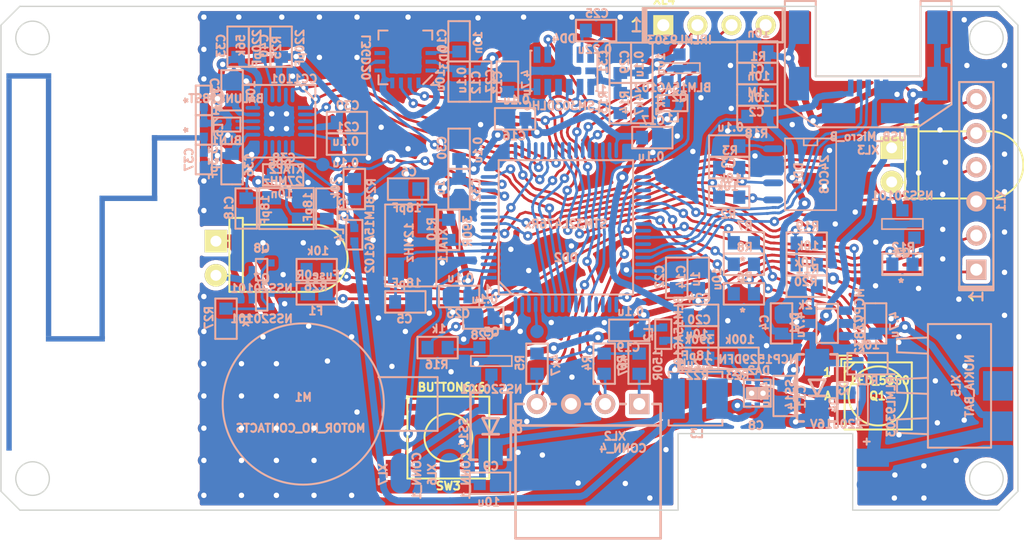
<source format=kicad_pcb>
(kicad_pcb (version 4) (host pcbnew 4.0.2-stable)
  (layers (0 F.Cu signal) (31 B.Cu signal) (36 B.SilkS user) (37 F.SilkS user) (38 B.Mask user) (39 F.Mask user) (44 Edge.Cuts user))
  (net 0 "")
  (net 1 /ANT2)
  (net 2 /RF2)
  (net 3 /RF1)
  (net 4 /ANT1)
  (net 5 GND)
  (net 6 /SHLD)
  (net 7 +5V)
  (net 8 /PWR_EE)
  (net 9 "Net-(C5-Pad1)")
  (net 10 "Net-(C6-Pad1)")
  (net 11 +3.3V)
  (net 12 "Net-(C10-Pad2)")
  (net 13 PwrUnst)
  (net 14 /PWR_ACC)
  (net 15 PwrMCU)
  (net 16 "Net-(C15-Pad1)")
  (net 17 "Net-(C18-Pad1)")
  (net 18 "Net-(C20-Pad1)")
  (net 19 "Net-(C21-Pad2)")
  (net 20 "Net-(C25-Pad1)")
  (net 21 "Net-(C25-Pad2)")
  (net 22 "Net-(C27-Pad2)")
  (net 23 VCC)
  (net 24 /VIBRO_OUT)
  (net 25 /IR_TX_OUT)
  (net 26 /Charge)
  (net 27 "Net-(DA1-Pad5)")
  (net 28 /Lout3V3)
  (net 29 /SCL_EE)
  (net 30 /SDA_EE)
  (net 31 "Net-(DD2-Pad2)")
  (net 32 "Net-(DD2-Pad6)")
  (net 33 "Net-(DD2-Pad7)")
  (net 34 /CC_GDO0)
  (net 35 /CC_CS)
  (net 36 /UART_TX)
  (net 37 /UART_RX)
  (net 38 /IR_OUT_DAC)
  (net 39 /CC_SCK)
  (net 40 /CC_MISO)
  (net 41 /CC_MOSI)
  (net 42 "Net-(DD2-Pad24)")
  (net 43 /PWR_PILL)
  (net 44 "Net-(DD2-Pad25)")
  (net 45 "Net-(DD2-Pad26)")
  (net 46 "Net-(DD2-Pad27)")
  (net 47 "Net-(DD2-Pad28)")
  (net 48 /SCL_PILL)
  (net 49 /SDA_PILL)
  (net 50 /RED_LED)
  (net 51 /GREEN_LED)
  (net 52 /BLUE_LED)
  (net 53 /LEDW_CTRL)
  (net 54 "Net-(DD2-Pad42)")
  (net 55 /D-)
  (net 56 /D+)
  (net 57 /SWDIO)
  (net 58 /SWCLK)
  (net 59 /PWR_ACC_CTRL)
  (net 60 /ACC_DRDY)
  (net 61 /ACC_INT1)
  (net 62 /GYRO_DRDY)
  (net 63 /SCL_ACC)
  (net 64 /SDA_ACC)
  (net 65 "Net-(DD2-Pad61)")
  (net 66 /IR_OUT_TIM)
  (net 67 "Net-(DD5-Pad17)")
  (net 68 "Net-(F1-Pad1)")
  (net 69 "Net-(L1-Pad1)")
  (net 70 "Net-(Q1-Pad6)")
  (net 71 "Net-(Q1-Pad5)")
  (net 72 "Net-(Q1-Pad4)")
  (net 73 "Net-(Q3-Pad1)")
  (net 74 +BATT)
  (net 75 "Net-(Q5-Pad1)")
  (net 76 "Net-(Q7-Pad2)")
  (net 77 /PWR_PILL_PROT)
  (net 78 /LEDW_OUT)
  (net 79 /Vibro_CTRL)
  (module Radio:BALUN868_ST (layer B.Cu) (at 104.851 77.0016 180)
    (fp_text reference BLN1 (at 0.77 -1.19 180) (layer B.SilkS) (effects (font (size 0.6 0.6)) (justify mirror)))
    (fp_text value BALUN868ST (at 0.79 1.94 180) (layer B.SilkS) (effects (font (size 0.6 0.6)) (justify mirror)))
    (fp_text user 1 (at 1.54 1.07 180) (layer B.SilkS) (effects (font (size 0.6 0.6)) (justify mirror)))
    (pad A2 smd circle (at 0 0.25 180) (size 0.22 0.22) (layers B.Cu B.Mask) (net 2 /RF2))
    (pad B2 smd circle (at 0 -0.25 180) (size 0.22 0.22) (layers B.Cu B.Mask) (net 3 /RF1))
    (pad A1 smd circle (at 1.2 0.25 180) (size 0.22 0.22) (layers B.Cu B.Mask) (net 4 /ANT1))
    (pad B1 smd circle (at 1.2 -0.25 180) (size 0.22 0.22) (layers B.Cu B.Mask) (net 5 GND))
  )
  (module Capacitors:CAP_0603 (layer B.Cu) (at 143.6 71.6)
    (fp_text reference C1 (at -0.0635 1.27) (layer B.SilkS) (effects (font (size 0.6 0.6)) (justify mirror)))
    (fp_text value 10n (at 0.09906 -1.39954) (layer B.SilkS) (effects (font (size 0.6 0.6)) (justify mirror)))
    (pad 1 smd rect (at -0.762 0) (size 0.889 1.016) (layers B.Cu B.Mask) (net 5 GND))
    (pad 2 smd rect (at 0.762 0) (size 0.889 1.016) (layers B.Cu B.Mask) (net 6 /SHLD))
  )
  (module Capacitors:CAP_0603 (layer B.Cu) (at 143.6 74.8)
    (fp_text reference C2 (at -0.0635 1.27) (layer B.SilkS) (effects (font (size 0.6 0.6)) (justify mirror)))
    (fp_text value 10n (at 0.09906 -1.39954) (layer B.SilkS) (effects (font (size 0.6 0.6)) (justify mirror)))
    (pad 1 smd rect (at -0.762 0) (size 0.889 1.016) (layers B.Cu B.Mask) (net 5 GND))
    (pad 2 smd rect (at 0.762 0) (size 0.889 1.016) (layers B.Cu B.Mask) (net 7 +5V))
  )
  (module Capacitors:CAP_0603 (layer B.Cu) (at 141.5044 78.6)
    (fp_text reference C3 (at -0.0635 1.27) (layer B.SilkS) (effects (font (size 0.6 0.6)) (justify mirror)))
    (fp_text value 0.1u (at 0.09906 -1.39954) (layer B.SilkS) (effects (font (size 0.6 0.6)) (justify mirror)))
    (pad 1 smd rect (at -0.762 0) (size 0.889 1.016) (layers B.Cu B.Mask) (net 5 GND))
    (pad 2 smd rect (at 0.762 0) (size 0.889 1.016) (layers B.Cu B.Mask) (net 8 /PWR_EE))
  )
  (module Capacitors:CAP_0603 (layer B.Cu) (at 145.401 91.8016 270)
    (fp_text reference C4 (at -0.0635 1.27 270) (layer B.SilkS) (effects (font (size 0.6 0.6)) (justify mirror)))
    (fp_text value 4.7u (at 0.09906 -1.39954 270) (layer B.SilkS) (effects (font (size 0.6 0.6)) (justify mirror)))
    (pad 1 smd rect (at -0.762 0 270) (size 0.889 1.016) (layers B.Cu B.Mask) (net 5 GND))
    (pad 2 smd rect (at 0.762 0 270) (size 0.889 1.016) (layers B.Cu B.Mask) (net 7 +5V))
  )
  (module Capacitors:CAP_0603 (layer B.Cu) (at 117.4 90.2)
    (fp_text reference C5 (at -0.0635 1.27) (layer B.SilkS) (effects (font (size 0.6 0.6)) (justify mirror)))
    (fp_text value 18pF (at 0.09906 -1.39954) (layer B.SilkS) (effects (font (size 0.6 0.6)) (justify mirror)))
    (pad 1 smd rect (at -0.762 0) (size 0.889 1.016) (layers B.Cu B.Mask) (net 9 "Net-(C5-Pad1)"))
    (pad 2 smd rect (at 0.762 0) (size 0.889 1.016) (layers B.Cu B.Mask) (net 5 GND))
  )
  (module Capacitors:CAP_0603 (layer B.Cu) (at 117.6 81.8 180)
    (fp_text reference C6 (at -0.0635 1.27 180) (layer B.SilkS) (effects (font (size 0.6 0.6)) (justify mirror)))
    (fp_text value 18pF (at 0.09906 -1.39954 180) (layer B.SilkS) (effects (font (size 0.6 0.6)) (justify mirror)))
    (pad 1 smd rect (at -0.762 0 180) (size 0.889 1.016) (layers B.Cu B.Mask) (net 10 "Net-(C6-Pad1)"))
    (pad 2 smd rect (at 0.762 0 180) (size 0.889 1.016) (layers B.Cu B.Mask) (net 5 GND))
  )
  (module Capacitors:CAP_0603 (layer B.Cu) (at 152.401 91.8016 270)
    (fp_text reference C7 (at -0.0635 1.27 270) (layer B.SilkS) (effects (font (size 0.6 0.6)) (justify mirror)))
    (fp_text value 4.7u (at 0.09906 -1.39954 270) (layer B.SilkS) (effects (font (size 0.6 0.6)) (justify mirror)))
    (pad 1 smd rect (at -0.762 0 270) (size 0.889 1.016) (layers B.Cu B.Mask) (net 5 GND))
    (pad 2 smd rect (at 0.762 0 270) (size 0.889 1.016) (layers B.Cu B.Mask) (net 74 +BATT))
  )
  (module Capacitors:CAP_0603 (layer B.Cu) (at 123.7 103.7 180)
    (fp_text reference C9 (at -0.0635 1.27 180) (layer B.SilkS) (effects (font (size 0.6 0.6)) (justify mirror)))
    (fp_text value 10u (at 0.09906 -1.39954 180) (layer B.SilkS) (effects (font (size 0.6 0.6)) (justify mirror)))
    (pad 1 smd rect (at -0.762 0 180) (size 0.889 1.016) (layers B.Cu B.Mask) (net 5 GND))
    (pad 2 smd rect (at 0.762 0 180) (size 0.889 1.016) (layers B.Cu B.Mask) (net 11 +3.3V))
  )
  (module Capacitors:CAP_0603 (layer B.Cu) (at 121.4 70.8 270)
    (fp_text reference C10 (at -0.0635 1.27 270) (layer B.SilkS) (effects (font (size 0.6 0.6)) (justify mirror)))
    (fp_text value 10n (at 0.09906 -1.39954 270) (layer B.SilkS) (effects (font (size 0.6 0.6)) (justify mirror)))
    (pad 1 smd rect (at -0.762 0 270) (size 0.889 1.016) (layers B.Cu B.Mask) (net 5 GND))
    (pad 2 smd rect (at 0.762 0 270) (size 0.889 1.016) (layers B.Cu B.Mask) (net 12 "Net-(C10-Pad2)"))
  )
  (module Capacitors:CAP_0603 (layer B.Cu) (at 145.6 97.2 90)
    (fp_text reference C11 (at -0.0635 1.27 90) (layer B.SilkS) (effects (font (size 0.6 0.6)) (justify mirror)))
    (fp_text value 4.7u (at 0.09906 -1.39954 90) (layer B.SilkS) (effects (font (size 0.6 0.6)) (justify mirror)))
    (pad 1 smd rect (at -0.762 0 90) (size 0.889 1.016) (layers B.Cu B.Mask) (net 5 GND))
    (pad 2 smd rect (at 0.762 0 90) (size 0.889 1.016) (layers B.Cu B.Mask) (net 13 PwrUnst))
  )
  (module Capacitors:CAP_0603 (layer B.Cu) (at 121.4 73.8 90)
    (fp_text reference C12 (at -0.0635 1.27 90) (layer B.SilkS) (effects (font (size 0.6 0.6)) (justify mirror)))
    (fp_text value 10u (at 0.09906 -1.39954 90) (layer B.SilkS) (effects (font (size 0.6 0.6)) (justify mirror)))
    (pad 1 smd rect (at -0.762 0 90) (size 0.889 1.016) (layers B.Cu B.Mask) (net 5 GND))
    (pad 2 smd rect (at 0.762 0 90) (size 0.889 1.016) (layers B.Cu B.Mask) (net 14 /PWR_ACC))
  )
  (module Capacitors:CAP_0603 (layer B.Cu) (at 123 73.8 90)
    (fp_text reference C13 (at -0.0635 1.27 90) (layer B.SilkS) (effects (font (size 0.6 0.6)) (justify mirror)))
    (fp_text value 0.1u (at 0.09906 -1.39954 90) (layer B.SilkS) (effects (font (size 0.6 0.6)) (justify mirror)))
    (pad 1 smd rect (at -0.762 0 90) (size 0.889 1.016) (layers B.Cu B.Mask) (net 5 GND))
    (pad 2 smd rect (at 0.762 0 90) (size 0.889 1.016) (layers B.Cu B.Mask) (net 14 /PWR_ACC))
  )
  (module Capacitors:CAP_0603 (layer B.Cu) (at 139.2 88.4 270)
    (fp_text reference C14 (at -0.0635 1.27 270) (layer B.SilkS) (effects (font (size 0.6 0.6)) (justify mirror)))
    (fp_text value 10u (at 0.09906 -1.39954 270) (layer B.SilkS) (effects (font (size 0.6 0.6)) (justify mirror)))
    (pad 1 smd rect (at -0.762 0 270) (size 0.889 1.016) (layers B.Cu B.Mask) (net 5 GND))
    (pad 2 smd rect (at 0.762 0 270) (size 0.889 1.016) (layers B.Cu B.Mask) (net 15 PwrMCU))
  )
  (module Capacitors:CAP_0603 (layer B.Cu) (at 111.55 83.25 90)
    (fp_text reference C15 (at -0.0635 1.27 90) (layer B.SilkS) (effects (font (size 0.6 0.6)) (justify mirror)))
    (fp_text value 18pF (at 0.09906 -1.39954 90) (layer B.SilkS) (effects (font (size 0.6 0.6)) (justify mirror)))
    (pad 1 smd rect (at -0.762 0 90) (size 0.889 1.016) (layers B.Cu B.Mask) (net 16 "Net-(C15-Pad1)"))
    (pad 2 smd rect (at 0.762 0 90) (size 0.889 1.016) (layers B.Cu B.Mask) (net 5 GND))
  )
  (module Capacitors:CAP_0603 (layer B.Cu) (at 125.5679 76.5713)
    (fp_text reference C16 (at -0.0635 1.27) (layer B.SilkS) (effects (font (size 0.6 0.6)) (justify mirror)))
    (fp_text value 0.1u (at 0.09906 -1.39954) (layer B.SilkS) (effects (font (size 0.6 0.6)) (justify mirror)))
    (pad 1 smd rect (at -0.762 0) (size 0.889 1.016) (layers B.Cu B.Mask) (net 5 GND))
    (pad 2 smd rect (at 0.762 0) (size 0.889 1.016) (layers B.Cu B.Mask) (net 15 PwrMCU))
  )
  (module Capacitors:CAP_0603 (layer B.Cu) (at 135.7832 77.9683 180)
    (fp_text reference C17 (at -0.0635 1.27 180) (layer B.SilkS) (effects (font (size 0.6 0.6)) (justify mirror)))
    (fp_text value 0.1u (at 0.09906 -1.39954 180) (layer B.SilkS) (effects (font (size 0.6 0.6)) (justify mirror)))
    (pad 1 smd rect (at -0.762 0 180) (size 0.889 1.016) (layers B.Cu B.Mask) (net 5 GND))
    (pad 2 smd rect (at 0.762 0 180) (size 0.889 1.016) (layers B.Cu B.Mask) (net 15 PwrMCU))
  )
  (module Capacitors:CAP_0603 (layer B.Cu) (at 105.55 83.25 270)
    (fp_text reference C18 (at -0.0635 1.27 270) (layer B.SilkS) (effects (font (size 0.6 0.6)) (justify mirror)))
    (fp_text value 18pF (at 0.09906 -1.39954 270) (layer B.SilkS) (effects (font (size 0.6 0.6)) (justify mirror)))
    (pad 1 smd rect (at -0.762 0 270) (size 0.889 1.016) (layers B.Cu B.Mask) (net 17 "Net-(C18-Pad1)"))
    (pad 2 smd rect (at 0.762 0 270) (size 0.889 1.016) (layers B.Cu B.Mask) (net 5 GND))
  )
  (module Capacitors:CAP_0603 (layer B.Cu) (at 134.064 92.3157)
    (fp_text reference C19 (at -0.0635 1.27) (layer B.SilkS) (effects (font (size 0.6 0.6)) (justify mirror)))
    (fp_text value 0.1u (at 0.09906 -1.39954) (layer B.SilkS) (effects (font (size 0.6 0.6)) (justify mirror)))
    (pad 1 smd rect (at -0.762 0) (size 0.889 1.016) (layers B.Cu B.Mask) (net 5 GND))
    (pad 2 smd rect (at 0.762 0) (size 0.889 1.016) (layers B.Cu B.Mask) (net 15 PwrMCU))
  )
  (module Capacitors:CAP_0603 (layer B.Cu) (at 139.2 92.8 180)
    (fp_text reference C20 (at -0.0635 1.27 180) (layer B.SilkS) (effects (font (size 0.6 0.6)) (justify mirror)))
    (fp_text value 18pF (at 0.09906 -1.39954 180) (layer B.SilkS) (effects (font (size 0.6 0.6)) (justify mirror)))
    (pad 1 smd rect (at -0.762 0 180) (size 0.889 1.016) (layers B.Cu B.Mask) (net 18 "Net-(C20-Pad1)"))
    (pad 2 smd rect (at 0.762 0 180) (size 0.889 1.016) (layers B.Cu B.Mask) (net 11 +3.3V))
  )
  (module Capacitors:CAP_0603 (layer B.Cu) (at 113.05 78.45 180)
    (fp_text reference C21 (at -0.0635 1.27 180) (layer B.SilkS) (effects (font (size 0.6 0.6)) (justify mirror)))
    (fp_text value 0.1u (at 0.09906 -1.39954 180) (layer B.SilkS) (effects (font (size 0.6 0.6)) (justify mirror)))
    (pad 1 smd rect (at -0.762 0 180) (size 0.889 1.016) (layers B.Cu B.Mask) (net 5 GND))
    (pad 2 smd rect (at 0.762 0 180) (size 0.889 1.016) (layers B.Cu B.Mask) (net 19 "Net-(C21-Pad2)"))
  )
  (module Capacitors:CAP_0603 (layer B.Cu) (at 137.6 88.4 270)
    (fp_text reference C22 (at -0.0635 1.27 270) (layer B.SilkS) (effects (font (size 0.6 0.6)) (justify mirror)))
    (fp_text value 1u (at 0.09906 -1.39954 270) (layer B.SilkS) (effects (font (size 0.6 0.6)) (justify mirror)))
    (pad 1 smd rect (at -0.762 0 270) (size 0.889 1.016) (layers B.Cu B.Mask) (net 5 GND))
    (pad 2 smd rect (at 0.762 0 270) (size 0.889 1.016) (layers B.Cu B.Mask) (net 15 PwrMCU))
  )
  (module Capacitors:CAP_0603 (layer B.Cu) (at 139.2 91.2 180)
    (fp_text reference C24 (at -0.0635 1.27 180) (layer B.SilkS) (effects (font (size 0.6 0.6)) (justify mirror)))
    (fp_text value 10u (at 0.09906 -1.39954 180) (layer B.SilkS) (effects (font (size 0.6 0.6)) (justify mirror)))
    (pad 1 smd rect (at -0.762 0 180) (size 0.889 1.016) (layers B.Cu B.Mask) (net 5 GND))
    (pad 2 smd rect (at 0.762 0 180) (size 0.889 1.016) (layers B.Cu B.Mask) (net 11 +3.3V))
  )
  (module Capacitors:CAP_0603 (layer B.Cu) (at 131.6 70 180)
    (fp_text reference C25 (at -0.0635 1.27 180) (layer B.SilkS) (effects (font (size 0.6 0.6)) (justify mirror)))
    (fp_text value 0.22u (at 0.09906 -1.39954 180) (layer B.SilkS) (effects (font (size 0.6 0.6)) (justify mirror)))
    (pad 1 smd rect (at -0.762 0 180) (size 0.889 1.016) (layers B.Cu B.Mask) (net 20 "Net-(C25-Pad1)"))
    (pad 2 smd rect (at 0.762 0 180) (size 0.889 1.016) (layers B.Cu B.Mask) (net 21 "Net-(C25-Pad2)"))
  )
  (module Capacitors:CAP_0603 (layer B.Cu) (at 121.4 89.8)
    (fp_text reference C26 (at -0.0635 1.27) (layer B.SilkS) (effects (font (size 0.6 0.6)) (justify mirror)))
    (fp_text value 0.1u (at 0.09906 -1.39954) (layer B.SilkS) (effects (font (size 0.6 0.6)) (justify mirror)))
    (pad 1 smd rect (at -0.762 0) (size 0.889 1.016) (layers B.Cu B.Mask) (net 5 GND))
    (pad 2 smd rect (at 0.762 0) (size 0.889 1.016) (layers B.Cu B.Mask) (net 15 PwrMCU))
  )
  (module Capacitors:CAP_0603 (layer B.Cu) (at 125 73.8 270)
    (fp_text reference C27 (at -0.0635 1.27 270) (layer B.SilkS) (effects (font (size 0.6 0.6)) (justify mirror)))
    (fp_text value 4.7u (at 0.09906 -1.39954 270) (layer B.SilkS) (effects (font (size 0.6 0.6)) (justify mirror)))
    (pad 1 smd rect (at -0.762 0 270) (size 0.889 1.016) (layers B.Cu B.Mask) (net 5 GND))
    (pad 2 smd rect (at 0.762 0 270) (size 0.889 1.016) (layers B.Cu B.Mask) (net 22 "Net-(C27-Pad2)"))
  )
  (module Capacitors:CAP_0603 (layer B.Cu) (at 123.2 91.4)
    (fp_text reference C28 (at -0.0635 1.27) (layer B.SilkS) (effects (font (size 0.6 0.6)) (justify mirror)))
    (fp_text value 0.1u (at 0.09906 -1.39954) (layer B.SilkS) (effects (font (size 0.6 0.6)) (justify mirror)))
    (pad 1 smd rect (at -0.762 0) (size 0.889 1.016) (layers B.Cu B.Mask) (net 5 GND))
    (pad 2 smd rect (at 0.762 0) (size 0.889 1.016) (layers B.Cu B.Mask) (net 15 PwrMCU))
  )
  (module Capacitors:CAP_0603 (layer B.Cu) (at 135 72.4 270)
    (fp_text reference C29 (at -0.0635 1.27 270) (layer B.SilkS) (effects (font (size 0.6 0.6)) (justify mirror)))
    (fp_text value 10u (at 0.09906 -1.39954 270) (layer B.SilkS) (effects (font (size 0.6 0.6)) (justify mirror)))
    (pad 1 smd rect (at -0.762 0 270) (size 0.889 1.016) (layers B.Cu B.Mask) (net 5 GND))
    (pad 2 smd rect (at 0.762 0 270) (size 0.889 1.016) (layers B.Cu B.Mask) (net 14 /PWR_ACC))
  )
  (module Capacitors:CAP_0603 (layer B.Cu) (at 121.4 78.8 270)
    (fp_text reference C30 (at -0.0635 1.27 270) (layer B.SilkS) (effects (font (size 0.6 0.6)) (justify mirror)))
    (fp_text value 0.1u (at 0.09906 -1.39954 270) (layer B.SilkS) (effects (font (size 0.6 0.6)) (justify mirror)))
    (pad 1 smd rect (at -0.762 0 270) (size 0.889 1.016) (layers B.Cu B.Mask) (net 5 GND))
    (pad 2 smd rect (at 0.762 0 270) (size 0.889 1.016) (layers B.Cu B.Mask) (net 15 PwrMCU))
  )
  (module Capacitors:CAP_0603 (layer B.Cu) (at 133.4 72.4 270)
    (fp_text reference C31 (at -0.0635 1.27 270) (layer B.SilkS) (effects (font (size 0.6 0.6)) (justify mirror)))
    (fp_text value 0.1u (at 0.09906 -1.39954 270) (layer B.SilkS) (effects (font (size 0.6 0.6)) (justify mirror)))
    (pad 1 smd rect (at -0.762 0 270) (size 0.889 1.016) (layers B.Cu B.Mask) (net 5 GND))
    (pad 2 smd rect (at 0.762 0 270) (size 0.889 1.016) (layers B.Cu B.Mask) (net 14 /PWR_ACC))
  )
  (module Capacitors:CAP_0603 (layer B.Cu) (at 121.4 81.8 90)
    (fp_text reference C32 (at -0.0635 1.27 90) (layer B.SilkS) (effects (font (size 0.6 0.6)) (justify mirror)))
    (fp_text value 1u (at 0.09906 -1.39954 90) (layer B.SilkS) (effects (font (size 0.6 0.6)) (justify mirror)))
    (pad 1 smd rect (at -0.762 0 90) (size 0.889 1.016) (layers B.Cu B.Mask) (net 5 GND))
    (pad 2 smd rect (at 0.762 0 90) (size 0.889 1.016) (layers B.Cu B.Mask) (net 15 PwrMCU))
  )
  (module Capacitors:CAP_0603 (layer B.Cu) (at 104.95 71.2 270)
    (fp_text reference C33 (at -0.0635 1.27 270) (layer B.SilkS) (effects (font (size 0.6 0.6)) (justify mirror)))
    (fp_text value 220pF (at 0.09906 -1.39954 270) (layer B.SilkS) (effects (font (size 0.6 0.6)) (justify mirror)))
    (pad 1 smd rect (at -0.762 0 270) (size 0.889 1.016) (layers B.Cu B.Mask) (net 5 GND))
    (pad 2 smd rect (at 0.762 0 270) (size 0.889 1.016) (layers B.Cu B.Mask) (net 23 VCC))
  )
  (module Capacitors:CAP_0402 (layer B.Cu) (at 102.4 75.2 90)
    (fp_text reference C34 (at 0 1.1 90) (layer B.SilkS) (effects (font (size 0.6 0.6)) (justify mirror)))
    (fp_text value * (at 0 -1.15 90) (layer B.SilkS) (effects (font (size 0.6 0.6)) (justify mirror)))
    (pad 1 smd rect (at -0.5 0 90) (size 0.6 0.6) (layers B.Cu B.Mask) (net 4 /ANT1))
    (pad 2 smd rect (at 0.5 0 90) (size 0.6 0.6) (layers B.Cu B.Mask) (net 5 GND))
  )
  (module Capacitors:CAP_0603 (layer B.Cu) (at 104.5 74.45 270)
    (fp_text reference C35 (at -0.0635 1.27 270) (layer B.SilkS) (effects (font (size 0.6 0.6)) (justify mirror)))
    (fp_text value 10n (at 0.09906 -1.39954 270) (layer B.SilkS) (effects (font (size 0.6 0.6)) (justify mirror)))
    (pad 1 smd rect (at -0.762 0 270) (size 0.889 1.016) (layers B.Cu B.Mask) (net 5 GND))
    (pad 2 smd rect (at 0.762 0 270) (size 0.889 1.016) (layers B.Cu B.Mask) (net 23 VCC))
  )
  (module Capacitors:CAP_0603 (layer B.Cu) (at 104.5 79.95 90)
    (fp_text reference C36 (at -0.0635 1.27 90) (layer B.SilkS) (effects (font (size 0.6 0.6)) (justify mirror)))
    (fp_text value 3.3pF (at 0.09906 -1.39954 90) (layer B.SilkS) (effects (font (size 0.6 0.6)) (justify mirror)))
    (pad 1 smd rect (at -0.762 0 90) (size 0.889 1.016) (layers B.Cu B.Mask) (net 5 GND))
    (pad 2 smd rect (at 0.762 0 90) (size 0.889 1.016) (layers B.Cu B.Mask) (net 23 VCC))
  )
  (module Capacitors:CAP_0402 (layer B.Cu) (at 102.4 79.6 270)
    (fp_text reference C37 (at 0 1.1 270) (layer B.SilkS) (effects (font (size 0.6 0.6)) (justify mirror)))
    (fp_text value * (at 0 -1.15 270) (layer B.SilkS) (effects (font (size 0.6 0.6)) (justify mirror)))
    (pad 1 smd rect (at -0.5 0 270) (size 0.6 0.6) (layers B.Cu B.Mask) (net 1 /ANT2))
    (pad 2 smd rect (at 0.5 0 270) (size 0.6 0.6) (layers B.Cu B.Mask) (net 5 GND))
  )
  (module Capacitors:CAP_0603 (layer B.Cu) (at 108.3 80.75 180)
    (fp_text reference C38 (at -0.0635 1.27 180) (layer B.SilkS) (effects (font (size 0.6 0.6)) (justify mirror)))
    (fp_text value 10n (at 0.09906 -1.39954 180) (layer B.SilkS) (effects (font (size 0.6 0.6)) (justify mirror)))
    (pad 1 smd rect (at -0.762 0 180) (size 0.889 1.016) (layers B.Cu B.Mask) (net 5 GND))
    (pad 2 smd rect (at 0.762 0 180) (size 0.889 1.016) (layers B.Cu B.Mask) (net 23 VCC))
  )
  (module Capacitors:CAP_0603 (layer B.Cu) (at 113.05 76.85 180)
    (fp_text reference C39 (at -0.0635 1.27 180) (layer B.SilkS) (effects (font (size 0.6 0.6)) (justify mirror)))
    (fp_text value 0.1u (at 0.09906 -1.39954 180) (layer B.SilkS) (effects (font (size 0.6 0.6)) (justify mirror)))
    (pad 1 smd rect (at -0.762 0 180) (size 0.889 1.016) (layers B.Cu B.Mask) (net 5 GND))
    (pad 2 smd rect (at 0.762 0 180) (size 0.889 1.016) (layers B.Cu B.Mask) (net 23 VCC))
  )
  (module Capacitors:CAP_0603 (layer B.Cu) (at 108.15 71.2 270)
    (fp_text reference C40 (at -0.0635 1.27 270) (layer B.SilkS) (effects (font (size 0.6 0.6)) (justify mirror)))
    (fp_text value 220pF (at 0.09906 -1.39954 270) (layer B.SilkS) (effects (font (size 0.6 0.6)) (justify mirror)))
    (pad 1 smd rect (at -0.762 0 270) (size 0.889 1.016) (layers B.Cu B.Mask) (net 5 GND))
    (pad 2 smd rect (at 0.762 0 270) (size 0.889 1.016) (layers B.Cu B.Mask) (net 23 VCC))
  )
  (module LEDs:LED_Through-Hole-5mm-HOR (layer F.Cu) (at 153.6 80 270)
    (fp_text reference D1 hide)
    (fp_text value WhiteLED hide)
    (pad A thru_hole rect (at -1.27 0 270) (size 1.6764 1.6764) (drill 0.8128) (layers *.Cu *.Mask F.SilkS) (net 13 PwrUnst))
    (pad C thru_hole circle (at 1.27 0 270) (size 1.6764 1.6764) (drill 0.8128) (layers *.Cu *.Mask F.SilkS) (net 78 /LEDW_OUT))
  )
  (module Diodes:SMA_DO214AC (layer B.Cu) (at 148.05 96.6 90)
    (fp_text reference D2 (at 0 1.99898 90) (layer B.SilkS) (effects (font (size 0.59944 0.59944) (thickness 0.14986)) (justify mirror)))
    (fp_text value SS14 (at -0.50038 -1.99898 90) (layer B.SilkS) (effects (font (size 0.59944 0.59944) (thickness 0.14986)) (justify mirror)))
    (pad C smd rect (at -1.905 0 90) (size 1.99898 1.80086) (layers B.Cu B.Mask) (net 13 PwrUnst))
    (pad A smd rect (at 1.905 0 90) (size 1.99898 1.80086) (layers B.Cu B.Mask) (net 7 +5V))
  )
  (module Diodes:SMA_DO214AC (layer B.Cu) (at 123.75 99.45 90)
    (fp_text reference D3 (at 0 1.99898 90) (layer B.SilkS) (effects (font (size 0.59944 0.59944) (thickness 0.14986)) (justify mirror)))
    (fp_text value SS14 (at -0.50038 -1.99898 90) (layer B.SilkS) (effects (font (size 0.59944 0.59944) (thickness 0.14986)) (justify mirror)))
    (pad C smd rect (at -1.905 0 90) (size 1.99898 1.80086) (layers B.Cu B.Mask) (net 11 +3.3V))
    (pad A smd rect (at 1.905 0 90) (size 1.99898 1.80086) (layers B.Cu B.Mask) (net 24 /VIBRO_OUT))
  )
  (module SOT:SOT23-5 (layer B.Cu) (at 148.801 91.8016 270)
    (fp_text reference DA1 (at 0 2.413 270) (layer B.SilkS) (effects (font (size 0.6 0.6)) (justify mirror)))
    (fp_text value MCP73832 (at -0.127 -2.413 270) (layer B.SilkS) (effects (font (size 0.635 0.635) (thickness 0.14986)) (justify mirror)))
    (pad 1 smd rect (at -0.95 -1.3 270) (size 0.635 1.1) (layers B.Cu B.Mask) (net 26 /Charge))
    (pad 2 smd oval (at 0 -1.3 270) (size 0.635 1.1) (layers B.Cu B.Mask) (net 5 GND))
    (pad 3 smd oval (at 0.95 -1.3 270) (size 0.635 1.1) (layers B.Cu B.Mask) (net 74 +BATT))
    (pad 4 smd oval (at 0.95 1.3 270) (size 0.635 1.1) (layers B.Cu B.Mask) (net 7 +5V))
    (pad 5 smd oval (at -0.95 1.3 270) (size 0.635 1.1) (layers B.Cu B.Mask) (net 27 "Net-(DA1-Pad5)"))
  )
  (module QFN_DFN:DFN6 (layer B.Cu) (at 143.6 97 270)
    (fp_text reference DA2 (at -1.69 -0.11 540) (layer B.SilkS) (effects (font (size 0.6 0.6)) (justify mirror)))
    (fp_text value NCP1529DFN (at -2.52 -0.05 540) (layer B.SilkS) (effects (font (size 0.6 0.6)) (justify mirror)))
    (fp_text user 1 (at -1.34 1.49 270) (layer B.SilkS) (effects (font (size 0.6 0.6)) (justify mirror)))
    (pad PAD thru_hole rect (at 0 0.425 270) (size 0.95 0.85) (drill 0.4) (layers *.Cu B.SilkS B.Mask) (net 5 GND))
    (pad PAD thru_hole rect (at 0 -0.425 270) (size 0.95 0.85) (drill 0.4) (layers *.Cu B.SilkS B.Mask) (net 5 GND))
    (pad 1 smd rect (at -0.915 0.65 270) (size 0.47 0.4) (layers B.Cu B.Mask) (net 18 "Net-(C20-Pad1)"))
    (pad 2 smd rect (at -0.915 0 270) (size 0.47 0.4) (layers B.Cu B.Mask) (net 5 GND))
    (pad 3 smd rect (at -0.915 -0.65 270) (size 0.47 0.4) (layers B.Cu B.Mask) (net 13 PwrUnst))
    (pad 4 smd rect (at 0.915 -0.65 270) (size 0.47 0.4) (layers B.Cu B.Mask) (net 5 GND))
    (pad 5 smd rect (at 0.915 0 270) (size 0.47 0.4) (layers B.Cu B.Mask) (net 28 /Lout3V3))
    (pad 6 smd rect (at 0.915 0.65 270) (size 0.47 0.4) (layers B.Cu B.Mask) (net 13 PwrUnst))
  )
  (module SO_DIL_TSSOP:SO8_150MIL (layer B.Cu) (at 147.5653 80.7032 270)
    (fp_text reference DD1 (at 0 0.889 270) (layer B.SilkS) (effects (font (size 0.6 0.6)) (justify mirror)))
    (fp_text value 24C08 (at 0 -1.016 270) (layer B.SilkS) (effects (font (size 0.6 0.6)) (justify mirror)))
    (pad 8 smd oval (at -1.905 2.794 270) (size 0.508 1.50114) (layers B.Cu B.Mask) (net 8 /PWR_EE))
    (pad 1 smd rect (at -1.905 -2.794 270) (size 0.508 1.50114) (layers B.Cu B.Mask) (net 5 GND))
    (pad 7 smd oval (at -0.635 2.794 270) (size 0.508 1.50114) (layers B.Cu B.Mask) (net 5 GND))
    (pad 6 smd oval (at 0.635 2.794 270) (size 0.508 1.50114) (layers B.Cu B.Mask) (net 29 /SCL_EE))
    (pad 5 smd oval (at 1.905 2.794 270) (size 0.508 1.50114) (layers B.Cu B.Mask) (net 30 /SDA_EE))
    (pad 2 smd oval (at -0.635 -2.794 270) (size 0.508 1.50114) (layers B.Cu B.Mask) (net 5 GND))
    (pad 3 smd oval (at 0.635 -2.794 270) (size 0.508 1.50114) (layers B.Cu B.Mask) (net 5 GND))
    (pad 4 smd oval (at 1.905 -2.794 270) (size 0.508 1.50114) (layers B.Cu B.Mask) (net 5 GND))
  )
  (module LQFP_TQFP:LQFP64 (layer B.Cu) (at 129.35 84.65)
    (fp_text reference DD2 (at 0 2.25044) (layer B.SilkS) (effects (font (size 0.59944 0.59944) (thickness 0.14986)) (justify mirror)))
    (fp_text value STM32L476Rx (at 0 -0.24892) (layer B.SilkS) (effects (font (size 0.59944 0.59944) (thickness 0.14986)) (justify mirror)))
    (fp_text user 1 (at -5.842 4.826) (layer B.SilkS) (effects (justify mirror)))
    (pad 1 smd rect (at -5.75 3.75) (size 1.2 0.27) (layers B.Cu B.Mask) (net 15 PwrMCU))
    (pad 2 smd oval (at -5.75 3.25) (size 1.2 0.27) (layers B.Cu B.Mask) (net 31 "Net-(DD2-Pad2)"))
    (pad 3 smd oval (at -5.75 2.75) (size 1.2 0.27) (layers B.Cu B.Mask))
    (pad 4 smd oval (at -5.75 2.25) (size 1.2 0.27) (layers B.Cu B.Mask))
    (pad 5 smd oval (at -5.75 1.75) (size 1.2 0.27) (layers B.Cu B.Mask) (net 9 "Net-(C5-Pad1)"))
    (pad 6 smd oval (at -5.75 1.25) (size 1.2 0.27) (layers B.Cu B.Mask) (net 32 "Net-(DD2-Pad6)"))
    (pad 7 smd oval (at -5.75 0.75) (size 1.2 0.27) (layers B.Cu B.Mask) (net 33 "Net-(DD2-Pad7)"))
    (pad 8 smd oval (at -5.75 0.25) (size 1.2 0.27) (layers B.Cu B.Mask) (net 29 /SCL_EE))
    (pad 9 smd oval (at -5.75 -0.25) (size 1.2 0.27) (layers B.Cu B.Mask) (net 30 /SDA_EE))
    (pad 10 smd oval (at -5.75 -0.75) (size 1.2 0.27) (layers B.Cu B.Mask) (net 8 /PWR_EE))
    (pad 11 smd oval (at -5.75 -1.25) (size 1.2 0.27) (layers B.Cu B.Mask))
    (pad 12 smd oval (at -5.75 -1.75) (size 1.2 0.27) (layers B.Cu B.Mask) (net 5 GND))
    (pad 13 smd oval (at -5.75 -2.25) (size 1.2 0.27) (layers B.Cu B.Mask) (net 15 PwrMCU))
    (pad 14 smd oval (at -5.75 -2.75) (size 1.2 0.27) (layers B.Cu B.Mask) (net 34 /CC_GDO0))
    (pad 15 smd oval (at -5.75 -3.25) (size 1.2 0.27) (layers B.Cu B.Mask) (net 35 /CC_CS))
    (pad 16 smd oval (at -5.75 -3.75) (size 1.2 0.27) (layers B.Cu B.Mask) (net 36 /UART_TX))
    (pad 17 smd oval (at -3.75 -5.75 270) (size 1.2 0.27) (layers B.Cu B.Mask) (net 37 /UART_RX))
    (pad 18 smd oval (at -3.25 -5.75 270) (size 1.2 0.27) (layers B.Cu B.Mask) (net 5 GND))
    (pad 19 smd oval (at -2.75 -5.75 270) (size 1.2 0.27) (layers B.Cu B.Mask) (net 15 PwrMCU))
    (pad 20 smd oval (at -2.25 -5.75 270) (size 1.2 0.27) (layers B.Cu B.Mask) (net 38 /IR_OUT_DAC))
    (pad 21 smd oval (at -1.75 -5.75 270) (size 1.2 0.27) (layers B.Cu B.Mask) (net 39 /CC_SCK))
    (pad 22 smd oval (at -1.25 -5.75 270) (size 1.2 0.27) (layers B.Cu B.Mask) (net 40 /CC_MISO))
    (pad 23 smd oval (at -0.75 -5.75 270) (size 1.2 0.27) (layers B.Cu B.Mask) (net 41 /CC_MOSI))
    (pad 24 smd oval (at -0.25 -5.75 270) (size 1.2 0.27) (layers B.Cu B.Mask) (net 42 "Net-(DD2-Pad24)"))
    (pad 33 smd oval (at 5.75 -3.75) (size 1.2 0.27) (layers B.Cu B.Mask) (net 43 /PWR_PILL))
    (pad 34 smd oval (at 5.75 -3.25) (size 1.2 0.27) (layers B.Cu B.Mask) (net 26 /Charge))
    (pad 35 smd oval (at 5.75 -2.75) (size 1.2 0.27) (layers B.Cu B.Mask))
    (pad 36 smd oval (at 5.75 -2.25) (size 1.2 0.27) (layers B.Cu B.Mask) (net 79 /Vibro_CTRL))
    (pad 25 smd oval (at 0.25 -5.75 270) (size 1.2 0.27) (layers B.Cu B.Mask) (net 44 "Net-(DD2-Pad25)"))
    (pad 26 smd oval (at 0.75 -5.75 270) (size 1.2 0.27) (layers B.Cu B.Mask) (net 45 "Net-(DD2-Pad26)"))
    (pad 27 smd oval (at 1.25 -5.75 270) (size 1.2 0.27) (layers B.Cu B.Mask) (net 46 "Net-(DD2-Pad27)"))
    (pad 28 smd oval (at 1.75 -5.75 270) (size 1.2 0.27) (layers B.Cu B.Mask) (net 47 "Net-(DD2-Pad28)"))
    (pad 29 smd oval (at 2.25 -5.75 270) (size 1.2 0.27) (layers B.Cu B.Mask) (net 48 /SCL_PILL))
    (pad 30 smd oval (at 2.75 -5.75 270) (size 1.2 0.27) (layers B.Cu B.Mask) (net 49 /SDA_PILL))
    (pad 31 smd oval (at 3.25 -5.75 270) (size 1.2 0.27) (layers B.Cu B.Mask) (net 5 GND))
    (pad 32 smd oval (at 3.75 -5.75 270) (size 1.2 0.27) (layers B.Cu B.Mask) (net 15 PwrMCU))
    (pad 37 smd oval (at 5.75 -1.75) (size 1.2 0.27) (layers B.Cu B.Mask) (net 50 /RED_LED))
    (pad 38 smd oval (at 5.75 -1.25) (size 1.2 0.27) (layers B.Cu B.Mask) (net 51 /GREEN_LED))
    (pad 39 smd oval (at 5.75 -0.75) (size 1.2 0.27) (layers B.Cu B.Mask) (net 52 /BLUE_LED))
    (pad 40 smd oval (at 5.75 -0.25) (size 1.2 0.27) (layers B.Cu B.Mask) (net 53 /LEDW_CTRL))
    (pad 41 smd oval (at 5.75 0.25) (size 1.2 0.27) (layers B.Cu B.Mask))
    (pad 42 smd oval (at 5.75 0.75) (size 1.2 0.27) (layers B.Cu B.Mask) (net 54 "Net-(DD2-Pad42)"))
    (pad 43 smd oval (at 5.75 1.25) (size 1.2 0.27) (layers B.Cu B.Mask))
    (pad 44 smd oval (at 5.75 1.75) (size 1.2 0.27) (layers B.Cu B.Mask) (net 55 /D-))
    (pad 45 smd oval (at 5.75 2.25) (size 1.2 0.27) (layers B.Cu B.Mask) (net 56 /D+))
    (pad 46 smd oval (at 5.75 2.75) (size 1.2 0.27) (layers B.Cu B.Mask) (net 57 /SWDIO))
    (pad 47 smd oval (at 5.75 3.25) (size 1.2 0.27) (layers B.Cu B.Mask) (net 5 GND))
    (pad 48 smd oval (at 5.75 3.75) (size 1.2 0.27) (layers B.Cu B.Mask) (net 15 PwrMCU))
    (pad 49 smd oval (at 3.75 5.75 270) (size 1.2 0.27) (layers B.Cu B.Mask) (net 58 /SWCLK))
    (pad 50 smd oval (at 3.25 5.75 270) (size 1.2 0.27) (layers B.Cu B.Mask))
    (pad 51 smd oval (at 2.75 5.75 270) (size 1.2 0.27) (layers B.Cu B.Mask))
    (pad 52 smd oval (at 2.25 5.75 270) (size 1.2 0.27) (layers B.Cu B.Mask))
    (pad 53 smd oval (at 1.75 5.75 270) (size 1.2 0.27) (layers B.Cu B.Mask) (net 59 /PWR_ACC_CTRL))
    (pad 54 smd oval (at 1.25 5.75 270) (size 1.2 0.27) (layers B.Cu B.Mask))
    (pad 55 smd oval (at 0.75 5.75 270) (size 1.2 0.27) (layers B.Cu B.Mask) (net 60 /ACC_DRDY))
    (pad 56 smd oval (at 0.25 5.75 270) (size 1.2 0.27) (layers B.Cu B.Mask) (net 61 /ACC_INT1))
    (pad 57 smd oval (at -0.25 5.75 270) (size 1.2 0.27) (layers B.Cu B.Mask) (net 62 /GYRO_DRDY))
    (pad 58 smd oval (at -0.75 5.75 270) (size 1.2 0.27) (layers B.Cu B.Mask) (net 63 /SCL_ACC))
    (pad 59 smd oval (at -1.25 5.75 270) (size 1.2 0.27) (layers B.Cu B.Mask) (net 64 /SDA_ACC))
    (pad 60 smd oval (at -1.75 5.75 270) (size 1.2 0.27) (layers B.Cu B.Mask) (net 5 GND))
    (pad 61 smd oval (at -2.25 5.75 270) (size 1.2 0.27) (layers B.Cu B.Mask) (net 65 "Net-(DD2-Pad61)"))
    (pad 62 smd oval (at -2.75 5.75 270) (size 1.2 0.27) (layers B.Cu B.Mask) (net 66 /IR_OUT_TIM))
    (pad 63 smd oval (at -3.25 5.75 270) (size 1.2 0.27) (layers B.Cu B.Mask) (net 5 GND))
    (pad 64 smd oval (at -3.75 5.75 270) (size 1.2 0.27) (layers B.Cu B.Mask) (net 15 PwrMCU))
  )
  (module LGA:16_4X4_P065 (layer B.Cu) (at 117.4 72 90)
    (fp_text reference DD3 (at 0 2.9 90) (layer B.SilkS) (effects (font (size 0.6 0.6)) (justify mirror)))
    (fp_text value L3GD20 (at 0 -2.9 90) (layer B.SilkS) (effects (font (size 0.6 0.6)) (justify mirror)))
    (fp_text user 1 (at -2.05 2.25 90) (layer B.SilkS) (effects (font (size 0.6 0.6)) (justify mirror)))
    (pad 1 smd rect (at -1.9 0.975 90) (size 0.8 0.3) (layers B.Cu B.Mask) (net 14 /PWR_ACC))
    (pad 2 smd rect (at -1.9 0.325 90) (size 0.8 0.3) (layers B.Cu B.Mask) (net 63 /SCL_ACC))
    (pad 3 smd rect (at -1.9 -0.325 90) (size 0.8 0.3) (layers B.Cu B.Mask) (net 64 /SDA_ACC))
    (pad 4 smd rect (at -1.9 -0.975 90) (size 0.8 0.3) (layers B.Cu B.Mask) (net 14 /PWR_ACC))
    (pad 5 smd rect (at -0.975 -1.9) (size 0.8 0.3) (layers B.Cu B.Mask) (net 14 /PWR_ACC))
    (pad 6 smd rect (at -0.325 -1.9) (size 0.8 0.3) (layers B.Cu B.Mask) (net 62 /GYRO_DRDY))
    (pad 7 smd rect (at 0.325 -1.9) (size 0.8 0.3) (layers B.Cu B.Mask))
    (pad 8 smd rect (at 0.975 -1.9) (size 0.8 0.3) (layers B.Cu B.Mask) (net 5 GND))
    (pad 9 smd rect (at 1.9 -0.975 90) (size 0.8 0.3) (layers B.Cu B.Mask) (net 5 GND))
    (pad 10 smd rect (at 1.9 -0.325 90) (size 0.8 0.3) (layers B.Cu B.Mask) (net 5 GND))
    (pad 11 smd rect (at 1.9 0.325 90) (size 0.8 0.3) (layers B.Cu B.Mask) (net 5 GND))
    (pad 12 smd rect (at 1.9 0.975 90) (size 0.8 0.3) (layers B.Cu B.Mask) (net 5 GND))
    (pad 13 smd rect (at 0.975 1.9) (size 0.8 0.3) (layers B.Cu B.Mask) (net 5 GND))
    (pad 14 smd rect (at 0.325 1.9) (size 0.8 0.3) (layers B.Cu B.Mask) (net 12 "Net-(C10-Pad2)"))
    (pad 15 smd rect (at -0.325 1.9) (size 0.8 0.3) (layers B.Cu B.Mask) (net 14 /PWR_ACC))
    (pad 16 smd rect (at -0.975 1.9) (size 0.8 0.3) (layers B.Cu B.Mask) (net 14 /PWR_ACC))
  )
  (module LGA:14_5X3_P08 (layer B.Cu) (at 129.2 73 180)
    (fp_text reference DD4 (at 0 2.4 180) (layer B.SilkS) (effects (font (size 0.6 0.6)) (justify mirror)))
    (fp_text value LSM303DLHC (at 0.1 -2.6 180) (layer B.SilkS) (effects (font (size 0.6 0.6)) (justify mirror)))
    (fp_text user 1 (at -2.9 -1.4 180) (layer B.SilkS) (effects (font (size 0.6 0.6)) (justify mirror)))
    (pad 1 smd rect (at -2 -1.2 180) (size 0.5 1.2) (layers B.Cu B.Mask) (net 14 /PWR_ACC))
    (pad 2 smd rect (at -1.2 -1.2 180) (size 0.5 1.2) (layers B.Cu B.Mask) (net 63 /SCL_ACC))
    (pad 3 smd rect (at -0.4 -1.2 180) (size 0.5 1.2) (layers B.Cu B.Mask) (net 64 /SDA_ACC))
    (pad 4 smd rect (at 0.4 -1.2 180) (size 0.5 1.2) (layers B.Cu B.Mask))
    (pad 5 smd rect (at 1.2 -1.2 180) (size 0.5 1.2) (layers B.Cu B.Mask) (net 61 /ACC_INT1))
    (pad 6 smd rect (at 2 -1.2 180) (size 0.5 1.2) (layers B.Cu B.Mask) (net 22 "Net-(C27-Pad2)"))
    (pad 7 smd rect (at 2.2 0 90) (size 0.5 1.2) (layers B.Cu B.Mask) (net 5 GND))
    (pad 8 smd rect (at 2 1.2 180) (size 0.5 1.2) (layers B.Cu B.Mask))
    (pad 9 smd rect (at 1.2 1.2 180) (size 0.5 1.2) (layers B.Cu B.Mask) (net 60 /ACC_DRDY))
    (pad 10 smd rect (at 0.4 1.2 180) (size 0.5 1.2) (layers B.Cu B.Mask) (net 5 GND))
    (pad 11 smd rect (at -0.4 1.2 180) (size 0.5 1.2) (layers B.Cu B.Mask) (net 5 GND))
    (pad 12 smd rect (at -1.2 1.2 180) (size 0.5 1.2) (layers B.Cu B.Mask) (net 21 "Net-(C25-Pad2)"))
    (pad 13 smd rect (at -2 1.2 180) (size 0.5 1.2) (layers B.Cu B.Mask) (net 20 "Net-(C25-Pad1)"))
    (pad 14 smd rect (at -2.2 0 90) (size 0.5 1.2) (layers B.Cu B.Mask) (net 14 /PWR_ACC))
  )
  (module QFN_DFN:QFN20 (layer B.Cu) (at 108.001 76.7516 180)
    (fp_text reference DD5 (at -0.05 -3.2 180) (layer B.SilkS) (effects (font (size 0.6 0.6)) (justify mirror)))
    (fp_text value CC1101 (at -1.09982 3.1496 180) (layer B.SilkS) (effects (font (size 0.6 0.6)) (justify mirror)))
    (pad 1 smd rect (at -1.95 1 180) (size 1.1 0.28) (layers B.Cu B.Mask) (net 39 /CC_SCK))
    (pad 2 smd oval (at -1.95 0.5 180) (size 1.1 0.28) (layers B.Cu B.Mask) (net 40 /CC_MISO))
    (pad 3 smd oval (at -1.95 0 180) (size 1.1 0.28) (layers B.Cu B.Mask))
    (pad 4 smd oval (at -1.95 -0.5 180) (size 1.1 0.28) (layers B.Cu B.Mask) (net 23 VCC))
    (pad 5 smd oval (at -1.95 -1 180) (size 1.1 0.28) (layers B.Cu B.Mask) (net 19 "Net-(C21-Pad2)"))
    (pad 6 smd oval (at -1 -1.95 90) (size 1.1 0.28) (layers B.Cu B.Mask) (net 34 /CC_GDO0))
    (pad 7 smd oval (at -0.5 -1.95 90) (size 1.1 0.28) (layers B.Cu B.Mask) (net 35 /CC_CS))
    (pad 8 smd oval (at 0 -1.95 90) (size 1.1 0.28) (layers B.Cu B.Mask) (net 16 "Net-(C15-Pad1)"))
    (pad 9 smd oval (at 0.5 -1.95 90) (size 1.1 0.28) (layers B.Cu B.Mask) (net 23 VCC))
    (pad 10 smd oval (at 1 -1.95 90) (size 1.1 0.28) (layers B.Cu B.Mask) (net 17 "Net-(C18-Pad1)"))
    (pad 11 smd oval (at 1.95 -1) (size 1.1 0.28) (layers B.Cu B.Mask) (net 23 VCC))
    (pad 12 smd oval (at 1.95 -0.5) (size 1.1 0.28) (layers B.Cu B.Mask) (net 3 /RF1))
    (pad 13 smd oval (at 1.95 0) (size 1.1 0.28) (layers B.Cu B.Mask) (net 2 /RF2))
    (pad 14 smd oval (at 1.95 0.5) (size 1.1 0.28) (layers B.Cu B.Mask) (net 23 VCC))
    (pad 15 smd oval (at 1.95 1) (size 1.1 0.28) (layers B.Cu B.Mask) (net 23 VCC))
    (pad 16 smd oval (at 1 1.95 90) (size 1.1 0.28) (layers B.Cu B.Mask) (net 5 GND))
    (pad 17 smd oval (at 0.5 1.95 90) (size 1.1 0.28) (layers B.Cu B.Mask) (net 67 "Net-(DD5-Pad17)"))
    (pad 18 smd oval (at 0 1.95 90) (size 1.1 0.28) (layers B.Cu B.Mask) (net 23 VCC))
    (pad 19 smd oval (at -0.5 1.95 90) (size 1.1 0.28) (layers B.Cu B.Mask) (net 5 GND))
    (pad 20 smd oval (at -1 1.95 90) (size 1.1 0.28) (layers B.Cu B.Mask) (net 41 /CC_MOSI))
    (pad PAD thru_hole rect (at -0.55 0.55 180) (size 1.1 1.1) (drill 0.4) (layers *.Cu B.Mask) (net 5 GND))
    (pad PAD thru_hole rect (at 0.55 0.55 180) (size 1.1 1.1) (drill 0.4) (layers *.Cu B.Mask) (net 5 GND))
    (pad PAD thru_hole rect (at -0.55 -0.55 180) (size 1.1 1.1) (drill 0.4) (layers *.Cu B.Mask) (net 5 GND))
    (pad PAD thru_hole rect (at 0.55 -0.55 180) (size 1.1 1.1) (drill 0.4) (layers *.Cu B.Mask) (net 5 GND))
  )
  (module Resistors:RES_0603_FUSE (layer B.Cu) (at 110.8 89.6)
    (fp_text reference F1 (at -0.0635 1.27) (layer B.SilkS) (effects (font (size 0.6 0.6)) (justify mirror)))
    (fp_text value Fuse0R (at 0.09906 -1.39954) (layer B.SilkS) (effects (font (size 0.6 0.6)) (justify mirror)))
    (pad 1 smd rect (at -0.66 0) (size 1.08 1) (layers B.Cu B.Mask) (net 68 "Net-(F1-Pad1)"))
    (pad 2 smd rect (at 0.66 0) (size 1.08 1) (layers B.Cu B.Mask) (net 66 /IR_OUT_TIM))
  )
  (module Inductors:IND_0402 (layer B.Cu) (at 137.3 75.4)
    (fp_text reference L1 (at 0 1.1) (layer B.SilkS) (effects (font (size 0.6 0.6)) (justify mirror)))
    (fp_text value BLM15AG102 (at 0 -1.15) (layer B.SilkS) (effects (font (size 0.6 0.6)) (justify mirror)))
    (pad 1 smd rect (at -0.5 0) (size 0.6 0.6) (layers B.Cu B.Mask) (net 69 "Net-(L1-Pad1)"))
    (pad 2 smd rect (at 0.5 0) (size 0.6 0.6) (layers B.Cu B.Mask) (net 11 +3.3V))
  )
  (module Inductors:IND_0402 (layer B.Cu) (at 136.6 92.6 270)
    (fp_text reference L2 (at 0 1.1 270) (layer B.SilkS) (effects (font (size 0.6 0.6)) (justify mirror)))
    (fp_text value BLM15AG102 (at 0 -1.15 270) (layer B.SilkS) (effects (font (size 0.6 0.6)) (justify mirror)))
    (pad 1 smd rect (at -0.5 0 270) (size 0.6 0.6) (layers B.Cu B.Mask) (net 15 PwrMCU))
    (pad 2 smd rect (at 0.5 0 270) (size 0.6 0.6) (layers B.Cu B.Mask) (net 11 +3.3V))
  )
  (module Inductors:IND_1515 (layer B.Cu) (at 139 97.4)
    (fp_text reference L3 (at 0.1 2.6) (layer B.SilkS) (effects (font (size 0.6 0.6)) (justify mirror)))
    (fp_text value 2.2uH (at 0 -2.6) (layer B.SilkS) (effects (font (size 0.6 0.6)) (justify mirror)))
    (pad 1 smd rect (at -1.6 0) (size 1.6 3) (layers B.Cu B.Mask) (net 11 +3.3V))
    (pad 2 smd rect (at 1.6 0) (size 1.6 3) (layers B.Cu B.Mask) (net 28 /Lout3V3))
  )
  (module Inductors:IND_0402 (layer B.Cu) (at 113.6 85.2 270)
    (fp_text reference L4 (at 0 1.1 270) (layer B.SilkS) (effects (font (size 0.6 0.6)) (justify mirror)))
    (fp_text value BLM15AG102 (at 0 -1.15 270) (layer B.SilkS) (effects (font (size 0.6 0.6)) (justify mirror)))
    (pad 1 smd rect (at -0.5 0 270) (size 0.6 0.6) (layers B.Cu B.Mask) (net 23 VCC))
    (pad 2 smd rect (at 0.5 0 270) (size 0.6 0.6) (layers B.Cu B.Mask) (net 11 +3.3V))
  )
  (module Inductors:IND_0402 (layer B.Cu) (at 102.4 77.4 90)
    (fp_text reference L5 (at 0 1.1 90) (layer B.SilkS) (effects (font (size 0.6 0.6)) (justify mirror)))
    (fp_text value * (at 0 -1.15 90) (layer B.SilkS) (effects (font (size 0.6 0.6)) (justify mirror)))
    (pad 1 smd rect (at -0.5 0 90) (size 0.6 0.6) (layers B.Cu B.Mask) (net 1 /ANT2))
    (pad 2 smd rect (at 0.5 0 90) (size 0.6 0.6) (layers B.Cu B.Mask) (net 4 /ANT1))
  )
  (module Installation:Motor_no_Contacts (layer B.Cu) (at 109.8 97.8)
    (fp_text reference M1 (at 0 -0.5) (layer B.SilkS) (effects (font (size 0.6 0.6)) (justify mirror)))
    (fp_text value MOTOR_NO_CONTACTS (at -0.2 1.8) (layer B.SilkS) (effects (font (size 0.6 0.6)) (justify mirror)))
  )
  (module LEDs:LED_5050 (layer F.Cu) (at 152.6 97.2)
    (fp_text reference Q1 (at -0.05 0) (layer F.SilkS) (effects (font (size 0.59944 0.59944) (thickness 0.14986))))
    (fp_text value LED_5050 (at 0.15 -1.15) (layer F.SilkS) (effects (font (size 0.59944 0.59944) (thickness 0.14986))))
    (fp_text user 1 (at -3.8 -1.75) (layer F.SilkS) (effects (font (size 0.6 0.6))))
    (fp_text user A (at -3.75 0) (layer F.SilkS) (effects (font (size 0.6 0.6))))
    (pad 6 smd rect (at 2.5 -1.6) (size 1.6 1.1) (layers F.Cu F.Mask) (net 70 "Net-(Q1-Pad6)"))
    (pad 5 smd rect (at 2.5 0) (size 1.6 1.1) (layers F.Cu F.Mask) (net 71 "Net-(Q1-Pad5)"))
    (pad 4 smd rect (at 2.5 1.6) (size 1.6 1.1) (layers F.Cu F.Mask) (net 72 "Net-(Q1-Pad4)"))
    (pad 1 smd rect (at -2.5 -1.6) (size 1.6 1.1) (layers F.Cu F.Mask) (net 11 +3.3V))
    (pad 2 smd rect (at -2.5 0) (size 1.6 1.1) (layers F.Cu F.Mask) (net 11 +3.3V))
    (pad 3 smd rect (at -2.5 1.6) (size 1.6 1.1) (layers F.Cu F.Mask) (net 11 +3.3V))
  )
  (module SOT:SOT23-3 (layer B.Cu) (at 137.8 72.8)
    (fp_text reference Q2 (at 0 2.159) (layer B.SilkS) (effects (font (size 0.6 0.6)) (justify mirror)))
    (fp_text value IRLML9303 (at 0 -2.10058) (layer B.SilkS) (effects (font (size 0.59944 0.59944) (thickness 0.14986)) (justify mirror)))
    (pad 2 smd rect (at -0.889 1.016) (size 0.9144 0.9144) (layers B.Cu B.Mask) (net 69 "Net-(L1-Pad1)"))
    (pad 1 smd rect (at 0.889 1.016) (size 0.9144 0.9144) (layers B.Cu B.Mask) (net 59 /PWR_ACC_CTRL))
    (pad 3 smd rect (at 0 -1.016) (size 0.9144 0.9144) (layers B.Cu B.Mask) (net 14 /PWR_ACC))
  )
  (module SOT:SOT23-3 (layer B.Cu) (at 154.4 84.4)
    (fp_text reference Q3 (at 0 2.159) (layer B.SilkS) (effects (font (size 0.6 0.6)) (justify mirror)))
    (fp_text value NSS20101 (at 0 -2.10058) (layer B.SilkS) (effects (font (size 0.59944 0.59944) (thickness 0.14986)) (justify mirror)))
    (pad 2 smd rect (at -0.889 1.016) (size 0.9144 0.9144) (layers B.Cu B.Mask) (net 5 GND))
    (pad 1 smd rect (at 0.889 1.016) (size 0.9144 0.9144) (layers B.Cu B.Mask) (net 73 "Net-(Q3-Pad1)"))
    (pad 3 smd rect (at 0 -1.016) (size 0.9144 0.9144) (layers B.Cu B.Mask) (net 78 /LEDW_OUT))
  )
  (module SOT:SOT23-3 (layer B.Cu) (at 151.45 97.85 270)
    (fp_text reference Q4 (at 0 2.159 270) (layer B.SilkS) (effects (font (size 0.6 0.6)) (justify mirror)))
    (fp_text value IRLML9303 (at 0 -2.10058 270) (layer B.SilkS) (effects (font (size 0.59944 0.59944) (thickness 0.14986)) (justify mirror)))
    (pad 2 smd rect (at -0.889 1.016 270) (size 0.9144 0.9144) (layers B.Cu B.Mask) (net 13 PwrUnst))
    (pad 1 smd rect (at 0.889 1.016 270) (size 0.9144 0.9144) (layers B.Cu B.Mask) (net 7 +5V))
    (pad 3 smd rect (at 0 -1.016 270) (size 0.9144 0.9144) (layers B.Cu B.Mask) (net 74 +BATT))
  )
  (module SOT:SOT23-3 (layer B.Cu) (at 123.8 94.6 180)
    (fp_text reference Q5 (at 0 2.159 180) (layer B.SilkS) (effects (font (size 0.6 0.6)) (justify mirror)))
    (fp_text value NSS20101 (at 0 -2.10058 180) (layer B.SilkS) (effects (font (size 0.59944 0.59944) (thickness 0.14986)) (justify mirror)))
    (pad 2 smd rect (at -0.889 1.016 180) (size 0.9144 0.9144) (layers B.Cu B.Mask) (net 5 GND))
    (pad 1 smd rect (at 0.889 1.016 180) (size 0.9144 0.9144) (layers B.Cu B.Mask) (net 75 "Net-(Q5-Pad1)"))
    (pad 3 smd rect (at 0 -1.016 180) (size 0.9144 0.9144) (layers B.Cu B.Mask) (net 24 /VIBRO_OUT))
  )
  (module SOT:SC89-3 (layer B.Cu) (at 106.701 90.0516 180)
    (fp_text reference Q7 (at 0 1.6 180) (layer B.SilkS) (effects (font (size 0.6 0.6)) (justify mirror)))
    (fp_text value NSS20101 (at 0 -1.4 180) (layer B.SilkS) (effects (font (size 0.6 0.6)) (justify mirror)))
    (pad 1 smd rect (at -0.7 0.5 180) (size 0.53 0.53) (layers B.Cu B.Mask) (net 68 "Net-(F1-Pad1)"))
    (pad 2 smd rect (at -0.7 -0.5 180) (size 0.53 0.53) (layers B.Cu B.Mask) (net 76 "Net-(Q7-Pad2)"))
    (pad 3 smd rect (at 0.7 0 180) (size 0.53 0.53) (layers B.Cu B.Mask) (net 25 /IR_TX_OUT))
  )
  (module SOT:SC89-3 (layer B.Cu) (at 106.7 87.8 180)
    (fp_text reference Q8 (at 0 1.6 180) (layer B.SilkS) (effects (font (size 0.6 0.6)) (justify mirror)))
    (fp_text value NSS20101 (at 0 -1.4 180) (layer B.SilkS) (effects (font (size 0.6 0.6)) (justify mirror)))
    (pad 1 smd rect (at -0.7 0.5 180) (size 0.53 0.53) (layers B.Cu B.Mask) (net 76 "Net-(Q7-Pad2)"))
    (pad 2 smd rect (at -0.7 -0.5 180) (size 0.53 0.53) (layers B.Cu B.Mask) (net 5 GND))
    (pad 3 smd rect (at 0.7 0 180) (size 0.53 0.53) (layers B.Cu B.Mask) (net 25 /IR_TX_OUT))
  )
  (module Resistors:RES_0603 (layer B.Cu) (at 143.6 73.2 180)
    (fp_text reference R1 (at -0.0635 1.27 180) (layer B.SilkS) (effects (font (size 0.6 0.6)) (justify mirror)))
    (fp_text value 1M (at 0.09906 -1.39954 180) (layer B.SilkS) (effects (font (size 0.6 0.6)) (justify mirror)))
    (pad 1 smd rect (at -0.75 0 180) (size 0.9 1) (layers B.Cu B.Mask) (net 6 /SHLD))
    (pad 2 smd rect (at 0.75 0 180) (size 0.9 1) (layers B.Cu B.Mask) (net 5 GND))
  )
  (module Resistors:RES_0603 (layer B.Cu) (at 141.5044 82.4)
    (fp_text reference R2 (at -0.0635 1.27) (layer B.SilkS) (effects (font (size 0.6 0.6)) (justify mirror)))
    (fp_text value 10k (at 0.09906 -1.39954) (layer B.SilkS) (effects (font (size 0.6 0.6)) (justify mirror)))
    (pad 1 smd rect (at -0.75 0) (size 0.9 1) (layers B.Cu B.Mask) (net 8 /PWR_EE))
    (pad 2 smd rect (at 0.75 0) (size 0.9 1) (layers B.Cu B.Mask) (net 30 /SDA_EE))
  )
  (module Resistors:RES_0603 (layer B.Cu) (at 141.5044 80.2 180)
    (fp_text reference R3 (at -0.0635 1.27 180) (layer B.SilkS) (effects (font (size 0.6 0.6)) (justify mirror)))
    (fp_text value 10k (at 0.09906 -1.39954 180) (layer B.SilkS) (effects (font (size 0.6 0.6)) (justify mirror)))
    (pad 1 smd rect (at -0.75 0 180) (size 0.9 1) (layers B.Cu B.Mask) (net 29 /SCL_EE))
    (pad 2 smd rect (at 0.75 0 180) (size 0.9 1) (layers B.Cu B.Mask) (net 8 /PWR_EE))
  )
  (module Resistors:RES_0603 (layer B.Cu) (at 132.2 94.8 270)
    (fp_text reference R4 (at -0.0635 1.27 270) (layer B.SilkS) (effects (font (size 0.6 0.6)) (justify mirror)))
    (fp_text value 4k7 (at 0.09906 -1.39954 270) (layer B.SilkS) (effects (font (size 0.6 0.6)) (justify mirror)))
    (pad 1 smd rect (at -0.75 0 270) (size 0.9 1) (layers B.Cu B.Mask) (net 43 /PWR_PILL))
    (pad 2 smd rect (at 0.75 0 270) (size 0.9 1) (layers B.Cu B.Mask) (net 48 /SCL_PILL))
  )
  (module Resistors:RES_0603 (layer B.Cu) (at 127.2 94.8 270)
    (fp_text reference R5 (at -0.0635 1.27 270) (layer B.SilkS) (effects (font (size 0.6 0.6)) (justify mirror)))
    (fp_text value 4k7 (at 0.09906 -1.39954 270) (layer B.SilkS) (effects (font (size 0.6 0.6)) (justify mirror)))
    (pad 1 smd rect (at -0.75 0 270) (size 0.9 1) (layers B.Cu B.Mask) (net 43 /PWR_PILL))
    (pad 2 smd rect (at 0.75 0 270) (size 0.9 1) (layers B.Cu B.Mask) (net 49 /SDA_PILL))
  )
  (module Resistors:RES_0603 (layer B.Cu) (at 142.6 89.6 180)
    (fp_text reference R6 (at -0.0635 1.27 180) (layer B.SilkS) (effects (font (size 0.6 0.6)) (justify mirror)))
    (fp_text value * (at 0.09906 -1.39954 180) (layer B.SilkS) (effects (font (size 0.6 0.6)) (justify mirror)))
    (pad 1 smd rect (at -0.75 0 180) (size 0.9 1) (layers B.Cu B.Mask) (net 70 "Net-(Q1-Pad6)"))
    (pad 2 smd rect (at 0.75 0 180) (size 0.9 1) (layers B.Cu B.Mask) (net 52 /BLUE_LED))
  )
  (module Resistors:RES_0603 (layer B.Cu) (at 142.6 85.8 180)
    (fp_text reference R7 (at -0.0635 1.27 180) (layer B.SilkS) (effects (font (size 0.6 0.6)) (justify mirror)))
    (fp_text value * (at 0.09906 -1.39954 180) (layer B.SilkS) (effects (font (size 0.6 0.6)) (justify mirror)))
    (pad 1 smd rect (at -0.75 0 180) (size 0.9 1) (layers B.Cu B.Mask) (net 71 "Net-(Q1-Pad5)"))
    (pad 2 smd rect (at 0.75 0 180) (size 0.9 1) (layers B.Cu B.Mask) (net 50 /RED_LED))
  )
  (module Resistors:RES_0603 (layer B.Cu) (at 142.6 87.4 180)
    (fp_text reference R8 (at -0.0635 1.27 180) (layer B.SilkS) (effects (font (size 0.6 0.6)) (justify mirror)))
    (fp_text value * (at 0.09906 -1.39954 180) (layer B.SilkS) (effects (font (size 0.6 0.6)) (justify mirror)))
    (pad 1 smd rect (at -0.75 0 180) (size 0.9 1) (layers B.Cu B.Mask) (net 72 "Net-(Q1-Pad4)"))
    (pad 2 smd rect (at 0.75 0 180) (size 0.9 1) (layers B.Cu B.Mask) (net 51 /GREEN_LED))
  )
  (module Resistors:RES_0603 (layer B.Cu) (at 134.8 94.8 270)
    (fp_text reference R9 (at -0.0635 1.27 270) (layer B.SilkS) (effects (font (size 0.6 0.6)) (justify mirror)))
    (fp_text value 150R (at 0.09906 -1.39954 270) (layer B.SilkS) (effects (font (size 0.6 0.6)) (justify mirror)))
    (pad 1 smd rect (at -0.75 0 270) (size 0.9 1) (layers B.Cu B.Mask) (net 43 /PWR_PILL))
    (pad 2 smd rect (at 0.75 0 270) (size 0.9 1) (layers B.Cu B.Mask) (net 77 /PWR_PILL_PROT))
  )
  (module Resistors:RES_0603 (layer B.Cu) (at 120.6332 84.8389 270)
    (fp_text reference R10 (at -0.0635 1.27 270) (layer B.SilkS) (effects (font (size 0.6 0.6)) (justify mirror)))
    (fp_text value 390R (at 0.09906 -1.39954 270) (layer B.SilkS) (effects (font (size 0.6 0.6)) (justify mirror)))
    (pad 1 smd rect (at -0.75 0 270) (size 0.9 1) (layers B.Cu B.Mask) (net 10 "Net-(C6-Pad1)"))
    (pad 2 smd rect (at 0.75 0 270) (size 0.9 1) (layers B.Cu B.Mask) (net 32 "Net-(DD2-Pad6)"))
  )
  (module Resistors:RES_0603 (layer B.Cu) (at 147.2764 89.0291 180)
    (fp_text reference R11 (at -0.0635 1.27 180) (layer B.SilkS) (effects (font (size 0.6 0.6)) (justify mirror)))
    (fp_text value 2k (at 0.09906 -1.39954 180) (layer B.SilkS) (effects (font (size 0.6 0.6)) (justify mirror)))
    (pad 1 smd rect (at -0.75 0 180) (size 0.9 1) (layers B.Cu B.Mask) (net 27 "Net-(DA1-Pad5)"))
    (pad 2 smd rect (at 0.75 0 180) (size 0.9 1) (layers B.Cu B.Mask) (net 5 GND))
  )
  (module Resistors:RES_0603 (layer B.Cu) (at 154.4 87.4 180)
    (fp_text reference R12 (at -0.0635 1.27 180) (layer B.SilkS) (effects (font (size 0.6 0.6)) (justify mirror)))
    (fp_text value * (at 0.09906 -1.39954 180) (layer B.SilkS) (effects (font (size 0.6 0.6)) (justify mirror)))
    (pad 1 smd rect (at -0.75 0 180) (size 0.9 1) (layers B.Cu B.Mask) (net 73 "Net-(Q3-Pad1)"))
    (pad 2 smd rect (at 0.75 0 180) (size 0.9 1) (layers B.Cu B.Mask) (net 53 /LEDW_CTRL))
  )
  (module Resistors:RES_0603 (layer B.Cu) (at 133.4 75.4 270)
    (fp_text reference R13 (at -0.0635 1.27 270) (layer B.SilkS) (effects (font (size 0.6 0.6)) (justify mirror)))
    (fp_text value 4k7 (at 0.09906 -1.39954 270) (layer B.SilkS) (effects (font (size 0.6 0.6)) (justify mirror)))
    (pad 1 smd rect (at -0.75 0 270) (size 0.9 1) (layers B.Cu B.Mask) (net 14 /PWR_ACC))
    (pad 2 smd rect (at 0.75 0 270) (size 0.9 1) (layers B.Cu B.Mask) (net 63 /SCL_ACC))
  )
  (module Resistors:RES_0603 (layer B.Cu) (at 135 75.4 270)
    (fp_text reference R14 (at -0.0635 1.27 270) (layer B.SilkS) (effects (font (size 0.6 0.6)) (justify mirror)))
    (fp_text value 4k7 (at 0.09906 -1.39954 270) (layer B.SilkS) (effects (font (size 0.6 0.6)) (justify mirror)))
    (pad 1 smd rect (at -0.75 0 270) (size 0.9 1) (layers B.Cu B.Mask) (net 14 /PWR_ACC))
    (pad 2 smd rect (at 0.75 0 270) (size 0.9 1) (layers B.Cu B.Mask) (net 64 /SDA_ACC))
  )
  (module Resistors:RES_0603 (layer B.Cu) (at 119.8 93.6)
    (fp_text reference R16 (at -0.0635 1.27) (layer B.SilkS) (effects (font (size 0.6 0.6)) (justify mirror)))
    (fp_text value 1k (at 0.09906 -1.39954) (layer B.SilkS) (effects (font (size 0.6 0.6)) (justify mirror)))
    (pad 1 smd rect (at -0.75 0) (size 0.9 1) (layers B.Cu B.Mask) (net 79 /Vibro_CTRL))
    (pad 2 smd rect (at 0.75 0) (size 0.9 1) (layers B.Cu B.Mask) (net 75 "Net-(Q5-Pad1)"))
  )
  (module Resistors:RES_0603 (layer B.Cu) (at 151.801 94.8016)
    (fp_text reference R17 (at -0.0635 1.27) (layer B.SilkS) (effects (font (size 0.6 0.6)) (justify mirror)))
    (fp_text value 10k (at 0.09906 -1.39954) (layer B.SilkS) (effects (font (size 0.6 0.6)) (justify mirror)))
    (pad 1 smd rect (at -0.75 0) (size 0.9 1) (layers B.Cu B.Mask) (net 7 +5V))
    (pad 2 smd rect (at 0.75 0) (size 0.9 1) (layers B.Cu B.Mask) (net 5 GND))
  )
  (module Resistors:RES_0603 (layer B.Cu) (at 143.6 76.4)
    (fp_text reference R18 (at -0.0635 1.27) (layer B.SilkS) (effects (font (size 0.6 0.6)) (justify mirror)))
    (fp_text value 10k (at 0.09906 -1.39954) (layer B.SilkS) (effects (font (size 0.6 0.6)) (justify mirror)))
    (pad 1 smd rect (at -0.75 0) (size 0.9 1) (layers B.Cu B.Mask) (net 54 "Net-(DD2-Pad42)"))
    (pad 2 smd rect (at 0.75 0) (size 0.9 1) (layers B.Cu B.Mask) (net 7 +5V))
  )
  (module Resistors:RES_0603 (layer B.Cu) (at 147.2754 85.8275 180)
    (fp_text reference R19 (at -0.0635 1.27 180) (layer B.SilkS) (effects (font (size 0.6 0.6)) (justify mirror)))
    (fp_text value 10k (at 0.09906 -1.39954 180) (layer B.SilkS) (effects (font (size 0.6 0.6)) (justify mirror)))
    (pad 1 smd rect (at -0.75 0 180) (size 0.9 1) (layers B.Cu B.Mask) (net 42 "Net-(DD2-Pad24)"))
    (pad 2 smd rect (at 0.75 0 180) (size 0.9 1) (layers B.Cu B.Mask) (net 44 "Net-(DD2-Pad25)"))
  )
  (module Resistors:RES_0603 (layer B.Cu) (at 147.2754 87.4275)
    (fp_text reference R20 (at -0.0635 1.27) (layer B.SilkS) (effects (font (size 0.6 0.6)) (justify mirror)))
    (fp_text value 10k (at 0.09906 -1.39954) (layer B.SilkS) (effects (font (size 0.6 0.6)) (justify mirror)))
    (pad 1 smd rect (at -0.75 0) (size 0.9 1) (layers B.Cu B.Mask) (net 44 "Net-(DD2-Pad25)"))
    (pad 2 smd rect (at 0.75 0) (size 0.9 1) (layers B.Cu B.Mask) (net 74 +BATT))
  )
  (module Resistors:RES_0603 (layer B.Cu) (at 113.6 81.8 90)
    (fp_text reference R21 (at -0.0635 1.27 90) (layer B.SilkS) (effects (font (size 0.6 0.6)) (justify mirror)))
    (fp_text value 20k (at 0.09906 -1.39954 90) (layer B.SilkS) (effects (font (size 0.6 0.6)) (justify mirror)))
    (pad 1 smd rect (at -0.75 0 90) (size 0.9 1) (layers B.Cu B.Mask) (net 35 /CC_CS))
    (pad 2 smd rect (at 0.75 0 90) (size 0.9 1) (layers B.Cu B.Mask) (net 23 VCC))
  )
  (module Resistors:RES_0603 (layer B.Cu) (at 139.2 94.4)
    (fp_text reference R22 (at -0.0635 1.27) (layer B.SilkS) (effects (font (size 0.6 0.6)) (justify mirror)))
    (fp_text value 390k (at 0.09906 -1.39954) (layer B.SilkS) (effects (font (size 0.6 0.6)) (justify mirror)))
    (pad 1 smd rect (at -0.75 0) (size 0.9 1) (layers B.Cu B.Mask) (net 11 +3.3V))
    (pad 2 smd rect (at 0.75 0) (size 0.9 1) (layers B.Cu B.Mask) (net 18 "Net-(C20-Pad1)"))
  )
  (module Resistors:RES_0603 (layer B.Cu) (at 142.2 94.4)
    (fp_text reference R23 (at -0.0635 1.27) (layer B.SilkS) (effects (font (size 0.6 0.6)) (justify mirror)))
    (fp_text value 100k (at 0.09906 -1.39954) (layer B.SilkS) (effects (font (size 0.6 0.6)) (justify mirror)))
    (pad 1 smd rect (at -0.75 0) (size 0.9 1) (layers B.Cu B.Mask) (net 18 "Net-(C20-Pad1)"))
    (pad 2 smd rect (at 0.75 0) (size 0.9 1) (layers B.Cu B.Mask) (net 5 GND))
  )
  (module Resistors:RES_0603 (layer B.Cu) (at 106.55 71.2 90)
    (fp_text reference R25 (at -0.0635 1.27 90) (layer B.SilkS) (effects (font (size 0.6 0.6)) (justify mirror)))
    (fp_text value 56k (at 0.09906 -1.39954 90) (layer B.SilkS) (effects (font (size 0.6 0.6)) (justify mirror)))
    (pad 1 smd rect (at -0.75 0 90) (size 0.9 1) (layers B.Cu B.Mask) (net 67 "Net-(DD5-Pad17)"))
    (pad 2 smd rect (at 0.75 0 90) (size 0.9 1) (layers B.Cu B.Mask) (net 5 GND))
  )
  (module Resistors:RES_0603 (layer B.Cu) (at 110.8 87.8)
    (fp_text reference R26 (at -0.0635 1.27) (layer B.SilkS) (effects (font (size 0.6 0.6)) (justify mirror)))
    (fp_text value 10k (at 0.09906 -1.39954) (layer B.SilkS) (effects (font (size 0.6 0.6)) (justify mirror)))
    (pad 1 smd rect (at -0.75 0) (size 0.9 1) (layers B.Cu B.Mask) (net 68 "Net-(F1-Pad1)"))
    (pad 2 smd rect (at 0.75 0) (size 0.9 1) (layers B.Cu B.Mask) (net 38 /IR_OUT_DAC))
  )
  (module Resistors:RES_0603 (layer B.Cu) (at 104.05 91.45 270)
    (fp_text reference R27 (at -0.0635 1.27 270) (layer B.SilkS) (effects (font (size 0.6 0.6)) (justify mirror)))
    (fp_text value 1k (at 0.09906 -1.39954 270) (layer B.SilkS) (effects (font (size 0.6 0.6)) (justify mirror)))
    (pad 1 smd rect (at -0.75 0 270) (size 0.9 1) (layers B.Cu B.Mask) (net 76 "Net-(Q7-Pad2)"))
    (pad 2 smd rect (at 0.75 0 270) (size 0.9 1) (layers B.Cu B.Mask) (net 5 GND))
  )
  (module BtnsSwitches:BTN_6x6 (layer F.Cu) (at 120.6 100.3 180)
    (fp_text reference SW3 (at 0 -3.6 180) (layer F.SilkS) (effects (font (size 0.6 0.6))))
    (fp_text value BUTTON6x6 (at -0.24892 3.74904 180) (layer F.SilkS) (effects (font (size 0.6 0.6))))
    (pad 1 smd rect (at 3.8608 -2.2606 180) (size 1.6002 1.19888) (layers F.Cu F.Mask) (net 31 "Net-(DD2-Pad2)"))
    (pad 2 smd rect (at 3.8608 2.2606 180) (size 1.6002 1.19888) (layers F.Cu F.Mask) (net 15 PwrMCU))
    (pad 1 smd rect (at -3.8608 -2.2606 180) (size 1.6002 1.19888) (layers F.Cu F.Mask) (net 31 "Net-(DD2-Pad2)"))
    (pad 2 smd rect (at -3.8608 2.2606 180) (size 1.6002 1.19888) (layers F.Cu F.Mask) (net 15 PwrMCU))
  )
  (module PCB:TESTPOINT_1MM (layer B.Cu) (at 127.2 92.4)
    (fp_text reference TP1 hide)
    (fp_text value TESTPOINT hide)
    (pad 1 smd circle (at 0 0) (size 1 1) (layers B.Cu B.Mask) (net 65 "Net-(DD2-Pad61)"))
  )
  (module PCB:TESTPOINT_1MM (layer B.Cu) (at 122.1085 84.8903)
    (fp_text reference TP2 hide)
    (fp_text value TESTPOINT hide)
    (pad 1 smd circle (at 0 0) (size 1 1) (layers B.Cu B.Mask) (net 33 "Net-(DD2-Pad7)"))
  )
  (module PCB:TESTPOINT_1MM (layer B.Cu) (at 111.2592 79.9711)
    (fp_text reference TP3 hide)
    (fp_text value TESTPOINT hide)
    (pad 1 smd circle (at 0 0) (size 1 1) (layers B.Cu B.Mask) (net 34 /CC_GDO0))
  )
  (module Connectors:PLS-6 (layer B.Cu) (at 159.901 87.8016 90)
    (fp_text reference XL1 (at 5.14096 1.84912 90) (layer B.SilkS) (effects (font (size 0.6 0.6)) (justify mirror)))
    (fp_text value CONN_6 hide)
    (fp_text user 1 (at -2 0 90) (layer F.SilkS))
    (fp_text user 1 (at -2 0 90) (layer B.SilkS) (effects (justify mirror)))
    (pad 1 thru_hole rect (at 0 0 90) (size 1.5 1.5) (drill 0.9) (layers *.Cu *.Mask B.SilkS) (net 15 PwrMCU))
    (pad 2 thru_hole circle (at 2.54 0 90) (size 1.5 1.5) (drill 0.9) (layers *.Cu *.Mask B.SilkS) (net 58 /SWCLK))
    (pad 3 thru_hole circle (at 5.08 0 90) (size 1.5 1.5) (drill 0.9) (layers *.Cu *.Mask B.SilkS) (net 5 GND))
    (pad 4 thru_hole circle (at 7.62 0 90) (size 1.5 1.5) (drill 0.9) (layers *.Cu *.Mask B.SilkS) (net 57 /SWDIO))
    (pad 5 thru_hole circle (at 10.16 0 90) (size 1.5 1.5) (drill 0.9) (layers *.Cu *.Mask B.SilkS) (net 36 /UART_TX))
    (pad 6 thru_hole circle (at 12.7 0 90) (size 1.5 1.5) (drill 0.9) (layers *.Cu *.Mask B.SilkS) (net 37 /UART_RX))
  )
  (module Connectors:PBS-4R (layer B.Cu) (at 131 97.8 180)
    (fp_text reference XL2 (at -2 -2.4 180) (layer B.SilkS) (effects (font (size 0.6 0.6)) (justify mirror)))
    (fp_text value CONN_4 (at -2.6 -3.3 180) (layer B.SilkS) (effects (font (size 0.6 0.6)) (justify mirror)))
    (pad 1 thru_hole rect (at -3.81 0 180) (size 1.5 1.5) (drill 0.9) (layers *.Cu *.Mask B.SilkS) (net 77 /PWR_PILL_PROT))
    (pad 2 thru_hole circle (at -1.27 0 180) (size 1.5 1.5) (drill 0.9) (layers *.Cu *.Mask B.SilkS) (net 48 /SCL_PILL))
    (pad 3 thru_hole circle (at 1.27 0 180) (size 1.5 1.5) (drill 0.9) (layers *.Cu *.Mask B.SilkS) (net 5 GND))
    (pad 4 thru_hole circle (at 3.81 0 180) (size 1.5 1.5) (drill 0.9) (layers *.Cu *.Mask B.SilkS) (net 49 /SDA_PILL))
  )
  (module Connectors:USBmicro_MOLEX_WM17142 (layer B.Cu) (at 151.851 73.4016 270)
    (fp_text reference XL3 (at 5.5 0 540) (layer B.SilkS) (effects (font (size 0.6 0.6)) (justify mirror)))
    (fp_text value USB_Micro_B (at 4.5 0 540) (layer B.SilkS) (effects (font (size 0.6 0.6)) (justify mirror)))
    (pad SHLD smd rect (at -3.65 5.15 270) (size 2.5 1.5) (layers B.Cu B.Mask) (net 6 /SHLD))
    (pad SHLD smd rect (at -3.65 -5.15 270) (size 2.5 1.5) (layers B.Cu B.Mask) (net 6 /SHLD))
    (pad SHLD smd rect (at 0.55 5.15 270) (size 2.5 1.5) (layers B.Cu B.Mask) (net 6 /SHLD))
    (pad SHLD smd rect (at 0.55 -5.15 270) (size 2.5 1.5) (layers B.Cu B.Mask) (net 6 /SHLD))
    (pad SHLD smd rect (at 2.75 2.2 180) (size 2.5 1.5) (layers B.Cu B.Mask) (net 6 /SHLD))
    (pad SHLD smd rect (at 2.75 -2.2 180) (size 2.5 1.5) (layers B.Cu B.Mask) (net 6 /SHLD))
    (pad 1 smd rect (at 0.875 1.3 270) (size 1.25 0.4) (layers B.Cu B.Mask) (net 7 +5V))
    (pad 2 smd rect (at 0.875 0.65 270) (size 1.25 0.4) (layers B.Cu B.Mask) (net 55 /D-))
    (pad 3 smd rect (at 0.875 0 270) (size 1.25 0.4) (layers B.Cu B.Mask) (net 56 /D+))
    (pad 4 smd rect (at 0.875 -0.65 270) (size 1.25 0.4) (layers B.Cu B.Mask) (net 5 GND))
    (pad 5 smd rect (at 0.875 -1.3 270) (size 1.25 0.4) (layers B.Cu B.Mask) (net 5 GND))
  )
  (module Connectors:PLS-4 (layer F.Cu) (at 136.6 69.6)
    (fp_text reference XL4 (at 0.06096 -1.84912) (layer F.SilkS) (effects (font (size 0.6 0.6))))
    (fp_text value CONN_4 hide)
    (fp_text user 1 (at -2 0) (layer B.SilkS) (effects (justify mirror)))
    (fp_text user 1 (at -2 0) (layer F.SilkS))
    (pad 1 thru_hole rect (at 0 0) (size 1.5 1.5) (drill 0.9) (layers *.Cu *.Mask F.SilkS) (net 5 GND))
    (pad 2 thru_hole circle (at 2.54 0) (size 1.5 1.5) (drill 0.9) (layers *.Cu *.Mask F.SilkS) (net 45 "Net-(DD2-Pad26)"))
    (pad 3 thru_hole circle (at 5.08 0) (size 1.5 1.5) (drill 0.9) (layers *.Cu *.Mask F.SilkS) (net 46 "Net-(DD2-Pad27)"))
    (pad 4 thru_hole circle (at 7.62 0) (size 1.5 1.5) (drill 0.9) (layers *.Cu *.Mask F.SilkS) (net 47 "Net-(DD2-Pad28)"))
  )
  (module Quartz:0503x4-4 (layer B.Cu) (at 117.8 86 90)
    (fp_text reference XTAL1 (at 0 2.413 90) (layer B.SilkS) (effects (font (size 0.6 0.6)) (justify mirror)))
    (fp_text value 12MHz (at 0.22098 -0.11938 90) (layer B.SilkS) (effects (font (size 0.6 0.6)) (justify mirror)))
    (pad 1 smd rect (at -1.84912 -1.09982 90) (size 1.89992 1.19888) (layers B.Cu B.Mask) (net 9 "Net-(C5-Pad1)"))
    (pad H smd rect (at 1.84912 -1.09982 90) (size 1.89992 1.19888) (layers B.Cu B.Mask) (net 5 GND))
    (pad 2 smd rect (at 1.84912 1.09982 90) (size 1.89992 1.19888) (layers B.Cu B.Mask) (net 10 "Net-(C6-Pad1)"))
    (pad H smd rect (at -1.84912 1.09982 90) (size 1.89992 1.19888) (layers B.Cu B.Mask) (net 5 GND))
  )
  (module Quartz:03225C4 (layer B.Cu) (at 108.55 83.25 180)
    (fp_text reference XTAL2 (at 0 2.921 180) (layer B.SilkS) (effects (font (size 0.59944 0.59944) (thickness 0.14986)) (justify mirror)))
    (fp_text value 27MHz (at 0.254 2.032 180) (layer B.SilkS) (effects (font (size 0.59944 0.59944) (thickness 0.14986)) (justify mirror)))
    (pad 1 smd rect (at -1.1 -0.8 180) (size 1.4 1) (layers B.Cu B.Mask) (net 16 "Net-(C15-Pad1)"))
    (pad H smd rect (at 1.1 -0.8 180) (size 1.4 1) (layers B.Cu B.Mask) (net 5 GND))
    (pad 2 smd rect (at 1.1 0.8 180) (size 1.4 1) (layers B.Cu B.Mask) (net 17 "Net-(C18-Pad1)"))
    (pad H smd rect (at -1.1 0.8 180) (size 1.4 1) (layers B.Cu B.Mask) (net 5 GND))
  )
  (module Capacitors:CAP_05xxR_horiz_HOLE (layer B.Cu) (at 151.2 102.8 90)
    (fp_text reference C8 (at 3.4 -7.7 360) (layer B.SilkS) (effects (font (size 0.6 0.6)) (justify mirror)))
    (fp_text value 220u16V (at 3.5 -1.7 360) (layer B.SilkS) (effects (font (size 0.6 0.6)) (justify mirror)))
    (fp_text user + (at 2.2 0.5 90) (layer B.SilkS) (effects (font (size 0.6 0.6)) (justify mirror)))
    (pad 1 smd rect (at 1 1 90) (size 1.35 2.4) (layers B.Cu B.Mask) (net 74 +BATT))
    (pad 2 smd oval (at -1 1 90) (size 1.35 2.4) (layers B.Cu B.Mask) (net 5 GND))
  )
  (module LEDs:LED_Through-Hole-5mm-HOR (layer F.Cu) (at 103.3 86.95 270)
    (fp_text reference D4 hide)
    (fp_text value LED hide)
    (pad A thru_hole rect (at -1.27 0 270) (size 1.6764 1.6764) (drill 0.8128) (layers *.Cu *.Mask F.SilkS) (net 13 PwrUnst))
    (pad C thru_hole circle (at 1.27 0 270) (size 1.6764 1.6764) (drill 0.8128) (layers *.Cu *.Mask F.SilkS) (net 25 /IR_TX_OUT))
  )
  (module PCB:Oval3x1.5 (layer B.Cu) (at 120.7 102.95 90)
    (fp_text reference XL6 (at -0.1 -1.3 90) (layer B.SilkS) (effects (font (size 0.6 0.6)) (justify mirror)))
    (fp_text value CONN_1 (at -0.2 1.2 90) (layer B.SilkS) (effects (font (size 0.6 0.6)) (justify mirror)))
    (pad 1 smd oval (at 0 0 90) (size 3 1.5) (layers B.Cu B.Mask) (net 11 +3.3V))
  )
  (module PCB:Oval3x1.5 (layer B.Cu) (at 117.05 102.95 90)
    (fp_text reference XL7 (at -0.1 -1.3 90) (layer B.SilkS) (effects (font (size 0.6 0.6)) (justify mirror)))
    (fp_text value CONN_1 (at -0.2 1.2 90) (layer B.SilkS) (effects (font (size 0.6 0.6)) (justify mirror)))
    (pad 1 smd oval (at 0 0 90) (size 3 1.5) (layers B.Cu B.Mask) (net 24 /VIBRO_OUT))
  )
  (module Radio:ANT_868_ARMLETG (layer B.Cu) (at 102.1 86.95 270)
    (fp_text reference ANT1 hide)
    (fp_text value ANT_PCB_MONO hide)
    (pad 1 smd rect (at -8.96 1.785 270) (size 0.4 3.57) (layers B.Cu) (net 1 /ANT2))
    (pad 1 smd rect (at -6.71 3.37 270) (size 4.9 0.4) (layers B.Cu) (net 1 /ANT2))
    (pad 1 smd rect (at 0.765 7.27 270) (size 10.5 0.4) (layers B.Cu) (net 1 /ANT2))
    (pad 1 smd rect (at -13.57 12.73 270) (size 0.4 3.34) (layers B.Cu) (net 1 /ANT2))
    (pad 1 smd rect (at 0.475 14.2 270) (size 27.69 0.4) (layers B.Cu) (net 1 /ANT2))
    (pad 1 smd rect (at -4.46 5.32 270) (size 0.4 4.3) (layers B.Cu) (net 1 /ANT2))
    (pad 1 smd rect (at 6 9.265 270) (size 0.4 4.39) (layers B.Cu) (net 1 /ANT2))
    (pad 1 smd rect (at -3.785 11.26 270) (size 19.17 0.4) (layers B.Cu) (net 1 /ANT2))
  )
  (module Connectors:CONN_NOKIA_ACC (layer B.Cu) (at 156.3 96.45 180)
    (fp_text reference XL5 (at -2.10058 0 450) (layer B.SilkS) (effects (font (size 0.59944 0.59944) (thickness 0.14986)) (justify mirror)))
    (fp_text value NOKIA_BAT (at -3.0988 0 450) (layer B.SilkS) (effects (font (size 0.59944 0.59944) (thickness 0.14986)) (justify mirror)))
    (pad 1 smd rect (at -5.19938 -2.99974 180) (size 2.19964 2.19964) (layers B.Cu B.Mask) (net 74 +BATT))
    (pad 2 smd rect (at -5.19938 0 180) (size 2.19964 2.19964) (layers B.Cu B.Mask))
    (pad 3 smd rect (at -5.19938 2.99974 180) (size 2.19964 2.19964) (layers B.Cu B.Mask) (net 5 GND))
    (pad H smd rect (at 1.19888 1.50114 180) (size 2.19964 2.19964) (layers B.Cu B.Mask) (net 5 GND))
    (pad H smd rect (at 1.19888 -1.50114 180) (size 2.19964 2.19964) (layers B.Cu B.Mask) (net 5 GND))
  )
  (gr_line (start 163 104.3) (end 161.6 105.7) (angle 90) (layer Edge.Cuts) (width 0.1))
  (gr_line (start 163 69.6) (end 163 104.3) (angle 90) (layer Edge.Cuts) (width 0.1))
  (gr_line (start 161.6 68.2) (end 163 69.6) (angle 90) (layer Edge.Cuts) (width 0.1))
  (gr_line (start 155.75 68.2) (end 161.6 68.2) (angle 90) (layer Edge.Cuts) (width 0.1))
  (gr_line (start 155.75 73.4) (end 155.75 68.2) (angle 90) (layer Edge.Cuts) (width 0.1))
  (gr_line (start 147.95 73.4) (end 155.75 73.4) (angle 90) (layer Edge.Cuts) (width 0.1))
  (gr_line (start 147.95 68.2) (end 147.95 73.4) (angle 90) (layer Edge.Cuts) (width 0.1))
  (gr_line (start 88.7 68.2) (end 147.95 68.2) (angle 90) (layer Edge.Cuts) (width 0.1))
  (gr_line (start 87.3 69.6) (end 88.7 68.2) (angle 90) (layer Edge.Cuts) (width 0.1))
  (gr_line (start 87.3 104.3) (end 87.3 69.6) (angle 90) (layer Edge.Cuts) (width 0.1))
  (gr_line (start 88.7 105.7) (end 87.3 104.3) (angle 90) (layer Edge.Cuts) (width 0.1))
  (gr_line (start 137.7 105.7) (end 88.7 105.7) (angle 90) (layer Edge.Cuts) (width 0.1))
  (gr_line (start 150.7 105.7) (end 161.6 105.7) (angle 90) (layer Edge.Cuts) (width 0.1))
  (gr_line (start 150.7 100) (end 150.7 105.7) (angle 90) (layer Edge.Cuts) (width 0.1))
  (gr_line (start 137.7 100) (end 150.7 100) (angle 90) (layer Edge.Cuts) (width 0.1))
  (gr_line (start 137.7 105.7) (end 137.7 100) (angle 90) (layer Edge.Cuts) (width 0.1))
  (gr_circle (center 160.65 103.35) (end 159.4 103.35) (layer Edge.Cuts) (width 0.1))
  (gr_circle (center 89.65 103.35) (end 88.4 103.35) (layer Edge.Cuts) (width 0.1))
  (gr_circle (center 89.65 70.55) (end 88.4 70.55) (layer Edge.Cuts) (width 0.1))
  (gr_circle (center 160.65 70.55) (end 159.4 70.55) (layer Edge.Cuts) (width 0.1))
  (segment (start 102.4 79.05) (end 102.4 79.1) (width 0.5) (layer B.Cu) (net 1))
  (segment (start 102.4 78.8) (end 102.4 79.05) (width 0.5) (layer B.Cu) (net 1))
  (segment (start 102.4 78.2) (end 102.4 78.8) (width 0.5) (layer B.Cu) (net 1))
  (segment (start 102.4 77.95) (end 102.4 78.2) (width 0.5) (layer B.Cu) (net 1))
  (segment (start 102.4 77.9) (end 102.4 77.95) (width 0.5) (layer B.Cu) (net 1))
  (segment (start 105.0677 76.7524) (end 104.851 76.7516) (width 0.2) (layer B.Cu) (net 2))
  (segment (start 105.071 76.7524) (end 105.0677 76.7524) (width 0.2) (layer B.Cu) (net 2))
  (segment (start 105.641 76.7516) (end 105.071 76.7524) (width 0.2) (layer B.Cu) (net 2))
  (segment (start 106.051 76.7516) (end 105.641 76.7516) (width 0.2) (layer B.Cu) (net 2))
  (segment (start 105.641 77.2516) (end 104.851 77.2516) (width 0.2) (layer B.Cu) (net 3))
  (segment (start 106.051 77.2516) (end 105.641 77.2516) (width 0.2) (layer B.Cu) (net 3))
  (segment (start 103.4997 76.775) (end 103.115 76.8972) (width 0.22) (layer B.Cu) (net 4))
  (segment (start 103.5365 76.7634) (end 103.4997 76.775) (width 0.22) (layer B.Cu) (net 4))
  (segment (start 103.6125 76.7516) (end 103.5365 76.7634) (width 0.22) (layer B.Cu) (net 4))
  (segment (start 103.651 76.7516) (end 103.6125 76.7516) (width 0.22) (layer B.Cu) (net 4))
  (segment (start 102.4 75.75) (end 102.4 75.7) (width 0.5) (layer B.Cu) (net 4))
  (segment (start 102.4 76) (end 102.4 75.75) (width 0.5) (layer B.Cu) (net 4))
  (segment (start 102.4 76.6) (end 102.4 76) (width 0.5) (layer B.Cu) (net 4))
  (segment (start 102.4 76.85) (end 102.4 76.6) (width 0.5) (layer B.Cu) (net 4))
  (segment (start 102.4 76.9) (end 102.4 76.85) (width 0.5) (layer B.Cu) (net 4))
  (segment (start 102.45 76.8972) (end 102.4 76.9) (width 0.5) (layer B.Cu) (net 4))
  (segment (start 102.7 76.8972) (end 102.45 76.8972) (width 0.5) (layer B.Cu) (net 4))
  (segment (start 103.115 76.8972) (end 102.7 76.8972) (width 0.5) (layer B.Cu) (net 4))
  (segment (start 103.4352 76.7955) (end 103.2091 77.0008) (width 0.22) (layer B.Cu) (net 4))
  (segment (start 103.4352 76.7955) (end 103.1321 76.7582) (width 0.22) (layer B.Cu) (net 4))
  (via (at 105.5534 73.7589) (size 0.9) (drill 0.4) (layers F.Cu B.Cu) (net 5))
  (via (at 105.9578 79.2273) (size 0.9) (drill 0.4) (layers F.Cu B.Cu) (net 5))
  (via (at 104.1835 77.794) (size 0.9) (drill 0.4) (layers F.Cu B.Cu) (net 5))
  (via (at 154.145 100.0899) (size 0.9) (drill 0.4) (layers F.Cu B.Cu) (net 5))
  (via (at 153.8394 103.083) (size 0.9) (drill 0.4) (layers F.Cu B.Cu) (net 5))
  (via (at 156.8504 96.0771) (size 0.9) (drill 0.4) (layers F.Cu B.Cu) (net 5))
  (via (at 159.0539 94.9632) (size 0.9) (drill 0.4) (layers F.Cu B.Cu) (net 5))
  (via (at 153.5583 91.4495) (size 0.9) (drill 0.4) (layers F.Cu B.Cu) (net 5))
  (via (at 154.0013 74.7515) (size 0.9) (drill 0.4) (layers F.Cu B.Cu) (net 5))
  (via (at 112.3507 79.6082) (size 0.9) (drill 0.4) (layers F.Cu B.Cu) (net 5))
  (via (at 122.8298 70.6723) (size 0.9) (drill 0.4) (layers F.Cu B.Cu) (net 5))
  (via (at 117.4897 80.6758) (size 0.9) (drill 0.4) (layers F.Cu B.Cu) (net 5))
  (via (at 114.6486 79.4766) (size 0.9) (drill 0.4) (layers F.Cu B.Cu) (net 5))
  (via (at 110.1545 81.3109) (size 0.9) (drill 0.4) (layers F.Cu B.Cu) (net 5))
  (via (at 108.3015 88.1678) (size 0.9) (drill 0.4) (layers F.Cu B.Cu) (net 5))
  (via (at 108.4144 90.3367) (size 0.9) (drill 0.4) (layers F.Cu B.Cu) (net 5))
  (via (at 117.7301 85.5881) (size 0.9) (drill 0.4) (layers F.Cu B.Cu) (net 5))
  (via (at 148.9711 78.9252) (size 0.9) (drill 0.4) (layers F.Cu B.Cu) (net 5))
  (via (at 141.6571 75.796) (size 0.9) (drill 0.4) (layers F.Cu B.Cu) (net 5))
  (via (at 150.8878 83.5117) (size 0.9) (drill 0.4) (layers F.Cu B.Cu) (net 5))
  (via (at 152.4158 85.7482) (size 0.9) (drill 0.4) (layers F.Cu B.Cu) (net 5))
  (via (at 143.4259 79.3347) (size 0.9) (drill 0.4) (layers F.Cu B.Cu) (net 5))
  (via (at 137.6398 77.8574) (size 0.9) (drill 0.4) (layers F.Cu B.Cu) (net 5))
  (via (at 141.3942 77.4758) (size 0.9) (drill 0.4) (layers F.Cu B.Cu) (net 5))
  (via (at 132.2106 91.7431) (size 0.9) (drill 0.4) (layers F.Cu B.Cu) (net 5))
  (via (at 133.8543 87.817) (size 0.9) (drill 0.4) (layers F.Cu B.Cu) (net 5))
  (via (at 135.8218 79.0714) (size 0.9) (drill 0.4) (layers F.Cu B.Cu) (net 5))
  (via (at 125.9499 92.3915) (size 0.9) (drill 0.4) (layers F.Cu B.Cu) (net 5))
  (via (at 128.259 91.7357) (size 0.9) (drill 0.4) (layers F.Cu B.Cu) (net 5))
  (via (at 154.1263 93.2111) (size 0.9) (drill 0.4) (layers F.Cu B.Cu) (net 5))
  (via (at 144.2847 93.4548) (size 0.9) (drill 0.4) (layers F.Cu B.Cu) (net 5))
  (via (at 146.5252 91.6913) (size 0.9) (drill 0.4) (layers F.Cu B.Cu) (net 5))
  (via (at 122.6889 94.7913) (size 0.9) (drill 0.4) (layers F.Cu B.Cu) (net 5))
  (via (at 121.7384 92.9735) (size 0.9) (drill 0.4) (layers F.Cu B.Cu) (net 5))
  (via (at 120.1493 87.289) (size 0.9) (drill 0.4) (layers F.Cu B.Cu) (net 5))
  (via (at 120.9193 90.9637) (size 0.9) (drill 0.4) (layers F.Cu B.Cu) (net 5))
  (via (at 119.1816 91.0375) (size 0.9) (drill 0.4) (layers F.Cu B.Cu) (net 5))
  (via (at 125.7865 101.4031) (size 0.9) (drill 0.4) (layers F.Cu B.Cu) (net 5))
  (via (at 126.4403 99.0993) (size 0.9) (drill 0.4) (layers F.Cu B.Cu) (net 5))
  (via (at 102.4 73.6) (size 0.9) (drill 0.4) (layers F.Cu B.Cu) (net 5))
  (via (at 102.4 71.4) (size 0.9) (drill 0.4) (layers F.Cu B.Cu) (net 5))
  (via (at 102.4 69) (size 0.9) (drill 0.4) (layers F.Cu B.Cu) (net 5))
  (via (at 105 69) (size 0.9) (drill 0.4) (layers F.Cu B.Cu) (net 5))
  (via (at 108.2 69) (size 0.9) (drill 0.4) (layers F.Cu B.Cu) (net 5))
  (via (at 111 69) (size 0.9) (drill 0.4) (layers F.Cu B.Cu) (net 5))
  (via (at 111 72) (size 0.9) (drill 0.4) (layers F.Cu B.Cu) (net 5))
  (via (at 109 73.4) (size 0.9) (drill 0.4) (layers F.Cu B.Cu) (net 5))
  (via (at 113.8 69) (size 0.9) (drill 0.4) (layers F.Cu B.Cu) (net 5))
  (via (at 117.6 69) (size 0.9) (drill 0.4) (layers F.Cu B.Cu) (net 5))
  (via (at 122.8076 69.0575) (size 0.9) (drill 0.4) (layers F.Cu B.Cu) (net 5))
  (via (at 126.2 69) (size 0.9) (drill 0.4) (layers F.Cu B.Cu) (net 5))
  (via (at 129.8 69) (size 0.9) (drill 0.4) (layers F.Cu B.Cu) (net 5))
  (via (at 133.4 69) (size 0.9) (drill 0.4) (layers F.Cu B.Cu) (net 5))
  (via (at 141.6 72.6) (size 0.9) (drill 0.4) (layers F.Cu B.Cu) (net 5))
  (via (at 139.4 75) (size 0.9) (drill 0.4) (layers F.Cu B.Cu) (net 5))
  (via (at 138.8 79) (size 0.9) (drill 0.4) (layers F.Cu B.Cu) (net 5))
  (via (at 143.6 77.8) (size 0.9) (drill 0.4) (layers F.Cu B.Cu) (net 5))
  (via (at 146.2 77) (size 0.9) (drill 0.4) (layers F.Cu B.Cu) (net 5))
  (via (at 113.8 72) (size 0.9) (drill 0.4) (layers F.Cu B.Cu) (net 5))
  (via (at 115.6 77.2) (size 0.9) (drill 0.4) (layers F.Cu B.Cu) (net 5))
  (via (at 123 77) (size 0.9) (drill 0.4) (layers F.Cu B.Cu) (net 5))
  (via (at 117.6 78.8) (size 0.9) (drill 0.4) (layers F.Cu B.Cu) (net 5))
  (via (at 102.4 81.2) (size 0.9) (drill 0.4) (layers F.Cu B.Cu) (net 5))
  (via (at 102.4 83.4) (size 0.9) (drill 0.4) (layers F.Cu B.Cu) (net 5))
  (via (at 102.4 89.8) (size 0.9) (drill 0.4) (layers F.Cu B.Cu) (net 5))
  (via (at 102.4 92.4) (size 0.9) (drill 0.4) (layers F.Cu B.Cu) (net 5))
  (via (at 102.4 94.8) (size 0.9) (drill 0.4) (layers F.Cu B.Cu) (net 5))
  (via (at 102.4 97.2) (size 0.9) (drill 0.4) (layers F.Cu B.Cu) (net 5))
  (via (at 102.4 99.6) (size 0.9) (drill 0.4) (layers F.Cu B.Cu) (net 5))
  (via (at 102.4 102) (size 0.9) (drill 0.4) (layers F.Cu B.Cu) (net 5))
  (via (at 102.4 104.6) (size 0.9) (drill 0.4) (layers F.Cu B.Cu) (net 5))
  (via (at 105.2 104.6) (size 0.9) (drill 0.4) (layers F.Cu B.Cu) (net 5))
  (via (at 107.8 104.6) (size 0.9) (drill 0.4) (layers F.Cu B.Cu) (net 5))
  (via (at 110.6 104.6) (size 0.9) (drill 0.4) (layers F.Cu B.Cu) (net 5))
  (via (at 113.4 104.6) (size 0.9) (drill 0.4) (layers F.Cu B.Cu) (net 5))
  (via (at 105.2 102) (size 0.9) (drill 0.4) (layers F.Cu B.Cu) (net 5))
  (via (at 107.8 102) (size 0.9) (drill 0.4) (layers F.Cu B.Cu) (net 5))
  (via (at 110.6 102) (size 0.9) (drill 0.4) (layers F.Cu B.Cu) (net 5))
  (via (at 105.2 99.6) (size 0.9) (drill 0.4) (layers F.Cu B.Cu) (net 5))
  (via (at 105.2 97.2) (size 0.9) (drill 0.4) (layers F.Cu B.Cu) (net 5))
  (via (at 105.2 94.8) (size 0.9) (drill 0.4) (layers F.Cu B.Cu) (net 5))
  (via (at 107.8 99.6) (size 0.9) (drill 0.4) (layers F.Cu B.Cu) (net 5))
  (via (at 107.8 97.2) (size 0.9) (drill 0.4) (layers F.Cu B.Cu) (net 5))
  (via (at 107.8 94.8) (size 0.9) (drill 0.4) (layers F.Cu B.Cu) (net 5))
  (via (at 110.6 99.6) (size 0.9) (drill 0.4) (layers F.Cu B.Cu) (net 5))
  (via (at 106.8 92.8) (size 0.9) (drill 0.4) (layers F.Cu B.Cu) (net 5))
  (via (at 110.2 92) (size 0.9) (drill 0.4) (layers F.Cu B.Cu) (net 5))
  (via (at 111.6 94.6) (size 0.9) (drill 0.4) (layers F.Cu B.Cu) (net 5))
  (via (at 113.8 98.4) (size 0.9) (drill 0.4) (layers F.Cu B.Cu) (net 5))
  (via (at 113.4 92.8) (size 0.9) (drill 0.4) (layers F.Cu B.Cu) (net 5))
  (via (at 115.4 91.4) (size 0.9) (drill 0.4) (layers F.Cu B.Cu) (net 5))
  (via (at 117.4 92.4) (size 0.9) (drill 0.4) (layers F.Cu B.Cu) (net 5))
  (via (at 116.4 95) (size 0.9) (drill 0.4) (layers F.Cu B.Cu) (net 5))
  (via (at 106.8 85.8) (size 0.9) (drill 0.4) (layers F.Cu B.Cu) (net 5))
  (via (at 109.8 85.8) (size 0.9) (drill 0.4) (layers F.Cu B.Cu) (net 5))
  (via (at 112.4 85.8) (size 0.9) (drill 0.4) (layers F.Cu B.Cu) (net 5))
  (via (at 115 85.6) (size 0.9) (drill 0.4) (layers F.Cu B.Cu) (net 5))
  (via (at 115.2 82.4) (size 0.9) (drill 0.4) (layers F.Cu B.Cu) (net 5))
  (via (at 120.8 95.4) (size 0.9) (drill 0.4) (layers F.Cu B.Cu) (net 5))
  (via (at 121.6 100.6) (size 0.9) (drill 0.4) (layers F.Cu B.Cu) (net 5))
  (via (at 127.6 101.6) (size 0.9) (drill 0.4) (layers F.Cu B.Cu) (net 5))
  (via (at 130.2627 103.684) (size 0.9) (drill 0.4) (layers F.Cu B.Cu) (net 5))
  (via (at 135.6 104.8) (size 0.9) (drill 0.4) (layers F.Cu B.Cu) (net 5))
  (via (at 133.772 103.7159) (size 0.9) (drill 0.4) (layers F.Cu B.Cu) (net 5))
  (via (at 136.8 101.2) (size 0.9) (drill 0.4) (layers F.Cu B.Cu) (net 5))
  (via (at 129.8 95.8) (size 0.9) (drill 0.4) (layers F.Cu B.Cu) (net 5))
  (via (at 141.4 91.6) (size 0.9) (drill 0.4) (layers F.Cu B.Cu) (net 5))
  (via (at 152.4 89) (size 0.9) (drill 0.4) (layers F.Cu B.Cu) (net 5))
  (via (at 155.6 89.2) (size 0.9) (drill 0.4) (layers F.Cu B.Cu) (net 5))
  (via (at 149.4 84.4) (size 0.9) (drill 0.4) (layers F.Cu B.Cu) (net 5))
  (via (at 148.6 81.6) (size 0.9) (drill 0.4) (layers F.Cu B.Cu) (net 5))
  (via (at 157.2 77.4) (size 0.9) (drill 0.4) (layers F.Cu B.Cu) (net 5))
  (via (at 157.6 79.8) (size 0.9) (drill 0.4) (layers F.Cu B.Cu) (net 5))
  (via (at 155.6 80.6) (size 0.9) (drill 0.4) (layers F.Cu B.Cu) (net 5))
  (via (at 159.2 72.6) (size 0.9) (drill 0.4) (layers F.Cu B.Cu) (net 5))
  (via (at 162 72.6) (size 0.9) (drill 0.4) (layers F.Cu B.Cu) (net 5))
  (via (at 159 69.2) (size 0.9) (drill 0.4) (layers F.Cu B.Cu) (net 5))
  (via (at 162 76.4) (size 0.9) (drill 0.4) (layers F.Cu B.Cu) (net 5))
  (via (at 162 79.2) (size 0.9) (drill 0.4) (layers F.Cu B.Cu) (net 5))
  (via (at 162 82) (size 0.9) (drill 0.4) (layers F.Cu B.Cu) (net 5))
  (via (at 162 85) (size 0.9) (drill 0.4) (layers F.Cu B.Cu) (net 5))
  (via (at 162 88) (size 0.9) (drill 0.4) (layers F.Cu B.Cu) (net 5))
  (via (at 162 91.2) (size 0.9) (drill 0.4) (layers F.Cu B.Cu) (net 5))
  (via (at 158.6 90) (size 0.9) (drill 0.4) (layers F.Cu B.Cu) (net 5))
  (via (at 157.4 87) (size 0.9) (drill 0.4) (layers F.Cu B.Cu) (net 5))
  (via (at 157.4 84.8) (size 0.9) (drill 0.4) (layers F.Cu B.Cu) (net 5))
  (via (at 157.4 82.2) (size 0.9) (drill 0.4) (layers F.Cu B.Cu) (net 5))
  (via (at 157 99.2) (size 0.9) (drill 0.4) (layers F.Cu B.Cu) (net 5))
  (via (at 158.4 102) (size 0.9) (drill 0.4) (layers F.Cu B.Cu) (net 5))
  (via (at 156 104.8) (size 0.9) (drill 0.4) (layers F.Cu B.Cu) (net 5))
  (via (at 153.8 104.8) (size 0.9) (drill 0.4) (layers F.Cu B.Cu) (net 5))
  (via (at 156 102.4) (size 0.9) (drill 0.4) (layers F.Cu B.Cu) (net 5))
  (via (at 159 99) (size 0.9) (drill 0.4) (layers F.Cu B.Cu) (net 5))
  (via (at 158.6 92.8) (size 0.9) (drill 0.4) (layers F.Cu B.Cu) (net 5))
  (via (at 125.2513 86.2836) (size 0.9) (drill 0.4) (layers F.Cu B.Cu) (net 5))
  (via (at 126.5826 87.8655) (size 0.9) (drill 0.4) (layers F.Cu B.Cu) (net 5))
  (via (at 129.7621 86.033) (size 0.9) (drill 0.4) (layers F.Cu B.Cu) (net 5))
  (segment (start 127.5431 89.7034) (end 126.5826 87.8655) (width 0.22) (layer B.Cu) (net 5))
  (segment (start 127.5711 89.757) (end 127.5431 89.7034) (width 0.22) (layer B.Cu) (net 5))
  (segment (start 127.6 89.8745) (end 127.5711 89.757) (width 0.22) (layer B.Cu) (net 5))
  (segment (start 127.6 89.935) (end 127.6 89.8745) (width 0.22) (layer B.Cu) (net 5))
  (segment (start 127.6 90.4) (end 127.6 89.935) (width 0.22) (layer B.Cu) (net 5))
  (segment (start 125.2513 86.2836) (end 126.5826 87.8655) (width 0.5) (layer B.Cu) (net 5))
  (segment (start 123 77) (end 124.8059 76.5713) (width 0.5) (layer B.Cu) (net 5))
  (segment (start 115.6 77.2) (end 113.812 76.85) (width 0.5) (layer B.Cu) (net 5))
  (segment (start 117.6 78.8) (end 115.6 77.2) (width 0.5) (layer B.Cu) (net 5))
  (segment (start 115.2 82.4) (end 116.838 81.8) (width 0.5) (layer B.Cu) (net 5))
  (segment (start 102.4 81.2) (end 102.4 80.1) (width 0.5) (layer B.Cu) (net 5))
  (segment (start 102.4 81.2) (end 102.4 83.4) (width 0.5) (layer B.Cu) (net 5))
  (segment (start 127.6 101.6) (end 130.2627 103.684) (width 0.5) (layer B.Cu) (net 5))
  (segment (start 108.2136 86.9939) (end 108.3015 88.1678) (width 0.5) (layer B.Cu) (net 5))
  (segment (start 108.2136 86.9939) (end 108.2105 86.9644) (width 0.5) (layer B.Cu) (net 5))
  (segment (start 108.0638 85.8312) (end 108.2105 86.9644) (width 0.5) (layer B.Cu) (net 5))
  (segment (start 109.8 85.8) (end 108.0638 85.8312) (width 0.5) (layer B.Cu) (net 5))
  (segment (start 109.8 85.8) (end 112.4 85.8) (width 0.5) (layer B.Cu) (net 5))
  (segment (start 106.8 85.8) (end 107.45 84.05) (width 0.5) (layer B.Cu) (net 5))
  (segment (start 116.7002 84.1509) (end 115 85.6) (width 0.5) (layer B.Cu) (net 5))
  (segment (start 115.4 91.4) (end 117.4 92.4) (width 0.5) (layer B.Cu) (net 5))
  (segment (start 117.4 92.4) (end 119.1816 91.0375) (width 0.5) (layer B.Cu) (net 5))
  (segment (start 116.4 95) (end 117.4 92.4) (width 0.5) (layer B.Cu) (net 5))
  (segment (start 111.6 94.6) (end 110.2 92) (width 0.5) (layer B.Cu) (net 5))
  (segment (start 107.4153 95.7232) (end 105.2 94.8) (width 0.5) (layer B.Cu) (net 5))
  (segment (start 108.6261 95.3962) (end 108.7074 95.2205) (width 0.5) (layer B.Cu) (net 5))
  (segment (start 108.3425 95.6623) (end 108.6261 95.3962) (width 0.5) (layer B.Cu) (net 5))
  (segment (start 107.9818 95.8024) (end 108.3425 95.6623) (width 0.5) (layer B.Cu) (net 5))
  (segment (start 107.5948 95.7979) (end 107.9818 95.8024) (width 0.5) (layer B.Cu) (net 5))
  (segment (start 107.4153 95.7232) (end 107.5948 95.7979) (width 0.5) (layer B.Cu) (net 5))
  (segment (start 110.2 92) (end 108.7074 95.2205) (width 0.5) (layer B.Cu) (net 5))
  (segment (start 102.4 92.4) (end 102.4 89.8) (width 0.5) (layer B.Cu) (net 5))
  (segment (start 103.8 92.4) (end 104.05 92.2) (width 0.5) (layer B.Cu) (net 5))
  (segment (start 103.55 92.4) (end 103.8 92.4) (width 0.5) (layer B.Cu) (net 5))
  (segment (start 102.4 92.4) (end 103.55 92.4) (width 0.5) (layer B.Cu) (net 5))
  (segment (start 105.2 94.8) (end 102.4 94.8) (width 0.5) (layer B.Cu) (net 5))
  (segment (start 108.4193 90.3445) (end 108.4144 90.3367) (width 0.5) (layer B.Cu) (net 5))
  (segment (start 108.53 90.5215) (end 108.4193 90.3445) (width 0.5) (layer B.Cu) (net 5))
  (segment (start 108.5713 90.9349) (end 108.53 90.5215) (width 0.5) (layer B.Cu) (net 5))
  (segment (start 108.4979 91.13) (end 108.5713 90.9349) (width 0.5) (layer B.Cu) (net 5))
  (segment (start 107.7359 93.1526) (end 108.4979 91.13) (width 0.5) (layer B.Cu) (net 5))
  (segment (start 107.6717 93.3226) (end 107.7359 93.1526) (width 0.5) (layer B.Cu) (net 5))
  (segment (start 107.4335 93.5948) (end 107.6717 93.3226) (width 0.5) (layer B.Cu) (net 5))
  (segment (start 107.275 93.6801) (end 107.4335 93.5948) (width 0.5) (layer B.Cu) (net 5))
  (segment (start 105.2 94.8) (end 107.275 93.6801) (width 0.5) (layer B.Cu) (net 5))
  (segment (start 105.2 94.8) (end 105.2 97.2) (width 0.5) (layer B.Cu) (net 5))
  (segment (start 105.2 94.8) (end 107.8 94.8) (width 0.5) (layer B.Cu) (net 5))
  (segment (start 105.2 94.8) (end 106.8 92.8) (width 0.5) (layer B.Cu) (net 5))
  (segment (start 110.6 99.6) (end 113.8 98.4) (width 0.5) (layer B.Cu) (net 5))
  (segment (start 110.6 102) (end 113.4 104.6) (width 0.5) (layer B.Cu) (net 5))
  (segment (start 110.6 102) (end 107.8 102) (width 0.5) (layer B.Cu) (net 5))
  (segment (start 110.6 102) (end 110.6 99.6) (width 0.5) (layer B.Cu) (net 5))
  (segment (start 110.6 102) (end 110.6 104.6) (width 0.5) (layer B.Cu) (net 5))
  (segment (start 105.2 104.6) (end 102.4 104.6) (width 0.5) (layer B.Cu) (net 5))
  (segment (start 105.2 104.6) (end 107.8 104.6) (width 0.5) (layer B.Cu) (net 5))
  (segment (start 105.2 104.6) (end 105.2 102) (width 0.5) (layer B.Cu) (net 5))
  (segment (start 105.2 99.6) (end 102.4 97.2) (width 0.5) (layer B.Cu) (net 5))
  (segment (start 105.2 99.6) (end 102.4 102) (width 0.5) (layer B.Cu) (net 5))
  (segment (start 105.2 99.6) (end 107.8 97.2) (width 0.5) (layer B.Cu) (net 5))
  (segment (start 105.2 99.6) (end 107.8 102) (width 0.5) (layer B.Cu) (net 5))
  (segment (start 105.2 99.6) (end 102.4 99.6) (width 0.5) (layer B.Cu) (net 5))
  (segment (start 105.2 99.6) (end 107.8 99.6) (width 0.5) (layer B.Cu) (net 5))
  (segment (start 105.2 99.6) (end 105.2 97.2) (width 0.5) (layer B.Cu) (net 5))
  (segment (start 105.2 99.6) (end 105.2 102) (width 0.5) (layer B.Cu) (net 5))
  (segment (start 125.5429 99.4196) (end 126.4403 99.0993) (width 0.5) (layer B.Cu) (net 5))
  (segment (start 124.5534 99.3117) (end 125.5429 99.4196) (width 0.5) (layer B.Cu) (net 5))
  (segment (start 122.7903 99.4376) (end 124.5534 99.3117) (width 0.5) (layer B.Cu) (net 5))
  (segment (start 121.6 100.6) (end 122.7903 99.4376) (width 0.5) (layer B.Cu) (net 5))
  (segment (start 129.73 97.8) (end 129.8 95.8) (width 0.5) (layer B.Cu) (net 5))
  (segment (start 127.6 101.6) (end 125.7865 101.4031) (width 0.5) (layer B.Cu) (net 5))
  (segment (start 135.6 104.8) (end 133.772 103.7159) (width 0.5) (layer B.Cu) (net 5))
  (segment (start 136.8 101.2) (end 135.6 104.8) (width 0.5) (layer B.Cu) (net 5))
  (segment (start 153.8 104.8) (end 152.2 103.8) (width 0.5) (layer B.Cu) (net 5))
  (segment (start 156 102.4) (end 156 104.8) (width 0.5) (layer B.Cu) (net 5))
  (segment (start 156 102.4) (end 153.8394 103.083) (width 0.5) (layer B.Cu) (net 5))
  (segment (start 158.4 102) (end 156 102.4) (width 0.5) (layer B.Cu) (net 5))
  (segment (start 159 99) (end 157 99.2) (width 0.5) (layer B.Cu) (net 5))
  (segment (start 157 99.2) (end 155.1011 97.9511) (width 0.5) (layer B.Cu) (net 5))
  (segment (start 158.6 92.8) (end 159.0539 94.9632) (width 0.5) (layer B.Cu) (net 5))
  (segment (start 162 91.2) (end 161.4994 93.4503) (width 0.5) (layer B.Cu) (net 5))
  (segment (start 158.6 90) (end 158.6 92.8) (width 0.5) (layer B.Cu) (net 5))
  (segment (start 157.5702 83.5072) (end 159.901 82.7216) (width 0.5) (layer B.Cu) (net 5))
  (segment (start 157.4 84.8) (end 157.5702 83.5072) (width 0.5) (layer B.Cu) (net 5))
  (segment (start 157.4 87) (end 155.6 89.2) (width 0.5) (layer B.Cu) (net 5))
  (segment (start 157.4 84.8) (end 157.4 87) (width 0.5) (layer B.Cu) (net 5))
  (segment (start 162 85) (end 162 82) (width 0.5) (layer B.Cu) (net 5))
  (segment (start 162 85) (end 162 88) (width 0.5) (layer B.Cu) (net 5))
  (segment (start 157.4 82.2) (end 159.901 82.7216) (width 0.5) (layer B.Cu) (net 5))
  (segment (start 162 82) (end 159.901 82.7216) (width 0.5) (layer B.Cu) (net 5))
  (segment (start 162 76.4) (end 162 72.6) (width 0.5) (layer B.Cu) (net 5))
  (segment (start 159.2 72.6) (end 159 69.2) (width 0.5) (layer B.Cu) (net 5))
  (segment (start 162 72.6) (end 159.2 72.6) (width 0.5) (layer B.Cu) (net 5))
  (segment (start 162 79.2) (end 162 76.4) (width 0.5) (layer B.Cu) (net 5))
  (segment (start 162 79.2) (end 162 82) (width 0.5) (layer B.Cu) (net 5))
  (segment (start 157.6 79.8) (end 157.2 77.4) (width 0.5) (layer B.Cu) (net 5))
  (segment (start 157.6 79.8) (end 157.4 82.2) (width 0.5) (layer B.Cu) (net 5))
  (segment (start 157.4 82.2) (end 155.6 80.6) (width 0.5) (layer B.Cu) (net 5))
  (segment (start 149.4 84.4) (end 150.8878 83.5117) (width 0.5) (layer B.Cu) (net 5))
  (segment (start 150.3593 81.3382) (end 148.6 81.6) (width 0.5) (layer B.Cu) (net 5))
  (segment (start 113.8 72) (end 113.8 69) (width 0.5) (layer B.Cu) (net 5))
  (segment (start 116.4232 69.2726) (end 116.4285 69.2744) (width 0.5) (layer B.Cu) (net 5))
  (segment (start 116.1494 69.2556) (end 116.0671 69.2982) (width 0.5) (layer B.Cu) (net 5))
  (segment (start 116.3355 69.2421) (end 116.1494 69.2556) (width 0.5) (layer B.Cu) (net 5))
  (segment (start 116.4232 69.2726) (end 116.3355 69.2421) (width 0.5) (layer B.Cu) (net 5))
  (segment (start 116.0222 69.3214) (end 116.0671 69.2982) (width 0.5) (layer B.Cu) (net 5))
  (segment (start 115.7066 69.7104) (end 115.7298 69.8831) (width 0.5) (layer B.Cu) (net 5))
  (segment (start 115.8673 69.4017) (end 115.7066 69.7104) (width 0.5) (layer B.Cu) (net 5))
  (segment (start 116.0222 69.3214) (end 115.8673 69.4017) (width 0.5) (layer B.Cu) (net 5))
  (segment (start 113.8 69) (end 115.7298 69.8831) (width 0.5) (layer B.Cu) (net 5))
  (segment (start 113.8 72) (end 111 72) (width 0.5) (layer B.Cu) (net 5))
  (segment (start 111 69) (end 113.8 69) (width 0.5) (layer B.Cu) (net 5))
  (segment (start 108.2 69) (end 111 69) (width 0.5) (layer B.Cu) (net 5))
  (segment (start 108.2 69) (end 108.15 70.438) (width 0.5) (layer B.Cu) (net 5))
  (segment (start 105 69) (end 108.2 69) (width 0.5) (layer B.Cu) (net 5))
  (segment (start 105 69) (end 102.4 69) (width 0.5) (layer B.Cu) (net 5))
  (segment (start 104.95 70.438) (end 105 69) (width 0.5) (layer B.Cu) (net 5))
  (segment (start 152.4158 90.8451) (end 152.401 91.0396) (width 0.5) (layer B.Cu) (net 5))
  (segment (start 152.4158 90.5951) (end 152.4158 90.8451) (width 0.5) (layer B.Cu) (net 5))
  (segment (start 152.4 89) (end 152.4158 90.5951) (width 0.5) (layer B.Cu) (net 5))
  (segment (start 142.75 94.15) (end 142.95 94.4) (width 0.5) (layer B.Cu) (net 5))
  (segment (start 142.75 93.9) (end 142.75 94.15) (width 0.5) (layer B.Cu) (net 5))
  (segment (start 142.714 93.7621) (end 142.6808 93.7273) (width 0.5) (layer B.Cu) (net 5))
  (segment (start 142.75 93.8519) (end 142.714 93.7621) (width 0.5) (layer B.Cu) (net 5))
  (segment (start 142.75 93.9) (end 142.75 93.8519) (width 0.5) (layer B.Cu) (net 5))
  (segment (start 141.4 91.6) (end 142.6808 93.7273) (width 0.5) (layer B.Cu) (net 5))
  (segment (start 133.3566 71.4435) (end 133.4 71.638) (width 0.5) (layer B.Cu) (net 5))
  (segment (start 133.3566 71.1935) (end 133.3566 71.4435) (width 0.5) (layer B.Cu) (net 5))
  (segment (start 133.3566 69.492) (end 133.3566 71.1935) (width 0.5) (layer B.Cu) (net 5))
  (segment (start 133.3567 69.3831) (end 133.3566 69.492) (width 0.5) (layer B.Cu) (net 5))
  (segment (start 133.2731 69.1808) (end 133.3567 69.3831) (width 0.5) (layer B.Cu) (net 5))
  (segment (start 133.1185 69.0259) (end 133.2731 69.1808) (width 0.5) (layer B.Cu) (net 5))
  (segment (start 132.9164 68.942) (end 133.1185 69.0259) (width 0.5) (layer B.Cu) (net 5))
  (segment (start 133.4 69) (end 132.9164 68.942) (width 0.5) (layer B.Cu) (net 5))
  (segment (start 130.3935 68.9419) (end 133.4 69) (width 0.5) (layer B.Cu) (net 5))
  (segment (start 130.3005 68.942) (end 130.3935 68.9419) (width 0.5) (layer B.Cu) (net 5))
  (segment (start 130.1256 69.0027) (end 130.3005 68.942) (width 0.5) (layer B.Cu) (net 5))
  (segment (start 129.8 69) (end 130.1256 69.0027) (width 0.5) (layer B.Cu) (net 5))
  (segment (start 102.45 74.65) (end 102.4 74.7) (width 0.5) (layer B.Cu) (net 5))
  (segment (start 102.45 74.4) (end 102.45 74.65) (width 0.5) (layer B.Cu) (net 5))
  (segment (start 102.45 74.3592) (end 102.45 74.4) (width 0.5) (layer B.Cu) (net 5))
  (segment (start 102.4758 74.282) (end 102.45 74.3592) (width 0.5) (layer B.Cu) (net 5))
  (segment (start 102.4 73.6) (end 102.4758 74.282) (width 0.5) (layer B.Cu) (net 5))
  (segment (start 128.8 71.2) (end 128.8 71.8) (width 0.5) (layer B.Cu) (net 5))
  (segment (start 128.8 71.1807) (end 128.8 71.2) (width 0.5) (layer B.Cu) (net 5))
  (segment (start 128.8059 71.1426) (end 128.8 71.1807) (width 0.5) (layer B.Cu) (net 5))
  (segment (start 128.8117 71.1243) (end 128.8059 71.1426) (width 0.5) (layer B.Cu) (net 5))
  (segment (start 128.8393 71.0376) (end 128.8117 71.1243) (width 0.5) (layer B.Cu) (net 5))
  (segment (start 128.8428 71.0267) (end 128.8393 71.0376) (width 0.5) (layer B.Cu) (net 5))
  (segment (start 128.8501 71.0065) (end 128.8428 71.0267) (width 0.5) (layer B.Cu) (net 5))
  (segment (start 128.8544 70.9961) (end 128.8501 71.0065) (width 0.5) (layer B.Cu) (net 5))
  (segment (start 128.8582 70.9869) (end 128.8544 70.9961) (width 0.5) (layer B.Cu) (net 5))
  (segment (start 128.9319 70.6586) (end 128.9188 70.5467) (width 0.5) (layer B.Cu) (net 5))
  (segment (start 128.9013 70.8819) (end 128.9319 70.6586) (width 0.5) (layer B.Cu) (net 5))
  (segment (start 128.8582 70.9869) (end 128.9013 70.8819) (width 0.5) (layer B.Cu) (net 5))
  (segment (start 128.8553 70.0058) (end 128.9188 70.5467) (width 0.5) (layer B.Cu) (net 5))
  (segment (start 121.142 78.2325) (end 121.4 78.038) (width 0.5) (layer B.Cu) (net 5))
  (segment (start 120.892 78.2325) (end 121.142 78.2325) (width 0.5) (layer B.Cu) (net 5))
  (segment (start 120.7045 78.3033) (end 120.6717 78.3643) (width 0.5) (layer B.Cu) (net 5))
  (segment (start 120.8231 78.2324) (end 120.7045 78.3033) (width 0.5) (layer B.Cu) (net 5))
  (segment (start 120.892 78.2325) (end 120.8231 78.2324) (width 0.5) (layer B.Cu) (net 5))
  (segment (start 120.3839 78.9006) (end 120.6717 78.3643) (width 0.5) (layer B.Cu) (net 5))
  (segment (start 120.367 78.9307) (end 120.3839 78.9006) (width 0.5) (layer B.Cu) (net 5))
  (segment (start 119.6391 80.1706) (end 120.367 78.9307) (width 0.5) (layer B.Cu) (net 5))
  (segment (start 119.6241 80.1961) (end 119.6391 80.1706) (width 0.5) (layer B.Cu) (net 5))
  (segment (start 119.5896 80.2468) (end 119.6241 80.1961) (width 0.5) (layer B.Cu) (net 5))
  (segment (start 119.5712 80.2703) (end 119.5896 80.2468) (width 0.5) (layer B.Cu) (net 5))
  (segment (start 119.1237 80.841) (end 119.5712 80.2703) (width 0.5) (layer B.Cu) (net 5))
  (segment (start 152.4158 85.7482) (end 152.4 89) (width 0.5) (layer B.Cu) (net 5))
  (segment (start 155.0329 84.3625) (end 157.5702 83.5072) (width 0.5) (layer B.Cu) (net 5))
  (segment (start 155.0108 84.37) (end 155.0329 84.3625) (width 0.5) (layer B.Cu) (net 5))
  (segment (start 154.9651 84.3811) (end 155.0108 84.37) (width 0.5) (layer B.Cu) (net 5))
  (segment (start 154.9423 84.3847) (end 154.9651 84.3811) (width 0.5) (layer B.Cu) (net 5))
  (segment (start 154.7467 84.4153) (end 154.9423 84.3847) (width 0.5) (layer B.Cu) (net 5))
  (segment (start 154.6662 84.4335) (end 154.6406 84.443) (width 0.5) (layer B.Cu) (net 5))
  (segment (start 154.7192 84.4196) (end 154.6662 84.4335) (width 0.5) (layer B.Cu) (net 5))
  (segment (start 154.7467 84.4153) (end 154.7192 84.4196) (width 0.5) (layer B.Cu) (net 5))
  (segment (start 153.8813 84.7244) (end 154.6406 84.443) (width 0.5) (layer B.Cu) (net 5))
  (segment (start 153.7183 84.8802) (end 153.7182 84.9588) (width 0.5) (layer B.Cu) (net 5))
  (segment (start 153.8078 84.7516) (end 153.7183 84.8802) (width 0.5) (layer B.Cu) (net 5))
  (segment (start 153.8813 84.7244) (end 153.8078 84.7516) (width 0.5) (layer B.Cu) (net 5))
  (segment (start 153.7182 85.2088) (end 153.7182 84.9588) (width 0.5) (layer B.Cu) (net 5))
  (segment (start 153.511 85.416) (end 153.7182 85.2088) (width 0.5) (layer B.Cu) (net 5))
  (segment (start 104.3 92) (end 104.05 92.2) (width 0.5) (layer B.Cu) (net 5))
  (segment (start 104.55 92) (end 104.3 92) (width 0.5) (layer B.Cu) (net 5))
  (segment (start 104.587 91.9976) (end 104.5993 91.9951) (width 0.5) (layer B.Cu) (net 5))
  (segment (start 104.5622 92) (end 104.587 91.9976) (width 0.5) (layer B.Cu) (net 5))
  (segment (start 104.55 92) (end 104.5622 92) (width 0.5) (layer B.Cu) (net 5))
  (segment (start 107.7746 91.3559) (end 104.5993 91.9951) (width 0.5) (layer B.Cu) (net 5))
  (segment (start 108.1378 91.135) (end 108.1858 90.9967) (width 0.5) (layer B.Cu) (net 5))
  (segment (start 107.9181 91.3269) (end 108.1378 91.135) (width 0.5) (layer B.Cu) (net 5))
  (segment (start 107.7746 91.3559) (end 107.9181 91.3269) (width 0.5) (layer B.Cu) (net 5))
  (segment (start 108.4144 90.3367) (end 108.1858 90.9967) (width 0.5) (layer B.Cu) (net 5))
  (segment (start 118.9509 69.4618) (end 119.7396 70.4266) (width 0.5) (layer B.Cu) (net 5))
  (segment (start 118.8281 69.3474) (end 118.7778 69.3214) (width 0.5) (layer B.Cu) (net 5))
  (segment (start 118.9156 69.4185) (end 118.8281 69.3474) (width 0.5) (layer B.Cu) (net 5))
  (segment (start 118.9509 69.4618) (end 118.9156 69.4185) (width 0.5) (layer B.Cu) (net 5))
  (segment (start 118.7329 69.2982) (end 118.7778 69.3214) (width 0.5) (layer B.Cu) (net 5))
  (segment (start 118.4644 69.2421) (end 118.3768 69.2726) (width 0.5) (layer B.Cu) (net 5))
  (segment (start 118.6504 69.2555) (end 118.4644 69.2421) (width 0.5) (layer B.Cu) (net 5))
  (segment (start 118.7329 69.2982) (end 118.6504 69.2555) (width 0.5) (layer B.Cu) (net 5))
  (segment (start 118.3715 69.2744) (end 118.3768 69.2726) (width 0.5) (layer B.Cu) (net 5))
  (segment (start 132.2106 91.7431) (end 128.259 91.7357) (width 0.5) (layer B.Cu) (net 5))
  (segment (start 156.6531 96.3619) (end 156.8504 96.0771) (width 0.5) (layer B.Cu) (net 5))
  (segment (start 156.5828 96.4636) (end 156.6531 96.3619) (width 0.5) (layer B.Cu) (net 5))
  (segment (start 156.3679 96.5873) (end 156.5828 96.4636) (width 0.5) (layer B.Cu) (net 5))
  (segment (start 156.2443 96.5971) (end 156.3679 96.5873) (width 0.5) (layer B.Cu) (net 5))
  (segment (start 156.1812 96.6021) (end 156.2443 96.5971) (width 0.5) (layer B.Cu) (net 5))
  (segment (start 155.9509 96.7534) (end 155.9509 96.8513) (width 0.5) (layer B.Cu) (net 5))
  (segment (start 156.0836 96.6099) (end 155.9509 96.7534) (width 0.5) (layer B.Cu) (net 5))
  (segment (start 156.1812 96.6021) (end 156.0836 96.6099) (width 0.5) (layer B.Cu) (net 5))
  (segment (start 155.9509 97.1013) (end 155.9509 96.8513) (width 0.5) (layer B.Cu) (net 5))
  (segment (start 155.1011 97.9511) (end 155.9509 97.1013) (width 0.5) (layer B.Cu) (net 5))
  (segment (start 149.8685 91.8016) (end 150.101 91.8016) (width 0.5) (layer B.Cu) (net 5))
  (segment (start 149.0888 92.1272) (end 149.8685 91.8016) (width 0.5) (layer B.Cu) (net 5))
  (segment (start 148.867 92.2198) (end 149.0888 92.1272) (width 0.5) (layer B.Cu) (net 5))
  (segment (start 148.39 92.1773) (end 148.867 92.2198) (width 0.5) (layer B.Cu) (net 5))
  (segment (start 148.188 92.0471) (end 148.39 92.1773) (width 0.5) (layer B.Cu) (net 5))
  (segment (start 148.1882 92.0469) (end 148.188 92.0471) (width 0.5) (layer B.Cu) (net 5))
  (segment (start 147.9592 91.9395) (end 147.8766 91.9253) (width 0.5) (layer B.Cu) (net 5))
  (segment (start 148.1166 92.0008) (end 147.9592 91.9395) (width 0.5) (layer B.Cu) (net 5))
  (segment (start 148.1882 92.0469) (end 148.1166 92.0008) (width 0.5) (layer B.Cu) (net 5))
  (segment (start 146.5252 91.6913) (end 147.8766 91.9253) (width 0.5) (layer B.Cu) (net 5))
  (segment (start 119.1528 80.8646) (end 119.1237 80.841) (width 0.5) (layer B.Cu) (net 5))
  (segment (start 119.2598 80.9513) (end 119.1528 80.8646) (width 0.5) (layer B.Cu) (net 5))
  (segment (start 119.3669 81.205) (end 119.2598 80.9513) (width 0.5) (layer B.Cu) (net 5))
  (segment (start 119.3544 81.3416) (end 119.3669 81.205) (width 0.5) (layer B.Cu) (net 5))
  (segment (start 119.3272 81.641) (end 119.3544 81.3416) (width 0.5) (layer B.Cu) (net 5))
  (segment (start 120.0868 82.6951) (end 120.2901 82.695) (width 0.5) (layer B.Cu) (net 5))
  (segment (start 119.7139 82.5308) (end 120.0868 82.6951) (width 0.5) (layer B.Cu) (net 5))
  (segment (start 119.439 82.2301) (end 119.7139 82.5308) (width 0.5) (layer B.Cu) (net 5))
  (segment (start 119.3088 81.8439) (end 119.439 82.2301) (width 0.5) (layer B.Cu) (net 5))
  (segment (start 119.3272 81.641) (end 119.3088 81.8439) (width 0.5) (layer B.Cu) (net 5))
  (segment (start 120.892 82.695) (end 120.2901 82.695) (width 0.5) (layer B.Cu) (net 5))
  (segment (start 121.142 82.695) (end 120.892 82.695) (width 0.5) (layer B.Cu) (net 5))
  (segment (start 121.4 82.562) (end 121.142 82.695) (width 0.5) (layer B.Cu) (net 5))
  (segment (start 128.3715 69.8135) (end 128.8553 70.0058) (width 0.5) (layer B.Cu) (net 5))
  (segment (start 127.7404 69.7737) (end 127.5574 69.8895) (width 0.5) (layer B.Cu) (net 5))
  (segment (start 128.1707 69.7336) (end 127.7404 69.7737) (width 0.5) (layer B.Cu) (net 5))
  (segment (start 128.3715 69.8135) (end 128.1707 69.7336) (width 0.5) (layer B.Cu) (net 5))
  (segment (start 124.8009 71.6351) (end 127.5574 69.8895) (width 0.5) (layer B.Cu) (net 5))
  (segment (start 150.8559 82.6082) (end 150.8878 83.5117) (width 0.5) (layer B.Cu) (net 5))
  (segment (start 150.3593 82.6082) (end 150.8559 82.6082) (width 0.5) (layer B.Cu) (net 5))
  (segment (start 102.45 80.15) (end 102.4 80.1) (width 0.5) (layer B.Cu) (net 5))
  (segment (start 102.7 80.15) (end 102.45 80.15) (width 0.5) (layer B.Cu) (net 5))
  (segment (start 102.7183 80.15) (end 102.7 80.15) (width 0.5) (layer B.Cu) (net 5))
  (segment (start 102.7546 80.1554) (end 102.7183 80.15) (width 0.5) (layer B.Cu) (net 5))
  (segment (start 102.7722 80.1607) (end 102.7546 80.1554) (width 0.5) (layer B.Cu) (net 5))
  (segment (start 103.9198 80.5068) (end 102.7722 80.1607) (width 0.5) (layer B.Cu) (net 5))
  (segment (start 103.9737 80.5175) (end 103.992 80.5175) (width 0.5) (layer B.Cu) (net 5))
  (segment (start 103.9374 80.5121) (end 103.9737 80.5175) (width 0.5) (layer B.Cu) (net 5))
  (segment (start 103.9198 80.5068) (end 103.9374 80.5121) (width 0.5) (layer B.Cu) (net 5))
  (segment (start 104.242 80.5175) (end 103.992 80.5175) (width 0.5) (layer B.Cu) (net 5))
  (segment (start 104.5 80.712) (end 104.242 80.5175) (width 0.5) (layer B.Cu) (net 5))
  (segment (start 125.1429 103.2733) (end 125.7865 101.4031) (width 0.5) (layer B.Cu) (net 5))
  (segment (start 125.117 103.3489) (end 125.1429 103.2733) (width 0.5) (layer B.Cu) (net 5))
  (segment (start 124.9867 103.4419) (end 125.117 103.3489) (width 0.5) (layer B.Cu) (net 5))
  (segment (start 124.9065 103.442) (end 124.9867 103.4419) (width 0.5) (layer B.Cu) (net 5))
  (segment (start 124.6565 103.442) (end 124.9065 103.442) (width 0.5) (layer B.Cu) (net 5))
  (segment (start 124.462 103.7) (end 124.6565 103.442) (width 0.5) (layer B.Cu) (net 5))
  (segment (start 128.8553 70.0058) (end 129.8 69) (width 0.5) (layer B.Cu) (net 5))
  (segment (start 136.1 70.1) (end 136.6 69.6) (width 0.5) (layer B.Cu) (net 5))
  (segment (start 136.1 70.35) (end 136.1 70.1) (width 0.5) (layer B.Cu) (net 5))
  (segment (start 136.1 70.4118) (end 136.1 70.35) (width 0.5) (layer B.Cu) (net 5))
  (segment (start 136.0426 70.521) (end 136.1 70.4118) (width 0.5) (layer B.Cu) (net 5))
  (segment (start 135.992 70.5558) (end 136.0426 70.521) (width 0.5) (layer B.Cu) (net 5))
  (segment (start 135.366 70.9877) (end 135.992 70.5558) (width 0.5) (layer B.Cu) (net 5))
  (segment (start 135.258 71.1317) (end 135.258 71.1935) (width 0.5) (layer B.Cu) (net 5))
  (segment (start 135.3154 71.0225) (end 135.258 71.1317) (width 0.5) (layer B.Cu) (net 5))
  (segment (start 135.366 70.9877) (end 135.3154 71.0225) (width 0.5) (layer B.Cu) (net 5))
  (segment (start 135.258 71.4435) (end 135.258 71.1935) (width 0.5) (layer B.Cu) (net 5))
  (segment (start 135 71.638) (end 135.258 71.4435) (width 0.5) (layer B.Cu) (net 5))
  (segment (start 114.6425 79.4811) (end 114.6486 79.4766) (width 0.5) (layer B.Cu) (net 5))
  (segment (start 114.5253 79.5675) (end 114.6425 79.4811) (width 0.5) (layer B.Cu) (net 5))
  (segment (start 114.2414 79.624) (end 114.5253 79.5675) (width 0.5) (layer B.Cu) (net 5))
  (segment (start 114.1003 79.5891) (end 114.2414 79.624) (width 0.5) (layer B.Cu) (net 5))
  (segment (start 114.1003 79.589) (end 114.1003 79.5891) (width 0.5) (layer B.Cu) (net 5))
  (segment (start 113.9319 79.5601) (end 113.8753 79.5588) (width 0.5) (layer B.Cu) (net 5))
  (segment (start 114.0456 79.5754) (end 113.9319 79.5601) (width 0.5) (layer B.Cu) (net 5))
  (segment (start 114.1003 79.589) (end 114.0456 79.5754) (width 0.5) (layer B.Cu) (net 5))
  (segment (start 113.5181 79.5501) (end 113.8753 79.5588) (width 0.5) (layer B.Cu) (net 5))
  (segment (start 113.5181 79.5501) (end 113.4925 79.5498) (width 0.5) (layer B.Cu) (net 5))
  (segment (start 113.1 79.5498) (end 113.4925 79.5498) (width 0.5) (layer B.Cu) (net 5))
  (segment (start 113.0359 79.5515) (end 113.0142 79.5533) (width 0.5) (layer B.Cu) (net 5))
  (segment (start 113.078 79.5498) (end 113.0359 79.5515) (width 0.5) (layer B.Cu) (net 5))
  (segment (start 113.1 79.5498) (end 113.078 79.5498) (width 0.5) (layer B.Cu) (net 5))
  (segment (start 112.3956 79.604) (end 113.0142 79.5533) (width 0.5) (layer B.Cu) (net 5))
  (segment (start 112.3956 79.604) (end 112.373 79.606) (width 0.5) (layer B.Cu) (net 5))
  (segment (start 112.3507 79.6082) (end 112.373 79.606) (width 0.5) (layer B.Cu) (net 5))
  (segment (start 143.5483 95.6406) (end 143.4011 95.3605) (width 0.4) (layer B.Cu) (net 5))
  (segment (start 143.5738 95.689) (end 143.5483 95.6406) (width 0.4) (layer B.Cu) (net 5))
  (segment (start 143.6 95.7955) (end 143.5738 95.689) (width 0.4) (layer B.Cu) (net 5))
  (segment (start 143.6 95.85) (end 143.6 95.7955) (width 0.4) (layer B.Cu) (net 5))
  (segment (start 143.6 96.085) (end 143.6 95.85) (width 0.4) (layer B.Cu) (net 5))
  (segment (start 133.223 79.8023) (end 135.8218 79.0714) (width 0.22) (layer B.Cu) (net 5))
  (segment (start 133.0618 79.8477) (end 133.223 79.8023) (width 0.22) (layer B.Cu) (net 5))
  (segment (start 132.7575 79.7073) (end 133.0618 79.8477) (width 0.22) (layer B.Cu) (net 5))
  (segment (start 132.6872 79.5547) (end 132.7575 79.7073) (width 0.22) (layer B.Cu) (net 5))
  (segment (start 132.6 79.365) (end 132.6872 79.5547) (width 0.22) (layer B.Cu) (net 5))
  (segment (start 132.6 78.9) (end 132.6 79.365) (width 0.22) (layer B.Cu) (net 5))
  (segment (start 144.2747 80.0682) (end 143.4259 79.3347) (width 0.5) (layer B.Cu) (net 5))
  (segment (start 144.7713 80.0682) (end 144.2747 80.0682) (width 0.5) (layer B.Cu) (net 5))
  (segment (start 139.458 87.8325) (end 139.2 87.638) (width 0.5) (layer B.Cu) (net 5))
  (segment (start 139.708 87.8325) (end 139.458 87.8325) (width 0.5) (layer B.Cu) (net 5))
  (segment (start 139.7801 87.8326) (end 139.708 87.8325) (width 0.5) (layer B.Cu) (net 5))
  (segment (start 139.9022 87.9094) (end 139.7801 87.8326) (width 0.5) (layer B.Cu) (net 5))
  (segment (start 139.9334 87.9745) (end 139.9022 87.9094) (width 0.5) (layer B.Cu) (net 5))
  (segment (start 139.9475 88.0039) (end 139.9334 87.9745) (width 0.5) (layer B.Cu) (net 5))
  (segment (start 139.9475 88.0039) (end 139.9684 88.0447) (width 0.5) (layer B.Cu) (net 5))
  (segment (start 140.1913 88.4548) (end 139.9684 88.0447) (width 0.5) (layer B.Cu) (net 5))
  (segment (start 140.2242 88.5152) (end 140.1913 88.4548) (width 0.5) (layer B.Cu) (net 5))
  (segment (start 140.2581 88.649) (end 140.2242 88.5152) (width 0.5) (layer B.Cu) (net 5))
  (segment (start 140.2581 88.7175) (end 140.2581 88.649) (width 0.5) (layer B.Cu) (net 5))
  (segment (start 140.2581 89.6065) (end 140.2581 88.7175) (width 0.5) (layer B.Cu) (net 5))
  (segment (start 140.2581 89.6194) (end 140.2581 89.6065) (width 0.5) (layer B.Cu) (net 5))
  (segment (start 140.2568 89.6462) (end 140.2581 89.6194) (width 0.5) (layer B.Cu) (net 5))
  (segment (start 140.2555 89.6596) (end 140.2568 89.6462) (width 0.5) (layer B.Cu) (net 5))
  (segment (start 140.1577 90.6678) (end 140.2555 89.6596) (width 0.5) (layer B.Cu) (net 5))
  (segment (start 140.1565 90.6861) (end 140.1565 90.692) (width 0.5) (layer B.Cu) (net 5))
  (segment (start 140.1571 90.6739) (end 140.1565 90.6861) (width 0.5) (layer B.Cu) (net 5))
  (segment (start 140.1577 90.6678) (end 140.1571 90.6739) (width 0.5) (layer B.Cu) (net 5))
  (segment (start 140.1565 90.942) (end 140.1565 90.692) (width 0.5) (layer B.Cu) (net 5))
  (segment (start 139.962 91.2) (end 140.1565 90.942) (width 0.5) (layer B.Cu) (net 5))
  (segment (start 146.3264 89.2791) (end 146.5264 89.0291) (width 0.5) (layer B.Cu) (net 5))
  (segment (start 146.3264 89.5291) (end 146.3264 89.2791) (width 0.5) (layer B.Cu) (net 5))
  (segment (start 146.3264 89.5693) (end 146.3264 89.5291) (width 0.5) (layer B.Cu) (net 5))
  (segment (start 146.3012 89.6457) (end 146.3264 89.5693) (width 0.5) (layer B.Cu) (net 5))
  (segment (start 146.2773 89.6779) (end 146.3012 89.6457) (width 0.5) (layer B.Cu) (net 5))
  (segment (start 145.7367 90.4078) (end 146.2773 89.6779) (width 0.5) (layer B.Cu) (net 5))
  (segment (start 145.7356 90.4093) (end 145.7367 90.4078) (width 0.5) (layer B.Cu) (net 5))
  (segment (start 145.7083 90.4461) (end 145.7356 90.4093) (width 0.5) (layer B.Cu) (net 5))
  (segment (start 145.6591 90.5547) (end 145.659 90.5951) (width 0.5) (layer B.Cu) (net 5))
  (segment (start 145.6844 90.4782) (end 145.6591 90.5547) (width 0.5) (layer B.Cu) (net 5))
  (segment (start 145.7083 90.4461) (end 145.6844 90.4782) (width 0.5) (layer B.Cu) (net 5))
  (segment (start 145.659 90.8451) (end 145.659 90.5951) (width 0.5) (layer B.Cu) (net 5))
  (segment (start 145.401 91.0396) (end 145.659 90.8451) (width 0.5) (layer B.Cu) (net 5))
  (segment (start 119.5961 70.8388) (end 119.7396 70.4266) (width 0.22) (layer B.Cu) (net 5))
  (segment (start 119.59 70.8657) (end 119.59 70.875) (width 0.22) (layer B.Cu) (net 5))
  (segment (start 119.5931 70.8475) (end 119.59 70.8657) (width 0.22) (layer B.Cu) (net 5))
  (segment (start 119.5961 70.8388) (end 119.5931 70.8475) (width 0.22) (layer B.Cu) (net 5))
  (segment (start 119.59 70.985) (end 119.59 70.875) (width 0.22) (layer B.Cu) (net 5))
  (segment (start 119.3 71.025) (end 119.59 70.985) (width 0.22) (layer B.Cu) (net 5))
  (segment (start 140.5873 91.5353) (end 141.4 91.6) (width 0.5) (layer B.Cu) (net 5))
  (segment (start 140.4579 91.458) (end 140.4065 91.458) (width 0.5) (layer B.Cu) (net 5))
  (segment (start 140.5518 91.4982) (end 140.4579 91.458) (width 0.5) (layer B.Cu) (net 5))
  (segment (start 140.5873 91.5353) (end 140.5518 91.4982) (width 0.5) (layer B.Cu) (net 5))
  (segment (start 140.1565 91.458) (end 140.4065 91.458) (width 0.5) (layer B.Cu) (net 5))
  (segment (start 139.962 91.2) (end 140.1565 91.458) (width 0.5) (layer B.Cu) (net 5))
  (segment (start 124.6395 94.7633) (end 124.3662 94.4991) (width 0.5) (layer B.Cu) (net 5))
  (segment (start 124.6848 94.8071) (end 124.6395 94.7633) (width 0.5) (layer B.Cu) (net 5))
  (segment (start 124.7525 94.9114) (end 124.6848 94.8071) (width 0.5) (layer B.Cu) (net 5))
  (segment (start 124.774 94.9703) (end 124.7525 94.9114) (width 0.5) (layer B.Cu) (net 5))
  (segment (start 125.9686 98.2455) (end 124.774 94.9703) (width 0.5) (layer B.Cu) (net 5))
  (segment (start 126.0361 98.4017) (end 126.0651 98.4518) (width 0.5) (layer B.Cu) (net 5))
  (segment (start 125.988 98.2988) (end 126.0361 98.4017) (width 0.5) (layer B.Cu) (net 5))
  (segment (start 125.9686 98.2455) (end 125.988 98.2988) (width 0.5) (layer B.Cu) (net 5))
  (segment (start 126.4403 99.0993) (end 126.0651 98.4518) (width 0.5) (layer B.Cu) (net 5))
  (segment (start 115.8024 70.4251) (end 115.7298 69.8831) (width 0.5) (layer B.Cu) (net 5))
  (segment (start 124.742 73.2325) (end 125 73.038) (width 0.5) (layer B.Cu) (net 5))
  (segment (start 124.492 73.2325) (end 124.742 73.2325) (width 0.5) (layer B.Cu) (net 5))
  (segment (start 124.3139 73.2955) (end 124.2797 73.3504) (width 0.5) (layer B.Cu) (net 5))
  (segment (start 124.4273 73.2325) (end 124.3139 73.2955) (width 0.5) (layer B.Cu) (net 5))
  (segment (start 124.492 73.2325) (end 124.4273 73.2325) (width 0.5) (layer B.Cu) (net 5))
  (segment (start 123.7203 74.2496) (end 124.2797 73.3504) (width 0.5) (layer B.Cu) (net 5))
  (segment (start 123.6861 74.3045) (end 123.7203 74.2496) (width 0.5) (layer B.Cu) (net 5))
  (segment (start 123.5727 74.3675) (end 123.6861 74.3045) (width 0.5) (layer B.Cu) (net 5))
  (segment (start 123.508 74.3675) (end 123.5727 74.3675) (width 0.5) (layer B.Cu) (net 5))
  (segment (start 123.258 74.3675) (end 123.508 74.3675) (width 0.5) (layer B.Cu) (net 5))
  (segment (start 123 74.562) (end 123.258 74.3675) (width 0.5) (layer B.Cu) (net 5))
  (segment (start 107.9021 84.5821) (end 108.0638 85.8312) (width 0.5) (layer B.Cu) (net 5))
  (segment (start 107.901 84.574) (end 107.9021 84.5821) (width 0.5) (layer B.Cu) (net 5))
  (segment (start 107.9 84.5579) (end 107.901 84.574) (width 0.5) (layer B.Cu) (net 5))
  (segment (start 107.9 84.55) (end 107.9 84.5579) (width 0.5) (layer B.Cu) (net 5))
  (segment (start 107.9 84.3) (end 107.9 84.55) (width 0.5) (layer B.Cu) (net 5))
  (segment (start 107.45 84.05) (end 107.9 84.3) (width 0.5) (layer B.Cu) (net 5))
  (segment (start 119.0916 80.8216) (end 119.1237 80.841) (width 0.5) (layer B.Cu) (net 5))
  (segment (start 118.902 80.746) (end 118.8338 80.7426) (width 0.5) (layer B.Cu) (net 5))
  (segment (start 119.033 80.7861) (end 118.902 80.746) (width 0.5) (layer B.Cu) (net 5))
  (segment (start 119.0916 80.8216) (end 119.033 80.7861) (width 0.5) (layer B.Cu) (net 5))
  (segment (start 117.4897 80.6758) (end 118.8338 80.7426) (width 0.5) (layer B.Cu) (net 5))
  (segment (start 118.3565 89.942) (end 118.162 90.2) (width 0.5) (layer B.Cu) (net 5))
  (segment (start 118.3565 89.692) (end 118.3565 89.942) (width 0.5) (layer B.Cu) (net 5))
  (segment (start 118.3565 89.6777) (end 118.3565 89.692) (width 0.5) (layer B.Cu) (net 5))
  (segment (start 118.3598 89.6495) (end 118.3565 89.6777) (width 0.5) (layer B.Cu) (net 5))
  (segment (start 118.363 89.6355) (end 118.3598 89.6495) (width 0.5) (layer B.Cu) (net 5))
  (segment (start 118.5439 88.8556) (end 118.363 89.6355) (width 0.5) (layer B.Cu) (net 5))
  (segment (start 118.5504 88.8134) (end 118.5504 88.7991) (width 0.5) (layer B.Cu) (net 5))
  (segment (start 118.5471 88.8416) (end 118.5504 88.8134) (width 0.5) (layer B.Cu) (net 5))
  (segment (start 118.5439 88.8556) (end 118.5471 88.8416) (width 0.5) (layer B.Cu) (net 5))
  (segment (start 118.5504 88.5491) (end 118.5504 88.7991) (width 0.5) (layer B.Cu) (net 5))
  (segment (start 118.8998 87.8491) (end 118.5504 88.5491) (width 0.5) (layer B.Cu) (net 5))
  (segment (start 125.3528 93.2676) (end 125.9499 92.3915) (width 0.5) (layer B.Cu) (net 5))
  (segment (start 125.3179 93.3188) (end 125.3528 93.2676) (width 0.5) (layer B.Cu) (net 5))
  (segment (start 125.2081 93.3768) (end 125.3179 93.3188) (width 0.5) (layer B.Cu) (net 5))
  (segment (start 125.1462 93.3768) (end 125.2081 93.3768) (width 0.5) (layer B.Cu) (net 5))
  (segment (start 124.8962 93.3768) (end 125.1462 93.3768) (width 0.5) (layer B.Cu) (net 5))
  (segment (start 124.689 93.584) (end 124.8962 93.3768) (width 0.5) (layer B.Cu) (net 5))
  (segment (start 127.1886 99.1001) (end 126.4403 99.0993) (width 0.5) (layer B.Cu) (net 5))
  (segment (start 127.7034 99.0073) (end 127.8555 98.9169) (width 0.5) (layer B.Cu) (net 5))
  (segment (start 127.3644 99.1003) (end 127.7034 99.0073) (width 0.5) (layer B.Cu) (net 5))
  (segment (start 127.1886 99.1001) (end 127.3644 99.1003) (width 0.5) (layer B.Cu) (net 5))
  (segment (start 129.73 97.8) (end 127.8555 98.9169) (width 0.5) (layer B.Cu) (net 5))
  (segment (start 104.4919 80.9065) (end 104.5 80.712) (width 0.5) (layer B.Cu) (net 5))
  (segment (start 104.4919 81.1565) (end 104.4919 80.9065) (width 0.5) (layer B.Cu) (net 5))
  (segment (start 104.4919 82.9325) (end 104.4919 81.1565) (width 0.5) (layer B.Cu) (net 5))
  (segment (start 104.5252 83.1329) (end 104.5572 83.1925) (width 0.5) (layer B.Cu) (net 5))
  (segment (start 104.492 83.001) (end 104.5252 83.1329) (width 0.5) (layer B.Cu) (net 5))
  (segment (start 104.4919 82.9325) (end 104.492 83.001) (width 0.5) (layer B.Cu) (net 5))
  (segment (start 104.8217 83.6856) (end 104.5572 83.1925) (width 0.5) (layer B.Cu) (net 5))
  (segment (start 104.9731 83.8175) (end 105.042 83.8175) (width 0.5) (layer B.Cu) (net 5))
  (segment (start 104.8545 83.7467) (end 104.9731 83.8175) (width 0.5) (layer B.Cu) (net 5))
  (segment (start 104.8217 83.6856) (end 104.8545 83.7467) (width 0.5) (layer B.Cu) (net 5))
  (segment (start 105.292 83.8175) (end 105.042 83.8175) (width 0.5) (layer B.Cu) (net 5))
  (segment (start 105.55 84.012) (end 105.292 83.8175) (width 0.5) (layer B.Cu) (net 5))
  (segment (start 123.258 74.7565) (end 123 74.562) (width 0.5) (layer B.Cu) (net 5))
  (segment (start 123.258 75.0065) (end 123.258 74.7565) (width 0.5) (layer B.Cu) (net 5))
  (segment (start 123.2866 75.1302) (end 123.3135 75.1636) (width 0.5) (layer B.Cu) (net 5))
  (segment (start 123.258 75.0492) (end 123.2866 75.1302) (width 0.5) (layer B.Cu) (net 5))
  (segment (start 123.258 75.0065) (end 123.258 75.0492) (width 0.5) (layer B.Cu) (net 5))
  (segment (start 124.1669 76.2204) (end 123.3135 75.1636) (width 0.5) (layer B.Cu) (net 5))
  (segment (start 124.3047 76.3133) (end 124.3614 76.3133) (width 0.5) (layer B.Cu) (net 5))
  (segment (start 124.2026 76.2646) (end 124.3047 76.3133) (width 0.5) (layer B.Cu) (net 5))
  (segment (start 124.1669 76.2204) (end 124.2026 76.2646) (width 0.5) (layer B.Cu) (net 5))
  (segment (start 124.6114 76.3133) (end 124.3614 76.3133) (width 0.5) (layer B.Cu) (net 5))
  (segment (start 124.8059 76.5713) (end 124.6114 76.3133) (width 0.5) (layer B.Cu) (net 5))
  (segment (start 122.2169 92.0202) (end 121.7384 92.9735) (width 0.5) (layer B.Cu) (net 5))
  (segment (start 122.2435 91.9372) (end 122.2435 91.908) (width 0.5) (layer B.Cu) (net 5))
  (segment (start 122.2301 91.994) (end 122.2435 91.9372) (width 0.5) (layer B.Cu) (net 5))
  (segment (start 122.2169 92.0202) (end 122.2301 91.994) (width 0.5) (layer B.Cu) (net 5))
  (segment (start 122.2435 91.658) (end 122.2435 91.908) (width 0.5) (layer B.Cu) (net 5))
  (segment (start 122.438 91.4) (end 122.2435 91.658) (width 0.5) (layer B.Cu) (net 5))
  (segment (start 143.15 94.65) (end 142.95 94.4) (width 0.5) (layer B.Cu) (net 5))
  (segment (start 143.15 94.9) (end 143.15 94.65) (width 0.5) (layer B.Cu) (net 5))
  (segment (start 143.1707 95.006) (end 143.1904 95.0362) (width 0.5) (layer B.Cu) (net 5))
  (segment (start 143.15 94.9365) (end 143.1707 95.006) (width 0.5) (layer B.Cu) (net 5))
  (segment (start 143.15 94.9) (end 143.15 94.9365) (width 0.5) (layer B.Cu) (net 5))
  (segment (start 143.4011 95.3605) (end 143.1904 95.0362) (width 0.5) (layer B.Cu) (net 5))
  (segment (start 152.659 91.2341) (end 152.401 91.0396) (width 0.5) (layer B.Cu) (net 5))
  (segment (start 152.909 91.2341) (end 152.659 91.2341) (width 0.5) (layer B.Cu) (net 5))
  (segment (start 152.9303 91.2341) (end 152.909 91.2341) (width 0.5) (layer B.Cu) (net 5))
  (segment (start 152.9725 91.2413) (end 152.9303 91.2341) (width 0.5) (layer B.Cu) (net 5))
  (segment (start 152.9927 91.2485) (end 152.9725 91.2413) (width 0.5) (layer B.Cu) (net 5))
  (segment (start 153.5583 91.4495) (end 152.9927 91.2485) (width 0.5) (layer B.Cu) (net 5))
  (segment (start 121.9518 91.1385) (end 120.9193 90.9637) (width 0.5) (layer B.Cu) (net 5))
  (segment (start 121.983 91.142) (end 121.9935 91.142) (width 0.5) (layer B.Cu) (net 5))
  (segment (start 121.9621 91.1402) (end 121.983 91.142) (width 0.5) (layer B.Cu) (net 5))
  (segment (start 121.9518 91.1385) (end 121.9621 91.1402) (width 0.5) (layer B.Cu) (net 5))
  (segment (start 122.2435 91.142) (end 121.9935 91.142) (width 0.5) (layer B.Cu) (net 5))
  (segment (start 122.438 91.4) (end 122.2435 91.142) (width 0.5) (layer B.Cu) (net 5))
  (segment (start 160.6496 94.3001) (end 161.4994 93.4503) (width 0.5) (layer B.Cu) (net 5))
  (segment (start 160.3996 94.3001) (end 160.6496 94.3001) (width 0.5) (layer B.Cu) (net 5))
  (segment (start 160.3114 94.3143) (end 160.285 94.3279) (width 0.5) (layer B.Cu) (net 5))
  (segment (start 160.3698 94.3001) (end 160.3114 94.3143) (width 0.5) (layer B.Cu) (net 5))
  (segment (start 160.3996 94.3001) (end 160.3698 94.3001) (width 0.5) (layer B.Cu) (net 5))
  (segment (start 159.0539 94.9632) (end 160.285 94.3279) (width 0.5) (layer B.Cu) (net 5))
  (segment (start 121.658 82.7565) (end 121.4 82.562) (width 0.5) (layer B.Cu) (net 5))
  (segment (start 121.908 82.7565) (end 121.658 82.7565) (width 0.5) (layer B.Cu) (net 5))
  (segment (start 121.921 82.7565) (end 121.908 82.7565) (width 0.5) (layer B.Cu) (net 5))
  (segment (start 121.9471 82.7592) (end 121.921 82.7565) (width 0.5) (layer B.Cu) (net 5))
  (segment (start 121.9599 82.7619) (end 121.9471 82.7592) (width 0.5) (layer B.Cu) (net 5))
  (segment (start 122.4003 82.8554) (end 121.9599 82.7619) (width 0.5) (layer B.Cu) (net 5))
  (segment (start 120.8348 90.3417) (end 120.9193 90.9637) (width 0.5) (layer B.Cu) (net 5))
  (segment (start 120.8336 90.3333) (end 120.8348 90.3417) (width 0.5) (layer B.Cu) (net 5))
  (segment (start 120.8325 90.3163) (end 120.8336 90.3333) (width 0.5) (layer B.Cu) (net 5))
  (segment (start 120.8325 90.308) (end 120.8325 90.3163) (width 0.5) (layer B.Cu) (net 5))
  (segment (start 120.8325 90.058) (end 120.8325 90.308) (width 0.5) (layer B.Cu) (net 5))
  (segment (start 120.638 89.8) (end 120.8325 90.058) (width 0.5) (layer B.Cu) (net 5))
  (segment (start 126.1 90.865) (end 126.1 90.4) (width 0.22) (layer B.Cu) (net 5))
  (segment (start 126.1 90.8773) (end 126.1 90.865) (width 0.22) (layer B.Cu) (net 5))
  (segment (start 126.0987 90.9025) (end 126.1 90.8773) (width 0.22) (layer B.Cu) (net 5))
  (segment (start 126.0975 90.9147) (end 126.0987 90.9025) (width 0.22) (layer B.Cu) (net 5))
  (segment (start 125.9499 92.3915) (end 126.0975 90.9147) (width 0.22) (layer B.Cu) (net 5))
  (segment (start 105.2196 80.4006) (end 105.9578 79.2273) (width 0.5) (layer B.Cu) (net 5))
  (segment (start 105.1854 80.4551) (end 105.2196 80.4006) (width 0.5) (layer B.Cu) (net 5))
  (segment (start 105.0726 80.5175) (end 105.1854 80.4551) (width 0.5) (layer B.Cu) (net 5))
  (segment (start 105.008 80.5175) (end 105.0726 80.5175) (width 0.5) (layer B.Cu) (net 5))
  (segment (start 104.758 80.5175) (end 105.008 80.5175) (width 0.5) (layer B.Cu) (net 5))
  (segment (start 104.5 80.712) (end 104.758 80.5175) (width 0.5) (layer B.Cu) (net 5))
  (segment (start 152.751 94.8752) (end 152.551 94.8016) (width 0.5) (layer B.Cu) (net 5))
  (segment (start 153.001 94.8752) (end 152.751 94.8752) (width 0.5) (layer B.Cu) (net 5))
  (segment (start 154.0013 94.8752) (end 153.001 94.8752) (width 0.5) (layer B.Cu) (net 5))
  (segment (start 154.2513 94.8752) (end 154.0013 94.8752) (width 0.5) (layer B.Cu) (net 5))
  (segment (start 155.1011 94.9489) (end 154.2513 94.8752) (width 0.5) (layer B.Cu) (net 5))
  (segment (start 152.951 74.2766) (end 153.151 74.2766) (width 0.4) (layer B.Cu) (net 5))
  (segment (start 152.701 74.2766) (end 152.951 74.2766) (width 0.4) (layer B.Cu) (net 5))
  (segment (start 152.501 74.2766) (end 152.701 74.2766) (width 0.4) (layer B.Cu) (net 5))
  (segment (start 123.0717 82.898) (end 122.4003 82.8554) (width 0.22) (layer B.Cu) (net 5))
  (segment (start 123.0717 82.898) (end 123.135 82.9) (width 0.22) (layer B.Cu) (net 5))
  (segment (start 123.6 82.9) (end 123.135 82.9) (width 0.22) (layer B.Cu) (net 5))
  (segment (start 152.143 91.2341) (end 152.401 91.0396) (width 0.5) (layer B.Cu) (net 5))
  (segment (start 151.893 91.2341) (end 152.143 91.2341) (width 0.5) (layer B.Cu) (net 5))
  (segment (start 151.8141 91.2454) (end 151.7897 91.2564) (width 0.5) (layer B.Cu) (net 5))
  (segment (start 151.8663 91.2341) (end 151.8141 91.2454) (width 0.5) (layer B.Cu) (net 5))
  (segment (start 151.893 91.2341) (end 151.8663 91.2341) (width 0.5) (layer B.Cu) (net 5))
  (segment (start 150.8783 91.67) (end 151.7897 91.2564) (width 0.5) (layer B.Cu) (net 5))
  (segment (start 150.8523 91.6819) (end 150.8783 91.67) (width 0.5) (layer B.Cu) (net 5))
  (segment (start 150.7967 91.7004) (end 150.8523 91.6819) (width 0.5) (layer B.Cu) (net 5))
  (segment (start 150.7685 91.7065) (end 150.7967 91.7004) (width 0.5) (layer B.Cu) (net 5))
  (segment (start 150.3335 91.8016) (end 150.7685 91.7065) (width 0.5) (layer B.Cu) (net 5))
  (segment (start 150.101 91.8016) (end 150.3335 91.8016) (width 0.5) (layer B.Cu) (net 5))
  (segment (start 143.5651 94.0877) (end 144.2847 93.4548) (width 0.5) (layer B.Cu) (net 5))
  (segment (start 143.5309 94.1178) (end 143.5651 94.0877) (width 0.5) (layer B.Cu) (net 5))
  (segment (start 143.4454 94.15) (end 143.5309 94.1178) (width 0.5) (layer B.Cu) (net 5))
  (segment (start 143.4 94.15) (end 143.4454 94.15) (width 0.5) (layer B.Cu) (net 5))
  (segment (start 143.15 94.15) (end 143.4 94.15) (width 0.5) (layer B.Cu) (net 5))
  (segment (start 142.95 94.4) (end 143.15 94.15) (width 0.5) (layer B.Cu) (net 5))
  (segment (start 121.658 70.2325) (end 121.4 70.038) (width 0.5) (layer B.Cu) (net 5))
  (segment (start 121.908 70.2325) (end 121.658 70.2325) (width 0.5) (layer B.Cu) (net 5))
  (segment (start 121.9376 70.2324) (end 121.908 70.2325) (width 0.5) (layer B.Cu) (net 5))
  (segment (start 121.9951 70.2463) (end 121.9376 70.2324) (width 0.5) (layer B.Cu) (net 5))
  (segment (start 122.0217 70.2598) (end 121.9951 70.2463) (width 0.5) (layer B.Cu) (net 5))
  (segment (start 122.8298 70.6723) (end 122.0217 70.2598) (width 0.5) (layer B.Cu) (net 5))
  (segment (start 121.142 70.2325) (end 121.4 70.038) (width 0.5) (layer B.Cu) (net 5))
  (segment (start 120.892 70.2325) (end 121.142 70.2325) (width 0.5) (layer B.Cu) (net 5))
  (segment (start 120.8602 70.2343) (end 120.8497 70.2361) (width 0.5) (layer B.Cu) (net 5))
  (segment (start 120.8815 70.2325) (end 120.8602 70.2343) (width 0.5) (layer B.Cu) (net 5))
  (segment (start 120.892 70.2325) (end 120.8815 70.2325) (width 0.5) (layer B.Cu) (net 5))
  (segment (start 119.7396 70.4266) (end 120.8497 70.2361) (width 0.5) (layer B.Cu) (net 5))
  (segment (start 124.473 94.1069) (end 124.3662 94.4991) (width 0.5) (layer B.Cu) (net 5))
  (segment (start 124.4818 94.058) (end 124.4818 94.0412) (width 0.5) (layer B.Cu) (net 5))
  (segment (start 124.4774 94.0909) (end 124.4818 94.058) (width 0.5) (layer B.Cu) (net 5))
  (segment (start 124.473 94.1069) (end 124.4774 94.0909) (width 0.5) (layer B.Cu) (net 5))
  (segment (start 124.4818 93.7912) (end 124.4818 94.0412) (width 0.5) (layer B.Cu) (net 5))
  (segment (start 124.689 93.584) (end 124.4818 93.7912) (width 0.5) (layer B.Cu) (net 5))
  (segment (start 109.2565 81.008) (end 109.062 80.75) (width 0.5) (layer B.Cu) (net 5))
  (segment (start 109.2565 81.258) (end 109.2565 81.008) (width 0.5) (layer B.Cu) (net 5))
  (segment (start 109.2565 81.95) (end 109.2565 81.258) (width 0.5) (layer B.Cu) (net 5))
  (segment (start 109.2565 82.2) (end 109.2565 81.95) (width 0.5) (layer B.Cu) (net 5))
  (segment (start 109.65 82.45) (end 109.2565 82.2) (width 0.5) (layer B.Cu) (net 5))
  (segment (start 117.1089 69.2487) (end 117.6 69) (width 0.5) (layer B.Cu) (net 5))
  (segment (start 116.9239 69.2085) (end 116.8608 69.2169) (width 0.5) (layer B.Cu) (net 5))
  (segment (start 117.0503 69.2248) (end 116.9239 69.2085) (width 0.5) (layer B.Cu) (net 5))
  (segment (start 117.1089 69.2487) (end 117.0503 69.2248) (width 0.5) (layer B.Cu) (net 5))
  (segment (start 116.4285 69.2744) (end 116.8608 69.2169) (width 0.5) (layer B.Cu) (net 5))
  (segment (start 123.1743 94.6351) (end 122.6889 94.7913) (width 0.5) (layer B.Cu) (net 5))
  (segment (start 123.2021 94.6261) (end 123.1743 94.6351) (width 0.5) (layer B.Cu) (net 5))
  (segment (start 123.2604 94.6141) (end 123.2021 94.6261) (width 0.5) (layer B.Cu) (net 5))
  (segment (start 123.2901 94.6112) (end 123.2604 94.6141) (width 0.5) (layer B.Cu) (net 5))
  (segment (start 124.2775 94.5162) (end 123.2901 94.6112) (width 0.5) (layer B.Cu) (net 5))
  (segment (start 124.3417 94.5061) (end 124.3624 94.5002) (width 0.5) (layer B.Cu) (net 5))
  (segment (start 124.2991 94.5141) (end 124.3417 94.5061) (width 0.5) (layer B.Cu) (net 5))
  (segment (start 124.2775 94.5162) (end 124.2991 94.5141) (width 0.5) (layer B.Cu) (net 5))
  (segment (start 124.3662 94.4991) (end 124.3624 94.5002) (width 0.5) (layer B.Cu) (net 5))
  (segment (start 118.3565 90.458) (end 118.162 90.2) (width 0.5) (layer B.Cu) (net 5))
  (segment (start 118.6065 90.458) (end 118.3565 90.458) (width 0.5) (layer B.Cu) (net 5))
  (segment (start 118.6641 90.458) (end 118.6065 90.458) (width 0.5) (layer B.Cu) (net 5))
  (segment (start 118.7678 90.5085) (end 118.6641 90.458) (width 0.5) (layer B.Cu) (net 5))
  (segment (start 118.8034 90.554) (end 118.7678 90.5085) (width 0.5) (layer B.Cu) (net 5))
  (segment (start 119.1816 91.0375) (end 118.8034 90.554) (width 0.5) (layer B.Cu) (net 5))
  (segment (start 110.1009 81.9284) (end 110.1545 81.3109) (width 0.5) (layer B.Cu) (net 5))
  (segment (start 110.1 81.9445) (end 110.1 81.95) (width 0.5) (layer B.Cu) (net 5))
  (segment (start 110.1004 81.9336) (end 110.1 81.9445) (width 0.5) (layer B.Cu) (net 5))
  (segment (start 110.1009 81.9284) (end 110.1004 81.9336) (width 0.5) (layer B.Cu) (net 5))
  (segment (start 110.1 82.2) (end 110.1 81.95) (width 0.5) (layer B.Cu) (net 5))
  (segment (start 109.65 82.45) (end 110.1 82.2) (width 0.5) (layer B.Cu) (net 5))
  (segment (start 125.258 73) (end 125 73.038) (width 0.5) (layer B.Cu) (net 5))
  (segment (start 125.508 73) (end 125.258 73) (width 0.5) (layer B.Cu) (net 5))
  (segment (start 126.4 73) (end 125.508 73) (width 0.5) (layer B.Cu) (net 5))
  (segment (start 127 73) (end 126.4 73) (width 0.5) (layer B.Cu) (net 5))
  (segment (start 107 84.031) (end 107.45 84.05) (width 0.5) (layer B.Cu) (net 5))
  (segment (start 106.75 84.031) (end 107 84.031) (width 0.5) (layer B.Cu) (net 5))
  (segment (start 106.058 84.031) (end 106.75 84.031) (width 0.5) (layer B.Cu) (net 5))
  (segment (start 105.808 84.031) (end 106.058 84.031) (width 0.5) (layer B.Cu) (net 5))
  (segment (start 105.55 84.012) (end 105.808 84.031) (width 0.5) (layer B.Cu) (net 5))
  (segment (start 142.844 72.95) (end 142.85 73.2) (width 0.5) (layer B.Cu) (net 5))
  (segment (start 142.844 72.7) (end 142.844 72.95) (width 0.5) (layer B.Cu) (net 5))
  (segment (start 142.844 72.108) (end 142.844 72.7) (width 0.5) (layer B.Cu) (net 5))
  (segment (start 142.844 71.858) (end 142.844 72.108) (width 0.5) (layer B.Cu) (net 5))
  (segment (start 142.838 71.6) (end 142.844 71.858) (width 0.5) (layer B.Cu) (net 5))
  (segment (start 154.25 99.0767) (end 154.145 100.0899) (width 0.5) (layer B.Cu) (net 5))
  (segment (start 154.2513 99.0575) (end 154.2513 99.0509) (width 0.5) (layer B.Cu) (net 5))
  (segment (start 154.2507 99.0702) (end 154.2513 99.0575) (width 0.5) (layer B.Cu) (net 5))
  (segment (start 154.25 99.0767) (end 154.2507 99.0702) (width 0.5) (layer B.Cu) (net 5))
  (segment (start 154.2513 98.8009) (end 154.2513 99.0509) (width 0.5) (layer B.Cu) (net 5))
  (segment (start 155.1011 97.9511) (end 154.2513 98.8009) (width 0.5) (layer B.Cu) (net 5))
  (segment (start 132.7389 92.0278) (end 132.2106 91.7431) (width 0.5) (layer B.Cu) (net 5))
  (segment (start 132.8263 92.0577) (end 132.8575 92.0577) (width 0.5) (layer B.Cu) (net 5))
  (segment (start 132.7663 92.0426) (end 132.8263 92.0577) (width 0.5) (layer B.Cu) (net 5))
  (segment (start 132.7389 92.0278) (end 132.7663 92.0426) (width 0.5) (layer B.Cu) (net 5))
  (segment (start 133.1075 92.0577) (end 132.8575 92.0577) (width 0.5) (layer B.Cu) (net 5))
  (segment (start 133.302 92.3157) (end 133.1075 92.0577) (width 0.5) (layer B.Cu) (net 5))
  (segment (start 119.2492 87.289) (end 118.8998 87.8491) (width 0.5) (layer B.Cu) (net 5))
  (segment (start 119.4992 87.289) (end 119.2492 87.289) (width 0.5) (layer B.Cu) (net 5))
  (segment (start 120.1493 87.289) (end 119.4992 87.289) (width 0.5) (layer B.Cu) (net 5))
  (segment (start 140.9369 78.342) (end 140.7424 78.6) (width 0.5) (layer B.Cu) (net 5))
  (segment (start 140.9369 78.092) (end 140.9369 78.342) (width 0.5) (layer B.Cu) (net 5))
  (segment (start 140.9369 78.0465) (end 140.9369 78.092) (width 0.5) (layer B.Cu) (net 5))
  (segment (start 140.9689 77.9615) (end 140.9369 78.0465) (width 0.5) (layer B.Cu) (net 5))
  (segment (start 140.9988 77.9273) (end 140.9689 77.9615) (width 0.5) (layer B.Cu) (net 5))
  (segment (start 141.3942 77.4758) (end 140.9988 77.9273) (width 0.5) (layer B.Cu) (net 5))
  (segment (start 150.3593 79.0522) (end 150.3593 80.0682) (width 0.5) (layer B.Cu) (net 5))
  (segment (start 150.3593 78.8022) (end 150.3593 79.0522) (width 0.5) (layer B.Cu) (net 5))
  (segment (start 150.3593 78.7982) (end 150.3593 78.8022) (width 0.5) (layer B.Cu) (net 5))
  (segment (start 142.844 74.542) (end 142.838 74.8) (width 0.5) (layer B.Cu) (net 5))
  (segment (start 142.844 74.292) (end 142.844 74.542) (width 0.5) (layer B.Cu) (net 5))
  (segment (start 142.844 73.7) (end 142.844 74.292) (width 0.5) (layer B.Cu) (net 5))
  (segment (start 142.844 73.45) (end 142.844 73.7) (width 0.5) (layer B.Cu) (net 5))
  (segment (start 142.85 73.2) (end 142.844 73.45) (width 0.5) (layer B.Cu) (net 5))
  (segment (start 146.0737 91.296) (end 146.5252 91.6913) (width 0.5) (layer B.Cu) (net 5))
  (segment (start 145.9545 91.2341) (end 145.909 91.2341) (width 0.5) (layer B.Cu) (net 5))
  (segment (start 146.0395 91.2661) (end 145.9545 91.2341) (width 0.5) (layer B.Cu) (net 5))
  (segment (start 146.0737 91.296) (end 146.0395 91.2661) (width 0.5) (layer B.Cu) (net 5))
  (segment (start 145.659 91.2341) (end 145.909 91.2341) (width 0.5) (layer B.Cu) (net 5))
  (segment (start 145.401 91.0396) (end 145.659 91.2341) (width 0.5) (layer B.Cu) (net 5))
  (segment (start 156.307 95.8223) (end 156.8504 96.0771) (width 0.5) (layer B.Cu) (net 5))
  (segment (start 156.2285 95.7987) (end 156.2009 95.7987) (width 0.5) (layer B.Cu) (net 5))
  (segment (start 156.282 95.8106) (end 156.2285 95.7987) (width 0.5) (layer B.Cu) (net 5))
  (segment (start 156.307 95.8223) (end 156.282 95.8106) (width 0.5) (layer B.Cu) (net 5))
  (segment (start 155.9509 95.7987) (end 156.2009 95.7987) (width 0.5) (layer B.Cu) (net 5))
  (segment (start 155.1011 94.9489) (end 155.9509 95.7987) (width 0.5) (layer B.Cu) (net 5))
  (segment (start 137.0656 87.8339) (end 136.1496 87.931) (width 0.5) (layer B.Cu) (net 5))
  (segment (start 137.0724 87.8332) (end 137.0656 87.8339) (width 0.5) (layer B.Cu) (net 5))
  (segment (start 137.0855 87.8325) (end 137.0724 87.8332) (width 0.5) (layer B.Cu) (net 5))
  (segment (start 137.092 87.8325) (end 137.0855 87.8325) (width 0.5) (layer B.Cu) (net 5))
  (segment (start 137.342 87.8325) (end 137.092 87.8325) (width 0.5) (layer B.Cu) (net 5))
  (segment (start 137.6 87.638) (end 137.342 87.8325) (width 0.5) (layer B.Cu) (net 5))
  (segment (start 129.35 71.8) (end 129.6 71.8) (width 0.5) (layer B.Cu) (net 5))
  (segment (start 129.05 71.8) (end 129.35 71.8) (width 0.5) (layer B.Cu) (net 5))
  (segment (start 128.8 71.8) (end 129.05 71.8) (width 0.5) (layer B.Cu) (net 5))
  (segment (start 103.1242 73.4234) (end 102.4 73.6) (width 0.5) (layer B.Cu) (net 5))
  (segment (start 103.6576 73.5014) (end 103.1242 73.4234) (width 0.5) (layer B.Cu) (net 5))
  (segment (start 103.7646 73.5118) (end 103.8015 73.5119) (width 0.5) (layer B.Cu) (net 5))
  (segment (start 103.6937 73.5067) (end 103.7646 73.5118) (width 0.5) (layer B.Cu) (net 5))
  (segment (start 103.6576 73.5014) (end 103.6937 73.5067) (width 0.5) (layer B.Cu) (net 5))
  (segment (start 103.992 73.5119) (end 103.8015 73.5119) (width 0.5) (layer B.Cu) (net 5))
  (segment (start 104.242 73.5119) (end 103.992 73.5119) (width 0.5) (layer B.Cu) (net 5))
  (segment (start 104.5 73.688) (end 104.242 73.5119) (width 0.5) (layer B.Cu) (net 5))
  (segment (start 134.742 71.638) (end 135 71.638) (width 0.5) (layer B.Cu) (net 5))
  (segment (start 134.492 71.638) (end 134.742 71.638) (width 0.5) (layer B.Cu) (net 5))
  (segment (start 133.908 71.638) (end 134.492 71.638) (width 0.5) (layer B.Cu) (net 5))
  (segment (start 133.658 71.638) (end 133.908 71.638) (width 0.5) (layer B.Cu) (net 5))
  (segment (start 133.4 71.638) (end 133.658 71.638) (width 0.5) (layer B.Cu) (net 5))
  (segment (start 117.685 69.81) (end 117.725 70.1) (width 0.22) (layer B.Cu) (net 5))
  (segment (start 117.685 69.7) (end 117.685 69.81) (width 0.22) (layer B.Cu) (net 5))
  (segment (start 117.685 69.6999) (end 117.685 69.7) (width 0.22) (layer B.Cu) (net 5))
  (segment (start 117.6844 69.252) (end 117.685 69.6999) (width 0.22) (layer B.Cu) (net 5))
  (segment (start 135.5921 87.9007) (end 136.1496 87.931) (width 0.22) (layer B.Cu) (net 5))
  (segment (start 135.5921 87.9007) (end 135.565 87.9) (width 0.22) (layer B.Cu) (net 5))
  (segment (start 135.1 87.9) (end 135.565 87.9) (width 0.22) (layer B.Cu) (net 5))
  (segment (start 117.0496 84.8509) (end 116.7002 84.1509) (width 0.5) (layer B.Cu) (net 5))
  (segment (start 117.0496 85.1009) (end 117.0496 84.8509) (width 0.5) (layer B.Cu) (net 5))
  (segment (start 117.1259 85.2945) (end 117.1903 85.3257) (width 0.5) (layer B.Cu) (net 5))
  (segment (start 117.0496 85.1726) (end 117.1259 85.2945) (width 0.5) (layer B.Cu) (net 5))
  (segment (start 117.0496 85.1009) (end 117.0496 85.1726) (width 0.5) (layer B.Cu) (net 5))
  (segment (start 117.7301 85.5881) (end 117.1903 85.3257) (width 0.5) (layer B.Cu) (net 5))
  (segment (start 134.635 87.9) (end 135.1 87.9) (width 0.22) (layer B.Cu) (net 5))
  (segment (start 134.6211 87.9) (end 134.635 87.9) (width 0.22) (layer B.Cu) (net 5))
  (segment (start 134.5941 87.8985) (end 134.6211 87.9) (width 0.22) (layer B.Cu) (net 5))
  (segment (start 134.5802 87.897) (end 134.5941 87.8985) (width 0.22) (layer B.Cu) (net 5))
  (segment (start 133.8543 87.817) (end 134.5802 87.897) (width 0.22) (layer B.Cu) (net 5))
  (segment (start 117.0944 81.1273) (end 117.4897 80.6758) (width 0.5) (layer B.Cu) (net 5))
  (segment (start 117.0325 81.2465) (end 117.0325 81.292) (width 0.5) (layer B.Cu) (net 5))
  (segment (start 117.0645 81.1615) (end 117.0325 81.2465) (width 0.5) (layer B.Cu) (net 5))
  (segment (start 117.0944 81.1273) (end 117.0645 81.1615) (width 0.5) (layer B.Cu) (net 5))
  (segment (start 117.0325 81.542) (end 117.0325 81.292) (width 0.5) (layer B.Cu) (net 5))
  (segment (start 116.838 81.8) (end 117.0325 81.542) (width 0.5) (layer B.Cu) (net 5))
  (segment (start 150.3593 81.3382) (end 150.3593 82.6082) (width 0.5) (layer B.Cu) (net 5))
  (segment (start 122.742 74.562) (end 123 74.562) (width 0.5) (layer B.Cu) (net 5))
  (segment (start 122.492 74.562) (end 122.742 74.562) (width 0.5) (layer B.Cu) (net 5))
  (segment (start 121.908 74.562) (end 122.492 74.562) (width 0.5) (layer B.Cu) (net 5))
  (segment (start 121.658 74.562) (end 121.908 74.562) (width 0.5) (layer B.Cu) (net 5))
  (segment (start 121.4 74.562) (end 121.658 74.562) (width 0.5) (layer B.Cu) (net 5))
  (segment (start 150.3593 81.3382) (end 150.3593 80.0682) (width 0.5) (layer B.Cu) (net 5))
  (segment (start 145.6 97.962) (end 145.292 97.915) (width 0.4) (layer B.Cu) (net 5))
  (segment (start 116.7691 82.058) (end 116.838 81.8) (width 0.5) (layer B.Cu) (net 5))
  (segment (start 116.7691 82.308) (end 116.7691 82.058) (width 0.5) (layer B.Cu) (net 5))
  (segment (start 116.7691 83.2009) (end 116.7691 82.308) (width 0.5) (layer B.Cu) (net 5))
  (segment (start 116.7691 83.4509) (end 116.7691 83.2009) (width 0.5) (layer B.Cu) (net 5))
  (segment (start 116.7002 84.1509) (end 116.7691 83.4509) (width 0.5) (layer B.Cu) (net 5))
  (segment (start 117.9387 69.2173) (end 118.3715 69.2744) (width 0.5) (layer B.Cu) (net 5))
  (segment (start 117.7447 69.2264) (end 117.6844 69.2519) (width 0.5) (layer B.Cu) (net 5))
  (segment (start 117.8743 69.2088) (end 117.7447 69.2264) (width 0.5) (layer B.Cu) (net 5))
  (segment (start 117.9387 69.2173) (end 117.8743 69.2088) (width 0.5) (layer B.Cu) (net 5))
  (segment (start 117.6844 69.252) (end 117.6844 69.2519) (width 0.5) (layer B.Cu) (net 5))
  (segment (start 149.0949 79.2488) (end 148.9711 78.9252) (width 0.5) (layer B.Cu) (net 5))
  (segment (start 149.1819 79.4045) (end 149.2247 79.4461) (width 0.5) (layer B.Cu) (net 5))
  (segment (start 149.1163 79.3046) (end 149.1819 79.4045) (width 0.5) (layer B.Cu) (net 5))
  (segment (start 149.0949 79.2488) (end 149.1163 79.3046) (width 0.5) (layer B.Cu) (net 5))
  (segment (start 149.8627 80.0682) (end 149.2247 79.4461) (width 0.5) (layer B.Cu) (net 5))
  (segment (start 150.3593 80.0682) (end 149.8627 80.0682) (width 0.5) (layer B.Cu) (net 5))
  (segment (start 152.725 103.8) (end 152.2 103.8) (width 0.5) (layer B.Cu) (net 5))
  (segment (start 153.8394 103.083) (end 152.725 103.8) (width 0.5) (layer B.Cu) (net 5))
  (segment (start 125.0004 76.8293) (end 124.8059 76.5713) (width 0.5) (layer B.Cu) (net 5))
  (segment (start 125.0004 77.0793) (end 125.0004 76.8293) (width 0.5) (layer B.Cu) (net 5))
  (segment (start 125.034 77.2129) (end 125.0653 77.2473) (width 0.5) (layer B.Cu) (net 5))
  (segment (start 125.0004 77.1261) (end 125.034 77.2129) (width 0.5) (layer B.Cu) (net 5))
  (segment (start 125.0004 77.0793) (end 125.0004 77.1261) (width 0.5) (layer B.Cu) (net 5))
  (segment (start 125.5208 77.7491) (end 125.0653 77.2473) (width 0.5) (layer B.Cu) (net 5))
  (segment (start 107.665 88.3) (end 108.3015 88.1678) (width 0.5) (layer B.Cu) (net 5))
  (segment (start 107.4 88.3) (end 107.665 88.3) (width 0.5) (layer B.Cu) (net 5))
  (segment (start 121.4 74.7565) (end 121.4 74.562) (width 0.5) (layer B.Cu) (net 5))
  (segment (start 121.4 75.0065) (end 121.4 74.7565) (width 0.5) (layer B.Cu) (net 5))
  (segment (start 121.4 77.5935) (end 121.4 75.0065) (width 0.5) (layer B.Cu) (net 5))
  (segment (start 121.4 77.8435) (end 121.4 77.5935) (width 0.5) (layer B.Cu) (net 5))
  (segment (start 121.4 78.038) (end 121.4 77.8435) (width 0.5) (layer B.Cu) (net 5))
  (segment (start 154.2463 93.7991) (end 154.1263 93.2111) (width 0.5) (layer B.Cu) (net 5))
  (segment (start 154.2487 93.8112) (end 154.2463 93.7991) (width 0.5) (layer B.Cu) (net 5))
  (segment (start 154.2513 93.8364) (end 154.2487 93.8112) (width 0.5) (layer B.Cu) (net 5))
  (segment (start 154.2513 93.8491) (end 154.2513 93.8364) (width 0.5) (layer B.Cu) (net 5))
  (segment (start 154.2513 94.0991) (end 154.2513 93.8491) (width 0.5) (layer B.Cu) (net 5))
  (segment (start 155.1011 94.9489) (end 154.2513 94.0991) (width 0.5) (layer B.Cu) (net 5))
  (segment (start 105.008 73.7589) (end 105.5534 73.7589) (width 0.5) (layer B.Cu) (net 5))
  (segment (start 104.758 73.7589) (end 105.008 73.7589) (width 0.5) (layer B.Cu) (net 5))
  (segment (start 104.5 73.688) (end 104.758 73.7589) (width 0.5) (layer B.Cu) (net 5))
  (segment (start 114.1304 79.1739) (end 114.6486 79.4766) (width 0.5) (layer B.Cu) (net 5))
  (segment (start 114.0729 79.1403) (end 114.1304 79.1739) (width 0.5) (layer B.Cu) (net 5))
  (segment (start 114.0065 79.0245) (end 114.0729 79.1403) (width 0.5) (layer B.Cu) (net 5))
  (segment (start 114.0065 78.958) (end 114.0065 79.0245) (width 0.5) (layer B.Cu) (net 5))
  (segment (start 114.0065 78.708) (end 114.0065 78.958) (width 0.5) (layer B.Cu) (net 5))
  (segment (start 113.812 78.45) (end 114.0065 78.708) (width 0.5) (layer B.Cu) (net 5))
  (segment (start 142.6435 75.058) (end 142.838 74.8) (width 0.5) (layer B.Cu) (net 5))
  (segment (start 142.3935 75.058) (end 142.6435 75.058) (width 0.5) (layer B.Cu) (net 5))
  (segment (start 142.2376 75.1049) (end 142.2021 75.1472) (width 0.5) (layer B.Cu) (net 5))
  (segment (start 142.3381 75.058) (end 142.2376 75.1049) (width 0.5) (layer B.Cu) (net 5))
  (segment (start 142.3935 75.058) (end 142.3381 75.058) (width 0.5) (layer B.Cu) (net 5))
  (segment (start 141.6571 75.796) (end 142.2021 75.1472) (width 0.5) (layer B.Cu) (net 5))
  (segment (start 153.3038 85.6232) (end 153.511 85.416) (width 0.5) (layer B.Cu) (net 5))
  (segment (start 153.0538 85.6232) (end 153.3038 85.6232) (width 0.5) (layer B.Cu) (net 5))
  (segment (start 153.0159 85.6258) (end 153.0038 85.6282) (width 0.5) (layer B.Cu) (net 5))
  (segment (start 153.0411 85.6232) (end 153.0159 85.6258) (width 0.5) (layer B.Cu) (net 5))
  (segment (start 153.0538 85.6232) (end 153.0411 85.6232) (width 0.5) (layer B.Cu) (net 5))
  (segment (start 152.4158 85.7482) (end 153.0038 85.6282) (width 0.5) (layer B.Cu) (net 5))
  (segment (start 111.292 82.469) (end 111.55 82.488) (width 0.5) (layer B.Cu) (net 5))
  (segment (start 111.042 82.469) (end 111.292 82.469) (width 0.5) (layer B.Cu) (net 5))
  (segment (start 110.35 82.469) (end 111.042 82.469) (width 0.5) (layer B.Cu) (net 5))
  (segment (start 110.1 82.469) (end 110.35 82.469) (width 0.5) (layer B.Cu) (net 5))
  (segment (start 109.65 82.45) (end 110.1 82.469) (width 0.5) (layer B.Cu) (net 5))
  (segment (start 136.9897 77.8574) (end 137.6398 77.8574) (width 0.5) (layer B.Cu) (net 5))
  (segment (start 136.7397 77.8574) (end 136.9897 77.8574) (width 0.5) (layer B.Cu) (net 5))
  (segment (start 136.5452 77.9683) (end 136.7397 77.8574) (width 0.5) (layer B.Cu) (net 5))
  (segment (start 107.892 70.444) (end 108.15 70.438) (width 0.5) (layer B.Cu) (net 5))
  (segment (start 107.642 70.444) (end 107.892 70.444) (width 0.5) (layer B.Cu) (net 5))
  (segment (start 107.05 70.444) (end 107.642 70.444) (width 0.5) (layer B.Cu) (net 5))
  (segment (start 106.8 70.444) (end 107.05 70.444) (width 0.5) (layer B.Cu) (net 5))
  (segment (start 106.55 70.45) (end 106.8 70.444) (width 0.5) (layer B.Cu) (net 5))
  (segment (start 115.79 70.875) (end 115.8024 70.4251) (width 0.22) (layer B.Cu) (net 5))
  (segment (start 115.79 70.985) (end 115.79 70.875) (width 0.22) (layer B.Cu) (net 5))
  (segment (start 115.5 71.025) (end 115.79 70.985) (width 0.22) (layer B.Cu) (net 5))
  (segment (start 153.351 74.7016) (end 154.0013 74.7515) (width 0.4) (layer B.Cu) (net 5))
  (segment (start 153.151 74.7016) (end 153.351 74.7016) (width 0.4) (layer B.Cu) (net 5))
  (segment (start 153.151 74.2766) (end 153.151 74.7016) (width 0.4) (layer B.Cu) (net 5))
  (segment (start 125.901 78.0358) (end 125.5208 77.7491) (width 0.22) (layer B.Cu) (net 5))
  (segment (start 125.9952 78.1069) (end 125.901 78.0358) (width 0.22) (layer B.Cu) (net 5))
  (segment (start 126.1001 78.3177) (end 125.9952 78.1069) (width 0.22) (layer B.Cu) (net 5))
  (segment (start 126.1 78.435) (end 126.1001 78.3177) (width 0.22) (layer B.Cu) (net 5))
  (segment (start 126.1 78.9) (end 126.1 78.435) (width 0.22) (layer B.Cu) (net 5))
  (segment (start 117.2392 69.2383) (end 117.6844 69.252) (width 0.5) (layer B.Cu) (net 5))
  (segment (start 117.1499 69.2433) (end 117.1211 69.2499) (width 0.5) (layer B.Cu) (net 5))
  (segment (start 117.2093 69.2374) (end 117.1499 69.2433) (width 0.5) (layer B.Cu) (net 5))
  (segment (start 117.2392 69.2383) (end 117.2093 69.2374) (width 0.5) (layer B.Cu) (net 5))
  (segment (start 117.6 69) (end 117.1211 69.2499) (width 0.5) (layer B.Cu) (net 5))
  (segment (start 103.651 77.2516) (end 104.1835 77.794) (width 0.22) (layer B.Cu) (net 5))
  (segment (start 138.942 87.638) (end 139.2 87.638) (width 0.5) (layer B.Cu) (net 5))
  (segment (start 138.692 87.638) (end 138.942 87.638) (width 0.5) (layer B.Cu) (net 5))
  (segment (start 138.108 87.638) (end 138.692 87.638) (width 0.5) (layer B.Cu) (net 5))
  (segment (start 137.858 87.638) (end 138.108 87.638) (width 0.5) (layer B.Cu) (net 5))
  (segment (start 137.6 87.638) (end 137.858 87.638) (width 0.5) (layer B.Cu) (net 5))
  (segment (start 118.3715 69.81) (end 118.375 70.1) (width 0.22) (layer B.Cu) (net 5))
  (segment (start 118.3715 69.7) (end 118.3715 69.81) (width 0.22) (layer B.Cu) (net 5))
  (segment (start 118.3715 69.2744) (end 118.3715 69.7) (width 0.22) (layer B.Cu) (net 5))
  (segment (start 117.115 69.81) (end 117.075 70.1) (width 0.22) (layer B.Cu) (net 5))
  (segment (start 117.115 69.7) (end 117.115 69.81) (width 0.22) (layer B.Cu) (net 5))
  (segment (start 117.6 69) (end 117.115 69.7) (width 0.22) (layer B.Cu) (net 5))
  (segment (start 116.4285 69.7) (end 116.4285 69.2744) (width 0.22) (layer B.Cu) (net 5))
  (segment (start 116.4285 69.81) (end 116.4285 69.7) (width 0.22) (layer B.Cu) (net 5))
  (segment (start 116.425 70.1) (end 116.4285 69.81) (width 0.22) (layer B.Cu) (net 5))
  (segment (start 106.3 70.444) (end 106.55 70.45) (width 0.5) (layer B.Cu) (net 5))
  (segment (start 106.05 70.444) (end 106.3 70.444) (width 0.5) (layer B.Cu) (net 5))
  (segment (start 105.458 70.444) (end 106.05 70.444) (width 0.5) (layer B.Cu) (net 5))
  (segment (start 105.208 70.444) (end 105.458 70.444) (width 0.5) (layer B.Cu) (net 5))
  (segment (start 104.95 70.438) (end 105.208 70.444) (width 0.5) (layer B.Cu) (net 5))
  (segment (start 124.801 71.6351) (end 124.8009 71.6351) (width 0.5) (layer B.Cu) (net 5))
  (segment (start 124.4159 71.2048) (end 124.2309 71.1429) (width 0.5) (layer B.Cu) (net 5))
  (segment (start 124.7126 71.4611) (end 124.4159 71.2048) (width 0.5) (layer B.Cu) (net 5))
  (segment (start 124.801 71.6351) (end 124.7126 71.4611) (width 0.5) (layer B.Cu) (net 5))
  (segment (start 122.8298 70.6723) (end 124.2309 71.1429) (width 0.5) (layer B.Cu) (net 5))
  (segment (start 124.8546 71.8435) (end 124.8009 71.6351) (width 0.5) (layer B.Cu) (net 5))
  (segment (start 124.87 71.9035) (end 124.8546 71.8435) (width 0.5) (layer B.Cu) (net 5))
  (segment (start 124.8853 72.0247) (end 124.87 71.9035) (width 0.5) (layer B.Cu) (net 5))
  (segment (start 124.8853 72.0858) (end 124.8853 72.0247) (width 0.5) (layer B.Cu) (net 5))
  (segment (start 124.8853 72.5935) (end 124.8853 72.0858) (width 0.5) (layer B.Cu) (net 5))
  (segment (start 124.8853 72.8435) (end 124.8853 72.5935) (width 0.5) (layer B.Cu) (net 5))
  (segment (start 125 73.038) (end 124.8853 72.8435) (width 0.5) (layer B.Cu) (net 5))
  (segment (start 113.812 78.192) (end 113.812 78.45) (width 0.5) (layer B.Cu) (net 5))
  (segment (start 113.812 77.942) (end 113.812 78.192) (width 0.5) (layer B.Cu) (net 5))
  (segment (start 113.812 77.358) (end 113.812 77.942) (width 0.5) (layer B.Cu) (net 5))
  (segment (start 113.812 77.108) (end 113.812 77.358) (width 0.5) (layer B.Cu) (net 5))
  (segment (start 113.812 76.85) (end 113.812 77.108) (width 0.5) (layer B.Cu) (net 5))
  (segment (start 127.7449 91.217) (end 128.259 91.7357) (width 0.22) (layer B.Cu) (net 5))
  (segment (start 127.6755 91.1471) (end 127.7449 91.217) (width 0.22) (layer B.Cu) (net 5))
  (segment (start 127.6 90.964) (end 127.6755 91.1471) (width 0.22) (layer B.Cu) (net 5))
  (segment (start 127.6 90.865) (end 127.6 90.964) (width 0.22) (layer B.Cu) (net 5))
  (segment (start 127.6 90.4) (end 127.6 90.865) (width 0.22) (layer B.Cu) (net 5))
  (segment (start 143.593 96.9337) (end 143.175 97) (width 0.3) (layer B.Cu) (net 5))
  (segment (start 143.6 96.085) (end 143.593 96.9337) (width 0.3) (layer B.Cu) (net 5))
  (segment (start 144.2503 97.3146) (end 144.25 97.915) (width 0.4) (layer B.Cu) (net 5))
  (segment (start 144.025 97) (end 144.2503 97.3146) (width 0.4) (layer B.Cu) (net 5))
  (segment (start 144.45 97.915) (end 144.25 97.915) (width 0.4) (layer B.Cu) (net 5))
  (segment (start 145.092 97.915) (end 144.45 97.915) (width 0.4) (layer B.Cu) (net 5))
  (segment (start 145.292 97.915) (end 145.092 97.915) (width 0.4) (layer B.Cu) (net 5))
  (segment (start 145.6 97.962) (end 145.292 97.915) (width 0.4) (layer B.Cu) (net 5))
  (segment (start 108.501 75.7616) (end 108.551 76.2016) (width 0.22) (layer B.Cu) (net 5))
  (segment (start 108.501 75.6516) (end 108.501 75.7616) (width 0.22) (layer B.Cu) (net 5))
  (segment (start 108.501 75.2116) (end 108.501 75.6516) (width 0.22) (layer B.Cu) (net 5))
  (segment (start 108.501 74.8016) (end 108.501 75.2116) (width 0.22) (layer B.Cu) (net 5))
  (segment (start 107.013 75.954) (end 107.451 76.2016) (width 0.22) (layer B.Cu) (net 5))
  (segment (start 107.001 74.8016) (end 107.013 75.954) (width 0.22) (layer B.Cu) (net 5))
  (segment (start 129.7621 86.033) (end 126.5826 87.8655) (width 0.5) (layer F.Cu) (net 5))
  (segment (start 133.772 103.7159) (end 130.2627 103.684) (width 0.5) (layer F.Cu) (net 5))
  (segment (start 120.8 95.4) (end 122.6889 94.7913) (width 0.5) (layer F.Cu) (net 5))
  (segment (start 115.4 91.4) (end 113.4 92.8) (width 0.5) (layer F.Cu) (net 5))
  (segment (start 143.6 77.8) (end 146.2 77) (width 0.5) (layer F.Cu) (net 5))
  (segment (start 143.6 77.8) (end 143.4259 79.3347) (width 0.5) (layer F.Cu) (net 5))
  (segment (start 141.6 72.6) (end 139.4 75) (width 0.5) (layer F.Cu) (net 5))
  (segment (start 138.8 79) (end 137.6398 77.8574) (width 0.5) (layer F.Cu) (net 5))
  (segment (start 139.4 75) (end 141.6571 75.796) (width 0.5) (layer F.Cu) (net 5))
  (segment (start 126.2 69) (end 122.8076 69.0575) (width 0.5) (layer F.Cu) (net 5))
  (segment (start 122.8076 69.0575) (end 122.8298 70.6723) (width 0.5) (layer F.Cu) (net 5))
  (segment (start 109 73.4) (end 111 72) (width 0.5) (layer F.Cu) (net 5))
  (segment (start 102.4 71.4) (end 102.4 69) (width 0.5) (layer F.Cu) (net 5))
  (segment (start 102.4 73.6) (end 102.4 71.4) (width 0.5) (layer F.Cu) (net 5))
  (segment (start 154.145 100.0899) (end 153.8394 103.083) (width 0.5) (layer F.Cu) (net 5))
  (segment (start 121.7384 92.9735) (end 122.6889 94.7913) (width 0.5) (layer F.Cu) (net 5))
  (segment (start 144.2847 93.4548) (end 146.5252 91.6913) (width 0.5) (layer F.Cu) (net 5))
  (segment (start 154.0013 74.7515) (end 148.9711 78.9252) (width 0.5) (layer F.Cu) (net 5))
  (segment (start 125.9499 92.3915) (end 128.259 91.7357) (width 0.5) (layer F.Cu) (net 5))
  (segment (start 145.865 78.9454) (end 143.4259 79.3347) (width 0.5) (layer F.Cu) (net 5))
  (segment (start 145.9432 78.9329) (end 145.865 78.9454) (width 0.5) (layer F.Cu) (net 5))
  (segment (start 146.1034 78.9203) (end 145.9432 78.9329) (width 0.5) (layer F.Cu) (net 5))
  (segment (start 146.1837 78.9204) (end 146.1034 78.9203) (width 0.5) (layer F.Cu) (net 5))
  (segment (start 148.9711 78.9252) (end 146.1837 78.9204) (width 0.5) (layer F.Cu) (net 5))
  (segment (start 108.3015 88.1678) (end 108.4144 90.3367) (width 0.5) (layer F.Cu) (net 5))
  (segment (start 137.6398 77.8574) (end 141.3942 77.4758) (width 0.5) (layer F.Cu) (net 5))
  (segment (start 107.151 77.6016) (end 107.451 77.3016) (width 0.5) (layer F.Cu) (net 5))
  (segment (start 107.151 77.8516) (end 107.151 77.6016) (width 0.5) (layer F.Cu) (net 5))
  (segment (start 107.151 77.8991) (end 107.151 77.8516) (width 0.5) (layer F.Cu) (net 5))
  (segment (start 107.1162 77.9874) (end 107.151 77.8991) (width 0.5) (layer F.Cu) (net 5))
  (segment (start 107.0837 78.0223) (end 107.1162 77.9874) (width 0.5) (layer F.Cu) (net 5))
  (segment (start 105.9578 79.2273) (end 107.0837 78.0223) (width 0.5) (layer F.Cu) (net 5))
  (segment (start 133.0752 89.4888) (end 133.8543 87.817) (width 0.5) (layer F.Cu) (net 5))
  (segment (start 133.0563 89.532) (end 133.0503 89.5475) (width 0.5) (layer F.Cu) (net 5))
  (segment (start 133.0686 89.503) (end 133.0563 89.532) (width 0.5) (layer F.Cu) (net 5))
  (segment (start 133.0752 89.4888) (end 133.0686 89.503) (width 0.5) (layer F.Cu) (net 5))
  (segment (start 132.2106 91.7431) (end 133.0503 89.5475) (width 0.5) (layer F.Cu) (net 5))
  (segment (start 108.851 77.6016) (end 108.551 77.3016) (width 0.5) (layer F.Cu) (net 5))
  (segment (start 109.101 77.6016) (end 108.851 77.6016) (width 0.5) (layer F.Cu) (net 5))
  (segment (start 109.1365 77.6016) (end 109.101 77.6016) (width 0.5) (layer F.Cu) (net 5))
  (segment (start 109.2044 77.6212) (end 109.1365 77.6016) (width 0.5) (layer F.Cu) (net 5))
  (segment (start 109.2345 77.6402) (end 109.2044 77.6212) (width 0.5) (layer F.Cu) (net 5))
  (segment (start 112.3507 79.6082) (end 109.2345 77.6402) (width 0.5) (layer F.Cu) (net 5))
  (segment (start 115.8098 80.304) (end 114.6486 79.4766) (width 0.5) (layer F.Cu) (net 5))
  (segment (start 116.0829 80.4419) (end 116.1845 80.4588) (width 0.5) (layer F.Cu) (net 5))
  (segment (start 115.8933 80.3635) (end 116.0829 80.4419) (width 0.5) (layer F.Cu) (net 5))
  (segment (start 115.8098 80.304) (end 115.8933 80.3635) (width 0.5) (layer F.Cu) (net 5))
  (segment (start 117.4897 80.6758) (end 116.1845 80.4588) (width 0.5) (layer F.Cu) (net 5))
  (segment (start 119.1816 91.0375) (end 120.9193 90.9637) (width 0.5) (layer F.Cu) (net 5))
  (segment (start 152.4158 85.7482) (end 150.8878 83.5117) (width 0.5) (layer F.Cu) (net 5))
  (segment (start 156.8504 96.0771) (end 159.0539 94.9632) (width 0.5) (layer F.Cu) (net 5))
  (segment (start 141.6571 75.796) (end 141.3942 77.4758) (width 0.5) (layer F.Cu) (net 5))
  (segment (start 121.1071 92.9353) (end 121.7384 92.9735) (width 0.5) (layer F.Cu) (net 5))
  (segment (start 120.9184 92.9237) (end 121.1071 92.9353) (width 0.5) (layer F.Cu) (net 5))
  (segment (start 120.5837 92.7522) (end 120.9184 92.9237) (width 0.5) (layer F.Cu) (net 5))
  (segment (start 120.4647 92.6066) (end 120.5837 92.7522) (width 0.5) (layer F.Cu) (net 5))
  (segment (start 119.1816 91.0375) (end 120.4647 92.6066) (width 0.5) (layer F.Cu) (net 5))
  (segment (start 125.7865 101.4031) (end 126.4403 99.0993) (width 0.5) (layer F.Cu) (net 5))
  (segment (start 117.7301 85.5881) (end 120.1493 87.289) (width 0.5) (layer F.Cu) (net 5))
  (segment (start 108.851 77.6016) (end 108.551 77.3016) (width 0.5) (layer F.Cu) (net 5))
  (segment (start 108.851 77.8516) (end 108.851 77.6016) (width 0.5) (layer F.Cu) (net 5))
  (segment (start 108.8593 77.9195) (end 108.8675 77.9408) (width 0.5) (layer F.Cu) (net 5))
  (segment (start 108.851 77.8744) (end 108.8593 77.9195) (width 0.5) (layer F.Cu) (net 5))
  (segment (start 108.851 77.8516) (end 108.851 77.8744) (width 0.5) (layer F.Cu) (net 5))
  (segment (start 110.1545 81.3109) (end 108.8675 77.9408) (width 0.5) (layer F.Cu) (net 5))
  (segment (start 153.5874 92.1446) (end 153.5583 91.4495) (width 0.5) (layer F.Cu) (net 5))
  (segment (start 153.6791 92.5453) (end 153.7564 92.6605) (width 0.5) (layer F.Cu) (net 5))
  (segment (start 153.5933 92.2832) (end 153.6791 92.5453) (width 0.5) (layer F.Cu) (net 5))
  (segment (start 153.5874 92.1446) (end 153.5933 92.2832) (width 0.5) (layer F.Cu) (net 5))
  (segment (start 154.1263 93.2111) (end 153.7564 92.6605) (width 0.5) (layer F.Cu) (net 5))
  (segment (start 143.4259 79.3347) (end 141.3942 77.4758) (width 0.5) (layer F.Cu) (net 5))
  (segment (start 135.8218 79.0714) (end 137.6398 77.8574) (width 0.5) (layer F.Cu) (net 5))
  (segment (start 107.151 77.6016) (end 107.451 77.3016) (width 0.5) (layer F.Cu) (net 5))
  (segment (start 106.901 77.6016) (end 107.151 77.6016) (width 0.5) (layer F.Cu) (net 5))
  (segment (start 106.8879 77.6019) (end 106.8833 77.6022) (width 0.5) (layer F.Cu) (net 5))
  (segment (start 106.8966 77.6016) (end 106.8879 77.6019) (width 0.5) (layer F.Cu) (net 5))
  (segment (start 106.901 77.6016) (end 106.8966 77.6016) (width 0.5) (layer F.Cu) (net 5))
  (segment (start 104.1835 77.794) (end 106.8833 77.6022) (width 0.5) (layer F.Cu) (net 5))
  (segment (start 107.151 75.9016) (end 107.451 76.2016) (width 0.5) (layer F.Cu) (net 5))
  (segment (start 107.151 75.6516) (end 107.151 75.9016) (width 0.5) (layer F.Cu) (net 5))
  (segment (start 107.1184 75.5199) (end 107.0879 75.4855) (width 0.5) (layer F.Cu) (net 5))
  (segment (start 107.151 75.6057) (end 107.1184 75.5199) (width 0.5) (layer F.Cu) (net 5))
  (segment (start 107.151 75.6516) (end 107.151 75.6057) (width 0.5) (layer F.Cu) (net 5))
  (segment (start 105.5534 73.7589) (end 107.0879 75.4855) (width 0.5) (layer F.Cu) (net 5))
  (segment (start 119.6291 70.7439) (end 119.6002 70.4398) (width 0.22) (layer B.Cu) (net 5))
  (segment (start 119.6291 70.7439) (end 119.8406 70.5236) (width 0.22) (layer B.Cu) (net 5))
  (segment (start 122.7356 82.8767) (end 122.4504 82.9861) (width 0.22) (layer B.Cu) (net 5))
  (segment (start 122.7356 82.8767) (end 122.4666 82.7321) (width 0.22) (layer B.Cu) (net 5))
  (segment (start 117.6849 69.588) (end 117.5572 69.3105) (width 0.22) (layer B.Cu) (net 5))
  (segment (start 117.6849 69.588) (end 117.8118 69.3101) (width 0.22) (layer B.Cu) (net 5))
  (segment (start 135.8141 87.9128) (end 136.0983 87.8007) (width 0.22) (layer B.Cu) (net 5))
  (segment (start 135.8141 87.9128) (end 136.0845 88.0549) (width 0.22) (layer B.Cu) (net 5))
  (segment (start 115.7931 70.761) (end 115.6736 70.4799) (width 0.22) (layer B.Cu) (net 5))
  (segment (start 115.7931 70.761) (end 115.928 70.4869) (width 0.22) (layer B.Cu) (net 5))
  (segment (start 125.7891 77.9514) (end 125.4908 77.8858) (width 0.22) (layer B.Cu) (net 5))
  (segment (start 125.7891 77.9514) (end 125.644 77.6826) (width 0.22) (layer B.Cu) (net 5))
  (segment (start 118.3715 69.6104) (end 118.2442 69.3327) (width 0.22) (layer B.Cu) (net 5))
  (segment (start 118.3715 69.6104) (end 118.4988 69.3327) (width 0.22) (layer B.Cu) (net 5))
  (segment (start 116.4285 69.6104) (end 116.3012 69.3327) (width 0.22) (layer B.Cu) (net 5))
  (segment (start 116.4285 69.6104) (end 116.5558 69.3327) (width 0.22) (layer B.Cu) (net 5))
  (via (at 147.7547 76.7218) (size 0.9) (drill 0.4) (layers F.Cu B.Cu) (net 6))
  (via (at 145.912 72.0439) (size 0.9) (drill 0.4) (layers F.Cu B.Cu) (net 6))
  (via (at 155.2014 74.7592) (size 0.9) (drill 0.4) (layers F.Cu B.Cu) (net 6))
  (segment (start 148.651 76.6516) (end 149.651 76.1516) (width 0.5) (layer B.Cu) (net 6))
  (segment (start 148.401 76.6516) (end 148.651 76.6516) (width 0.5) (layer B.Cu) (net 6))
  (segment (start 148.3801 76.6524) (end 148.3734 76.6531) (width 0.5) (layer B.Cu) (net 6))
  (segment (start 148.394 76.6516) (end 148.3801 76.6524) (width 0.5) (layer B.Cu) (net 6))
  (segment (start 148.401 76.6516) (end 148.394 76.6516) (width 0.5) (layer B.Cu) (net 6))
  (segment (start 147.7547 76.7218) (end 148.3734 76.6531) (width 0.5) (layer B.Cu) (net 6))
  (segment (start 144.8487 71.8616) (end 145.912 72.0439) (width 0.5) (layer B.Cu) (net 6))
  (segment (start 144.8171 71.858) (end 144.8065 71.858) (width 0.5) (layer B.Cu) (net 6))
  (segment (start 144.8384 71.8598) (end 144.8171 71.858) (width 0.5) (layer B.Cu) (net 6))
  (segment (start 144.8487 71.8616) (end 144.8384 71.8598) (width 0.5) (layer B.Cu) (net 6))
  (segment (start 144.5565 71.858) (end 144.8065 71.858) (width 0.5) (layer B.Cu) (net 6))
  (segment (start 144.362 71.6) (end 144.5565 71.858) (width 0.5) (layer B.Cu) (net 6))
  (segment (start 156.501 74.7592) (end 157.001 73.9516) (width 0.5) (layer B.Cu) (net 6))
  (segment (start 156.251 74.7592) (end 156.501 74.7592) (width 0.5) (layer B.Cu) (net 6))
  (segment (start 155.2014 74.7592) (end 156.251 74.7592) (width 0.5) (layer B.Cu) (net 6))
  (segment (start 146.1913 71.0706) (end 145.912 72.0439) (width 0.5) (layer B.Cu) (net 6))
  (segment (start 146.201 71.0192) (end 146.201 71.0016) (width 0.5) (layer B.Cu) (net 6))
  (segment (start 146.1961 71.0538) (end 146.201 71.0192) (width 0.5) (layer B.Cu) (net 6))
  (segment (start 146.1913 71.0706) (end 146.1961 71.0538) (width 0.5) (layer B.Cu) (net 6))
  (segment (start 146.201 70.7516) (end 146.201 71.0016) (width 0.5) (layer B.Cu) (net 6))
  (segment (start 146.701 69.7516) (end 146.201 70.7516) (width 0.5) (layer B.Cu) (net 6))
  (segment (start 146.201 72.9516) (end 146.701 73.9516) (width 0.5) (layer B.Cu) (net 6))
  (segment (start 146.201 72.7016) (end 146.201 72.9516) (width 0.5) (layer B.Cu) (net 6))
  (segment (start 146.1884 72.6184) (end 146.1763 72.5932) (width 0.5) (layer B.Cu) (net 6))
  (segment (start 146.201 72.6736) (end 146.1884 72.6184) (width 0.5) (layer B.Cu) (net 6))
  (segment (start 146.201 72.7016) (end 146.201 72.6736) (width 0.5) (layer B.Cu) (net 6))
  (segment (start 145.912 72.0439) (end 146.1763 72.5932) (width 0.5) (layer B.Cu) (net 6))
  (segment (start 157.001 72.9516) (end 157.001 73.9516) (width 0.5) (layer B.Cu) (net 6))
  (segment (start 157.001 72.7016) (end 157.001 72.9516) (width 0.5) (layer B.Cu) (net 6))
  (segment (start 157.001 71.0016) (end 157.001 72.7016) (width 0.5) (layer B.Cu) (net 6))
  (segment (start 157.001 70.7516) (end 157.001 71.0016) (width 0.5) (layer B.Cu) (net 6))
  (segment (start 157.001 69.7516) (end 157.001 70.7516) (width 0.5) (layer B.Cu) (net 6))
  (segment (start 155.051 75.6516) (end 154.051 76.1516) (width 0.5) (layer B.Cu) (net 6))
  (segment (start 155.051 75.4016) (end 155.051 75.6516) (width 0.5) (layer B.Cu) (net 6))
  (segment (start 155.051 75.3867) (end 155.051 75.4016) (width 0.5) (layer B.Cu) (net 6))
  (segment (start 155.0546 75.3568) (end 155.051 75.3867) (width 0.5) (layer B.Cu) (net 6))
  (segment (start 155.0582 75.3419) (end 155.0546 75.3568) (width 0.5) (layer B.Cu) (net 6))
  (segment (start 155.2014 74.7592) (end 155.0582 75.3419) (width 0.5) (layer B.Cu) (net 6))
  (segment (start 144.356 72.95) (end 144.35 73.2) (width 0.5) (layer B.Cu) (net 6))
  (segment (start 144.356 72.7) (end 144.356 72.95) (width 0.5) (layer B.Cu) (net 6))
  (segment (start 144.356 72.108) (end 144.356 72.7) (width 0.5) (layer B.Cu) (net 6))
  (segment (start 144.356 71.858) (end 144.356 72.108) (width 0.5) (layer B.Cu) (net 6))
  (segment (start 144.362 71.6) (end 144.356 71.858) (width 0.5) (layer B.Cu) (net 6))
  (segment (start 154.6073 74.1553) (end 155.2014 74.7592) (width 0.2) (layer F.Cu) (net 6))
  (segment (start 153.8696 73.9037) (end 153.7579 73.937) (width 0.2) (layer F.Cu) (net 6))
  (segment (start 154.1009 73.8993) (end 153.8696 73.9037) (width 0.2) (layer F.Cu) (net 6))
  (segment (start 154.325 73.9569) (end 154.1009 73.8993) (width 0.2) (layer F.Cu) (net 6))
  (segment (start 154.5256 74.0723) (end 154.325 73.9569) (width 0.2) (layer F.Cu) (net 6))
  (segment (start 154.6073 74.1553) (end 154.5256 74.0723) (width 0.2) (layer F.Cu) (net 6))
  (segment (start 153.253 74.0879) (end 153.7579 73.937) (width 0.2) (layer F.Cu) (net 6))
  (segment (start 147.7547 76.7218) (end 145.912 72.0439) (width 0.5) (layer F.Cu) (net 6))
  (segment (start 147.7547 76.7218) (end 153.253 74.0879) (width 0.5) (layer F.Cu) (net 6))
  (segment (start 153.5979 73.9848) (end 153.352 74.2006) (width 0.2) (layer F.Cu) (net 6))
  (segment (start 153.5979 73.9848) (end 153.2738 73.9394) (width 0.2) (layer F.Cu) (net 6))
  (via (at 146.2008 80.9465) (size 0.9) (drill 0.4) (layers F.Cu B.Cu) (net 7))
  (via (at 147.127 82.8662) (size 0.9) (drill 0.4) (layers F.Cu B.Cu) (net 7))
  (segment (start 145.143 92.3691) (end 145.401 92.5636) (width 0.5) (layer B.Cu) (net 7))
  (segment (start 144.893 92.3691) (end 145.143 92.3691) (width 0.5) (layer B.Cu) (net 7))
  (segment (start 144.8241 92.3691) (end 144.893 92.3691) (width 0.5) (layer B.Cu) (net 7))
  (segment (start 144.7055 92.2983) (end 144.8241 92.3691) (width 0.5) (layer B.Cu) (net 7))
  (segment (start 144.6727 92.2372) (end 144.7055 92.2983) (width 0.5) (layer B.Cu) (net 7))
  (segment (start 144.4082 91.7441) (end 144.6727 92.2372) (width 0.5) (layer B.Cu) (net 7))
  (segment (start 144.3762 91.6845) (end 144.4082 91.7441) (width 0.5) (layer B.Cu) (net 7))
  (segment (start 144.343 91.5526) (end 144.3762 91.6845) (width 0.5) (layer B.Cu) (net 7))
  (segment (start 144.3429 91.4841) (end 144.343 91.5526) (width 0.5) (layer B.Cu) (net 7))
  (segment (start 144.3429 90.5951) (end 144.3429 91.4841) (width 0.5) (layer B.Cu) (net 7))
  (segment (start 144.3428 90.445) (end 144.3429 90.5951) (width 0.5) (layer B.Cu) (net 7))
  (segment (start 144.4958 90.1858) (end 144.3428 90.445) (width 0.5) (layer B.Cu) (net 7))
  (segment (start 144.6276 90.1132) (end 144.4958 90.1858) (width 0.5) (layer B.Cu) (net 7))
  (segment (start 144.8348 89.9991) (end 144.6276 90.1132) (width 0.5) (layer B.Cu) (net 7))
  (segment (start 145.2064 89.6474) (end 145.2585 89.483) (width 0.5) (layer B.Cu) (net 7))
  (segment (start 144.9866 89.9155) (end 145.2064 89.6474) (width 0.5) (layer B.Cu) (net 7))
  (segment (start 144.8348 89.9991) (end 144.9866 89.9155) (width 0.5) (layer B.Cu) (net 7))
  (segment (start 145.5458 88.5777) (end 145.2585 89.483) (width 0.5) (layer B.Cu) (net 7))
  (segment (start 145.5909 88.3006) (end 145.5788 88.2079) (width 0.5) (layer B.Cu) (net 7))
  (segment (start 145.5743 88.4875) (end 145.5909 88.3006) (width 0.5) (layer B.Cu) (net 7))
  (segment (start 145.5458 88.5777) (end 145.5743 88.4875) (width 0.5) (layer B.Cu) (net 7))
  (segment (start 145.5384 87.8974) (end 145.5788 88.2079) (width 0.5) (layer B.Cu) (net 7))
  (segment (start 145.5365 87.8821) (end 145.5384 87.8974) (width 0.5) (layer B.Cu) (net 7))
  (segment (start 145.5342 87.851) (end 145.5365 87.8821) (width 0.5) (layer B.Cu) (net 7))
  (segment (start 145.534 87.8349) (end 145.5342 87.851) (width 0.5) (layer B.Cu) (net 7))
  (segment (start 145.5254 87.2076) (end 145.534 87.8349) (width 0.5) (layer B.Cu) (net 7))
  (segment (start 145.5253 87.2001) (end 145.5254 87.2076) (width 0.5) (layer B.Cu) (net 7))
  (segment (start 145.5253 85.3275) (end 145.5253 87.2001) (width 0.5) (layer B.Cu) (net 7))
  (segment (start 145.5253 85.3086) (end 145.5253 85.3275) (width 0.5) (layer B.Cu) (net 7))
  (segment (start 145.5279 85.2712) (end 145.5253 85.3086) (width 0.5) (layer B.Cu) (net 7))
  (segment (start 145.5305 85.2522) (end 145.5279 85.2712) (width 0.5) (layer B.Cu) (net 7))
  (segment (start 145.5975 84.767) (end 145.5305 85.2522) (width 0.5) (layer B.Cu) (net 7))
  (segment (start 145.6213 84.5955) (end 145.5975 84.767) (width 0.5) (layer B.Cu) (net 7))
  (segment (start 145.7984 84.2983) (end 145.6213 84.5955) (width 0.5) (layer B.Cu) (net 7))
  (segment (start 145.9371 84.1963) (end 145.7984 84.2983) (width 0.5) (layer B.Cu) (net 7))
  (segment (start 146.2614 83.9575) (end 145.9371 84.1963) (width 0.5) (layer B.Cu) (net 7))
  (segment (start 146.5665 83.6762) (end 146.6458 83.5616) (width 0.5) (layer B.Cu) (net 7))
  (segment (start 146.3724 83.8759) (end 146.5665 83.6762) (width 0.5) (layer B.Cu) (net 7))
  (segment (start 146.2614 83.9575) (end 146.3724 83.8759) (width 0.5) (layer B.Cu) (net 7))
  (segment (start 147.127 82.8662) (end 146.6458 83.5616) (width 0.5) (layer B.Cu) (net 7))
  (segment (start 150.6412 98.5318) (end 150.434 98.739) (width 0.5) (layer B.Cu) (net 7))
  (segment (start 150.8912 98.5318) (end 150.6412 98.5318) (width 0.5) (layer B.Cu) (net 7))
  (segment (start 151.0982 98.4424) (end 151.1256 98.3687) (width 0.5) (layer B.Cu) (net 7))
  (segment (start 150.9696 98.5318) (end 151.0982 98.4424) (width 0.5) (layer B.Cu) (net 7))
  (segment (start 150.8912 98.5318) (end 150.9696 98.5318) (width 0.5) (layer B.Cu) (net 7))
  (segment (start 151.407 97.6094) (end 151.1256 98.3687) (width 0.5) (layer B.Cu) (net 7))
  (segment (start 151.4413 97.4667) (end 151.4413 97.4182) (width 0.5) (layer B.Cu) (net 7))
  (segment (start 151.4241 97.5634) (end 151.4413 97.4667) (width 0.5) (layer B.Cu) (net 7))
  (segment (start 151.407 97.6094) (end 151.4241 97.5634) (width 0.5) (layer B.Cu) (net 7))
  (segment (start 151.4413 96.5038) (end 151.4413 97.4182) (width 0.5) (layer B.Cu) (net 7))
  (segment (start 151.4376 96.4357) (end 151.4337 96.4129) (width 0.5) (layer B.Cu) (net 7))
  (segment (start 151.4413 96.4807) (end 151.4376 96.4357) (width 0.5) (layer B.Cu) (net 7))
  (segment (start 151.4413 96.5038) (end 151.4413 96.4807) (width 0.5) (layer B.Cu) (net 7))
  (segment (start 151.2544 95.3429) (end 151.4337 96.4129) (width 0.5) (layer B.Cu) (net 7))
  (segment (start 151.2527 95.3325) (end 151.2544 95.3429) (width 0.5) (layer B.Cu) (net 7))
  (segment (start 151.251 95.3121) (end 151.2527 95.3325) (width 0.5) (layer B.Cu) (net 7))
  (segment (start 151.251 95.3016) (end 151.251 95.3121) (width 0.5) (layer B.Cu) (net 7))
  (segment (start 151.251 95.0516) (end 151.251 95.3016) (width 0.5) (layer B.Cu) (net 7))
  (segment (start 151.051 94.8016) (end 151.251 95.0516) (width 0.5) (layer B.Cu) (net 7))
  (segment (start 144.55 76.15) (end 144.35 76.4) (width 0.5) (layer B.Cu) (net 7))
  (segment (start 144.8 76.15) (end 144.55 76.15) (width 0.5) (layer B.Cu) (net 7))
  (segment (start 144.8305 76.1483) (end 144.8405 76.1467) (width 0.5) (layer B.Cu) (net 7))
  (segment (start 144.81 76.15) (end 144.8305 76.1483) (width 0.5) (layer B.Cu) (net 7))
  (segment (start 144.8 76.15) (end 144.81 76.15) (width 0.5) (layer B.Cu) (net 7))
  (segment (start 147.2901 75.7444) (end 144.8405 76.1467) (width 0.5) (layer B.Cu) (net 7))
  (segment (start 147.3306 75.7364) (end 147.3434 75.733) (width 0.5) (layer B.Cu) (net 7))
  (segment (start 147.3034 75.7422) (end 147.3306 75.7364) (width 0.5) (layer B.Cu) (net 7))
  (segment (start 147.2901 75.7444) (end 147.3034 75.7422) (width 0.5) (layer B.Cu) (net 7))
  (segment (start 147.5766 75.6705) (end 147.3434 75.733) (width 0.5) (layer B.Cu) (net 7))
  (segment (start 147.8961 75.4383) (end 147.9253 75.305) (width 0.5) (layer B.Cu) (net 7))
  (segment (start 147.7084 75.6351) (end 147.8961 75.4383) (width 0.5) (layer B.Cu) (net 7))
  (segment (start 147.5766 75.6705) (end 147.7084 75.6351) (width 0.5) (layer B.Cu) (net 7))
  (segment (start 147.9267 75.2982) (end 147.9253 75.305) (width 0.5) (layer B.Cu) (net 7))
  (segment (start 147.9559 75.1649) (end 147.9267 75.2982) (width 0.5) (layer B.Cu) (net 7))
  (segment (start 148.1436 74.9681) (end 147.9559 75.1649) (width 0.5) (layer B.Cu) (net 7))
  (segment (start 148.2754 74.9327) (end 148.1436 74.9681) (width 0.5) (layer B.Cu) (net 7))
  (segment (start 148.5086 74.8702) (end 148.2754 74.9327) (width 0.5) (layer B.Cu) (net 7))
  (segment (start 148.5321 74.864) (end 148.5086 74.8702) (width 0.5) (layer B.Cu) (net 7))
  (segment (start 148.5794 74.8557) (end 148.5321 74.864) (width 0.5) (layer B.Cu) (net 7))
  (segment (start 148.6033 74.8536) (end 148.5794 74.8557) (width 0.5) (layer B.Cu) (net 7))
  (segment (start 149.9026 74.7406) (end 148.6033 74.8536) (width 0.5) (layer B.Cu) (net 7))
  (segment (start 146.0706 78.7506) (end 146.2008 80.9465) (width 0.5) (layer B.Cu) (net 7))
  (segment (start 145.9327 78.3206) (end 145.8217 78.2152) (width 0.5) (layer B.Cu) (net 7))
  (segment (start 146.0614 78.5975) (end 145.9327 78.3206) (width 0.5) (layer B.Cu) (net 7))
  (segment (start 146.0706 78.7506) (end 146.0614 78.5975) (width 0.5) (layer B.Cu) (net 7))
  (segment (start 144.6278 77.0813) (end 145.8217 78.2152) (width 0.5) (layer B.Cu) (net 7))
  (segment (start 144.5907 77.046) (end 144.6278 77.0813) (width 0.5) (layer B.Cu) (net 7))
  (segment (start 144.55 76.9513) (end 144.5907 77.046) (width 0.5) (layer B.Cu) (net 7))
  (segment (start 144.55 76.9) (end 144.55 76.9513) (width 0.5) (layer B.Cu) (net 7))
  (segment (start 144.55 76.65) (end 144.55 76.9) (width 0.5) (layer B.Cu) (net 7))
  (segment (start 144.35 76.4) (end 144.55 76.65) (width 0.5) (layer B.Cu) (net 7))
  (segment (start 145.659 92.7516) (end 145.401 92.5636) (width 0.5) (layer B.Cu) (net 7))
  (segment (start 145.909 92.7516) (end 145.659 92.7516) (width 0.5) (layer B.Cu) (net 7))
  (segment (start 147.2685 92.7516) (end 145.909 92.7516) (width 0.5) (layer B.Cu) (net 7))
  (segment (start 147.501 92.7516) (end 147.2685 92.7516) (width 0.5) (layer B.Cu) (net 7))
  (segment (start 147.7335 92.7516) (end 147.501 92.7516) (width 0.5) (layer B.Cu) (net 7))
  (segment (start 147.7335 93.6955) (end 147.7335 92.7516) (width 0.5) (layer B.Cu) (net 7))
  (segment (start 147.7335 93.9455) (end 147.7335 93.6955) (width 0.5) (layer B.Cu) (net 7))
  (segment (start 148.05 94.695) (end 147.7335 93.9455) (width 0.5) (layer B.Cu) (net 7))
  (segment (start 148.7004 94.7483) (end 148.05 94.695) (width 0.5) (layer B.Cu) (net 7))
  (segment (start 148.9504 94.7483) (end 148.7004 94.7483) (width 0.5) (layer B.Cu) (net 7))
  (segment (start 150.601 94.7483) (end 148.9504 94.7483) (width 0.5) (layer B.Cu) (net 7))
  (segment (start 150.851 94.7483) (end 150.601 94.7483) (width 0.5) (layer B.Cu) (net 7))
  (segment (start 151.051 94.8016) (end 150.851 94.7483) (width 0.5) (layer B.Cu) (net 7))
  (segment (start 144.356 75.058) (end 144.362 74.8) (width 0.5) (layer B.Cu) (net 7))
  (segment (start 144.356 75.308) (end 144.356 75.058) (width 0.5) (layer B.Cu) (net 7))
  (segment (start 144.356 75.9) (end 144.356 75.308) (width 0.5) (layer B.Cu) (net 7))
  (segment (start 144.356 76.15) (end 144.356 75.9) (width 0.5) (layer B.Cu) (net 7))
  (segment (start 144.35 76.4) (end 144.356 76.15) (width 0.5) (layer B.Cu) (net 7))
  (segment (start 150.3333 74.7024) (end 149.9026 74.7406) (width 0.4) (layer B.Cu) (net 7))
  (segment (start 150.3377 74.702) (end 150.3333 74.7024) (width 0.4) (layer B.Cu) (net 7))
  (segment (start 150.3465 74.7016) (end 150.3377 74.702) (width 0.4) (layer B.Cu) (net 7))
  (segment (start 150.351 74.7016) (end 150.3465 74.7016) (width 0.4) (layer B.Cu) (net 7))
  (segment (start 150.551 74.7016) (end 150.351 74.7016) (width 0.4) (layer B.Cu) (net 7))
  (segment (start 150.551 74.2766) (end 150.551 74.7016) (width 0.4) (layer B.Cu) (net 7))
  (segment (start 146.2008 80.9465) (end 147.127 82.8662) (width 0.5) (layer F.Cu) (net 7))
  (via (at 140.2529 81.3418) (size 0.7) (layers F.Cu B.Cu) (net 8))
  (via (at 126.3863 84.2995) (size 0.7) (layers F.Cu B.Cu) (net 8))
  (segment (start 140.4007 81.8732) (end 140.2529 81.3418) (width 0.2) (layer B.Cu) (net 8))
  (segment (start 140.4025 81.8797) (end 140.4007 81.8732) (width 0.2) (layer B.Cu) (net 8))
  (segment (start 140.4044 81.8932) (end 140.4025 81.8797) (width 0.2) (layer B.Cu) (net 8))
  (segment (start 140.4044 81.9) (end 140.4044 81.8932) (width 0.2) (layer B.Cu) (net 8))
  (segment (start 140.4044 82) (end 140.4044 81.9) (width 0.2) (layer B.Cu) (net 8))
  (segment (start 140.7544 82.4) (end 140.4044 82) (width 0.2) (layer B.Cu) (net 8))
  (segment (start 124.065 83.9) (end 123.6 83.9) (width 0.2) (layer B.Cu) (net 8))
  (segment (start 124.7419 83.8723) (end 124.065 83.9) (width 0.2) (layer B.Cu) (net 8))
  (segment (start 124.8473 83.8681) (end 124.7419 83.8723) (width 0.2) (layer B.Cu) (net 8))
  (segment (start 125.0544 83.8946) (end 124.8473 83.8681) (width 0.2) (layer B.Cu) (net 8))
  (segment (start 125.1543 83.925) (end 125.0544 83.8946) (width 0.2) (layer B.Cu) (net 8))
  (segment (start 126.3863 84.2995) (end 125.1543 83.925) (width 0.2) (layer B.Cu) (net 8))
  (segment (start 140.4044 80.6) (end 140.7544 80.2) (width 0.2) (layer B.Cu) (net 8))
  (segment (start 140.4044 80.7) (end 140.4044 80.6) (width 0.2) (layer B.Cu) (net 8))
  (segment (start 140.4044 80.7058) (end 140.4044 80.7) (width 0.2) (layer B.Cu) (net 8))
  (segment (start 140.403 80.7176) (end 140.4044 80.7058) (width 0.2) (layer B.Cu) (net 8))
  (segment (start 140.4016 80.7234) (end 140.403 80.7176) (width 0.2) (layer B.Cu) (net 8))
  (segment (start 140.2529 81.3418) (end 140.4016 80.7234) (width 0.2) (layer B.Cu) (net 8))
  (segment (start 141.9219 79.008) (end 142.2664 78.6) (width 0.2) (layer B.Cu) (net 8))
  (segment (start 141.8219 79.008) (end 141.9219 79.008) (width 0.2) (layer B.Cu) (net 8))
  (segment (start 141.7515 79.0325) (end 141.7377 79.054) (width 0.2) (layer B.Cu) (net 8))
  (segment (start 141.7964 79.008) (end 141.7515 79.0325) (width 0.2) (layer B.Cu) (net 8))
  (segment (start 141.8219 79.008) (end 141.7964 79.008) (width 0.2) (layer B.Cu) (net 8))
  (segment (start 141.2886 79.754) (end 141.7377 79.054) (width 0.2) (layer B.Cu) (net 8))
  (segment (start 141.2748 79.7755) (end 141.2886 79.754) (width 0.2) (layer B.Cu) (net 8))
  (segment (start 141.2299 79.8) (end 141.2748 79.7755) (width 0.2) (layer B.Cu) (net 8))
  (segment (start 141.2044 79.8) (end 141.2299 79.8) (width 0.2) (layer B.Cu) (net 8))
  (segment (start 141.1044 79.8) (end 141.2044 79.8) (width 0.2) (layer B.Cu) (net 8))
  (segment (start 140.7544 80.2) (end 141.1044 79.8) (width 0.2) (layer B.Cu) (net 8))
  (segment (start 144.2747 78.7982) (end 144.7713 78.7982) (width 0.2) (layer B.Cu) (net 8))
  (segment (start 143.6643 78.6001) (end 144.2747 78.7982) (width 0.2) (layer B.Cu) (net 8))
  (segment (start 143.4864 78.5624) (end 143.4259 78.5624) (width 0.2) (layer B.Cu) (net 8))
  (segment (start 143.6065 78.5813) (end 143.4864 78.5624) (width 0.2) (layer B.Cu) (net 8))
  (segment (start 143.6643 78.6001) (end 143.6065 78.5813) (width 0.2) (layer B.Cu) (net 8))
  (segment (start 142.7109 78.5624) (end 143.4259 78.5624) (width 0.2) (layer B.Cu) (net 8))
  (segment (start 142.6109 78.5624) (end 142.7109 78.5624) (width 0.2) (layer B.Cu) (net 8))
  (segment (start 142.2664 78.6) (end 142.6109 78.5624) (width 0.2) (layer B.Cu) (net 8))
  (segment (start 128.1236 84.2932) (end 126.3863 84.2995) (width 0.2) (layer F.Cu) (net 8))
  (segment (start 128.6587 84.1662) (end 128.8015 84.0483) (width 0.2) (layer F.Cu) (net 8))
  (segment (start 128.3087 84.2926) (end 128.6587 84.1662) (width 0.2) (layer F.Cu) (net 8))
  (segment (start 128.1236 84.2932) (end 128.3087 84.2926) (width 0.2) (layer F.Cu) (net 8))
  (segment (start 128.8052 84.0453) (end 128.8015 84.0483) (width 0.2) (layer F.Cu) (net 8))
  (segment (start 128.9258 83.9459) (end 128.8052 84.0453) (width 0.2) (layer F.Cu) (net 8))
  (segment (start 129.2119 83.8247) (end 128.9258 83.9459) (width 0.2) (layer F.Cu) (net 8))
  (segment (start 129.3654 83.8073) (end 129.2119 83.8247) (width 0.2) (layer F.Cu) (net 8))
  (segment (start 129.6576 83.7739) (end 129.3654 83.8073) (width 0.2) (layer F.Cu) (net 8))
  (segment (start 129.8841 83.7355) (end 129.9596 83.7141) (width 0.2) (layer F.Cu) (net 8))
  (segment (start 129.7327 83.7654) (end 129.8841 83.7355) (width 0.2) (layer F.Cu) (net 8))
  (segment (start 129.6576 83.7739) (end 129.7327 83.7654) (width 0.2) (layer F.Cu) (net 8))
  (segment (start 129.9596 83.714) (end 129.9596 83.7141) (width 0.2) (layer F.Cu) (net 8))
  (segment (start 130.0549 83.6903) (end 129.9596 83.714) (width 0.2) (layer F.Cu) (net 8))
  (segment (start 133.5583 82.9398) (end 130.0549 83.6903) (width 0.2) (layer F.Cu) (net 8))
  (segment (start 133.6059 82.9296) (end 133.5583 82.9398) (width 0.2) (layer F.Cu) (net 8))
  (segment (start 133.7041 82.9138) (end 133.6059 82.9296) (width 0.2) (layer F.Cu) (net 8))
  (segment (start 133.7536 82.9085) (end 133.7041 82.9138) (width 0.2) (layer F.Cu) (net 8))
  (segment (start 133.7627 82.9075) (end 133.7536 82.9085) (width 0.2) (layer F.Cu) (net 8))
  (segment (start 134.2365 82.8041) (end 134.3827 82.737) (width 0.2) (layer F.Cu) (net 8))
  (segment (start 133.9228 82.8904) (end 134.2365 82.8041) (width 0.2) (layer F.Cu) (net 8))
  (segment (start 133.7627 82.9075) (end 133.9228 82.8904) (width 0.2) (layer F.Cu) (net 8))
  (segment (start 135.4922 82.2285) (end 134.3827 82.737) (width 0.2) (layer F.Cu) (net 8))
  (segment (start 135.5858 82.1883) (end 135.4922 82.2285) (width 0.2) (layer F.Cu) (net 8))
  (segment (start 137.2572 81.5192) (end 135.5858 82.1883) (width 0.2) (layer F.Cu) (net 8))
  (segment (start 137.4324 81.4491) (end 137.2572 81.5192) (width 0.2) (layer F.Cu) (net 8))
  (segment (start 137.8017 81.3691) (end 137.4324 81.4491) (width 0.2) (layer F.Cu) (net 8))
  (segment (start 137.9905 81.3604) (end 137.8017 81.3691) (width 0.2) (layer F.Cu) (net 8))
  (segment (start 138.9063 81.3184) (end 137.9905 81.3604) (width 0.2) (layer F.Cu) (net 8))
  (segment (start 138.9124 81.3181) (end 138.9063 81.3184) (width 0.2) (layer F.Cu) (net 8))
  (segment (start 138.9201 81.3177) (end 138.9124 81.3181) (width 0.2) (layer F.Cu) (net 8))
  (segment (start 138.9607 81.3157) (end 138.9201 81.3177) (width 0.2) (layer F.Cu) (net 8))
  (segment (start 139.0382 81.3147) (end 138.9607 81.3157) (width 0.2) (layer F.Cu) (net 8))
  (segment (start 139.077 81.3156) (end 139.0382 81.3147) (width 0.2) (layer F.Cu) (net 8))
  (segment (start 140.2529 81.3418) (end 139.077 81.3156) (width 0.2) (layer F.Cu) (net 8))
  (segment (start 116.6691 89.792) (end 116.638 90.2) (width 0.2) (layer B.Cu) (net 9))
  (segment (start 116.6691 89.692) (end 116.6691 89.792) (width 0.2) (layer B.Cu) (net 9))
  (segment (start 116.6691 88.7991) (end 116.6691 89.692) (width 0.2) (layer B.Cu) (net 9))
  (segment (start 116.6691 88.6991) (end 116.6691 88.7991) (width 0.2) (layer B.Cu) (net 9))
  (segment (start 116.7002 87.8491) (end 116.6691 88.6991) (width 0.2) (layer B.Cu) (net 9))
  (segment (start 117.1996 86.9991) (end 116.7002 87.8491) (width 0.2) (layer B.Cu) (net 9))
  (segment (start 117.2996 86.9991) (end 117.1996 86.9991) (width 0.2) (layer B.Cu) (net 9))
  (segment (start 117.3382 86.9923) (end 117.3496 86.9857) (width 0.2) (layer B.Cu) (net 9))
  (segment (start 117.3128 86.9991) (end 117.3382 86.9923) (width 0.2) (layer B.Cu) (net 9))
  (segment (start 117.2996 86.9991) (end 117.3128 86.9991) (width 0.2) (layer B.Cu) (net 9))
  (segment (start 118.1005 86.5525) (end 117.3496 86.9857) (width 0.2) (layer B.Cu) (net 9))
  (segment (start 118.143 86.5279) (end 118.1005 86.5525) (width 0.2) (layer B.Cu) (net 9))
  (segment (start 118.2382 86.5008) (end 118.143 86.5279) (width 0.2) (layer B.Cu) (net 9))
  (segment (start 118.2873 86.4992) (end 118.2382 86.5008) (width 0.2) (layer B.Cu) (net 9))
  (segment (start 120.1216 86.4394) (end 118.2873 86.4992) (width 0.2) (layer B.Cu) (net 9))
  (segment (start 120.1503 86.4389) (end 120.1216 86.4394) (width 0.2) (layer B.Cu) (net 9))
  (segment (start 120.2327 86.439) (end 120.1503 86.4389) (width 0.2) (layer B.Cu) (net 9))
  (segment (start 120.2332 86.439) (end 120.2327 86.439) (width 0.2) (layer B.Cu) (net 9))
  (segment (start 121.1332 86.439) (end 120.2332 86.439) (width 0.2) (layer B.Cu) (net 9))
  (segment (start 121.141 86.4389) (end 121.1332 86.439) (width 0.2) (layer B.Cu) (net 9))
  (segment (start 123.1252 86.4001) (end 121.141 86.4389) (width 0.2) (layer B.Cu) (net 9))
  (segment (start 123.135 86.4) (end 123.1252 86.4001) (width 0.2) (layer B.Cu) (net 9))
  (segment (start 123.6 86.4) (end 123.135 86.4) (width 0.2) (layer B.Cu) (net 9))
  (segment (start 120.2332 84.1199) (end 120.6332 84.0889) (width 0.2) (layer B.Cu) (net 10))
  (segment (start 120.1332 84.1199) (end 120.2332 84.1199) (width 0.2) (layer B.Cu) (net 10))
  (segment (start 119.4992 84.1199) (end 120.1332 84.1199) (width 0.2) (layer B.Cu) (net 10))
  (segment (start 119.3992 84.1199) (end 119.4992 84.1199) (width 0.2) (layer B.Cu) (net 10))
  (segment (start 118.8998 84.1509) (end 119.3992 84.1199) (width 0.2) (layer B.Cu) (net 10))
  (segment (start 118.6309 82.208) (end 118.362 81.8) (width 0.2) (layer B.Cu) (net 10))
  (segment (start 118.6309 82.308) (end 118.6309 82.208) (width 0.2) (layer B.Cu) (net 10))
  (segment (start 118.6309 83.2009) (end 118.6309 82.308) (width 0.2) (layer B.Cu) (net 10))
  (segment (start 118.6309 83.3009) (end 118.6309 83.2009) (width 0.2) (layer B.Cu) (net 10))
  (segment (start 118.8998 84.1509) (end 118.6309 83.3009) (width 0.2) (layer B.Cu) (net 10))
  (via (at 137.448 95.2437) (size 0.9) (drill 0.4) (layers F.Cu B.Cu) (net 11))
  (via (at 136.8773 76.582) (size 0.9) (drill 0.4) (layers F.Cu B.Cu) (net 11))
  (via (at 133.5492 80.9184) (size 0.9) (drill 0.4) (layers F.Cu B.Cu) (net 11))
  (segment (start 138.25 94.65) (end 138.45 94.4) (width 0.5) (layer B.Cu) (net 11))
  (segment (start 138 94.65) (end 138.25 94.65) (width 0.5) (layer B.Cu) (net 11))
  (segment (start 137.8316 94.7056) (end 137.7964 94.7549) (width 0.5) (layer B.Cu) (net 11))
  (segment (start 137.9395 94.65) (end 137.8316 94.7056) (width 0.5) (layer B.Cu) (net 11))
  (segment (start 138 94.65) (end 137.9395 94.65) (width 0.5) (layer B.Cu) (net 11))
  (segment (start 137.448 95.2437) (end 137.7964 94.7549) (width 0.5) (layer B.Cu) (net 11))
  (segment (start 113.65 85.75) (end 113.6 85.7) (width 0.5) (layer B.Cu) (net 11))
  (segment (start 113.65 86) (end 113.65 85.75) (width 0.5) (layer B.Cu) (net 11))
  (segment (start 113.6509 86.0222) (end 113.6517 86.0294) (width 0.5) (layer B.Cu) (net 11))
  (segment (start 113.65 86.0074) (end 113.6509 86.0222) (width 0.5) (layer B.Cu) (net 11))
  (segment (start 113.65 86) (end 113.65 86.0074) (width 0.5) (layer B.Cu) (net 11))
  (segment (start 115.7589 103.8526) (end 113.6517 86.0294) (width 0.5) (layer B.Cu) (net 11))
  (segment (start 116.8123 105.0003) (end 117.05 105.0001) (width 0.5) (layer B.Cu) (net 11))
  (segment (start 116.3641 104.8299) (end 116.8123 105.0003) (width 0.5) (layer B.Cu) (net 11))
  (segment (start 116.0075 104.5127) (end 116.3641 104.8299) (width 0.5) (layer B.Cu) (net 11))
  (segment (start 115.7869 104.0896) (end 116.0075 104.5127) (width 0.5) (layer B.Cu) (net 11))
  (segment (start 115.7589 103.8526) (end 115.7869 104.0896) (width 0.5) (layer B.Cu) (net 11))
  (segment (start 120.7 105.0001) (end 117.05 105.0001) (width 0.5) (layer B.Cu) (net 11))
  (segment (start 120.7 105.0001) (end 120.743 104.9994) (width 0.5) (layer B.Cu) (net 11))
  (segment (start 130.2957 104.6836) (end 120.743 104.9994) (width 0.5) (layer B.Cu) (net 11))
  (segment (start 130.793 104.5497) (end 130.9241 104.4341) (width 0.5) (layer B.Cu) (net 11))
  (segment (start 130.4701 104.6778) (end 130.793 104.5497) (width 0.5) (layer B.Cu) (net 11))
  (segment (start 130.2957 104.6836) (end 130.4701 104.6778) (width 0.5) (layer B.Cu) (net 11))
  (segment (start 136.4511 99.5605) (end 130.9241 104.4341) (width 0.5) (layer B.Cu) (net 11))
  (segment (start 136.7781 99.1518) (end 136.8347 98.9864) (width 0.5) (layer B.Cu) (net 11))
  (segment (start 136.5824 99.4448) (end 136.7781 99.1518) (width 0.5) (layer B.Cu) (net 11))
  (segment (start 136.4511 99.5605) (end 136.5824 99.4448) (width 0.5) (layer B.Cu) (net 11))
  (segment (start 136.8365 98.981) (end 136.8347 98.9864) (width 0.5) (layer B.Cu) (net 11))
  (segment (start 136.85 98.9206) (end 136.85 98.9) (width 0.5) (layer B.Cu) (net 11))
  (segment (start 136.8432 98.9616) (end 136.85 98.9206) (width 0.5) (layer B.Cu) (net 11))
  (segment (start 136.8365 98.981) (end 136.8432 98.9616) (width 0.5) (layer B.Cu) (net 11))
  (segment (start 136.85 98.65) (end 136.85 98.9) (width 0.5) (layer B.Cu) (net 11))
  (segment (start 137.4 97.4) (end 136.85 98.65) (width 0.5) (layer B.Cu) (net 11))
  (segment (start 138.438 91.458) (end 138.438 91.2) (width 0.5) (layer B.Cu) (net 11))
  (segment (start 138.438 91.708) (end 138.438 91.458) (width 0.5) (layer B.Cu) (net 11))
  (segment (start 138.438 92.292) (end 138.438 91.708) (width 0.5) (layer B.Cu) (net 11))
  (segment (start 138.438 92.542) (end 138.438 92.292) (width 0.5) (layer B.Cu) (net 11))
  (segment (start 138.438 92.8) (end 138.438 92.542) (width 0.5) (layer B.Cu) (net 11))
  (segment (start 120.7 103.442) (end 120.7 102.95) (width 0.5) (layer B.Cu) (net 11))
  (segment (start 122.4935 103.442) (end 120.7 103.442) (width 0.5) (layer B.Cu) (net 11))
  (segment (start 122.7435 103.442) (end 122.4935 103.442) (width 0.5) (layer B.Cu) (net 11))
  (segment (start 122.938 103.7) (end 122.7435 103.442) (width 0.5) (layer B.Cu) (net 11))
  (segment (start 136.85 98.65) (end 137.4 97.4) (width 0.5) (layer B.Cu) (net 11))
  (segment (start 136.6 98.65) (end 136.85 98.65) (width 0.5) (layer B.Cu) (net 11))
  (segment (start 136.5089 98.6651) (end 136.4818 98.6797) (width 0.5) (layer B.Cu) (net 11))
  (segment (start 136.5689 98.65) (end 136.5089 98.6651) (width 0.5) (layer B.Cu) (net 11))
  (segment (start 136.6 98.65) (end 136.5689 98.65) (width 0.5) (layer B.Cu) (net 11))
  (segment (start 135.8201 99.0347) (end 136.4818 98.6797) (width 0.5) (layer B.Cu) (net 11))
  (segment (start 135.776 99.0584) (end 135.8201 99.0347) (width 0.5) (layer B.Cu) (net 11))
  (segment (start 135.6816 99.0888) (end 135.776 99.0584) (width 0.5) (layer B.Cu) (net 11))
  (segment (start 135.632 99.0954) (end 135.6816 99.0888) (width 0.5) (layer B.Cu) (net 11))
  (segment (start 125.6557 100.4116) (end 135.632 99.0954) (width 0.5) (layer B.Cu) (net 11))
  (segment (start 125.6557 100.4116) (end 125.5903 100.4224) (width 0.5) (layer B.Cu) (net 11))
  (segment (start 124.6994 100.6006) (end 125.5903 100.4224) (width 0.5) (layer B.Cu) (net 11))
  (segment (start 124.6874 100.6031) (end 124.6994 100.6006) (width 0.5) (layer B.Cu) (net 11))
  (segment (start 124.6626 100.6055) (end 124.6874 100.6031) (width 0.5) (layer B.Cu) (net 11))
  (segment (start 124.6504 100.6055) (end 124.6626 100.6055) (width 0.5) (layer B.Cu) (net 11))
  (segment (start 124.4004 100.6055) (end 124.6504 100.6055) (width 0.5) (layer B.Cu) (net 11))
  (segment (start 123.75 101.355) (end 124.4004 100.6055) (width 0.5) (layer B.Cu) (net 11))
  (segment (start 138.2435 90.942) (end 138.438 91.2) (width 0.5) (layer B.Cu) (net 11))
  (segment (start 137.9935 90.942) (end 138.2435 90.942) (width 0.5) (layer B.Cu) (net 11))
  (segment (start 137.9634 90.942) (end 137.9935 90.942) (width 0.5) (layer B.Cu) (net 11))
  (segment (start 137.905 90.9277) (end 137.9634 90.942) (width 0.5) (layer B.Cu) (net 11))
  (segment (start 137.8782 90.9138) (end 137.905 90.9277) (width 0.5) (layer B.Cu) (net 11))
  (segment (start 134.311 89.0598) (end 137.8782 90.9138) (width 0.5) (layer B.Cu) (net 11))
  (segment (start 134.2342 89.0239) (end 134.2083 89.0143) (width 0.5) (layer B.Cu) (net 11))
  (segment (start 134.2859 89.0468) (end 134.2342 89.0239) (width 0.5) (layer B.Cu) (net 11))
  (segment (start 134.311 89.0598) (end 134.2859 89.0468) (width 0.5) (layer B.Cu) (net 11))
  (segment (start 133.5072 88.755) (end 134.2083 89.0143) (width 0.5) (layer B.Cu) (net 11))
  (segment (start 133.3667 88.7028) (end 133.5072 88.755) (width 0.5) (layer B.Cu) (net 11))
  (segment (start 133.1303 88.5228) (end 133.3667 88.7028) (width 0.5) (layer B.Cu) (net 11))
  (segment (start 132.9555 88.2803) (end 133.1303 88.5228) (width 0.5) (layer B.Cu) (net 11))
  (segment (start 132.8593 87.9973) (end 132.9555 88.2803) (width 0.5) (layer B.Cu) (net 11))
  (segment (start 132.8547 87.8479) (end 132.8593 87.9973) (width 0.5) (layer B.Cu) (net 11))
  (segment (start 132.7682 85.0561) (end 132.8547 87.8479) (width 0.5) (layer B.Cu) (net 11))
  (segment (start 132.7682 85.0561) (end 132.7592 84.9089) (width 0.5) (layer B.Cu) (net 11))
  (segment (start 132.7591 84.9089) (end 132.7592 84.9089) (width 0.5) (layer B.Cu) (net 11))
  (segment (start 132.7524 84.8372) (end 132.7591 84.9089) (width 0.5) (layer B.Cu) (net 11))
  (segment (start 132.7565 84.6923) (end 132.7524 84.8372) (width 0.5) (layer B.Cu) (net 11))
  (segment (start 132.767 84.6216) (end 132.7565 84.6923) (width 0.5) (layer B.Cu) (net 11))
  (segment (start 133.0572 82.6659) (end 132.767 84.6216) (width 0.5) (layer B.Cu) (net 11))
  (segment (start 133.0646 82.6158) (end 133.0572 82.6659) (width 0.5) (layer B.Cu) (net 11))
  (segment (start 133.0862 82.515) (end 133.0646 82.6158) (width 0.5) (layer B.Cu) (net 11))
  (segment (start 133.1006 82.4641) (end 133.0862 82.515) (width 0.5) (layer B.Cu) (net 11))
  (segment (start 133.4949 81.0761) (end 133.1006 82.4641) (width 0.5) (layer B.Cu) (net 11))
  (segment (start 133.5009 81.055) (end 133.4949 81.0761) (width 0.5) (layer B.Cu) (net 11))
  (segment (start 133.5143 81.0137) (end 133.5009 81.055) (width 0.5) (layer B.Cu) (net 11))
  (segment (start 133.5221 80.9923) (end 133.5143 81.0137) (width 0.5) (layer B.Cu) (net 11))
  (segment (start 133.5492 80.9184) (end 133.5221 80.9923) (width 0.5) (layer B.Cu) (net 11))
  (segment (start 137.448 95.9) (end 137.448 95.2437) (width 0.5) (layer B.Cu) (net 11))
  (segment (start 137.448 96.15) (end 137.448 95.9) (width 0.5) (layer B.Cu) (net 11))
  (segment (start 137.4 97.4) (end 137.448 96.15) (width 0.5) (layer B.Cu) (net 11))
  (segment (start 123.1325 102.1045) (end 123.75 101.355) (width 0.5) (layer B.Cu) (net 11))
  (segment (start 123.1325 102.3545) (end 123.1325 102.1045) (width 0.5) (layer B.Cu) (net 11))
  (segment (start 123.1325 103.192) (end 123.1325 102.3545) (width 0.5) (layer B.Cu) (net 11))
  (segment (start 123.1325 103.442) (end 123.1325 103.192) (width 0.5) (layer B.Cu) (net 11))
  (segment (start 122.938 103.7) (end 123.1325 103.442) (width 0.5) (layer B.Cu) (net 11))
  (segment (start 137.4434 76.1298) (end 136.8773 76.582) (width 0.5) (layer B.Cu) (net 11))
  (segment (start 137.4969 76.0817) (end 137.5127 76.0637) (width 0.5) (layer B.Cu) (net 11))
  (segment (start 137.4622 76.1148) (end 137.4969 76.0817) (width 0.5) (layer B.Cu) (net 11))
  (segment (start 137.4434 76.1298) (end 137.4622 76.1148) (width 0.5) (layer B.Cu) (net 11))
  (segment (start 137.6876 75.8653) (end 137.5127 76.0637) (width 0.5) (layer B.Cu) (net 11))
  (segment (start 137.75 75.7458) (end 137.75 75.7) (width 0.5) (layer B.Cu) (net 11))
  (segment (start 137.7177 75.8312) (end 137.75 75.7458) (width 0.5) (layer B.Cu) (net 11))
  (segment (start 137.6876 75.8653) (end 137.7177 75.8312) (width 0.5) (layer B.Cu) (net 11))
  (segment (start 137.75 75.45) (end 137.75 75.7) (width 0.5) (layer B.Cu) (net 11))
  (segment (start 137.8 75.4) (end 137.75 75.45) (width 0.5) (layer B.Cu) (net 11))
  (segment (start 138.444 93.058) (end 138.438 92.8) (width 0.5) (layer B.Cu) (net 11))
  (segment (start 138.444 93.308) (end 138.444 93.058) (width 0.5) (layer B.Cu) (net 11))
  (segment (start 138.444 93.9) (end 138.444 93.308) (width 0.5) (layer B.Cu) (net 11))
  (segment (start 138.444 94.15) (end 138.444 93.9) (width 0.5) (layer B.Cu) (net 11))
  (segment (start 138.45 94.4) (end 138.444 94.15) (width 0.5) (layer B.Cu) (net 11))
  (segment (start 136.65 93.05) (end 136.6 93.1) (width 0.5) (layer B.Cu) (net 11))
  (segment (start 136.9 93.05) (end 136.65 93.05) (width 0.5) (layer B.Cu) (net 11))
  (segment (start 137.9935 93.05) (end 136.9 93.05) (width 0.5) (layer B.Cu) (net 11))
  (segment (start 138.2435 93.05) (end 137.9935 93.05) (width 0.5) (layer B.Cu) (net 11))
  (segment (start 138.438 92.8) (end 138.2435 93.05) (width 0.5) (layer B.Cu) (net 11))
  (segment (start 149.55 95.9) (end 150.1 95.6) (width 0.5) (layer F.Cu) (net 11))
  (segment (start 149.3 95.9) (end 149.55 95.9) (width 0.5) (layer F.Cu) (net 11))
  (segment (start 148.8276 96.2149) (end 148.8101 96.2998) (width 0.5) (layer F.Cu) (net 11))
  (segment (start 148.9171 96.0671) (end 148.8276 96.2149) (width 0.5) (layer F.Cu) (net 11))
  (segment (start 149.0509 95.9579) (end 148.9171 96.0671) (width 0.5) (layer F.Cu) (net 11))
  (segment (start 149.2136 95.9) (end 149.0509 95.9579) (width 0.5) (layer F.Cu) (net 11))
  (segment (start 149.3 95.9) (end 149.2136 95.9) (width 0.5) (layer F.Cu) (net 11))
  (segment (start 148.7611 96.5398) (end 148.8101 96.2998) (width 0.5) (layer F.Cu) (net 11))
  (segment (start 148.7536 96.7428) (end 148.773 96.8078) (width 0.5) (layer F.Cu) (net 11))
  (segment (start 148.7474 96.6069) (end 148.7536 96.7428) (width 0.5) (layer F.Cu) (net 11))
  (segment (start 148.7611 96.5398) (end 148.7474 96.6069) (width 0.5) (layer F.Cu) (net 11))
  (segment (start 148.8417 97.0372) (end 148.773 96.8078) (width 0.5) (layer F.Cu) (net 11))
  (segment (start 148.8417 97.0372) (end 148.8498 97.062) (width 0.5) (layer F.Cu) (net 11))
  (segment (start 148.8499 97.062) (end 148.8498 97.062) (width 0.5) (layer F.Cu) (net 11))
  (segment (start 149.55 97.062) (end 150.1 97.2) (width 0.5) (layer F.Cu) (net 11))
  (segment (start 149.3 97.062) (end 149.55 97.062) (width 0.5) (layer F.Cu) (net 11))
  (segment (start 148.8499 97.062) (end 149.3 97.062) (width 0.5) (layer F.Cu) (net 11))
  (segment (start 148.8194 98.138) (end 148.6003 97.3748) (width 0.5) (layer F.Cu) (net 11))
  (segment (start 149.1329 98.5001) (end 149.3 98.5) (width 0.5) (layer F.Cu) (net 11))
  (segment (start 148.8656 98.2988) (end 149.1329 98.5001) (width 0.5) (layer F.Cu) (net 11))
  (segment (start 148.8194 98.138) (end 148.8656 98.2988) (width 0.5) (layer F.Cu) (net 11))
  (segment (start 149.55 98.5) (end 149.3 98.5) (width 0.5) (layer F.Cu) (net 11))
  (segment (start 150.1 98.8) (end 149.55 98.5) (width 0.5) (layer F.Cu) (net 11))
  (segment (start 148.8499 97.062) (end 148.6003 97.3748) (width 0.5) (layer F.Cu) (net 11))
  (segment (start 144.5069 95.9779) (end 137.448 95.2437) (width 0.5) (layer F.Cu) (net 11))
  (segment (start 144.5384 95.9812) (end 144.5069 95.9779) (width 0.5) (layer F.Cu) (net 11))
  (segment (start 144.5994 95.9947) (end 144.5384 95.9812) (width 0.5) (layer F.Cu) (net 11))
  (segment (start 144.6294 96.005) (end 144.5994 95.9947) (width 0.5) (layer F.Cu) (net 11))
  (segment (start 148.6003 97.3748) (end 144.6294 96.005) (width 0.5) (layer F.Cu) (net 11))
  (segment (start 134.9639 78.5574) (end 133.5492 80.9184) (width 0.5) (layer F.Cu) (net 11))
  (segment (start 134.9949 78.5056) (end 134.9639 78.5574) (width 0.5) (layer F.Cu) (net 11))
  (segment (start 135.0689 78.4103) (end 134.9949 78.5056) (width 0.5) (layer F.Cu) (net 11))
  (segment (start 135.1107 78.3681) (end 135.0689 78.4103) (width 0.5) (layer F.Cu) (net 11))
  (segment (start 136.8773 76.582) (end 135.1107 78.3681) (width 0.5) (layer F.Cu) (net 11))
  (segment (start 120.992 71.625) (end 121.4 71.562) (width 0.2) (layer B.Cu) (net 12))
  (segment (start 120.892 71.625) (end 120.992 71.625) (width 0.2) (layer B.Cu) (net 12))
  (segment (start 119.7 71.625) (end 120.892 71.625) (width 0.2) (layer B.Cu) (net 12))
  (segment (start 119.6 71.625) (end 119.7 71.625) (width 0.2) (layer B.Cu) (net 12))
  (segment (start 119.3 71.675) (end 119.6 71.625) (width 0.2) (layer B.Cu) (net 12))
  (via (at 142.1168 97.9077) (size 0.9) (drill 0.4) (layers F.Cu B.Cu) (net 13))
  (via (at 146.3047 95.248) (size 0.9) (drill 0.4) (layers F.Cu B.Cu) (net 13))
  (via (at 146.449 99.1304) (size 0.9) (drill 0.4) (layers F.Cu B.Cu) (net 13))
  (via (at 148.7177 91.2096) (size 0.9) (drill 0.4) (layers F.Cu B.Cu) (net 13))
  (segment (start 142.75 97.9077) (end 142.1168 97.9077) (width 0.4) (layer B.Cu) (net 13))
  (segment (start 142.95 97.9077) (end 142.75 97.9077) (width 0.4) (layer B.Cu) (net 13))
  (segment (start 142.95 97.915) (end 142.95 97.9077) (width 0.4) (layer B.Cu) (net 13))
  (segment (start 147.9926 96.9728) (end 148.5913 97.1273) (width 0.5) (layer B.Cu) (net 13))
  (segment (start 147.9636 96.9661) (end 147.9537 96.9643) (width 0.5) (layer B.Cu) (net 13))
  (segment (start 147.9833 96.9704) (end 147.9636 96.9661) (width 0.5) (layer B.Cu) (net 13))
  (segment (start 147.9926 96.9728) (end 147.9833 96.9704) (width 0.5) (layer B.Cu) (net 13))
  (segment (start 146.1528 96.6365) (end 147.9537 96.9643) (width 0.5) (layer B.Cu) (net 13))
  (segment (start 146.1194 96.6325) (end 146.108 96.6325) (width 0.5) (layer B.Cu) (net 13))
  (segment (start 146.1416 96.6345) (end 146.1194 96.6325) (width 0.5) (layer B.Cu) (net 13))
  (segment (start 146.1528 96.6365) (end 146.1416 96.6345) (width 0.5) (layer B.Cu) (net 13))
  (segment (start 145.858 96.6325) (end 146.108 96.6325) (width 0.5) (layer B.Cu) (net 13))
  (segment (start 145.6 96.438) (end 145.858 96.6325) (width 0.5) (layer B.Cu) (net 13))
  (segment (start 149.0345 90.3449) (end 148.7177 91.2096) (width 0.5) (layer B.Cu) (net 13))
  (segment (start 149.0498 90.303) (end 149.0345 90.3449) (width 0.5) (layer B.Cu) (net 13))
  (segment (start 149.0942 90.2242) (end 149.0498 90.303) (width 0.5) (layer B.Cu) (net 13))
  (segment (start 149.1226 90.189) (end 149.0942 90.2242) (width 0.5) (layer B.Cu) (net 13))
  (segment (start 150.0124 89.0844) (end 149.1226 90.189) (width 0.5) (layer B.Cu) (net 13))
  (segment (start 150.2543 88.5115) (end 150.2217 88.3023) (width 0.5) (layer B.Cu) (net 13))
  (segment (start 150.1447 88.9203) (end 150.2543 88.5115) (width 0.5) (layer B.Cu) (net 13))
  (segment (start 150.0124 89.0844) (end 150.1447 88.9203) (width 0.5) (layer B.Cu) (net 13))
  (segment (start 149.9175 86.3605) (end 150.2217 88.3023) (width 0.5) (layer B.Cu) (net 13))
  (segment (start 149.8834 86.1417) (end 149.9175 86.3605) (width 0.5) (layer B.Cu) (net 13))
  (segment (start 150.0244 85.7243) (end 149.8834 86.1417) (width 0.5) (layer B.Cu) (net 13))
  (segment (start 150.184 85.5713) (end 150.0244 85.7243) (width 0.5) (layer B.Cu) (net 13))
  (segment (start 151.5798 84.2338) (end 150.184 85.5713) (width 0.5) (layer B.Cu) (net 13))
  (segment (start 151.8563 83.8137) (end 151.8789 83.6453) (width 0.5) (layer B.Cu) (net 13))
  (segment (start 151.702 84.1168) (end 151.8563 83.8137) (width 0.5) (layer B.Cu) (net 13))
  (segment (start 151.5798 84.2338) (end 151.702 84.1168) (width 0.5) (layer B.Cu) (net 13))
  (segment (start 152.2241 81.0845) (end 151.8789 83.6453) (width 0.5) (layer B.Cu) (net 13))
  (segment (start 152.245 80.9296) (end 152.2241 81.0845) (width 0.5) (layer B.Cu) (net 13))
  (segment (start 152.3552 80.6356) (end 152.245 80.9296) (width 0.5) (layer B.Cu) (net 13))
  (segment (start 152.4424 80.5037) (end 152.3552 80.6356) (width 0.5) (layer B.Cu) (net 13))
  (segment (start 152.9703 79.7062) (end 152.4424 80.5037) (width 0.5) (layer B.Cu) (net 13))
  (segment (start 153.0118 79.6051) (end 153.0118 79.5682) (width 0.5) (layer B.Cu) (net 13))
  (segment (start 152.9907 79.6754) (end 153.0118 79.6051) (width 0.5) (layer B.Cu) (net 13))
  (segment (start 152.9703 79.7062) (end 152.9907 79.6754) (width 0.5) (layer B.Cu) (net 13))
  (segment (start 153.0118 79.3182) (end 153.0118 79.5682) (width 0.5) (layer B.Cu) (net 13))
  (segment (start 153.6 78.73) (end 153.0118 79.3182) (width 0.5) (layer B.Cu) (net 13))
  (segment (start 145.292 96.2435) (end 145.6 96.438) (width 0.4) (layer B.Cu) (net 13))
  (segment (start 145.092 96.2435) (end 145.292 96.2435) (width 0.4) (layer B.Cu) (net 13))
  (segment (start 144.5371 96.1289) (end 145.092 96.2435) (width 0.4) (layer B.Cu) (net 13))
  (segment (start 144.4716 96.12) (end 144.45 96.12) (width 0.4) (layer B.Cu) (net 13))
  (segment (start 144.5157 96.1245) (end 144.4716 96.12) (width 0.4) (layer B.Cu) (net 13))
  (segment (start 144.5371 96.1289) (end 144.5157 96.1245) (width 0.4) (layer B.Cu) (net 13))
  (segment (start 144.25 96.12) (end 144.45 96.12) (width 0.4) (layer B.Cu) (net 13))
  (segment (start 144.25 96.085) (end 144.25 96.12) (width 0.4) (layer B.Cu) (net 13))
  (segment (start 145.858 96.2435) (end 145.6 96.438) (width 0.5) (layer B.Cu) (net 13))
  (segment (start 145.858 95.9935) (end 145.858 96.2435) (width 0.5) (layer B.Cu) (net 13))
  (segment (start 145.858 95.9566) (end 145.858 95.9935) (width 0.5) (layer B.Cu) (net 13))
  (segment (start 145.8795 95.8855) (end 145.858 95.9566) (width 0.5) (layer B.Cu) (net 13))
  (segment (start 145.9 95.8548) (end 145.8795 95.8855) (width 0.5) (layer B.Cu) (net 13))
  (segment (start 146.3047 95.248) (end 145.9 95.8548) (width 0.5) (layer B.Cu) (net 13))
  (segment (start 147.0549 99.0135) (end 146.449 99.1304) (width 1) (layer B.Cu) (net 13))
  (segment (start 147.0782 99.009) (end 147.0549 99.0135) (width 1) (layer B.Cu) (net 13))
  (segment (start 147.126 99.0045) (end 147.0782 99.009) (width 1) (layer B.Cu) (net 13))
  (segment (start 147.1496 99.0045) (end 147.126 99.0045) (width 1) (layer B.Cu) (net 13))
  (segment (start 147.6496 99.0045) (end 147.1496 99.0045) (width 1) (layer B.Cu) (net 13))
  (segment (start 148.05 98.505) (end 147.6496 99.0045) (width 1) (layer B.Cu) (net 13))
  (segment (start 148.3651 97.7555) (end 148.05 98.505) (width 1) (layer B.Cu) (net 13))
  (segment (start 148.3651 97.5055) (end 148.3651 97.7555) (width 1) (layer B.Cu) (net 13))
  (segment (start 148.5913 97.1273) (end 148.3651 97.5055) (width 1) (layer B.Cu) (net 13))
  (segment (start 148.8492 96.9648) (end 148.5913 97.1273) (width 1) (layer B.Cu) (net 13))
  (segment (start 148.8738 96.9602) (end 148.8492 96.9648) (width 1) (layer B.Cu) (net 13))
  (segment (start 148.9245 96.9554) (end 148.8738 96.9602) (width 1) (layer B.Cu) (net 13))
  (segment (start 148.9504 96.9554) (end 148.9245 96.9554) (width 1) (layer B.Cu) (net 13))
  (segment (start 149.9768 96.9554) (end 148.9504 96.9554) (width 1) (layer B.Cu) (net 13))
  (segment (start 150.2268 96.9554) (end 149.9768 96.9554) (width 1) (layer B.Cu) (net 13))
  (segment (start 150.434 96.961) (end 150.2268 96.9554) (width 1) (layer B.Cu) (net 13))
  (segment (start 137.4804 99.2302) (end 142.1168 97.9077) (width 1) (layer F.Cu) (net 13))
  (segment (start 137.4258 99.2477) (end 137.4077 99.2548) (width 1) (layer F.Cu) (net 13))
  (segment (start 137.4616 99.2356) (end 137.4258 99.2477) (width 1) (layer F.Cu) (net 13))
  (segment (start 137.4804 99.2302) (end 137.4616 99.2356) (width 1) (layer F.Cu) (net 13))
  (segment (start 125.5531 103.9048) (end 137.4077 99.2548) (width 1) (layer F.Cu) (net 13))
  (segment (start 125.4838 103.9321) (end 125.5531 103.9048) (width 1) (layer F.Cu) (net 13))
  (segment (start 125.3365 103.96) (end 125.4838 103.9321) (width 1) (layer F.Cu) (net 13))
  (segment (start 125.2609 103.9601) (end 125.3365 103.96) (width 1) (layer F.Cu) (net 13))
  (segment (start 115.9391 103.9601) (end 125.2609 103.9601) (width 1) (layer F.Cu) (net 13))
  (segment (start 115.7327 103.9601) (end 115.9391 103.9601) (width 1) (layer F.Cu) (net 13))
  (segment (start 115.3718 103.7607) (end 115.7327 103.9601) (width 1) (layer F.Cu) (net 13))
  (segment (start 115.2616 103.5856) (end 115.3718 103.7607) (width 1) (layer F.Cu) (net 13))
  (segment (start 107.3559 91.0017) (end 115.2616 103.5856) (width 1) (layer F.Cu) (net 13))
  (segment (start 107.3413 90.9785) (end 107.3559 91.0017) (width 1) (layer F.Cu) (net 13))
  (segment (start 107.3143 90.931) (end 107.3413 90.9785) (width 1) (layer F.Cu) (net 13))
  (segment (start 107.3014 90.9058) (end 107.3143 90.931) (width 1) (layer F.Cu) (net 13))
  (segment (start 104.63 85.6815) (end 107.3014 90.9058) (width 1) (layer F.Cu) (net 13))
  (segment (start 146.3047 95.248) (end 148.7177 91.2096) (width 0.5) (layer F.Cu) (net 13))
  (segment (start 142.1167 97.9078) (end 142.1168 97.9077) (width 1) (layer F.Cu) (net 13))
  (segment (start 142.4332 98.1778) (end 142.5695 98.21) (width 1) (layer F.Cu) (net 13))
  (segment (start 142.1992 98.0217) (end 142.4332 98.1778) (width 1) (layer F.Cu) (net 13))
  (segment (start 142.1167 97.9078) (end 142.1992 98.0217) (width 1) (layer F.Cu) (net 13))
  (segment (start 146.449 99.1304) (end 142.5695 98.21) (width 1) (layer F.Cu) (net 13))
  (segment (start 103.3 85.68) (end 104.63 85.6815) (width 1) (layer F.Cu) (net 13))
  (segment (start 148.0103 96.9774) (end 148.5472 96.8812) (width 0.5) (layer B.Cu) (net 13))
  (segment (start 148.0103 96.9774) (end 148.4336 97.3214) (width 0.5) (layer B.Cu) (net 13))
  (via (at 123.8855 72.0642) (size 0.9) (drill 0.4) (layers F.Cu B.Cu) (net 14))
  (via (at 136.1242 72.5102) (size 0.9) (drill 0.4) (layers F.Cu B.Cu) (net 14))
  (segment (start 123.3759 72.3812) (end 123.8855 72.0642) (width 0.5) (layer B.Cu) (net 14))
  (segment (start 123.2579 72.5288) (end 123.258 72.5935) (width 0.5) (layer B.Cu) (net 14))
  (segment (start 123.321 72.4153) (end 123.2579 72.5288) (width 0.5) (layer B.Cu) (net 14))
  (segment (start 123.3759 72.3812) (end 123.321 72.4153) (width 0.5) (layer B.Cu) (net 14))
  (segment (start 123.258 72.8435) (end 123.258 72.5935) (width 0.5) (layer B.Cu) (net 14))
  (segment (start 123 73.038) (end 123.258 72.8435) (width 0.5) (layer B.Cu) (net 14))
  (segment (start 119.5936 74.4143) (end 119.4788 74.2235) (width 0.5) (layer B.Cu) (net 14))
  (segment (start 119.6837 74.5641) (end 119.5936 74.4143) (width 0.5) (layer B.Cu) (net 14))
  (segment (start 119.7386 74.9097) (end 119.6837 74.5641) (width 0.5) (layer B.Cu) (net 14))
  (segment (start 119.6607 75.2492) (end 119.7386 74.9097) (width 0.5) (layer B.Cu) (net 14))
  (segment (start 119.4607 75.5363) (end 119.6607 75.2492) (width 0.5) (layer B.Cu) (net 14))
  (segment (start 119.3142 75.632) (end 119.4607 75.5363) (width 0.5) (layer B.Cu) (net 14))
  (segment (start 118.4767 76.1786) (end 119.3142 75.632) (width 0.5) (layer B.Cu) (net 14))
  (segment (start 118.3503 76.2611) (end 118.4767 76.1786) (width 0.5) (layer B.Cu) (net 14))
  (segment (start 118.0565 76.3347) (end 118.3503 76.2611) (width 0.5) (layer B.Cu) (net 14))
  (segment (start 117.7548 76.3081) (end 118.0565 76.3347) (width 0.5) (layer B.Cu) (net 14))
  (segment (start 117.4785 76.1843) (end 117.7548 76.3081) (width 0.5) (layer B.Cu) (net 14))
  (segment (start 117.3687 76.0811) (end 117.4785 76.1843) (width 0.5) (layer B.Cu) (net 14))
  (segment (start 115.8985 74.7011) (end 117.3687 76.0811) (width 0.5) (layer B.Cu) (net 14))
  (segment (start 115.8154 74.623) (end 115.8985 74.7011) (width 0.5) (layer B.Cu) (net 14))
  (segment (start 115.7249 74.4139) (end 115.8154 74.623) (width 0.5) (layer B.Cu) (net 14))
  (segment (start 115.7249 74.3) (end 115.7249 74.4139) (width 0.5) (layer B.Cu) (net 14))
  (segment (start 115.7249 74.19) (end 115.7249 74.3) (width 0.5) (layer B.Cu) (net 14))
  (segment (start 115.7249 74.1502) (end 115.7249 74.19) (width 0.5) (layer B.Cu) (net 14))
  (segment (start 115.7366 74.0703) (end 115.7249 74.1502) (width 0.5) (layer B.Cu) (net 14))
  (segment (start 115.7482 74.0316) (end 115.7366 74.0703) (width 0.5) (layer B.Cu) (net 14))
  (segment (start 115.8575 73.6682) (end 115.7482 74.0316) (width 0.5) (layer B.Cu) (net 14))
  (segment (start 137.5928 71.9912) (end 137.8 71.784) (width 0.5) (layer B.Cu) (net 14))
  (segment (start 137.3428 71.9912) (end 137.5928 71.9912) (width 0.5) (layer B.Cu) (net 14))
  (segment (start 137.2651 72.0021) (end 137.2411 72.0128) (width 0.5) (layer B.Cu) (net 14))
  (segment (start 137.3165 71.9912) (end 137.2651 72.0021) (width 0.5) (layer B.Cu) (net 14))
  (segment (start 137.3428 71.9912) (end 137.3165 71.9912) (width 0.5) (layer B.Cu) (net 14))
  (segment (start 136.1242 72.5102) (end 137.2411 72.0128) (width 0.5) (layer B.Cu) (net 14))
  (segment (start 133.65 74.65) (end 133.4 74.65) (width 0.5) (layer B.Cu) (net 14))
  (segment (start 133.9 74.65) (end 133.65 74.65) (width 0.5) (layer B.Cu) (net 14))
  (segment (start 134.5 74.65) (end 133.9 74.65) (width 0.5) (layer B.Cu) (net 14))
  (segment (start 134.75 74.65) (end 134.5 74.65) (width 0.5) (layer B.Cu) (net 14))
  (segment (start 135 74.65) (end 134.75 74.65) (width 0.5) (layer B.Cu) (net 14))
  (segment (start 131.2 73.85) (end 131.2 74.2) (width 0.5) (layer B.Cu) (net 14))
  (segment (start 131.45 73.85) (end 131.2 73.85) (width 0.5) (layer B.Cu) (net 14))
  (segment (start 131.5234 73.8402) (end 131.5461 73.8308) (width 0.5) (layer B.Cu) (net 14))
  (segment (start 131.475 73.85) (end 131.5234 73.8402) (width 0.5) (layer B.Cu) (net 14))
  (segment (start 131.45 73.85) (end 131.475 73.85) (width 0.5) (layer B.Cu) (net 14))
  (segment (start 131.8916 73.6869) (end 131.5461 73.8308) (width 0.5) (layer B.Cu) (net 14))
  (segment (start 120.2114 72.8676) (end 120.2203 72.7612) (width 0.5) (layer B.Cu) (net 14))
  (segment (start 120.2069 72.9214) (end 120.2114 72.8676) (width 0.5) (layer B.Cu) (net 14))
  (segment (start 120.1762 73.0239) (end 120.2069 72.9214) (width 0.5) (layer B.Cu) (net 14))
  (segment (start 120.1503 73.0712) (end 120.1762 73.0239) (width 0.5) (layer B.Cu) (net 14))
  (segment (start 120.1475 73.0763) (end 120.1503 73.0712) (width 0.5) (layer B.Cu) (net 14))
  (segment (start 134.742 73.162) (end 135 73.162) (width 0.5) (layer B.Cu) (net 14))
  (segment (start 134.492 73.162) (end 134.742 73.162) (width 0.5) (layer B.Cu) (net 14))
  (segment (start 133.908 73.162) (end 134.492 73.162) (width 0.5) (layer B.Cu) (net 14))
  (segment (start 133.658 73.162) (end 133.908 73.162) (width 0.5) (layer B.Cu) (net 14))
  (segment (start 133.4 73.162) (end 133.658 73.162) (width 0.5) (layer B.Cu) (net 14))
  (segment (start 118.9398 74.1379) (end 119.4788 74.2235) (width 0.22) (layer B.Cu) (net 14))
  (segment (start 118.8513 74.1286) (end 118.8222 74.1286) (width 0.22) (layer B.Cu) (net 14))
  (segment (start 118.9101 74.1332) (end 118.8513 74.1286) (width 0.22) (layer B.Cu) (net 14))
  (segment (start 118.9398 74.1379) (end 118.9101 74.1332) (width 0.22) (layer B.Cu) (net 14))
  (segment (start 118.525 74.1286) (end 118.8222 74.1286) (width 0.22) (layer B.Cu) (net 14))
  (segment (start 118.415 74.1286) (end 118.525 74.1286) (width 0.22) (layer B.Cu) (net 14))
  (segment (start 118.375 73.9) (end 118.415 74.1286) (width 0.22) (layer B.Cu) (net 14))
  (segment (start 133.1535 73.9031) (end 133.2355 73.8999) (width 0.5) (layer B.Cu) (net 14))
  (segment (start 133.1419 73.9033) (end 133.1535 73.9031) (width 0.5) (layer B.Cu) (net 14))
  (segment (start 132.9001 73.9032) (end 133.1419 73.9033) (width 0.5) (layer B.Cu) (net 14))
  (segment (start 132.896 73.9032) (end 132.9001 73.9032) (width 0.5) (layer B.Cu) (net 14))
  (segment (start 132.896 73.9033) (end 132.896 73.9032) (width 0.5) (layer B.Cu) (net 14))
  (segment (start 132.892 73.9033) (end 132.896 73.9033) (width 0.5) (layer B.Cu) (net 14))
  (segment (start 132.8606 73.9033) (end 132.892 73.9033) (width 0.5) (layer B.Cu) (net 14))
  (segment (start 132.7989 73.8962) (end 132.8606 73.9033) (width 0.5) (layer B.Cu) (net 14))
  (segment (start 132.7691 73.8893) (end 132.7989 73.8962) (width 0.5) (layer B.Cu) (net 14))
  (segment (start 131.8988 73.6886) (end 132.7691 73.8893) (width 0.5) (layer B.Cu) (net 14))
  (segment (start 131.8979 73.6884) (end 131.8988 73.6886) (width 0.5) (layer B.Cu) (net 14))
  (segment (start 131.8916 73.6869) (end 131.8979 73.6884) (width 0.5) (layer B.Cu) (net 14))
  (segment (start 119.59 73.015) (end 119.3 72.975) (width 0.22) (layer B.Cu) (net 14))
  (segment (start 119.7 73.015) (end 119.59 73.015) (width 0.22) (layer B.Cu) (net 14))
  (segment (start 119.7037 73.015) (end 119.7 73.015) (width 0.22) (layer B.Cu) (net 14))
  (segment (start 119.7114 73.0156) (end 119.7037 73.015) (width 0.22) (layer B.Cu) (net 14))
  (segment (start 119.7152 73.0161) (end 119.7114 73.0156) (width 0.22) (layer B.Cu) (net 14))
  (segment (start 120.1475 73.0763) (end 119.7152 73.0161) (width 0.22) (layer B.Cu) (net 14))
  (segment (start 133.2355 73.6065) (end 133.2355 73.8999) (width 0.5) (layer B.Cu) (net 14))
  (segment (start 133.2355 73.3565) (end 133.2355 73.6065) (width 0.5) (layer B.Cu) (net 14))
  (segment (start 133.4 73.162) (end 133.2355 73.3565) (width 0.5) (layer B.Cu) (net 14))
  (segment (start 131.8624 73.5255) (end 131.8916 73.6869) (width 0.5) (layer B.Cu) (net 14))
  (segment (start 131.8266 73.4119) (end 131.8053 73.3778) (width 0.5) (layer B.Cu) (net 14))
  (segment (start 131.8554 73.4865) (end 131.8266 73.4119) (width 0.5) (layer B.Cu) (net 14))
  (segment (start 131.8624 73.5255) (end 131.8554 73.4865) (width 0.5) (layer B.Cu) (net 14))
  (segment (start 131.8026 73.3734) (end 131.8053 73.3778) (width 0.5) (layer B.Cu) (net 14))
  (segment (start 131.7969 73.3644) (end 131.8026 73.3734) (width 0.5) (layer B.Cu) (net 14))
  (segment (start 131.7872 73.3451) (end 131.7969 73.3644) (width 0.5) (layer B.Cu) (net 14))
  (segment (start 131.7832 73.3349) (end 131.7872 73.3451) (width 0.5) (layer B.Cu) (net 14))
  (segment (start 131.75 73.25) (end 131.7832 73.3349) (width 0.5) (layer B.Cu) (net 14))
  (segment (start 131.75 73) (end 131.75 73.25) (width 0.5) (layer B.Cu) (net 14))
  (segment (start 131.4 73) (end 131.75 73) (width 0.5) (layer B.Cu) (net 14))
  (segment (start 120.0369 73.4457) (end 119.4788 74.2235) (width 0.5) (layer B.Cu) (net 14))
  (segment (start 120.0791 73.3781) (end 120.0901 73.3542) (width 0.5) (layer B.Cu) (net 14))
  (segment (start 120.0526 73.4238) (end 120.0791 73.3781) (width 0.5) (layer B.Cu) (net 14))
  (segment (start 120.0369 73.4457) (end 120.0526 73.4238) (width 0.5) (layer B.Cu) (net 14))
  (segment (start 120.1092 73.3125) (end 120.0901 73.3542) (width 0.5) (layer B.Cu) (net 14))
  (segment (start 120.1537 73.1418) (end 120.1481 73.0824) (width 0.5) (layer B.Cu) (net 14))
  (segment (start 120.1339 73.2586) (end 120.1537 73.1418) (width 0.5) (layer B.Cu) (net 14))
  (segment (start 120.1092 73.3125) (end 120.1339 73.2586) (width 0.5) (layer B.Cu) (net 14))
  (segment (start 120.1475 73.0763) (end 120.1481 73.0824) (width 0.5) (layer B.Cu) (net 14))
  (segment (start 122.742 73.038) (end 123 73.038) (width 0.5) (layer B.Cu) (net 14))
  (segment (start 122.492 73.038) (end 122.742 73.038) (width 0.5) (layer B.Cu) (net 14))
  (segment (start 121.908 73.038) (end 122.492 73.038) (width 0.5) (layer B.Cu) (net 14))
  (segment (start 121.658 73.038) (end 121.908 73.038) (width 0.5) (layer B.Cu) (net 14))
  (segment (start 121.4 73.038) (end 121.658 73.038) (width 0.5) (layer B.Cu) (net 14))
  (segment (start 115.8565 73.6657) (end 115.8575 73.6682) (width 0.3) (layer B.Cu) (net 14))
  (segment (start 115.8485 73.6455) (end 115.8565 73.6657) (width 0.3) (layer B.Cu) (net 14))
  (segment (start 115.8365 73.6039) (end 115.8485 73.6455) (width 0.3) (layer B.Cu) (net 14))
  (segment (start 115.8325 73.5823) (end 115.8365 73.6039) (width 0.3) (layer B.Cu) (net 14))
  (segment (start 115.7525 73.1524) (end 115.8325 73.5823) (width 0.3) (layer B.Cu) (net 14))
  (segment (start 115.7513 73.1456) (end 115.7525 73.1524) (width 0.3) (layer B.Cu) (net 14))
  (segment (start 115.75 73.1318) (end 115.7513 73.1456) (width 0.3) (layer B.Cu) (net 14))
  (segment (start 115.75 73.125) (end 115.75 73.1318) (width 0.3) (layer B.Cu) (net 14))
  (segment (start 115.75 72.975) (end 115.75 73.125) (width 0.3) (layer B.Cu) (net 14))
  (segment (start 115.5 72.975) (end 115.75 72.975) (width 0.3) (layer B.Cu) (net 14))
  (segment (start 135.6727 72.9056) (end 136.1242 72.5102) (width 0.5) (layer B.Cu) (net 14))
  (segment (start 135.6385 72.9355) (end 135.6727 72.9056) (width 0.5) (layer B.Cu) (net 14))
  (segment (start 135.5534 72.9675) (end 135.6385 72.9355) (width 0.5) (layer B.Cu) (net 14))
  (segment (start 135.508 72.9675) (end 135.5534 72.9675) (width 0.5) (layer B.Cu) (net 14))
  (segment (start 135.258 72.9675) (end 135.508 72.9675) (width 0.5) (layer B.Cu) (net 14))
  (segment (start 135 73.162) (end 135.258 72.9675) (width 0.5) (layer B.Cu) (net 14))
  (segment (start 133.2355 74.2) (end 133.2355 73.8999) (width 0.5) (layer B.Cu) (net 14))
  (segment (start 133.2355 74.45) (end 133.2355 74.2) (width 0.5) (layer B.Cu) (net 14))
  (segment (start 133.4 74.65) (end 133.2355 74.45) (width 0.5) (layer B.Cu) (net 14))
  (segment (start 116.275 73.6682) (end 115.8575 73.6682) (width 0.22) (layer B.Cu) (net 14))
  (segment (start 116.385 73.6682) (end 116.275 73.6682) (width 0.22) (layer B.Cu) (net 14))
  (segment (start 116.425 73.9) (end 116.385 73.6682) (width 0.22) (layer B.Cu) (net 14))
  (segment (start 119.9874 72.5324) (end 120.2203 72.7612) (width 0.22) (layer B.Cu) (net 14))
  (segment (start 119.9332 72.4868) (end 119.9128 72.4744) (width 0.22) (layer B.Cu) (net 14))
  (segment (start 119.9705 72.5158) (end 119.9332 72.4868) (width 0.22) (layer B.Cu) (net 14))
  (segment (start 119.9874 72.5324) (end 119.9705 72.5158) (width 0.22) (layer B.Cu) (net 14))
  (segment (start 119.8352 72.4273) (end 119.9128 72.4744) (width 0.22) (layer B.Cu) (net 14))
  (segment (start 119.8329 72.426) (end 119.8352 72.4273) (width 0.22) (layer B.Cu) (net 14))
  (segment (start 119.7561 72.3804) (end 119.8329 72.426) (width 0.22) (layer B.Cu) (net 14))
  (segment (start 119.7148 72.365) (end 119.7 72.365) (width 0.22) (layer B.Cu) (net 14))
  (segment (start 119.7433 72.3728) (end 119.7148 72.365) (width 0.22) (layer B.Cu) (net 14))
  (segment (start 119.7561 72.3804) (end 119.7433 72.3728) (width 0.22) (layer B.Cu) (net 14))
  (segment (start 119.59 72.365) (end 119.7 72.365) (width 0.22) (layer B.Cu) (net 14))
  (segment (start 119.3 72.325) (end 119.59 72.365) (width 0.22) (layer B.Cu) (net 14))
  (segment (start 121.142 72.8435) (end 121.4 73.038) (width 0.5) (layer B.Cu) (net 14))
  (segment (start 120.892 72.8435) (end 121.142 72.8435) (width 0.5) (layer B.Cu) (net 14))
  (segment (start 120.8844 72.8435) (end 120.892 72.8435) (width 0.5) (layer B.Cu) (net 14))
  (segment (start 120.8687 72.8426) (end 120.8844 72.8435) (width 0.5) (layer B.Cu) (net 14))
  (segment (start 120.8609 72.8416) (end 120.8687 72.8426) (width 0.5) (layer B.Cu) (net 14))
  (segment (start 120.2203 72.7612) (end 120.8609 72.8416) (width 0.5) (layer B.Cu) (net 14))
  (segment (start 128.3265 69.808) (end 136.1242 72.5102) (width 0.5) (layer F.Cu) (net 14))
  (segment (start 127.7441 69.7829) (end 127.5737 69.8837) (width 0.5) (layer F.Cu) (net 14))
  (segment (start 128.1395 69.7431) (end 127.7441 69.7829) (width 0.5) (layer F.Cu) (net 14))
  (segment (start 128.3265 69.808) (end 128.1395 69.7431) (width 0.5) (layer F.Cu) (net 14))
  (segment (start 123.8855 72.0642) (end 127.5737 69.8837) (width 0.5) (layer F.Cu) (net 14))
  (segment (start 119.147 74.1708) (end 119.4412 74.0887) (width 0.22) (layer B.Cu) (net 14))
  (segment (start 119.147 74.1708) (end 119.4012 74.3401) (width 0.22) (layer B.Cu) (net 14))
  (segment (start 119.8147 73.03) (end 120.1072 72.9422) (width 0.22) (layer B.Cu) (net 14))
  (segment (start 119.8147 73.03) (end 120.0722 73.1944) (width 0.22) (layer B.Cu) (net 14))
  (segment (start 116.1935 73.6682) (end 115.9158 73.7955) (width 0.22) (layer B.Cu) (net 14))
  (segment (start 116.1935 73.6682) (end 115.9158 73.5409) (width 0.22) (layer B.Cu) (net 14))
  (segment (start 119.9874 72.5324) (end 120.2661 72.6289) (width 0.22) (layer B.Cu) (net 14))
  (segment (start 119.9874 72.5324) (end 120.0889 72.8093) (width 0.22) (layer B.Cu) (net 14))
  (via (at 122.0603 88.6251) (size 0.9) (drill 0.4) (layers F.Cu B.Cu) (net 15))
  (via (at 124.2743 77.7778) (size 0.9) (drill 0.4) (layers F.Cu B.Cu) (net 15))
  (via (at 135.1455 91.1697) (size 0.9) (drill 0.4) (layers F.Cu B.Cu) (net 15))
  (via (at 139.2 90.1092) (size 0.9) (drill 0.4) (layers F.Cu B.Cu) (net 15))
  (via (at 128.4484 93.6501) (size 0.9) (drill 0.4) (layers F.Cu B.Cu) (net 15))
  (via (at 131.7397 92.8496) (size 0.9) (drill 0.4) (layers F.Cu B.Cu) (net 15))
  (via (at 127.1947 77.5753) (size 0.9) (drill 0.4) (layers F.Cu B.Cu) (net 15))
  (via (at 122.4881 80.3) (size 0.9) (drill 0.4) (layers F.Cu B.Cu) (net 15))
  (via (at 120.2869 81.7202) (size 0.9) (drill 0.4) (layers F.Cu B.Cu) (net 15))
  (via (at 125.0566 91.5901) (size 0.9) (drill 0.4) (layers F.Cu B.Cu) (net 15))
  (segment (start 124.1565 91.5901) (end 123.962 91.4) (width 0.5) (layer B.Cu) (net 15))
  (segment (start 124.4065 91.5901) (end 124.1565 91.5901) (width 0.5) (layer B.Cu) (net 15))
  (segment (start 125.0566 91.5901) (end 124.4065 91.5901) (width 0.5) (layer B.Cu) (net 15))
  (segment (start 132.4999 77.3848) (end 133.2691 77.875) (width 0.5) (layer B.Cu) (net 15))
  (segment (start 132.4466 77.3509) (end 132.4999 77.3848) (width 0.5) (layer B.Cu) (net 15))
  (segment (start 132.3498 77.2688) (end 132.4466 77.3509) (width 0.5) (layer B.Cu) (net 15))
  (segment (start 132.3074 77.2216) (end 132.3498 77.2688) (width 0.5) (layer B.Cu) (net 15))
  (segment (start 132.3039 77.2177) (end 132.3074 77.2216) (width 0.5) (layer B.Cu) (net 15))
  (segment (start 132.251 77.1635) (end 132.2313 77.1464) (width 0.5) (layer B.Cu) (net 15))
  (segment (start 132.287 77.1989) (end 132.251 77.1635) (width 0.5) (layer B.Cu) (net 15))
  (segment (start 132.3039 77.2177) (end 132.287 77.1989) (width 0.5) (layer B.Cu) (net 15))
  (segment (start 131.5436 76.5521) (end 132.2313 77.1464) (width 0.5) (layer B.Cu) (net 15))
  (segment (start 130.7659 76.3828) (end 130.6594 76.4341) (width 0.5) (layer B.Cu) (net 15))
  (segment (start 131.0019 76.3454) (end 130.7659 76.3828) (width 0.5) (layer B.Cu) (net 15))
  (segment (start 131.2372 76.377) (end 131.0019 76.3454) (width 0.5) (layer B.Cu) (net 15))
  (segment (start 131.4538 76.4744) (end 131.2372 76.377) (width 0.5) (layer B.Cu) (net 15))
  (segment (start 131.5436 76.5521) (end 131.4538 76.4744) (width 0.5) (layer B.Cu) (net 15))
  (segment (start 130.6171 76.4544) (end 130.6594 76.4341) (width 0.5) (layer B.Cu) (net 15))
  (segment (start 130.589 76.4678) (end 130.6171 76.4544) (width 0.5) (layer B.Cu) (net 15))
  (segment (start 130.5336 76.491) (end 130.589 76.4678) (width 0.5) (layer B.Cu) (net 15))
  (segment (start 130.5054 76.5013) (end 130.5336 76.491) (width 0.5) (layer B.Cu) (net 15))
  (segment (start 129.8716 76.7317) (end 130.5054 76.5013) (width 0.5) (layer B.Cu) (net 15))
  (segment (start 129.8182 76.7529) (end 129.8006 76.7611) (width 0.5) (layer B.Cu) (net 15))
  (segment (start 129.8531 76.7384) (end 129.8182 76.7529) (width 0.5) (layer B.Cu) (net 15))
  (segment (start 129.8716 76.7317) (end 129.8531 76.7384) (width 0.5) (layer B.Cu) (net 15))
  (segment (start 128.1929 77.5125) (end 129.8006 76.7611) (width 0.5) (layer B.Cu) (net 15))
  (segment (start 128.0966 77.5576) (end 128.1929 77.5125) (width 0.5) (layer B.Cu) (net 15))
  (segment (start 127.8863 77.6005) (end 128.0966 77.5576) (width 0.5) (layer B.Cu) (net 15))
  (segment (start 127.779 77.5966) (end 127.8863 77.6005) (width 0.5) (layer B.Cu) (net 15))
  (segment (start 127.1947 77.5753) (end 127.779 77.5966) (width 0.5) (layer B.Cu) (net 15))
  (segment (start 135.0205 92.15) (end 134.826 92.3157) (width 0.5) (layer B.Cu) (net 15))
  (segment (start 135.2705 92.15) (end 135.0205 92.15) (width 0.5) (layer B.Cu) (net 15))
  (segment (start 136.3 92.15) (end 135.2705 92.15) (width 0.5) (layer B.Cu) (net 15))
  (segment (start 136.55 92.15) (end 136.3 92.15) (width 0.5) (layer B.Cu) (net 15))
  (segment (start 136.6 92.1) (end 136.55 92.15) (width 0.5) (layer B.Cu) (net 15))
  (segment (start 135.565 88.4) (end 135.1 88.4) (width 0.22) (layer B.Cu) (net 15))
  (segment (start 135.8917 88.5387) (end 135.565 88.4) (width 0.22) (layer B.Cu) (net 15))
  (segment (start 135.8917 88.5387) (end 135.9281 88.5528) (width 0.22) (layer B.Cu) (net 15))
  (segment (start 137.092 88.9675) (end 135.9281 88.5528) (width 0.22) (layer B.Cu) (net 15))
  (segment (start 137.202 88.9675) (end 137.092 88.9675) (width 0.22) (layer B.Cu) (net 15))
  (segment (start 137.6 89.162) (end 137.202 88.9675) (width 0.22) (layer B.Cu) (net 15))
  (segment (start 133.1 78.435) (end 133.2691 77.875) (width 0.22) (layer B.Cu) (net 15))
  (segment (start 133.1 78.9) (end 133.1 78.435) (width 0.22) (layer B.Cu) (net 15))
  (segment (start 138.942 89.162) (end 139.2 89.162) (width 0.5) (layer B.Cu) (net 15))
  (segment (start 138.692 89.162) (end 138.942 89.162) (width 0.5) (layer B.Cu) (net 15))
  (segment (start 138.108 89.162) (end 138.692 89.162) (width 0.5) (layer B.Cu) (net 15))
  (segment (start 137.858 89.162) (end 138.108 89.162) (width 0.5) (layer B.Cu) (net 15))
  (segment (start 137.6 89.162) (end 137.858 89.162) (width 0.5) (layer B.Cu) (net 15))
  (segment (start 123.1096 88.5439) (end 123.0389 89.4171) (width 0.22) (layer B.Cu) (net 15))
  (segment (start 123.11 88.535) (end 123.1096 88.5439) (width 0.22) (layer B.Cu) (net 15))
  (segment (start 123.11 88.425) (end 123.11 88.535) (width 0.22) (layer B.Cu) (net 15))
  (segment (start 123.6 88.4) (end 123.11 88.425) (width 0.22) (layer B.Cu) (net 15))
  (segment (start 122.1168 81.3451) (end 122.4515 81.8536) (width 0.5) (layer B.Cu) (net 15))
  (segment (start 121.971 81.2325) (end 121.908 81.2325) (width 0.5) (layer B.Cu) (net 15))
  (segment (start 122.082 81.2923) (end 121.971 81.2325) (width 0.5) (layer B.Cu) (net 15))
  (segment (start 122.1168 81.3451) (end 122.082 81.2923) (width 0.5) (layer B.Cu) (net 15))
  (segment (start 121.658 81.2325) (end 121.908 81.2325) (width 0.5) (layer B.Cu) (net 15))
  (segment (start 121.4 81.038) (end 121.658 81.2325) (width 0.5) (layer B.Cu) (net 15))
  (segment (start 126.4205 77.8616) (end 126.296 77.5248) (width 0.22) (layer B.Cu) (net 15))
  (segment (start 126.4822 77.9949) (end 126.5095 78.0355) (width 0.22) (layer B.Cu) (net 15))
  (segment (start 126.4375 77.9076) (end 126.4822 77.9949) (width 0.22) (layer B.Cu) (net 15))
  (segment (start 126.4205 77.8616) (end 126.4375 77.9076) (width 0.22) (layer B.Cu) (net 15))
  (segment (start 126.5128 78.0405) (end 126.5095 78.0355) (width 0.22) (layer B.Cu) (net 15))
  (segment (start 126.5527 78.0998) (end 126.5128 78.0405) (width 0.22) (layer B.Cu) (net 15))
  (segment (start 126.5956 78.2355) (end 126.5527 78.0998) (width 0.22) (layer B.Cu) (net 15))
  (segment (start 126.5972 78.3063) (end 126.5956 78.2355) (width 0.22) (layer B.Cu) (net 15))
  (segment (start 126.5999 78.4235) (end 126.5972 78.3063) (width 0.22) (layer B.Cu) (net 15))
  (segment (start 126.6 78.435) (end 126.5999 78.4235) (width 0.22) (layer B.Cu) (net 15))
  (segment (start 126.6 78.9) (end 126.6 78.435) (width 0.22) (layer B.Cu) (net 15))
  (segment (start 135.0255 91.7577) (end 135.1455 91.1697) (width 0.5) (layer B.Cu) (net 15))
  (segment (start 135.0204 91.7953) (end 135.0205 91.8077) (width 0.5) (layer B.Cu) (net 15))
  (segment (start 135.023 91.7701) (end 135.0204 91.7953) (width 0.5) (layer B.Cu) (net 15))
  (segment (start 135.0255 91.7577) (end 135.023 91.7701) (width 0.5) (layer B.Cu) (net 15))
  (segment (start 135.0205 92.0577) (end 135.0205 91.8077) (width 0.5) (layer B.Cu) (net 15))
  (segment (start 134.826 92.3157) (end 135.0205 92.0577) (width 0.5) (layer B.Cu) (net 15))
  (segment (start 134.5767 77.875) (end 133.2691 77.875) (width 0.5) (layer B.Cu) (net 15))
  (segment (start 134.8267 77.875) (end 134.5767 77.875) (width 0.5) (layer B.Cu) (net 15))
  (segment (start 135.0212 77.9683) (end 134.8267 77.875) (width 0.5) (layer B.Cu) (net 15))
  (segment (start 121.4 79.7565) (end 121.4 79.562) (width 0.5) (layer B.Cu) (net 15))
  (segment (start 121.4 80.0065) (end 121.4 79.7565) (width 0.5) (layer B.Cu) (net 15))
  (segment (start 121.4 80.5935) (end 121.4 80.0065) (width 0.5) (layer B.Cu) (net 15))
  (segment (start 121.4 80.8435) (end 121.4 80.5935) (width 0.5) (layer B.Cu) (net 15))
  (segment (start 121.4 81.038) (end 121.4 80.8435) (width 0.5) (layer B.Cu) (net 15))
  (segment (start 122.6821 89.5303) (end 123.0389 89.4171) (width 0.5) (layer B.Cu) (net 15))
  (segment (start 122.6638 89.5361) (end 122.6821 89.5303) (width 0.5) (layer B.Cu) (net 15))
  (segment (start 122.6257 89.542) (end 122.6638 89.5361) (width 0.5) (layer B.Cu) (net 15))
  (segment (start 122.6065 89.542) (end 122.6257 89.542) (width 0.5) (layer B.Cu) (net 15))
  (segment (start 122.3565 89.542) (end 122.6065 89.542) (width 0.5) (layer B.Cu) (net 15))
  (segment (start 122.162 89.8) (end 122.3565 89.542) (width 0.5) (layer B.Cu) (net 15))
  (segment (start 120.7181 81.3029) (end 120.2869 81.7202) (width 0.5) (layer B.Cu) (net 15))
  (segment (start 120.7529 81.2691) (end 120.7181 81.3029) (width 0.5) (layer B.Cu) (net 15))
  (segment (start 120.8434 81.2325) (end 120.7529 81.2691) (width 0.5) (layer B.Cu) (net 15))
  (segment (start 120.892 81.2325) (end 120.8434 81.2325) (width 0.5) (layer B.Cu) (net 15))
  (segment (start 121.142 81.2325) (end 120.892 81.2325) (width 0.5) (layer B.Cu) (net 15))
  (segment (start 121.4 81.038) (end 121.142 81.2325) (width 0.5) (layer B.Cu) (net 15))
  (segment (start 125.6 90.865) (end 125.0566 91.5901) (width 0.22) (layer B.Cu) (net 15))
  (segment (start 125.6 90.4) (end 125.6 90.865) (width 0.22) (layer B.Cu) (net 15))
  (segment (start 123.7397 90.7775) (end 123.0389 89.4171) (width 0.5) (layer B.Cu) (net 15))
  (segment (start 123.7535 90.8042) (end 123.7397 90.7775) (width 0.5) (layer B.Cu) (net 15))
  (segment (start 123.7675 90.8622) (end 123.7535 90.8042) (width 0.5) (layer B.Cu) (net 15))
  (segment (start 123.7675 90.892) (end 123.7675 90.8622) (width 0.5) (layer B.Cu) (net 15))
  (segment (start 123.7675 91.142) (end 123.7675 90.892) (width 0.5) (layer B.Cu) (net 15))
  (segment (start 123.962 91.4) (end 123.7675 91.142) (width 0.5) (layer B.Cu) (net 15))
  (segment (start 126.5244 76.8293) (end 126.3299 76.5713) (width 0.5) (layer B.Cu) (net 15))
  (segment (start 126.7744 76.8293) (end 126.5244 76.8293) (width 0.5) (layer B.Cu) (net 15))
  (segment (start 126.8562 76.8294) (end 126.7744 76.8293) (width 0.5) (layer B.Cu) (net 15))
  (segment (start 126.9878 76.9256) (end 126.8562 76.8294) (width 0.5) (layer B.Cu) (net 15))
  (segment (start 127.0126 77.0034) (end 126.9878 76.9256) (width 0.5) (layer B.Cu) (net 15))
  (segment (start 127.1947 77.5753) (end 127.0126 77.0034) (width 0.5) (layer B.Cu) (net 15))
  (segment (start 122.098 79.844) (end 122.4881 80.3) (width 0.5) (layer B.Cu) (net 15))
  (segment (start 121.9628 79.7565) (end 121.908 79.7565) (width 0.5) (layer B.Cu) (net 15))
  (segment (start 122.0623 79.8023) (end 121.9628 79.7565) (width 0.5) (layer B.Cu) (net 15))
  (segment (start 122.098 79.844) (end 122.0623 79.8023) (width 0.5) (layer B.Cu) (net 15))
  (segment (start 121.658 79.7565) (end 121.908 79.7565) (width 0.5) (layer B.Cu) (net 15))
  (segment (start 121.4 79.562) (end 121.658 79.7565) (width 0.5) (layer B.Cu) (net 15))
  (segment (start 122.4881 80.3) (end 124.2743 77.7778) (width 0.5) (layer B.Cu) (net 15))
  (segment (start 139.2 89.3565) (end 139.2 89.162) (width 0.5) (layer B.Cu) (net 15))
  (segment (start 139.2 89.6065) (end 139.2 89.3565) (width 0.5) (layer B.Cu) (net 15))
  (segment (start 139.2 90.1092) (end 139.2 89.6065) (width 0.5) (layer B.Cu) (net 15))
  (segment (start 122.7478 82.2163) (end 122.4515 81.8536) (width 0.22) (layer B.Cu) (net 15))
  (segment (start 123.0227 82.4) (end 123.135 82.4) (width 0.22) (layer B.Cu) (net 15))
  (segment (start 122.8191 82.3035) (end 123.0227 82.4) (width 0.22) (layer B.Cu) (net 15))
  (segment (start 122.7478 82.2163) (end 122.8191 82.3035) (width 0.22) (layer B.Cu) (net 15))
  (segment (start 123.6 82.4) (end 123.135 82.4) (width 0.22) (layer B.Cu) (net 15))
  (segment (start 122.0603 89.292) (end 122.0603 88.6251) (width 0.5) (layer B.Cu) (net 15))
  (segment (start 122.0603 89.542) (end 122.0603 89.292) (width 0.5) (layer B.Cu) (net 15))
  (segment (start 122.162 89.8) (end 122.0603 89.542) (width 0.5) (layer B.Cu) (net 15))
  (segment (start 126.296 76.8293) (end 126.3299 76.5713) (width 0.5) (layer B.Cu) (net 15))
  (segment (start 126.296 77.0793) (end 126.296 76.8293) (width 0.5) (layer B.Cu) (net 15))
  (segment (start 126.296 77.5248) (end 126.296 77.0793) (width 0.5) (layer B.Cu) (net 15))
  (segment (start 130.8725 92.9212) (end 128.4484 93.6501) (width 0.5) (layer B.Cu) (net 15))
  (segment (start 130.9237 92.9058) (end 130.8725 92.9212) (width 0.5) (layer B.Cu) (net 15))
  (segment (start 131.0306 92.8872) (end 130.9237 92.9058) (width 0.5) (layer B.Cu) (net 15))
  (segment (start 131.084 92.8844) (end 131.0306 92.8872) (width 0.5) (layer B.Cu) (net 15))
  (segment (start 131.7397 92.8496) (end 131.084 92.8844) (width 0.5) (layer B.Cu) (net 15))
  (segment (start 124.9604 92.2464) (end 125.0566 91.5901) (width 0.5) (layer F.Cu) (net 15))
  (segment (start 125.0539 92.8873) (end 125.199 93.0521) (width 0.5) (layer F.Cu) (net 15))
  (segment (start 124.9284 92.464) (end 125.0539 92.8873) (width 0.5) (layer F.Cu) (net 15))
  (segment (start 124.9604 92.2464) (end 124.9284 92.464) (width 0.5) (layer F.Cu) (net 15))
  (segment (start 126.1337 94.1145) (end 125.199 93.0521) (width 0.5) (layer F.Cu) (net 15))
  (segment (start 125.0109 97.69) (end 124.4608 98.0394) (width 0.5) (layer F.Cu) (net 15))
  (segment (start 125.0109 97.44) (end 125.0109 97.69) (width 0.5) (layer F.Cu) (net 15))
  (segment (start 125.0108 97.4195) (end 125.0109 97.44) (width 0.5) (layer F.Cu) (net 15))
  (segment (start 125.0176 97.3786) (end 125.0108 97.4195) (width 0.5) (layer F.Cu) (net 15))
  (segment (start 125.0243 97.3591) (end 125.0176 97.3786) (width 0.5) (layer F.Cu) (net 15))
  (segment (start 126.1337 94.1145) (end 125.0243 97.3591) (width 0.5) (layer F.Cu) (net 15))
  (segment (start 117.2893 98.0394) (end 116.7392 98.0394) (width 0.5) (layer F.Cu) (net 15))
  (segment (start 117.5393 98.0394) (end 117.2893 98.0394) (width 0.5) (layer F.Cu) (net 15))
  (segment (start 123.6607 98.0394) (end 117.5393 98.0394) (width 0.5) (layer F.Cu) (net 15))
  (segment (start 123.9107 98.0394) (end 123.6607 98.0394) (width 0.5) (layer F.Cu) (net 15))
  (segment (start 124.4608 98.0394) (end 123.9107 98.0394) (width 0.5) (layer F.Cu) (net 15))
  (segment (start 139.2 90.1092) (end 135.1455 91.1697) (width 0.5) (layer F.Cu) (net 15))
  (segment (start 124.2743 77.7778) (end 127.1947 77.5753) (width 0.5) (layer F.Cu) (net 15))
  (segment (start 142.5808 87.9203) (end 139.2 90.1092) (width 0.2) (layer F.Cu) (net 15))
  (segment (start 142.6142 87.8987) (end 142.5808 87.9203) (width 0.2) (layer F.Cu) (net 15))
  (segment (start 142.6855 87.8626) (end 142.6142 87.8987) (width 0.2) (layer F.Cu) (net 15))
  (segment (start 142.7223 87.8487) (end 142.6855 87.8626) (width 0.2) (layer F.Cu) (net 15))
  (segment (start 144.3205 87.242) (end 142.7223 87.8487) (width 0.2) (layer F.Cu) (net 15))
  (segment (start 144.4446 87.1949) (end 144.3205 87.242) (width 0.2) (layer F.Cu) (net 15))
  (segment (start 144.7087 87.1596) (end 144.4446 87.1949) (width 0.2) (layer F.Cu) (net 15))
  (segment (start 144.8413 87.1726) (end 144.7087 87.1596) (width 0.2) (layer F.Cu) (net 15))
  (segment (start 149.3165 87.6109) (end 144.8413 87.1726) (width 0.2) (layer F.Cu) (net 15))
  (segment (start 149.3588 87.615) (end 149.3165 87.6109) (width 0.2) (layer F.Cu) (net 15))
  (segment (start 149.4432 87.632) (end 149.3588 87.615) (width 0.2) (layer F.Cu) (net 15))
  (segment (start 149.4844 87.6447) (end 149.4432 87.632) (width 0.2) (layer F.Cu) (net 15))
  (segment (start 150.2905 87.8936) (end 149.4844 87.6447) (width 0.2) (layer F.Cu) (net 15))
  (segment (start 150.6765 87.9716) (end 150.8068 87.9715) (width 0.2) (layer F.Cu) (net 15))
  (segment (start 150.4163 87.9324) (end 150.6765 87.9716) (width 0.2) (layer F.Cu) (net 15))
  (segment (start 150.2905 87.8936) (end 150.4163 87.9324) (width 0.2) (layer F.Cu) (net 15))
  (segment (start 159.151 87.9715) (end 150.8068 87.9715) (width 0.2) (layer F.Cu) (net 15))
  (segment (start 159.251 87.9715) (end 159.151 87.9715) (width 0.2) (layer F.Cu) (net 15))
  (segment (start 159.901 87.8016) (end 159.251 87.9715) (width 0.2) (layer F.Cu) (net 15))
  (segment (start 132.3959 92.7259) (end 131.7397 92.8496) (width 0.5) (layer F.Cu) (net 15))
  (segment (start 132.644 92.6486) (end 132.7196 92.604) (width 0.5) (layer F.Cu) (net 15))
  (segment (start 132.4819 92.7097) (end 132.644 92.6486) (width 0.5) (layer F.Cu) (net 15))
  (segment (start 132.3959 92.7259) (end 132.4819 92.7097) (width 0.5) (layer F.Cu) (net 15))
  (segment (start 135.1455 91.1697) (end 132.7196 92.604) (width 0.5) (layer F.Cu) (net 15))
  (segment (start 128.4484 93.6501) (end 126.1337 94.1145) (width 0.5) (layer F.Cu) (net 15))
  (segment (start 122.0603 88.6251) (end 120.2869 81.7202) (width 0.5) (layer F.Cu) (net 15))
  (segment (start 133.172 78.1967) (end 133.1303 77.8941) (width 0.22) (layer B.Cu) (net 15))
  (segment (start 133.172 78.1967) (end 133.3741 77.9677) (width 0.22) (layer B.Cu) (net 15))
  (segment (start 123.066 89.0822) (end 123.1705 89.3693) (width 0.22) (layer B.Cu) (net 15))
  (segment (start 123.066 89.0822) (end 122.9167 89.3487) (width 0.22) (layer B.Cu) (net 15))
  (segment (start 126.4125 77.84) (end 126.1968 77.6236) (width 0.22) (layer B.Cu) (net 15))
  (segment (start 126.4125 77.84) (end 126.4356 77.5354) (width 0.22) (layer B.Cu) (net 15))
  (segment (start 122.6641 82.1138) (end 122.3898 81.9793) (width 0.22) (layer B.Cu) (net 15))
  (segment (start 122.6641 82.1138) (end 122.587 81.8183) (width 0.22) (layer B.Cu) (net 15))
  (segment (start 111.142 84.031) (end 111.55 84.012) (width 0.2) (layer B.Cu) (net 16))
  (segment (start 111.042 84.031) (end 111.142 84.031) (width 0.2) (layer B.Cu) (net 16))
  (segment (start 110.35 84.031) (end 111.042 84.031) (width 0.2) (layer B.Cu) (net 16))
  (segment (start 110.25 84.031) (end 110.35 84.031) (width 0.2) (layer B.Cu) (net 16))
  (segment (start 109.65 84.05) (end 110.25 84.031) (width 0.2) (layer B.Cu) (net 16))
  (segment (start 109.05 83.65) (end 109.65 84.05) (width 0.2) (layer B.Cu) (net 16))
  (segment (start 108.95 83.65) (end 109.05 83.65) (width 0.2) (layer B.Cu) (net 16))
  (segment (start 108.9232 83.65) (end 108.95 83.65) (width 0.2) (layer B.Cu) (net 16))
  (segment (start 108.8768 83.6232) (end 108.9232 83.65) (width 0.2) (layer B.Cu) (net 16))
  (segment (start 108.8634 83.6) (end 108.8768 83.6232) (width 0.2) (layer B.Cu) (net 16))
  (segment (start 108.6036 83.15) (end 108.8634 83.6) (width 0.2) (layer B.Cu) (net 16))
  (segment (start 108.5773 83.1044) (end 108.6036 83.15) (width 0.2) (layer B.Cu) (net 16))
  (segment (start 108.55 83.0027) (end 108.5773 83.1044) (width 0.2) (layer B.Cu) (net 16))
  (segment (start 108.55 82.95) (end 108.55 83.0027) (width 0.2) (layer B.Cu) (net 16))
  (segment (start 108.55 82.9492) (end 108.55 82.95) (width 0.2) (layer B.Cu) (net 16))
  (segment (start 108.5499 82.9008) (end 108.55 82.9492) (width 0.2) (layer B.Cu) (net 16))
  (segment (start 108.5499 82.8992) (end 108.5499 82.9008) (width 0.2) (layer B.Cu) (net 16))
  (segment (start 108.55 82.8508) (end 108.5499 82.8992) (width 0.2) (layer B.Cu) (net 16))
  (segment (start 108.55 82.85) (end 108.55 82.8508) (width 0.2) (layer B.Cu) (net 16))
  (segment (start 108.55 82.05) (end 108.55 82.85) (width 0.2) (layer B.Cu) (net 16))
  (segment (start 108.55 82.0492) (end 108.55 82.05) (width 0.2) (layer B.Cu) (net 16))
  (segment (start 108.5499 82.0008) (end 108.55 82.0492) (width 0.2) (layer B.Cu) (net 16))
  (segment (start 108.5499 81.9992) (end 108.5499 82.0008) (width 0.2) (layer B.Cu) (net 16))
  (segment (start 108.55 81.9508) (end 108.5499 81.9992) (width 0.2) (layer B.Cu) (net 16))
  (segment (start 108.5308 81.8197) (end 108.512 81.7798) (width 0.2) (layer B.Cu) (net 16))
  (segment (start 108.5501 81.9066) (end 108.5308 81.8197) (width 0.2) (layer B.Cu) (net 16))
  (segment (start 108.55 81.9508) (end 108.5501 81.9066) (width 0.2) (layer B.Cu) (net 16))
  (segment (start 108.3302 81.3931) (end 108.512 81.7798) (width 0.2) (layer B.Cu) (net 16))
  (segment (start 108.3153 81.3615) (end 108.3302 81.3931) (width 0.2) (layer B.Cu) (net 16))
  (segment (start 108.3 81.2931) (end 108.3153 81.3615) (width 0.2) (layer B.Cu) (net 16))
  (segment (start 108.3 81.258) (end 108.3 81.2931) (width 0.2) (layer B.Cu) (net 16))
  (segment (start 108.3 81.258) (end 108.2995 81.2399) (width 0.2) (layer B.Cu) (net 16))
  (segment (start 108.2944 81.1515) (end 108.2995 81.2399) (width 0.2) (layer B.Cu) (net 16))
  (segment (start 108.2939 81.1422) (end 108.2944 81.1515) (width 0.2) (layer B.Cu) (net 16))
  (segment (start 108.2939 81.1235) (end 108.2939 81.1422) (width 0.2) (layer B.Cu) (net 16))
  (segment (start 108.2944 81.1145) (end 108.2939 81.1235) (width 0.2) (layer B.Cu) (net 16))
  (segment (start 108.2995 81.0261) (end 108.2944 81.1145) (width 0.2) (layer B.Cu) (net 16))
  (segment (start 108.2995 81.0261) (end 108.3 81.008) (width 0.2) (layer B.Cu) (net 16))
  (segment (start 108.3 80.492) (end 108.3 81.008) (width 0.2) (layer B.Cu) (net 16))
  (segment (start 108.3 80.492) (end 108.2995 80.4739) (width 0.2) (layer B.Cu) (net 16))
  (segment (start 108.2944 80.3855) (end 108.2995 80.4739) (width 0.2) (layer B.Cu) (net 16))
  (segment (start 108.2939 80.3762) (end 108.2944 80.3855) (width 0.2) (layer B.Cu) (net 16))
  (segment (start 108.2939 80.3575) (end 108.2939 80.3762) (width 0.2) (layer B.Cu) (net 16))
  (segment (start 108.2944 80.3485) (end 108.2939 80.3575) (width 0.2) (layer B.Cu) (net 16))
  (segment (start 108.2995 80.2601) (end 108.2944 80.3485) (width 0.2) (layer B.Cu) (net 16))
  (segment (start 108.2937 80.1723) (end 108.2845 80.1441) (width 0.2) (layer B.Cu) (net 16))
  (segment (start 108.3012 80.2307) (end 108.2937 80.1723) (width 0.2) (layer B.Cu) (net 16))
  (segment (start 108.2995 80.2601) (end 108.3012 80.2307) (width 0.2) (layer B.Cu) (net 16))
  (segment (start 108.0498 79.42) (end 108.2845 80.1441) (width 0.2) (layer B.Cu) (net 16))
  (segment (start 108.0256 79.3458) (end 108.0498 79.42) (width 0.2) (layer B.Cu) (net 16))
  (segment (start 108.001 79.1903) (end 108.0256 79.3458) (width 0.2) (layer B.Cu) (net 16))
  (segment (start 108.001 79.1116) (end 108.001 79.1903) (width 0.2) (layer B.Cu) (net 16))
  (segment (start 108.001 78.7016) (end 108.001 79.1116) (width 0.2) (layer B.Cu) (net 16))
  (segment (start 105.958 82.469) (end 105.55 82.488) (width 0.2) (layer B.Cu) (net 17))
  (segment (start 106.058 82.469) (end 105.958 82.469) (width 0.2) (layer B.Cu) (net 17))
  (segment (start 106.75 82.469) (end 106.058 82.469) (width 0.2) (layer B.Cu) (net 17))
  (segment (start 106.85 82.469) (end 106.75 82.469) (width 0.2) (layer B.Cu) (net 17))
  (segment (start 107.45 82.45) (end 106.85 82.469) (width 0.2) (layer B.Cu) (net 17))
  (segment (start 107.001 79.1116) (end 107.001 78.7016) (width 0.2) (layer B.Cu) (net 17))
  (segment (start 106.6971 79.647) (end 107.001 79.1116) (width 0.2) (layer B.Cu) (net 17))
  (segment (start 106.6762 79.6836) (end 106.6971 79.647) (width 0.2) (layer B.Cu) (net 17))
  (segment (start 106.6283 79.7515) (end 106.6762 79.6836) (width 0.2) (layer B.Cu) (net 17))
  (segment (start 106.6011 79.783) (end 106.6283 79.7515) (width 0.2) (layer B.Cu) (net 17))
  (segment (start 105.8022 80.7079) (end 106.6011 79.783) (width 0.2) (layer B.Cu) (net 17))
  (segment (start 105.5962 81.109) (end 105.5962 81.2617) (width 0.2) (layer B.Cu) (net 17))
  (segment (start 105.7025 80.8233) (end 105.5962 81.109) (width 0.2) (layer B.Cu) (net 17))
  (segment (start 105.8022 80.7079) (end 105.7025 80.8233) (width 0.2) (layer B.Cu) (net 17))
  (segment (start 105.5962 82.0435) (end 105.5962 81.2617) (width 0.2) (layer B.Cu) (net 17))
  (segment (start 105.5962 82.1435) (end 105.5962 82.0435) (width 0.2) (layer B.Cu) (net 17))
  (segment (start 105.55 82.488) (end 105.5962 82.1435) (width 0.2) (layer B.Cu) (net 17))
  (segment (start 141.8 94.8) (end 141.45 94.4) (width 0.2) (layer B.Cu) (net 18))
  (segment (start 141.8 94.9) (end 141.8 94.8) (width 0.2) (layer B.Cu) (net 18))
  (segment (start 141.8132 94.953) (end 141.8255 94.9667) (width 0.2) (layer B.Cu) (net 18))
  (segment (start 141.8 94.9185) (end 141.8132 94.953) (width 0.2) (layer B.Cu) (net 18))
  (segment (start 141.8 94.9) (end 141.8 94.9185) (width 0.2) (layer B.Cu) (net 18))
  (segment (start 142.6755 95.9167) (end 141.8255 94.9667) (width 0.2) (layer B.Cu) (net 18))
  (segment (start 142.7286 95.95) (end 142.75 95.95) (width 0.2) (layer B.Cu) (net 18))
  (segment (start 142.6897 95.9325) (end 142.7286 95.95) (width 0.2) (layer B.Cu) (net 18))
  (segment (start 142.6755 95.9167) (end 142.6897 95.9325) (width 0.2) (layer B.Cu) (net 18))
  (segment (start 142.85 95.95) (end 142.75 95.95) (width 0.2) (layer B.Cu) (net 18))
  (segment (start 142.95 96.085) (end 142.85 95.95) (width 0.2) (layer B.Cu) (net 18))
  (segment (start 139.956 93.208) (end 139.962 92.8) (width 0.2) (layer B.Cu) (net 18))
  (segment (start 139.956 93.308) (end 139.956 93.208) (width 0.2) (layer B.Cu) (net 18))
  (segment (start 139.956 93.9) (end 139.956 93.308) (width 0.2) (layer B.Cu) (net 18))
  (segment (start 139.956 94) (end 139.956 93.9) (width 0.2) (layer B.Cu) (net 18))
  (segment (start 139.95 94.4) (end 139.956 94) (width 0.2) (layer B.Cu) (net 18))
  (segment (start 140.3 94.4) (end 139.95 94.4) (width 0.2) (layer B.Cu) (net 18))
  (segment (start 140.4 94.4) (end 140.3 94.4) (width 0.2) (layer B.Cu) (net 18))
  (segment (start 141 94.4) (end 140.4 94.4) (width 0.2) (layer B.Cu) (net 18))
  (segment (start 141.1 94.4) (end 141 94.4) (width 0.2) (layer B.Cu) (net 18))
  (segment (start 141.45 94.4) (end 141.1 94.4) (width 0.2) (layer B.Cu) (net 18))
  (segment (start 110.361 77.7516) (end 109.951 77.7516) (width 0.2) (layer B.Cu) (net 19))
  (segment (start 111.8242 78.0401) (end 110.361 77.7516) (width 0.2) (layer B.Cu) (net 19))
  (segment (start 111.8386 78.042) (end 111.8435 78.042) (width 0.2) (layer B.Cu) (net 19))
  (segment (start 111.829 78.041) (end 111.8386 78.042) (width 0.2) (layer B.Cu) (net 19))
  (segment (start 111.8242 78.0401) (end 111.829 78.041) (width 0.2) (layer B.Cu) (net 19))
  (segment (start 111.9435 78.042) (end 111.8435 78.042) (width 0.2) (layer B.Cu) (net 19))
  (segment (start 112.288 78.45) (end 111.9435 78.042) (width 0.2) (layer B.Cu) (net 19))
  (segment (start 132.0175 70.408) (end 132.362 70) (width 0.2) (layer B.Cu) (net 20))
  (segment (start 132.0175 70.508) (end 132.0175 70.408) (width 0.2) (layer B.Cu) (net 20))
  (segment (start 132.0175 70.5293) (end 132.0175 70.508) (width 0.2) (layer B.Cu) (net 20))
  (segment (start 132.0003 70.568) (end 132.0175 70.5293) (width 0.2) (layer B.Cu) (net 20))
  (segment (start 131.9845 70.5822) (end 132.0003 70.568) (width 0.2) (layer B.Cu) (net 20))
  (segment (start 131.383 71.1258) (end 131.9845 70.5822) (width 0.2) (layer B.Cu) (net 20))
  (segment (start 131.35 71.1787) (end 131.35 71.2) (width 0.2) (layer B.Cu) (net 20))
  (segment (start 131.3672 71.14) (end 131.35 71.1787) (width 0.2) (layer B.Cu) (net 20))
  (segment (start 131.383 71.1258) (end 131.3672 71.14) (width 0.2) (layer B.Cu) (net 20))
  (segment (start 131.35 71.3) (end 131.35 71.2) (width 0.2) (layer B.Cu) (net 20))
  (segment (start 131.2 71.8) (end 131.35 71.3) (width 0.2) (layer B.Cu) (net 20))
  (segment (start 130.5499 70.408) (end 130.838 70) (width 0.2) (layer B.Cu) (net 21))
  (segment (start 130.5499 70.508) (end 130.5499 70.408) (width 0.2) (layer B.Cu) (net 21))
  (segment (start 130.5499 71.2) (end 130.5499 70.508) (width 0.2) (layer B.Cu) (net 21))
  (segment (start 130.5499 71.3) (end 130.5499 71.2) (width 0.2) (layer B.Cu) (net 21))
  (segment (start 130.4 71.8) (end 130.5499 71.3) (width 0.2) (layer B.Cu) (net 21))
  (segment (start 125.408 74.381) (end 125 74.562) (width 0.2) (layer B.Cu) (net 22))
  (segment (start 125.508 74.381) (end 125.408 74.381) (width 0.2) (layer B.Cu) (net 22))
  (segment (start 126.95 74.381) (end 125.508 74.381) (width 0.2) (layer B.Cu) (net 22))
  (segment (start 127.05 74.381) (end 126.95 74.381) (width 0.2) (layer B.Cu) (net 22))
  (segment (start 127.2 74.2) (end 127.05 74.381) (width 0.2) (layer B.Cu) (net 22))
  (via (at 103.4115 75.0724) (size 0.9) (drill 0.4) (layers F.Cu B.Cu) (net 23))
  (via (at 103.8015 72.518) (size 0.9) (drill 0.4) (layers F.Cu B.Cu) (net 23))
  (via (at 103.4093 79.3015) (size 0.9) (drill 0.4) (layers F.Cu B.Cu) (net 23))
  (via (at 106.4434 81.2617) (size 0.9) (drill 0.4) (layers F.Cu B.Cu) (net 23))
  (via (at 112.5181 81.0992) (size 0.9) (drill 0.4) (layers F.Cu B.Cu) (net 23))
  (via (at 112.6074 75.704) (size 0.9) (drill 0.4) (layers F.Cu B.Cu) (net 23))
  (via (at 112.8081 83.691) (size 0.9) (drill 0.4) (layers F.Cu B.Cu) (net 23))
  (via (at 109.2619 71.9398) (size 0.9) (drill 0.4) (layers F.Cu B.Cu) (net 23))
  (segment (start 106.3676 74.3475) (end 106.3109 75.1615) (width 0.5) (layer B.Cu) (net 23))
  (segment (start 106.3713 74.2945) (end 106.3676 74.3475) (width 0.5) (layer B.Cu) (net 23))
  (segment (start 106.3966 74.1898) (end 106.3713 74.2945) (width 0.5) (layer B.Cu) (net 23))
  (segment (start 106.4177 74.1408) (end 106.3966 74.1898) (width 0.5) (layer B.Cu) (net 23))
  (segment (start 106.4214 74.1322) (end 106.4177 74.1408) (width 0.5) (layer B.Cu) (net 23))
  (segment (start 106.1081 72.9717) (end 105.9386 72.8961) (width 0.5) (layer B.Cu) (net 23))
  (segment (start 106.3654 73.241) (end 106.1081 72.9717) (width 0.5) (layer B.Cu) (net 23))
  (segment (start 106.5011 73.5879) (end 106.3654 73.241) (width 0.5) (layer B.Cu) (net 23))
  (segment (start 106.4952 73.9603) (end 106.5011 73.5879) (width 0.5) (layer B.Cu) (net 23))
  (segment (start 106.4214 74.1322) (end 106.4952 73.9603) (width 0.5) (layer B.Cu) (net 23))
  (segment (start 105.8468 72.8551) (end 105.9386 72.8961) (width 0.5) (layer B.Cu) (net 23))
  (segment (start 105.8459 72.8547) (end 105.8468 72.8551) (width 0.5) (layer B.Cu) (net 23))
  (segment (start 105.3556 72.6346) (end 105.8459 72.8547) (width 0.5) (layer B.Cu) (net 23))
  (segment (start 105.2884 72.6044) (end 105.3556 72.6346) (width 0.5) (layer B.Cu) (net 23))
  (segment (start 105.2081 72.4805) (end 105.2884 72.6044) (width 0.5) (layer B.Cu) (net 23))
  (segment (start 105.208 72.4065) (end 105.2081 72.4805) (width 0.5) (layer B.Cu) (net 23))
  (segment (start 105.208 72.1565) (end 105.208 72.4065) (width 0.5) (layer B.Cu) (net 23))
  (segment (start 104.95 71.962) (end 105.208 72.1565) (width 0.5) (layer B.Cu) (net 23))
  (segment (start 103.992 79.3015) (end 103.4093 79.3015) (width 0.5) (layer B.Cu) (net 23))
  (segment (start 104.242 79.3015) (end 103.992 79.3015) (width 0.5) (layer B.Cu) (net 23))
  (segment (start 104.5 79.188) (end 104.242 79.3015) (width 0.5) (layer B.Cu) (net 23))
  (segment (start 104.8307 78.5673) (end 105.2251 78.1703) (width 0.5) (layer B.Cu) (net 23))
  (segment (start 104.7581 78.6939) (end 104.758 78.7435) (width 0.5) (layer B.Cu) (net 23))
  (segment (start 104.7958 78.6024) (end 104.7581 78.6939) (width 0.5) (layer B.Cu) (net 23))
  (segment (start 104.8307 78.5673) (end 104.7958 78.6024) (width 0.5) (layer B.Cu) (net 23))
  (segment (start 104.758 78.9935) (end 104.758 78.7435) (width 0.5) (layer B.Cu) (net 23))
  (segment (start 104.5 79.188) (end 104.758 78.9935) (width 0.5) (layer B.Cu) (net 23))
  (segment (start 112.2373 75.1911) (end 112.6074 75.704) (width 0.5) (layer B.Cu) (net 23))
  (segment (start 112.1889 75.1292) (end 112.1706 75.1093) (width 0.5) (layer B.Cu) (net 23))
  (segment (start 112.2217 75.1694) (end 112.1889 75.1292) (width 0.5) (layer B.Cu) (net 23))
  (segment (start 112.2373 75.1911) (end 112.2217 75.1694) (width 0.5) (layer B.Cu) (net 23))
  (segment (start 109.2619 71.9398) (end 112.1706 75.1093) (width 0.5) (layer B.Cu) (net 23))
  (segment (start 113.4553 84.2041) (end 112.8081 83.691) (width 0.5) (layer B.Cu) (net 23))
  (segment (start 113.5002 84.2396) (end 113.4553 84.2041) (width 0.5) (layer B.Cu) (net 23))
  (segment (start 113.55 84.3427) (end 113.5002 84.2396) (width 0.5) (layer B.Cu) (net 23))
  (segment (start 113.55 84.4) (end 113.55 84.3427) (width 0.5) (layer B.Cu) (net 23))
  (segment (start 113.55 84.65) (end 113.55 84.4) (width 0.5) (layer B.Cu) (net 23))
  (segment (start 113.6 84.7) (end 113.55 84.65) (width 0.5) (layer B.Cu) (net 23))
  (segment (start 108.658 71.9398) (end 109.2619 71.9398) (width 0.5) (layer B.Cu) (net 23))
  (segment (start 108.408 71.9398) (end 108.658 71.9398) (width 0.5) (layer B.Cu) (net 23))
  (segment (start 108.15 71.962) (end 108.408 71.9398) (width 0.5) (layer B.Cu) (net 23))
  (segment (start 112.4875 76.2921) (end 112.6074 75.704) (width 0.5) (layer B.Cu) (net 23))
  (segment (start 112.4825 76.3293) (end 112.4825 76.342) (width 0.5) (layer B.Cu) (net 23))
  (segment (start 112.485 76.3045) (end 112.4825 76.3293) (width 0.5) (layer B.Cu) (net 23))
  (segment (start 112.4875 76.2921) (end 112.485 76.3045) (width 0.5) (layer B.Cu) (net 23))
  (segment (start 112.4825 76.592) (end 112.4825 76.342) (width 0.5) (layer B.Cu) (net 23))
  (segment (start 112.288 76.85) (end 112.4825 76.592) (width 0.5) (layer B.Cu) (net 23))
  (segment (start 108.001 74.3916) (end 108.001 74.8016) (width 0.22) (layer B.Cu) (net 23))
  (segment (start 108.0019 74.3619) (end 108.001 74.3916) (width 0.22) (layer B.Cu) (net 23))
  (segment (start 108.0352 73.8025) (end 108.0019 74.3619) (width 0.22) (layer B.Cu) (net 23))
  (segment (start 103.992 75.0724) (end 103.4115 75.0724) (width 0.5) (layer B.Cu) (net 23))
  (segment (start 104.242 75.0724) (end 103.992 75.0724) (width 0.5) (layer B.Cu) (net 23))
  (segment (start 104.5 75.212) (end 104.242 75.0724) (width 0.5) (layer B.Cu) (net 23))
  (segment (start 106.3109 75.7516) (end 106.3109 75.1615) (width 0.22) (layer B.Cu) (net 23))
  (segment (start 106.051 75.7516) (end 106.3109 75.7516) (width 0.22) (layer B.Cu) (net 23))
  (segment (start 104.758 75.4065) (end 104.5 75.212) (width 0.5) (layer B.Cu) (net 23))
  (segment (start 104.758 75.6565) (end 104.758 75.4065) (width 0.5) (layer B.Cu) (net 23))
  (segment (start 104.7908 75.7886) (end 104.8213 75.8227) (width 0.5) (layer B.Cu) (net 23))
  (segment (start 104.758 75.7024) (end 104.7908 75.7886) (width 0.5) (layer B.Cu) (net 23))
  (segment (start 104.758 75.6565) (end 104.758 75.7024) (width 0.5) (layer B.Cu) (net 23))
  (segment (start 105.0701 76.1023) (end 104.8213 75.8227) (width 0.5) (layer B.Cu) (net 23))
  (segment (start 105.641 77.7516) (end 105.2251 78.1703) (width 0.22) (layer B.Cu) (net 23))
  (segment (start 106.051 77.7516) (end 105.641 77.7516) (width 0.22) (layer B.Cu) (net 23))
  (segment (start 105.4973 76.2305) (end 105.0701 76.1023) (width 0.22) (layer B.Cu) (net 23))
  (segment (start 105.6043 76.2516) (end 105.641 76.2516) (width 0.22) (layer B.Cu) (net 23))
  (segment (start 105.5325 76.241) (end 105.6043 76.2516) (width 0.22) (layer B.Cu) (net 23))
  (segment (start 105.4973 76.2305) (end 105.5325 76.241) (width 0.22) (layer B.Cu) (net 23))
  (segment (start 106.051 76.2516) (end 105.641 76.2516) (width 0.22) (layer B.Cu) (net 23))
  (segment (start 107.3435 81.008) (end 107.538 80.75) (width 0.5) (layer B.Cu) (net 23))
  (segment (start 107.0935 81.008) (end 107.3435 81.008) (width 0.5) (layer B.Cu) (net 23))
  (segment (start 107.0192 81.018) (end 106.9961 81.0278) (width 0.5) (layer B.Cu) (net 23))
  (segment (start 107.0685 81.008) (end 107.0192 81.018) (width 0.5) (layer B.Cu) (net 23))
  (segment (start 107.0935 81.008) (end 107.0685 81.008) (width 0.5) (layer B.Cu) (net 23))
  (segment (start 106.4434 81.2617) (end 106.9961 81.0278) (width 0.5) (layer B.Cu) (net 23))
  (segment (start 110.4113 77.2491) (end 110.9615 77.1934) (width 0.22) (layer B.Cu) (net 23))
  (segment (start 110.3985 77.2504) (end 110.4113 77.2491) (width 0.22) (layer B.Cu) (net 23))
  (segment (start 110.3732 77.2516) (end 110.3985 77.2504) (width 0.22) (layer B.Cu) (net 23))
  (segment (start 110.361 77.2516) (end 110.3732 77.2516) (width 0.22) (layer B.Cu) (net 23))
  (segment (start 109.951 77.2516) (end 110.361 77.2516) (width 0.22) (layer B.Cu) (net 23))
  (segment (start 111.8191 77.1092) (end 110.9615 77.1934) (width 0.5) (layer B.Cu) (net 23))
  (segment (start 111.8252 77.1086) (end 111.8191 77.1092) (width 0.5) (layer B.Cu) (net 23))
  (segment (start 111.8374 77.108) (end 111.8252 77.1086) (width 0.5) (layer B.Cu) (net 23))
  (segment (start 111.8435 77.108) (end 111.8374 77.108) (width 0.5) (layer B.Cu) (net 23))
  (segment (start 112.0935 77.108) (end 111.8435 77.108) (width 0.5) (layer B.Cu) (net 23))
  (segment (start 112.288 76.85) (end 112.0935 77.108) (width 0.5) (layer B.Cu) (net 23))
  (segment (start 108.0049 73.4996) (end 108.0352 73.8025) (width 0.5) (layer B.Cu) (net 23))
  (segment (start 108.0024 73.475) (end 108.0049 73.4996) (width 0.5) (layer B.Cu) (net 23))
  (segment (start 107.9999 73.4244) (end 108.0024 73.475) (width 0.5) (layer B.Cu) (net 23))
  (segment (start 107.9999 73.4) (end 107.9999 73.4244) (width 0.5) (layer B.Cu) (net 23))
  (segment (start 107.9999 72.4065) (end 107.9999 73.4) (width 0.5) (layer B.Cu) (net 23))
  (segment (start 107.9999 72.1565) (end 107.9999 72.4065) (width 0.5) (layer B.Cu) (net 23))
  (segment (start 108.15 71.962) (end 107.9999 72.1565) (width 0.5) (layer B.Cu) (net 23))
  (segment (start 113.1 81.0992) (end 112.5181 81.0992) (width 0.5) (layer B.Cu) (net 23))
  (segment (start 113.35 81.0992) (end 113.1 81.0992) (width 0.5) (layer B.Cu) (net 23))
  (segment (start 113.6 81.05) (end 113.35 81.0992) (width 0.5) (layer B.Cu) (net 23))
  (segment (start 107.501 79.1116) (end 107.501 78.7016) (width 0.22) (layer B.Cu) (net 23))
  (segment (start 107.501 80.242) (end 107.501 79.1116) (width 0.22) (layer B.Cu) (net 23))
  (segment (start 107.501 80.352) (end 107.501 80.242) (width 0.22) (layer B.Cu) (net 23))
  (segment (start 107.538 80.75) (end 107.501 80.352) (width 0.22) (layer B.Cu) (net 23))
  (segment (start 104.692 72.1565) (end 104.95 71.962) (width 0.5) (layer B.Cu) (net 23))
  (segment (start 104.442 72.1565) (end 104.692 72.1565) (width 0.5) (layer B.Cu) (net 23))
  (segment (start 104.3377 72.1765) (end 104.3077 72.1956) (width 0.5) (layer B.Cu) (net 23))
  (segment (start 104.4064 72.1565) (end 104.3377 72.1765) (width 0.5) (layer B.Cu) (net 23))
  (segment (start 104.442 72.1565) (end 104.4064 72.1565) (width 0.5) (layer B.Cu) (net 23))
  (segment (start 103.8015 72.518) (end 104.3077 72.1956) (width 0.5) (layer B.Cu) (net 23))
  (segment (start 112.5181 81.0992) (end 112.8081 83.691) (width 0.5) (layer F.Cu) (net 23))
  (segment (start 103.4093 79.3015) (end 106.4434 81.2617) (width 0.5) (layer F.Cu) (net 23))
  (segment (start 103.8015 72.518) (end 109.2619 71.9398) (width 0.5) (layer F.Cu) (net 23))
  (segment (start 113.3323 79.4166) (end 112.6074 75.704) (width 0.5) (layer F.Cu) (net 23))
  (segment (start 113.3716 79.6189) (end 113.3323 79.4166) (width 0.5) (layer F.Cu) (net 23))
  (segment (start 113.2848 80.0202) (end 113.3716 79.6189) (width 0.5) (layer F.Cu) (net 23))
  (segment (start 113.1659 80.1875) (end 113.2848 80.0202) (width 0.5) (layer F.Cu) (net 23))
  (segment (start 112.5181 81.0992) (end 113.1659 80.1875) (width 0.5) (layer F.Cu) (net 23))
  (segment (start 103.4115 75.0724) (end 103.8015 72.518) (width 0.5) (layer F.Cu) (net 23))
  (segment (start 106.4434 81.2617) (end 112.8081 83.691) (width 0.5) (layer F.Cu) (net 23))
  (segment (start 108.0152 74.1379) (end 107.9047 73.8531) (width 0.22) (layer B.Cu) (net 23))
  (segment (start 108.0152 74.1379) (end 108.1587 73.8683) (width 0.22) (layer B.Cu) (net 23))
  (segment (start 106.3109 75.4975) (end 106.1836 75.2198) (width 0.22) (layer B.Cu) (net 23))
  (segment (start 106.3109 75.4975) (end 106.4382 75.2198) (width 0.22) (layer B.Cu) (net 23))
  (segment (start 105.4619 77.9319) (end 105.3565 78.2186) (width 0.22) (layer B.Cu) (net 23))
  (segment (start 105.4619 77.9319) (end 105.1759 78.0392) (width 0.22) (layer B.Cu) (net 23))
  (segment (start 105.3919 76.1989) (end 105.0894 76.241) (width 0.22) (layer B.Cu) (net 23))
  (segment (start 105.3919 76.1989) (end 105.1626 75.9972) (width 0.22) (layer B.Cu) (net 23))
  (segment (start 110.6272 77.2272) (end 110.8907 77.0727) (width 0.22) (layer B.Cu) (net 23))
  (segment (start 110.6272 77.2272) (end 110.9163 77.3259) (width 0.22) (layer B.Cu) (net 23))
  (segment (start 123.775 95.8232) (end 123.8 95.616) (width 0.5) (layer B.Cu) (net 24))
  (segment (start 123.775 96.0732) (end 123.775 95.8232) (width 0.5) (layer B.Cu) (net 24))
  (segment (start 123.775 96.5455) (end 123.775 96.0732) (width 0.5) (layer B.Cu) (net 24))
  (segment (start 123.775 96.7955) (end 123.775 96.5455) (width 0.5) (layer B.Cu) (net 24))
  (segment (start 123.75 97.545) (end 123.775 96.7955) (width 0.5) (layer B.Cu) (net 24))
  (segment (start 123.0996 98.2945) (end 123.75 97.545) (width 0.5) (layer B.Cu) (net 24))
  (segment (start 122.8496 98.2945) (end 123.0996 98.2945) (width 0.5) (layer B.Cu) (net 24))
  (segment (start 122.74 98.3167) (end 122.7087 98.338) (width 0.5) (layer B.Cu) (net 24))
  (segment (start 122.8118 98.2945) (end 122.74 98.3167) (width 0.5) (layer B.Cu) (net 24))
  (segment (start 122.8496 98.2945) (end 122.8118 98.2945) (width 0.5) (layer B.Cu) (net 24))
  (segment (start 117.05 102.2) (end 122.7087 98.338) (width 0.5) (layer B.Cu) (net 24))
  (segment (start 117.05 102.95) (end 117.05 102.2) (width 0.5) (layer B.Cu) (net 24))
  (segment (start 103.3 88.22) (end 105.5584 88.5999) (width 0.5) (layer B.Cu) (net 25))
  (segment (start 106.001 89.7866) (end 106.001 90.0516) (width 0.5) (layer B.Cu) (net 25))
  (segment (start 105.9728 89.7049) (end 106.001 89.7866) (width 0.5) (layer B.Cu) (net 25))
  (segment (start 105.9705 89.6986) (end 105.9728 89.7049) (width 0.5) (layer B.Cu) (net 25))
  (segment (start 105.5584 88.5999) (end 105.9705 89.6986) (width 0.5) (layer B.Cu) (net 25))
  (segment (start 105.9131 88.2411) (end 105.5584 88.5999) (width 0.5) (layer B.Cu) (net 25))
  (segment (start 105.9625 88.1734) (end 105.9718 88.1467) (width 0.5) (layer B.Cu) (net 25))
  (segment (start 105.9329 88.2211) (end 105.9625 88.1734) (width 0.5) (layer B.Cu) (net 25))
  (segment (start 105.9131 88.2411) (end 105.9329 88.2211) (width 0.5) (layer B.Cu) (net 25))
  (segment (start 106 88.065) (end 105.9718 88.1467) (width 0.5) (layer B.Cu) (net 25))
  (segment (start 106 87.8) (end 106 88.065) (width 0.5) (layer B.Cu) (net 25))
  (via (at 150.8068 86.2212) (size 0.7) (layers F.Cu B.Cu) (net 26))
  (via (at 139.0276 83.5359) (size 0.7) (layers F.Cu B.Cu) (net 26))
  (segment (start 135.565 81.4) (end 135.1 81.4) (width 0.2) (layer B.Cu) (net 26))
  (segment (start 135.6294 81.4) (end 135.565 81.4) (width 0.2) (layer B.Cu) (net 26))
  (segment (start 135.7542 81.4327) (end 135.6294 81.4) (width 0.2) (layer B.Cu) (net 26))
  (segment (start 135.81 81.4641) (end 135.7542 81.4327) (width 0.2) (layer B.Cu) (net 26))
  (segment (start 138.4612 82.9545) (end 135.81 81.4641) (width 0.2) (layer B.Cu) (net 26))
  (segment (start 138.5163 82.9855) (end 138.4612 82.9545) (width 0.2) (layer B.Cu) (net 26))
  (segment (start 138.6152 83.0656) (end 138.5163 82.9855) (width 0.2) (layer B.Cu) (net 26))
  (segment (start 138.6576 83.1139) (end 138.6152 83.0656) (width 0.2) (layer B.Cu) (net 26))
  (segment (start 139.0276 83.5359) (end 138.6576 83.1139) (width 0.2) (layer B.Cu) (net 26))
  (segment (start 150.8828 88.3995) (end 150.8068 86.2212) (width 0.2) (layer B.Cu) (net 26))
  (segment (start 150.8857 88.4858) (end 150.8828 88.3995) (width 0.2) (layer B.Cu) (net 26))
  (segment (start 150.874 88.6554) (end 150.8857 88.4858) (width 0.2) (layer B.Cu) (net 26))
  (segment (start 150.8597 88.7378) (end 150.874 88.6554) (width 0.2) (layer B.Cu) (net 26))
  (segment (start 150.5525 90.5171) (end 150.8597 88.7378) (width 0.2) (layer B.Cu) (net 26))
  (segment (start 150.551 90.5297) (end 150.551 90.5341) (width 0.2) (layer B.Cu) (net 26))
  (segment (start 150.5518 90.5212) (end 150.551 90.5297) (width 0.2) (layer B.Cu) (net 26))
  (segment (start 150.5525 90.5171) (end 150.5518 90.5212) (width 0.2) (layer B.Cu) (net 26))
  (segment (start 150.551 90.6341) (end 150.551 90.5341) (width 0.2) (layer B.Cu) (net 26))
  (segment (start 150.101 90.8516) (end 150.551 90.6341) (width 0.2) (layer B.Cu) (net 26))
  (segment (start 141.5922 84.0144) (end 139.0276 83.5359) (width 0.2) (layer F.Cu) (net 26))
  (segment (start 141.6678 84.0286) (end 141.5922 84.0144) (width 0.2) (layer F.Cu) (net 26))
  (segment (start 141.81 84.0868) (end 141.6678 84.0286) (width 0.2) (layer F.Cu) (net 26))
  (segment (start 141.8732 84.1294) (end 141.81 84.0868) (width 0.2) (layer F.Cu) (net 26))
  (segment (start 143.9778 85.5449) (end 141.8732 84.1294) (width 0.2) (layer F.Cu) (net 26))
  (segment (start 144.5903 85.8086) (end 144.8162 85.8166) (width 0.2) (layer F.Cu) (net 26))
  (segment (start 144.1647 85.6705) (end 144.5903 85.8086) (width 0.2) (layer F.Cu) (net 26))
  (segment (start 143.9778 85.5449) (end 144.1647 85.6705) (width 0.2) (layer F.Cu) (net 26))
  (segment (start 144.8909 85.8203) (end 144.8162 85.8166) (width 0.2) (layer F.Cu) (net 26))
  (segment (start 149.3856 86.1115) (end 144.8909 85.8203) (width 0.2) (layer F.Cu) (net 26))
  (segment (start 149.4148 86.1136) (end 149.3856 86.1115) (width 0.2) (layer F.Cu) (net 26))
  (segment (start 150.8068 86.2212) (end 149.4148 86.1136) (width 0.2) (layer F.Cu) (net 26))
  (segment (start 147.7335 89.4291) (end 148.0264 89.0291) (width 0.2) (layer B.Cu) (net 27))
  (segment (start 147.7335 89.5291) (end 147.7335 89.4291) (width 0.2) (layer B.Cu) (net 27))
  (segment (start 147.7335 90.8516) (end 147.7335 89.5291) (width 0.2) (layer B.Cu) (net 27))
  (segment (start 147.501 90.8516) (end 147.7335 90.8516) (width 0.2) (layer B.Cu) (net 27))
  (segment (start 143.28 98.4857) (end 142.7276 98.6996) (width 0.22) (layer B.Cu) (net 28))
  (segment (start 143.5099 98.2616) (end 143.51 98.15) (width 0.22) (layer B.Cu) (net 28))
  (segment (start 143.3839 98.4455) (end 143.5099 98.2616) (width 0.22) (layer B.Cu) (net 28))
  (segment (start 143.28 98.4857) (end 143.3839 98.4455) (width 0.22) (layer B.Cu) (net 28))
  (segment (start 143.51 98.04) (end 143.51 98.15) (width 0.22) (layer B.Cu) (net 28))
  (segment (start 143.6 97.915) (end 143.51 98.04) (width 0.22) (layer B.Cu) (net 28))
  (segment (start 141.15 98.65) (end 140.6 97.4) (width 0.5) (layer B.Cu) (net 28))
  (segment (start 141.4 98.65) (end 141.15 98.65) (width 0.5) (layer B.Cu) (net 28))
  (segment (start 141.4376 98.65) (end 141.4 98.65) (width 0.5) (layer B.Cu) (net 28))
  (segment (start 141.5099 98.6723) (end 141.4376 98.65) (width 0.5) (layer B.Cu) (net 28))
  (segment (start 141.5411 98.6936) (end 141.5099 98.6723) (width 0.5) (layer B.Cu) (net 28))
  (segment (start 141.5674 98.7116) (end 141.5411 98.6936) (width 0.5) (layer B.Cu) (net 28))
  (segment (start 142.4047 98.8463) (end 142.5198 98.7941) (width 0.5) (layer B.Cu) (net 28))
  (segment (start 142.1571 98.8886) (end 142.4047 98.8463) (width 0.5) (layer B.Cu) (net 28))
  (segment (start 141.9068 98.8668) (end 142.1571 98.8886) (width 0.5) (layer B.Cu) (net 28))
  (segment (start 141.6703 98.7821) (end 141.9068 98.8668) (width 0.5) (layer B.Cu) (net 28))
  (segment (start 141.5674 98.7116) (end 141.6703 98.7821) (width 0.5) (layer B.Cu) (net 28))
  (segment (start 142.7276 98.6996) (end 142.5198 98.7941) (width 0.5) (layer B.Cu) (net 28))
  (segment (start 143.0409 98.5783) (end 142.8279 98.7972) (width 0.22) (layer B.Cu) (net 28))
  (segment (start 143.0409 98.5783) (end 142.7361 98.5598) (width 0.22) (layer B.Cu) (net 28))
  (via (at 124.7927 85.1146) (size 0.7) (layers F.Cu B.Cu) (net 29))
  (via (at 142.4787 81.2501) (size 0.7) (layers F.Cu B.Cu) (net 29))
  (segment (start 142.4787 80.6) (end 142.2544 80.2) (width 0.2) (layer B.Cu) (net 29))
  (segment (start 142.4787 80.7) (end 142.4787 80.6) (width 0.2) (layer B.Cu) (net 29))
  (segment (start 142.4787 81.2501) (end 142.4787 80.7) (width 0.2) (layer B.Cu) (net 29))
  (segment (start 124.065 84.9) (end 123.6 84.9) (width 0.2) (layer B.Cu) (net 29))
  (segment (start 124.1048 84.9) (end 124.065 84.9) (width 0.2) (layer B.Cu) (net 29))
  (segment (start 124.1842 84.9127) (end 124.1048 84.9) (width 0.2) (layer B.Cu) (net 29))
  (segment (start 124.2224 84.9254) (end 124.1842 84.9127) (width 0.2) (layer B.Cu) (net 29))
  (segment (start 124.7927 85.1146) (end 124.2224 84.9254) (width 0.2) (layer B.Cu) (net 29))
  (segment (start 144.2747 81.3382) (end 144.7713 81.3382) (width 0.2) (layer B.Cu) (net 29))
  (segment (start 142.4787 81.2501) (end 144.2747 81.3382) (width 0.2) (layer B.Cu) (net 29))
  (segment (start 125.7963 83.8363) (end 124.7927 85.1146) (width 0.2) (layer F.Cu) (net 29))
  (segment (start 125.9283 83.6681) (end 125.7963 83.8363) (width 0.2) (layer F.Cu) (net 29))
  (segment (start 126.3312 83.5214) (end 125.9283 83.6681) (width 0.2) (layer F.Cu) (net 29))
  (segment (start 126.5403 83.5654) (end 126.3312 83.5214) (width 0.2) (layer F.Cu) (net 29))
  (segment (start 127.984 83.8683) (end 126.5403 83.5654) (width 0.2) (layer F.Cu) (net 29))
  (segment (start 128.4237 83.8273) (end 128.5401 83.7314) (width 0.2) (layer F.Cu) (net 29))
  (segment (start 128.1309 83.8992) (end 128.4237 83.8273) (width 0.2) (layer F.Cu) (net 29))
  (segment (start 127.984 83.8683) (end 128.1309 83.8992) (width 0.2) (layer F.Cu) (net 29))
  (segment (start 128.5438 83.7283) (end 128.5401 83.7314) (width 0.2) (layer F.Cu) (net 29))
  (segment (start 128.7135 83.5886) (end 128.5438 83.7283) (width 0.2) (layer F.Cu) (net 29))
  (segment (start 129.1174 83.4198) (end 128.7135 83.5886) (width 0.2) (layer F.Cu) (net 29))
  (segment (start 129.3352 83.3974) (end 129.1174 83.4198) (width 0.2) (layer F.Cu) (net 29))
  (segment (start 129.5949 83.3707) (end 129.3352 83.3974) (width 0.2) (layer F.Cu) (net 29))
  (segment (start 129.7852 83.3399) (end 129.8479 83.322) (width 0.2) (layer F.Cu) (net 29))
  (segment (start 129.6589 83.3641) (end 129.7852 83.3399) (width 0.2) (layer F.Cu) (net 29))
  (segment (start 129.5949 83.3707) (end 129.6589 83.3641) (width 0.2) (layer F.Cu) (net 29))
  (segment (start 129.8479 83.3219) (end 129.8479 83.322) (width 0.2) (layer F.Cu) (net 29))
  (segment (start 129.9669 83.2922) (end 129.8479 83.3219) (width 0.2) (layer F.Cu) (net 29))
  (segment (start 133.4688 82.537) (end 129.9669 83.2922) (width 0.2) (layer F.Cu) (net 29))
  (segment (start 133.5298 82.5239) (end 133.4688 82.537) (width 0.2) (layer F.Cu) (net 29))
  (segment (start 133.6494 82.5047) (end 133.5298 82.5239) (width 0.2) (layer F.Cu) (net 29))
  (segment (start 133.7096 82.4982) (end 133.6494 82.5047) (width 0.2) (layer F.Cu) (net 29))
  (segment (start 133.7186 82.4972) (end 133.7096 82.4982) (width 0.2) (layer F.Cu) (net 29))
  (segment (start 134.1393 82.3995) (end 134.2667 82.3349) (width 0.2) (layer F.Cu) (net 29))
  (segment (start 133.8623 82.4817) (end 134.1393 82.3995) (width 0.2) (layer F.Cu) (net 29))
  (segment (start 133.7186 82.4972) (end 133.8623 82.4817) (width 0.2) (layer F.Cu) (net 29))
  (segment (start 135.2123 81.8559) (end 134.2667 82.3349) (width 0.2) (layer F.Cu) (net 29))
  (segment (start 135.3599 81.787) (end 135.2123 81.8559) (width 0.2) (layer F.Cu) (net 29))
  (segment (start 137.0107 81.08) (end 135.3599 81.787) (width 0.2) (layer F.Cu) (net 29))
  (segment (start 137.2421 80.9807) (end 137.0107 81.08) (width 0.2) (layer F.Cu) (net 29))
  (segment (start 137.7352 80.8696) (end 137.2421 80.9807) (width 0.2) (layer F.Cu) (net 29))
  (segment (start 137.9902 80.8598) (end 137.7352 80.8696) (width 0.2) (layer F.Cu) (net 29))
  (segment (start 138.8687 80.8268) (end 137.9902 80.8598) (width 0.2) (layer F.Cu) (net 29))
  (segment (start 139.0816 80.8077) (end 139.1529 80.7937) (width 0.2) (layer F.Cu) (net 29))
  (segment (start 138.9389 80.8242) (end 139.0816 80.8077) (width 0.2) (layer F.Cu) (net 29))
  (segment (start 138.8687 80.8268) (end 138.9389 80.8242) (width 0.2) (layer F.Cu) (net 29))
  (segment (start 140.1081 80.6058) (end 139.1529 80.7937) (width 0.2) (layer F.Cu) (net 29))
  (segment (start 140.2004 80.5877) (end 140.1081 80.6058) (width 0.2) (layer F.Cu) (net 29))
  (segment (start 140.387 80.5979) (end 140.2004 80.5877) (width 0.2) (layer F.Cu) (net 29))
  (segment (start 140.4762 80.6257) (end 140.387 80.5979) (width 0.2) (layer F.Cu) (net 29))
  (segment (start 142.4787 81.2501) (end 140.4762 80.6257) (width 0.2) (layer F.Cu) (net 29))
  (via (at 126.5197 85.2907) (size 0.7) (layers F.Cu B.Cu) (net 30))
  (via (at 143.2545 82.4724) (size 0.7) (layers F.Cu B.Cu) (net 30))
  (segment (start 124.065 84.4) (end 123.6 84.4) (width 0.2) (layer B.Cu) (net 30))
  (segment (start 124.065 84.4) (end 124.0879 84.3995) (width 0.2) (layer B.Cu) (net 30))
  (segment (start 124.7585 84.3687) (end 124.0879 84.3995) (width 0.2) (layer B.Cu) (net 30))
  (segment (start 124.8703 84.3637) (end 124.7585 84.3687) (width 0.2) (layer B.Cu) (net 30))
  (segment (start 125.0852 84.4187) (end 124.8703 84.3637) (width 0.2) (layer B.Cu) (net 30))
  (segment (start 125.1806 84.4766) (end 125.0852 84.4187) (width 0.2) (layer B.Cu) (net 30))
  (segment (start 126.5197 85.2907) (end 125.1806 84.4766) (width 0.2) (layer B.Cu) (net 30))
  (segment (start 144.2747 82.6082) (end 144.7713 82.6082) (width 0.2) (layer B.Cu) (net 30))
  (segment (start 143.2545 82.4724) (end 144.2747 82.6082) (width 0.2) (layer B.Cu) (net 30))
  (segment (start 142.7044 82.4724) (end 143.2545 82.4724) (width 0.2) (layer B.Cu) (net 30))
  (segment (start 142.6044 82.4724) (end 142.7044 82.4724) (width 0.2) (layer B.Cu) (net 30))
  (segment (start 142.2544 82.4) (end 142.6044 82.4724) (width 0.2) (layer B.Cu) (net 30))
  (segment (start 128.5719 84.6333) (end 126.5197 85.2907) (width 0.2) (layer F.Cu) (net 30))
  (segment (start 128.9537 84.4552) (end 129.0629 84.3653) (width 0.2) (layer F.Cu) (net 30))
  (segment (start 128.7054 84.5906) (end 128.9537 84.4552) (width 0.2) (layer F.Cu) (net 30))
  (segment (start 128.5719 84.6333) (end 128.7054 84.5906) (width 0.2) (layer F.Cu) (net 30))
  (segment (start 129.0666 84.3622) (end 129.0629 84.3653) (width 0.2) (layer F.Cu) (net 30))
  (segment (start 129.1393 84.3023) (end 129.0666 84.3622) (width 0.2) (layer F.Cu) (net 30))
  (segment (start 129.3121 84.2279) (end 129.1393 84.3023) (width 0.2) (layer F.Cu) (net 30))
  (segment (start 129.4054 84.2163) (end 129.3121 84.2279) (width 0.2) (layer F.Cu) (net 30))
  (segment (start 129.7266 84.1763) (end 129.4054 84.2163) (width 0.2) (layer F.Cu) (net 30))
  (segment (start 129.9861 84.1304) (end 130.0714 84.1062) (width 0.2) (layer F.Cu) (net 30))
  (segment (start 129.8138 84.1655) (end 129.9861 84.1304) (width 0.2) (layer F.Cu) (net 30))
  (segment (start 129.7266 84.1763) (end 129.8138 84.1655) (width 0.2) (layer F.Cu) (net 30))
  (segment (start 130.0714 84.1061) (end 130.0714 84.1062) (width 0.2) (layer F.Cu) (net 30))
  (segment (start 130.1417 84.0886) (end 130.0714 84.1061) (width 0.2) (layer F.Cu) (net 30))
  (segment (start 133.6467 83.3428) (end 130.1417 84.0886) (width 0.2) (layer F.Cu) (net 30))
  (segment (start 133.6845 83.3348) (end 133.6467 83.3428) (width 0.2) (layer F.Cu) (net 30))
  (segment (start 133.7589 83.3229) (end 133.6845 83.3348) (width 0.2) (layer F.Cu) (net 30))
  (segment (start 133.7976 83.3187) (end 133.7589 83.3229) (width 0.2) (layer F.Cu) (net 30))
  (segment (start 133.8067 83.3177) (end 133.7976 83.3187) (width 0.2) (layer F.Cu) (net 30))
  (segment (start 134.3179 83.2124) (end 134.4781 83.1456) (width 0.2) (layer F.Cu) (net 30))
  (segment (start 133.9787 83.2993) (end 134.3179 83.2124) (width 0.2) (layer F.Cu) (net 30))
  (segment (start 133.8067 83.3177) (end 133.9787 83.2993) (width 0.2) (layer F.Cu) (net 30))
  (segment (start 135.7342 82.6217) (end 134.4781 83.1456) (width 0.2) (layer F.Cu) (net 30))
  (segment (start 135.7916 82.599) (end 135.7342 82.6217) (width 0.2) (layer F.Cu) (net 30))
  (segment (start 137.4819 81.9685) (end 135.7916 82.599) (width 0.2) (layer F.Cu) (net 30))
  (segment (start 137.6073 81.9217) (end 137.4819 81.9685) (width 0.2) (layer F.Cu) (net 30))
  (segment (start 137.8681 81.8676) (end 137.6073 81.9217) (width 0.2) (layer F.Cu) (net 30))
  (segment (start 137.9995 81.8606) (end 137.8681 81.8676) (width 0.2) (layer F.Cu) (net 30))
  (segment (start 138.9347 81.8103) (end 137.9995 81.8606) (width 0.2) (layer F.Cu) (net 30))
  (segment (start 139.1072 81.8011) (end 138.9347 81.8103) (width 0.2) (layer F.Cu) (net 30))
  (segment (start 139.4456 81.8503) (end 139.1072 81.8011) (width 0.2) (layer F.Cu) (net 30))
  (segment (start 139.6081 81.9082) (end 139.4456 81.8503) (width 0.2) (layer F.Cu) (net 30))
  (segment (start 140.0009 82.0483) (end 139.6081 81.9082) (width 0.2) (layer F.Cu) (net 30))
  (segment (start 140.1195 82.0811) (end 140.16 82.0861) (width 0.2) (layer F.Cu) (net 30))
  (segment (start 140.0392 82.062) (end 140.1195 82.0811) (width 0.2) (layer F.Cu) (net 30))
  (segment (start 140.0009 82.0483) (end 140.0392 82.062) (width 0.2) (layer F.Cu) (net 30))
  (segment (start 143.2545 82.4724) (end 140.16 82.0861) (width 0.2) (layer F.Cu) (net 30))
  (via (at 117.6073 100.0032) (size 0.7) (layers F.Cu B.Cu) (net 31))
  (segment (start 123.135 87.9) (end 123.6 87.9) (width 0.2) (layer B.Cu) (net 31))
  (segment (start 123.116 87.9) (end 123.135 87.9) (width 0.2) (layer B.Cu) (net 31))
  (segment (start 123.0769 87.897) (end 123.116 87.9) (width 0.2) (layer B.Cu) (net 31))
  (segment (start 123.0579 87.894) (end 123.0769 87.897) (width 0.2) (layer B.Cu) (net 31))
  (segment (start 123.0579 87.894) (end 123.0469 87.8924) (width 0.2) (layer B.Cu) (net 31))
  (segment (start 122.1664 87.7817) (end 123.0469 87.8924) (width 0.2) (layer B.Cu) (net 31))
  (segment (start 121.7254 87.8296) (end 121.6 87.9104) (width 0.2) (layer B.Cu) (net 31))
  (segment (start 122.0177 87.763) (end 121.7254 87.8296) (width 0.2) (layer B.Cu) (net 31))
  (segment (start 122.1664 87.7817) (end 122.0177 87.763) (width 0.2) (layer B.Cu) (net 31))
  (segment (start 119.9769 88.9556) (end 121.6 87.9104) (width 0.2) (layer B.Cu) (net 31))
  (segment (start 119.7934 89.1898) (end 119.7934 89.292) (width 0.2) (layer B.Cu) (net 31))
  (segment (start 119.8911 89.0108) (end 119.7934 89.1898) (width 0.2) (layer B.Cu) (net 31))
  (segment (start 119.9769 88.9556) (end 119.8911 89.0108) (width 0.2) (layer B.Cu) (net 31))
  (segment (start 119.7934 90.2824) (end 119.7934 89.292) (width 0.2) (layer B.Cu) (net 31))
  (segment (start 119.7934 90.2824) (end 119.794 90.3043) (width 0.2) (layer B.Cu) (net 31))
  (segment (start 119.7954 90.3298) (end 119.794 90.3043) (width 0.2) (layer B.Cu) (net 31))
  (segment (start 119.8355 90.4923) (end 119.8682 90.5385) (width 0.2) (layer B.Cu) (net 31))
  (segment (start 119.7984 90.3858) (end 119.8355 90.4923) (width 0.2) (layer B.Cu) (net 31))
  (segment (start 119.7954 90.3298) (end 119.7984 90.3858) (width 0.2) (layer B.Cu) (net 31))
  (segment (start 119.8741 90.5469) (end 119.8682 90.5385) (width 0.2) (layer B.Cu) (net 31))
  (segment (start 119.9679 90.679) (end 119.8741 90.5469) (width 0.2) (layer B.Cu) (net 31))
  (segment (start 120.0447 90.9951) (end 119.9679 90.679) (width 0.2) (layer B.Cu) (net 31))
  (segment (start 119.9992 91.3173) (end 120.0447 90.9951) (width 0.2) (layer B.Cu) (net 31))
  (segment (start 119.8378 91.5997) (end 119.9992 91.3173) (width 0.2) (layer B.Cu) (net 31))
  (segment (start 119.7112 91.7007) (end 119.8378 91.5997) (width 0.2) (layer B.Cu) (net 31))
  (segment (start 118.3503 92.7873) (end 119.7112 91.7007) (width 0.2) (layer B.Cu) (net 31))
  (segment (start 118.2083 92.984) (end 118.2014 93.0659) (width 0.2) (layer B.Cu) (net 31))
  (segment (start 118.2861 92.8385) (end 118.2083 92.984) (width 0.2) (layer B.Cu) (net 31))
  (segment (start 118.3503 92.7873) (end 118.2861 92.8385) (width 0.2) (layer B.Cu) (net 31))
  (segment (start 117.6073 100.0032) (end 118.2014 93.0659) (width 0.2) (layer B.Cu) (net 31))
  (segment (start 117.4397 101.9526) (end 117.6073 100.0032) (width 0.2) (layer F.Cu) (net 31))
  (segment (start 117.4393 101.9612) (end 117.4397 101.9526) (width 0.2) (layer F.Cu) (net 31))
  (segment (start 117.4393 102.0612) (end 117.4393 101.9612) (width 0.2) (layer F.Cu) (net 31))
  (segment (start 116.7392 102.5606) (end 117.4393 102.0612) (width 0.2) (layer F.Cu) (net 31))
  (segment (start 123.7607 102.5606) (end 124.4608 102.5606) (width 0.2) (layer F.Cu) (net 31))
  (segment (start 123.6607 102.5606) (end 123.7607 102.5606) (width 0.2) (layer F.Cu) (net 31))
  (segment (start 117.5393 102.5606) (end 123.6607 102.5606) (width 0.2) (layer F.Cu) (net 31))
  (segment (start 117.4393 102.5606) (end 117.5393 102.5606) (width 0.2) (layer F.Cu) (net 31))
  (segment (start 116.7392 102.5606) (end 117.4393 102.5606) (width 0.2) (layer F.Cu) (net 31))
  (segment (start 123.135 85.9) (end 123.6 85.9) (width 0.2) (layer B.Cu) (net 32))
  (segment (start 121.1332 85.9) (end 123.135 85.9) (width 0.2) (layer B.Cu) (net 32))
  (segment (start 121.0332 85.9) (end 121.1332 85.9) (width 0.2) (layer B.Cu) (net 32))
  (segment (start 120.6332 85.5889) (end 121.0332 85.9) (width 0.2) (layer B.Cu) (net 32))
  (segment (start 122.8873 85.3344) (end 122.1085 84.8903) (width 0.2) (layer B.Cu) (net 33))
  (segment (start 123.0701 85.4001) (end 123.135 85.4) (width 0.2) (layer B.Cu) (net 33))
  (segment (start 122.9437 85.3666) (end 123.0701 85.4001) (width 0.2) (layer B.Cu) (net 33))
  (segment (start 122.8873 85.3344) (end 122.9437 85.3666) (width 0.2) (layer B.Cu) (net 33))
  (segment (start 123.6 85.4) (end 123.135 85.4) (width 0.2) (layer B.Cu) (net 33))
  (via (at 124.7792 82.3287) (size 0.7) (layers F.Cu B.Cu) (net 34))
  (via (at 116.3321 79.5709) (size 0.7) (layers F.Cu B.Cu) (net 34))
  (segment (start 109.8396 79.4057) (end 111.2592 79.9711) (width 0.2) (layer B.Cu) (net 34))
  (segment (start 109.8396 79.4057) (end 109.8036 79.3922) (width 0.2) (layer B.Cu) (net 34))
  (segment (start 109.001 79.1116) (end 109.8036 79.3922) (width 0.2) (layer B.Cu) (net 34))
  (segment (start 109.001 78.7016) (end 109.001 79.1116) (width 0.2) (layer B.Cu) (net 34))
  (segment (start 124.065 81.9) (end 123.6 81.9) (width 0.2) (layer B.Cu) (net 34))
  (segment (start 124.277 82.0175) (end 124.065 81.9) (width 0.2) (layer B.Cu) (net 34))
  (segment (start 124.2957 82.0285) (end 124.277 82.0175) (width 0.2) (layer B.Cu) (net 34))
  (segment (start 124.7792 82.3287) (end 124.2957 82.0285) (width 0.2) (layer B.Cu) (net 34))
  (segment (start 114.9912 80.2032) (end 116.3321 79.5709) (width 0.2) (layer B.Cu) (net 34))
  (segment (start 114.8934 80.2493) (end 114.9912 80.2032) (width 0.2) (layer B.Cu) (net 34))
  (segment (start 114.6808 80.2865) (end 114.8934 80.2493) (width 0.2) (layer B.Cu) (net 34))
  (segment (start 114.5727 80.2763) (end 114.6808 80.2865) (width 0.2) (layer B.Cu) (net 34))
  (segment (start 114.183 80.2393) (end 114.5727 80.2763) (width 0.2) (layer B.Cu) (net 34))
  (segment (start 114.1528 80.2357) (end 114.183 80.2393) (width 0.2) (layer B.Cu) (net 34))
  (segment (start 114.1528 80.2357) (end 114.1354 80.2336) (width 0.2) (layer B.Cu) (net 34))
  (segment (start 113.9832 80.2189) (end 114.1354 80.2336) (width 0.2) (layer B.Cu) (net 34))
  (segment (start 113.9484 80.2146) (end 113.9832 80.2189) (width 0.2) (layer B.Cu) (net 34))
  (segment (start 113.9093 80.2087) (end 113.9484 80.2146) (width 0.2) (layer B.Cu) (net 34))
  (segment (start 113.8681 80.2044) (end 113.8547 80.2042) (width 0.2) (layer B.Cu) (net 34))
  (segment (start 113.8956 80.2066) (end 113.8681 80.2044) (width 0.2) (layer B.Cu) (net 34))
  (segment (start 113.9093 80.2087) (end 113.8956 80.2066) (width 0.2) (layer B.Cu) (net 34))
  (segment (start 113.7728 80.2033) (end 113.8547 80.2042) (width 0.2) (layer B.Cu) (net 34))
  (segment (start 113.7636 80.2031) (end 113.7728 80.2033) (width 0.2) (layer B.Cu) (net 34))
  (segment (start 113.6472 80.2) (end 113.7636 80.2031) (width 0.2) (layer B.Cu) (net 34))
  (segment (start 113.6472 80.2) (end 113.636 80.1999) (width 0.2) (layer B.Cu) (net 34))
  (segment (start 113.5192 80.2001) (end 113.636 80.1999) (width 0.2) (layer B.Cu) (net 34))
  (segment (start 113.5063 80.2) (end 113.5192 80.2001) (width 0.2) (layer B.Cu) (net 34))
  (segment (start 113.4991 80.1999) (end 113.5063 80.2) (width 0.2) (layer B.Cu) (net 34))
  (segment (start 113.35 80.1999) (end 113.4991 80.1999) (width 0.2) (layer B.Cu) (net 34))
  (segment (start 113.3442 80.1999) (end 113.35 80.1999) (width 0.2) (layer B.Cu) (net 34))
  (segment (start 113.0943 80.2035) (end 113.3442 80.1999) (width 0.2) (layer B.Cu) (net 34))
  (segment (start 113.024 80.2101) (end 113.0016 80.2159) (width 0.2) (layer B.Cu) (net 34))
  (segment (start 113.0707 80.2038) (end 113.024 80.2101) (width 0.2) (layer B.Cu) (net 34))
  (segment (start 113.0943 80.2035) (end 113.0707 80.2038) (width 0.2) (layer B.Cu) (net 34))
  (segment (start 112.5368 80.3349) (end 113.0016 80.2159) (width 0.2) (layer B.Cu) (net 34))
  (segment (start 112.4193 80.365) (end 112.5368 80.3349) (width 0.2) (layer B.Cu) (net 34))
  (segment (start 112.1782 80.3483) (end 112.4193 80.365) (width 0.2) (layer B.Cu) (net 34))
  (segment (start 112.0658 80.3022) (end 112.1782 80.3483) (width 0.2) (layer B.Cu) (net 34))
  (segment (start 111.2592 79.9711) (end 112.0658 80.3022) (width 0.2) (layer B.Cu) (net 34))
  (segment (start 122.1309 81.6021) (end 124.7792 82.3287) (width 0.2) (layer F.Cu) (net 34))
  (segment (start 122.0794 81.5879) (end 122.1309 81.6021) (width 0.2) (layer F.Cu) (net 34))
  (segment (start 121.9797 81.5519) (end 122.0794 81.5879) (width 0.2) (layer F.Cu) (net 34))
  (segment (start 121.9324 81.5305) (end 121.9797 81.5519) (width 0.2) (layer F.Cu) (net 34))
  (segment (start 120.6368 80.9454) (end 121.9324 81.5305) (width 0.2) (layer F.Cu) (net 34))
  (segment (start 120.5301 80.9047) (end 120.4933 80.8955) (width 0.2) (layer F.Cu) (net 34))
  (segment (start 120.6016 80.9295) (end 120.5301 80.9047) (width 0.2) (layer F.Cu) (net 34))
  (segment (start 120.6368 80.9454) (end 120.6016 80.9295) (width 0.2) (layer F.Cu) (net 34))
  (segment (start 118.6811 80.4421) (end 120.4933 80.8955) (width 0.2) (layer F.Cu) (net 34))
  (segment (start 118.6059 80.4232) (end 118.6811 80.4421) (width 0.2) (layer F.Cu) (net 34))
  (segment (start 118.4664 80.3557) (end 118.6059 80.4232) (width 0.2) (layer F.Cu) (net 34))
  (segment (start 118.405 80.3083) (end 118.4664 80.3557) (width 0.2) (layer F.Cu) (net 34))
  (segment (start 118.009 80.0027) (end 118.405 80.3083) (width 0.2) (layer F.Cu) (net 34))
  (segment (start 117.7548 79.8622) (end 117.6603 79.843) (width 0.2) (layer F.Cu) (net 34))
  (segment (start 117.9323 79.9435) (end 117.7548 79.8622) (width 0.2) (layer F.Cu) (net 34))
  (segment (start 118.009 80.0027) (end 117.9323 79.9435) (width 0.2) (layer F.Cu) (net 34))
  (segment (start 116.3321 79.5709) (end 117.6603 79.843) (width 0.2) (layer F.Cu) (net 34))
  (via (at 118.8632 79.7144) (size 0.7) (layers F.Cu B.Cu) (net 35))
  (via (at 124.5942 81.4476) (size 0.7) (layers F.Cu B.Cu) (net 35))
  (segment (start 113.2 82.2) (end 113.6 82.55) (width 0.2) (layer B.Cu) (net 35))
  (segment (start 113.1 82.2) (end 113.2 82.2) (width 0.2) (layer B.Cu) (net 35))
  (segment (start 113.0887 82.2) (end 113.1 82.2) (width 0.2) (layer B.Cu) (net 35))
  (segment (start 113.0667 82.195) (end 113.0887 82.2) (width 0.2) (layer B.Cu) (net 35))
  (segment (start 113.0566 82.1901) (end 113.0667 82.195) (width 0.2) (layer B.Cu) (net 35))
  (segment (start 112.2301 81.7924) (end 113.0566 82.1901) (width 0.2) (layer B.Cu) (net 35))
  (segment (start 112.2301 81.7924) (end 112.219 81.7872) (width 0.2) (layer B.Cu) (net 35))
  (segment (start 112.2137 81.7849) (end 112.219 81.7872) (width 0.2) (layer B.Cu) (net 35))
  (segment (start 112.1745 81.7675) (end 112.2137 81.7849) (width 0.2) (layer B.Cu) (net 35))
  (segment (start 112.1011 81.7243) (end 112.1745 81.7675) (width 0.2) (layer B.Cu) (net 35))
  (segment (start 112.0665 81.6983) (end 112.1011 81.7243) (width 0.2) (layer B.Cu) (net 35))
  (segment (start 110.7215 80.6845) (end 112.0665 81.6983) (width 0.2) (layer B.Cu) (net 35))
  (segment (start 110.6909 80.6604) (end 110.7215 80.6845) (width 0.2) (layer B.Cu) (net 35))
  (segment (start 110.691 80.6602) (end 110.6909 80.6604) (width 0.2) (layer B.Cu) (net 35))
  (segment (start 110.691 80.6602) (end 110.6738 80.6464) (width 0.2) (layer B.Cu) (net 35))
  (segment (start 109.7529 79.9267) (end 110.6738 80.6464) (width 0.2) (layer B.Cu) (net 35))
  (segment (start 109.6698 79.8752) (end 109.6386 79.8643) (width 0.2) (layer B.Cu) (net 35))
  (segment (start 109.727 79.9065) (end 109.6698 79.8752) (width 0.2) (layer B.Cu) (net 35))
  (segment (start 109.7529 79.9267) (end 109.727 79.9065) (width 0.2) (layer B.Cu) (net 35))
  (segment (start 108.8359 79.5836) (end 109.6386 79.8643) (width 0.2) (layer B.Cu) (net 35))
  (segment (start 108.6852 79.5307) (end 108.8359 79.5836) (width 0.2) (layer B.Cu) (net 35))
  (segment (start 108.5011 79.2712) (end 108.6852 79.5307) (width 0.2) (layer B.Cu) (net 35))
  (segment (start 108.501 79.1116) (end 108.5011 79.2712) (width 0.2) (layer B.Cu) (net 35))
  (segment (start 108.501 78.7016) (end 108.501 79.1116) (width 0.2) (layer B.Cu) (net 35))
  (segment (start 124.065 81.4) (end 123.6 81.4) (width 0.2) (layer B.Cu) (net 35))
  (segment (start 124.0771 81.4) (end 124.065 81.4) (width 0.2) (layer B.Cu) (net 35))
  (segment (start 124.1006 81.4011) (end 124.0771 81.4) (width 0.2) (layer B.Cu) (net 35))
  (segment (start 124.1119 81.4022) (end 124.1006 81.4011) (width 0.2) (layer B.Cu) (net 35))
  (segment (start 124.5942 81.4476) (end 124.1119 81.4022) (width 0.2) (layer B.Cu) (net 35))
  (segment (start 117.4227 79.8283) (end 118.8632 79.7144) (width 0.2) (layer B.Cu) (net 35))
  (segment (start 116.9876 79.9725) (end 116.88 80.0834) (width 0.2) (layer B.Cu) (net 35))
  (segment (start 117.2687 79.8404) (end 116.9876 79.9725) (width 0.2) (layer B.Cu) (net 35))
  (segment (start 117.4227 79.8283) (end 117.2687 79.8404) (width 0.2) (layer B.Cu) (net 35))
  (segment (start 116.8701 80.0936) (end 116.88 80.0834) (width 0.2) (layer B.Cu) (net 35))
  (segment (start 116.849 80.1154) (end 116.8701 80.0936) (width 0.2) (layer B.Cu) (net 35))
  (segment (start 116.8026 80.1559) (end 116.849 80.1154) (width 0.2) (layer B.Cu) (net 35))
  (segment (start 116.7784 80.1738) (end 116.8026 80.1559) (width 0.2) (layer B.Cu) (net 35))
  (segment (start 114.6942 81.7168) (end 116.7784 80.1738) (width 0.2) (layer B.Cu) (net 35))
  (segment (start 114.6533 81.7488) (end 114.6402 81.7602) (width 0.2) (layer B.Cu) (net 35))
  (segment (start 114.6799 81.7274) (end 114.6533 81.7488) (width 0.2) (layer B.Cu) (net 35))
  (segment (start 114.6942 81.7168) (end 114.6799 81.7274) (width 0.2) (layer B.Cu) (net 35))
  (segment (start 114.1658 82.1753) (end 114.6402 81.7602) (width 0.2) (layer B.Cu) (net 35))
  (segment (start 114.1522 82.1872) (end 114.1658 82.1753) (width 0.2) (layer B.Cu) (net 35))
  (segment (start 114.1182 82.2) (end 114.1522 82.1872) (width 0.2) (layer B.Cu) (net 35))
  (segment (start 114.1 82.2) (end 114.1182 82.2) (width 0.2) (layer B.Cu) (net 35))
  (segment (start 114 82.2) (end 114.1 82.2) (width 0.2) (layer B.Cu) (net 35))
  (segment (start 113.6 82.55) (end 114 82.2) (width 0.2) (layer B.Cu) (net 35))
  (segment (start 122.3723 81.1422) (end 124.5942 81.4476) (width 0.2) (layer F.Cu) (net 35))
  (segment (start 122.3123 81.134) (end 122.3723 81.1422) (width 0.2) (layer F.Cu) (net 35))
  (segment (start 122.1937 81.0999) (end 122.3123 81.134) (width 0.2) (layer F.Cu) (net 35))
  (segment (start 122.1382 81.0748) (end 122.1937 81.0999) (width 0.2) (layer F.Cu) (net 35))
  (segment (start 120.8426 80.4897) (end 122.1382 81.0748) (width 0.2) (layer F.Cu) (net 35))
  (segment (start 120.8426 80.4897) (end 120.7782 80.4626) (width 0.2) (layer F.Cu) (net 35))
  (segment (start 118.8632 79.7144) (end 120.7782 80.4626) (width 0.2) (layer F.Cu) (net 35))
  (via (at 125.2306 80.3133) (size 0.7) (layers F.Cu B.Cu) (net 36))
  (segment (start 124.2714 80.7705) (end 125.2306 80.3133) (width 0.2) (layer B.Cu) (net 36))
  (segment (start 124.1977 80.8103) (end 124.1738 80.8264) (width 0.2) (layer B.Cu) (net 36))
  (segment (start 124.2466 80.7823) (end 124.1977 80.8103) (width 0.2) (layer B.Cu) (net 36))
  (segment (start 124.2714 80.7705) (end 124.2466 80.7823) (width 0.2) (layer B.Cu) (net 36))
  (segment (start 124.065 80.9) (end 124.1738 80.8264) (width 0.2) (layer B.Cu) (net 36))
  (segment (start 123.6 80.9) (end 124.065 80.9) (width 0.2) (layer B.Cu) (net 36))
  (segment (start 125.5496 81.0105) (end 125.2306 80.3133) (width 0.2) (layer F.Cu) (net 36))
  (segment (start 125.5535 81.0191) (end 125.5496 81.0105) (width 0.2) (layer F.Cu) (net 36))
  (segment (start 125.5534 81.0191) (end 125.5535 81.0191) (width 0.2) (layer F.Cu) (net 36))
  (segment (start 125.6581 81.1876) (end 125.7072 81.2328) (width 0.2) (layer F.Cu) (net 36))
  (segment (start 125.5803 81.0794) (end 125.6581 81.1876) (width 0.2) (layer F.Cu) (net 36))
  (segment (start 125.5534 81.0191) (end 125.5803 81.0794) (width 0.2) (layer F.Cu) (net 36))
  (segment (start 126.5597 82.0159) (end 125.7072 81.2328) (width 0.2) (layer F.Cu) (net 36))
  (segment (start 127.0013 82.2911) (end 127.1725 82.3236) (width 0.2) (layer F.Cu) (net 36))
  (segment (start 126.6892 82.1347) (end 127.0013 82.2911) (width 0.2) (layer F.Cu) (net 36))
  (segment (start 126.5597 82.0159) (end 126.6892 82.1347) (width 0.2) (layer F.Cu) (net 36))
  (segment (start 128.2512 82.5283) (end 127.1725 82.3236) (width 0.2) (layer F.Cu) (net 36))
  (segment (start 128.2993 82.5374) (end 128.2512 82.5283) (width 0.2) (layer F.Cu) (net 36))
  (segment (start 128.3928 82.569) (end 128.2993 82.5374) (width 0.2) (layer F.Cu) (net 36))
  (segment (start 128.4369 82.5912) (end 128.3928 82.569) (width 0.2) (layer F.Cu) (net 36))
  (segment (start 128.9653 82.8571) (end 128.4369 82.5912) (width 0.2) (layer F.Cu) (net 36))
  (segment (start 129.5441 82.9848) (end 129.7361 82.9299) (width 0.2) (layer F.Cu) (net 36))
  (segment (start 129.1452 82.9474) (end 129.5441 82.9848) (width 0.2) (layer F.Cu) (net 36))
  (segment (start 128.9653 82.8571) (end 129.1452 82.9474) (width 0.2) (layer F.Cu) (net 36))
  (segment (start 129.7361 82.9298) (end 129.7361 82.9299) (width 0.2) (layer F.Cu) (net 36))
  (segment (start 129.8779 82.8943) (end 129.7361 82.9298) (width 0.2) (layer F.Cu) (net 36))
  (segment (start 133.3781 82.1344) (end 129.8779 82.8943) (width 0.2) (layer F.Cu) (net 36))
  (segment (start 133.4505 82.1185) (end 133.3781 82.1344) (width 0.2) (layer F.Cu) (net 36))
  (segment (start 133.5962 82.0951) (end 133.4505 82.1185) (width 0.2) (layer F.Cu) (net 36))
  (segment (start 133.6719 82.0871) (end 133.5962 82.0951) (width 0.2) (layer F.Cu) (net 36))
  (segment (start 133.6719 82.0873) (end 133.6719 82.0871) (width 0.2) (layer F.Cu) (net 36))
  (segment (start 134.0221 82.0012) (end 134.1283 81.9411) (width 0.2) (layer F.Cu) (net 36))
  (segment (start 133.7927 82.0746) (end 134.0221 82.0012) (width 0.2) (layer F.Cu) (net 36))
  (segment (start 133.6719 82.0873) (end 133.7927 82.0746) (width 0.2) (layer F.Cu) (net 36))
  (segment (start 134.8834 81.5136) (end 134.1283 81.9411) (width 0.2) (layer F.Cu) (net 36))
  (segment (start 134.9411 81.4809) (end 134.8834 81.5136) (width 0.2) (layer F.Cu) (net 36))
  (segment (start 135.0575 81.4216) (end 134.9411 81.4809) (width 0.2) (layer F.Cu) (net 36))
  (segment (start 135.1146 81.3956) (end 135.0575 81.4216) (width 0.2) (layer F.Cu) (net 36))
  (segment (start 136.7429 80.6517) (end 135.1146 81.3956) (width 0.2) (layer F.Cu) (net 36))
  (segment (start 137.0375 80.517) (end 136.7429 80.6517) (width 0.2) (layer F.Cu) (net 36))
  (segment (start 137.6751 80.3685) (end 137.0375 80.517) (width 0.2) (layer F.Cu) (net 36))
  (segment (start 137.9994 80.3592) (end 137.6751 80.3685) (width 0.2) (layer F.Cu) (net 36))
  (segment (start 138.8387 80.3348) (end 137.9994 80.3592) (width 0.2) (layer F.Cu) (net 36))
  (segment (start 139.0105 80.3199) (end 139.0678 80.3083) (width 0.2) (layer F.Cu) (net 36))
  (segment (start 138.897 80.3331) (end 139.0105 80.3199) (width 0.2) (layer F.Cu) (net 36))
  (segment (start 138.8387 80.3348) (end 138.897 80.3331) (width 0.2) (layer F.Cu) (net 36))
  (segment (start 140.0022 80.117) (end 139.0678 80.3083) (width 0.2) (layer F.Cu) (net 36))
  (segment (start 140.1219 80.0926) (end 140.0022 80.117) (width 0.2) (layer F.Cu) (net 36))
  (segment (start 140.3649 80.0907) (end 140.1219 80.0926) (width 0.2) (layer F.Cu) (net 36))
  (segment (start 140.4832 80.113) (end 140.3649 80.0907) (width 0.2) (layer F.Cu) (net 36))
  (segment (start 142.6169 80.5128) (end 140.4832 80.113) (width 0.2) (layer F.Cu) (net 36))
  (segment (start 142.6335 80.5159) (end 142.6169 80.5128) (width 0.2) (layer F.Cu) (net 36))
  (segment (start 142.6654 80.5234) (end 142.6335 80.5159) (width 0.2) (layer F.Cu) (net 36))
  (segment (start 142.6818 80.528) (end 142.6654 80.5234) (width 0.2) (layer F.Cu) (net 36))
  (segment (start 143.0604 80.6345) (end 142.6818 80.528) (width 0.2) (layer F.Cu) (net 36))
  (segment (start 143.5657 80.6885) (end 143.7328 80.6496) (width 0.2) (layer F.Cu) (net 36))
  (segment (start 143.2246 80.6807) (end 143.5657 80.6885) (width 0.2) (layer F.Cu) (net 36))
  (segment (start 143.0604 80.6345) (end 143.2246 80.6807) (width 0.2) (layer F.Cu) (net 36))
  (segment (start 146.0076 80.1186) (end 143.7328 80.6496) (width 0.2) (layer F.Cu) (net 36))
  (segment (start 146.0689 80.1044) (end 146.0076 80.1186) (width 0.2) (layer F.Cu) (net 36))
  (segment (start 146.1948 80.0941) (end 146.0689 80.1044) (width 0.2) (layer F.Cu) (net 36))
  (segment (start 146.2571 80.0983) (end 146.1948 80.0941) (width 0.2) (layer F.Cu) (net 36))
  (segment (start 148.8817 80.2724) (end 146.2571 80.0983) (width 0.2) (layer F.Cu) (net 36))
  (segment (start 149.0065 80.2755) (end 149.0472 80.2733) (width 0.2) (layer F.Cu) (net 36))
  (segment (start 148.924 80.2752) (end 149.0065 80.2755) (width 0.2) (layer F.Cu) (net 36))
  (segment (start 148.8817 80.2724) (end 148.924 80.2752) (width 0.2) (layer F.Cu) (net 36))
  (segment (start 154.4607 79.9677) (end 149.0472 80.2733) (width 0.2) (layer F.Cu) (net 36))
  (segment (start 154.5645 79.9495) (end 154.597 79.9354) (width 0.2) (layer F.Cu) (net 36))
  (segment (start 154.4957 79.9658) (end 154.5645 79.9495) (width 0.2) (layer F.Cu) (net 36))
  (segment (start 154.4607 79.9677) (end 154.4957 79.9658) (width 0.2) (layer F.Cu) (net 36))
  (segment (start 159.901 77.6416) (end 154.597 79.9354) (width 0.2) (layer F.Cu) (net 36))
  (via (at 126.1472 80.7539) (size 0.7) (layers F.Cu B.Cu) (net 37))
  (segment (start 125.6 79.365) (end 125.6 78.9) (width 0.2) (layer B.Cu) (net 37))
  (segment (start 125.6434 79.5818) (end 125.6846 79.6433) (width 0.2) (layer B.Cu) (net 37))
  (segment (start 125.6001 79.4397) (end 125.6434 79.5818) (width 0.2) (layer B.Cu) (net 37))
  (segment (start 125.6 79.365) (end 125.6001 79.4397) (width 0.2) (layer B.Cu) (net 37))
  (segment (start 125.8538 79.8958) (end 125.6846 79.6433) (width 0.2) (layer B.Cu) (net 37))
  (segment (start 125.8846 79.9418) (end 125.8538 79.8958) (width 0.2) (layer B.Cu) (net 37))
  (segment (start 125.9324 80.0425) (end 125.8846 79.9418) (width 0.2) (layer B.Cu) (net 37))
  (segment (start 125.9487 80.0965) (end 125.9324 80.0425) (width 0.2) (layer B.Cu) (net 37))
  (segment (start 126.1472 80.7539) (end 125.9487 80.0965) (width 0.2) (layer B.Cu) (net 37))
  (segment (start 126.8284 81.5744) (end 126.1472 80.7539) (width 0.2) (layer F.Cu) (net 37))
  (segment (start 127.1171 81.7986) (end 127.237 81.8262) (width 0.2) (layer F.Cu) (net 37))
  (segment (start 126.9068 81.669) (end 127.1171 81.7986) (width 0.2) (layer F.Cu) (net 37))
  (segment (start 126.8284 81.5744) (end 126.9068 81.669) (width 0.2) (layer F.Cu) (net 37))
  (segment (start 128.3805 82.0898) (end 127.237 81.8262) (width 0.2) (layer F.Cu) (net 37))
  (segment (start 128.4752 82.1116) (end 128.3805 82.0898) (width 0.2) (layer F.Cu) (net 37))
  (segment (start 128.6553 82.1864) (end 128.4752 82.1116) (width 0.2) (layer F.Cu) (net 37))
  (segment (start 128.7379 82.2383) (end 128.6553 82.1864) (width 0.2) (layer F.Cu) (net 37))
  (segment (start 129.094 82.4622) (end 128.7379 82.2383) (width 0.2) (layer F.Cu) (net 37))
  (segment (start 129.4903 82.5763) (end 129.6244 82.5379) (width 0.2) (layer F.Cu) (net 37))
  (segment (start 129.2123 82.5367) (end 129.4903 82.5763) (width 0.2) (layer F.Cu) (net 37))
  (segment (start 129.094 82.4622) (end 129.2123 82.5367) (width 0.2) (layer F.Cu) (net 37))
  (segment (start 129.6244 82.5378) (end 129.6244 82.5379) (width 0.2) (layer F.Cu) (net 37))
  (segment (start 129.7877 82.4968) (end 129.6244 82.5378) (width 0.2) (layer F.Cu) (net 37))
  (segment (start 133.2862 81.7321) (end 129.7877 82.4968) (width 0.2) (layer F.Cu) (net 37))
  (segment (start 133.3667 81.7144) (end 133.2862 81.7321) (width 0.2) (layer F.Cu) (net 37))
  (segment (start 133.5343 81.687) (end 133.3667 81.7144) (width 0.2) (layer F.Cu) (net 37))
  (segment (start 133.6215 81.6776) (end 133.5343 81.687) (width 0.2) (layer F.Cu) (net 37))
  (segment (start 133.6306 81.6766) (end 133.6215 81.6776) (width 0.2) (layer F.Cu) (net 37))
  (segment (start 133.8885 81.6072) (end 133.9642 81.5582) (width 0.2) (layer F.Cu) (net 37))
  (segment (start 133.7197 81.6671) (end 133.8885 81.6072) (width 0.2) (layer F.Cu) (net 37))
  (segment (start 133.6306 81.6766) (end 133.7197 81.6671) (width 0.2) (layer F.Cu) (net 37))
  (segment (start 134.4807 81.2232) (end 133.9642 81.5582) (width 0.2) (layer F.Cu) (net 37))
  (segment (start 134.5687 81.1661) (end 134.4807 81.2232) (width 0.2) (layer F.Cu) (net 37))
  (segment (start 134.7523 81.0624) (end 134.5687 81.1661) (width 0.2) (layer F.Cu) (net 37))
  (segment (start 134.8498 81.0149) (end 134.7523 81.0624) (width 0.2) (layer F.Cu) (net 37))
  (segment (start 136.4539 80.2351) (end 134.8498 81.0149) (width 0.2) (layer F.Cu) (net 37))
  (segment (start 136.8192 80.0574) (end 136.4539 80.2351) (width 0.2) (layer F.Cu) (net 37))
  (segment (start 137.6114 79.8666) (end 136.8192 80.0574) (width 0.2) (layer F.Cu) (net 37))
  (segment (start 138.0188 79.8584) (end 137.6114 79.8666) (width 0.2) (layer F.Cu) (net 37))
  (segment (start 138.8168 79.8425) (end 138.0188 79.8584) (width 0.2) (layer F.Cu) (net 37))
  (segment (start 138.9369 79.8324) (end 138.9755 79.8242) (width 0.2) (layer F.Cu) (net 37))
  (segment (start 138.8565 79.8417) (end 138.9369 79.8324) (width 0.2) (layer F.Cu) (net 37))
  (segment (start 138.8168 79.8425) (end 138.8565 79.8417) (width 0.2) (layer F.Cu) (net 37))
  (segment (start 139.8884 79.6299) (end 138.9755 79.8242) (width 0.2) (layer F.Cu) (net 37))
  (segment (start 140.0573 79.5938) (end 139.8884 79.6299) (width 0.2) (layer F.Cu) (net 37))
  (segment (start 140.4036 79.5893) (end 140.0573 79.5938) (width 0.2) (layer F.Cu) (net 37))
  (segment (start 140.5753 79.6214) (end 140.4036 79.5893) (width 0.2) (layer F.Cu) (net 37))
  (segment (start 142.709 80.0213) (end 140.5753 79.6214) (width 0.2) (layer F.Cu) (net 37))
  (segment (start 142.7367 80.0265) (end 142.709 80.0213) (width 0.2) (layer F.Cu) (net 37))
  (segment (start 142.7898 80.0389) (end 142.7367 80.0265) (width 0.2) (layer F.Cu) (net 37))
  (segment (start 142.8171 80.0466) (end 142.7898 80.0389) (width 0.2) (layer F.Cu) (net 37))
  (segment (start 143.1958 80.1531) (end 142.8171 80.0466) (width 0.2) (layer F.Cu) (net 37))
  (segment (start 143.5139 80.1871) (end 143.6191 80.1626) (width 0.2) (layer F.Cu) (net 37))
  (segment (start 143.2992 80.1822) (end 143.5139 80.1871) (width 0.2) (layer F.Cu) (net 37))
  (segment (start 143.1958 80.1531) (end 143.2992 80.1822) (width 0.2) (layer F.Cu) (net 37))
  (segment (start 145.8939 79.6316) (end 143.6191 80.1626) (width 0.2) (layer F.Cu) (net 37))
  (segment (start 145.9913 79.609) (end 145.8939 79.6316) (width 0.2) (layer F.Cu) (net 37))
  (segment (start 146.1913 79.5927) (end 145.9913 79.609) (width 0.2) (layer F.Cu) (net 37))
  (segment (start 146.2902 79.5993) (end 146.1913 79.5927) (width 0.2) (layer F.Cu) (net 37))
  (segment (start 148.9148 79.7734) (end 146.2902 79.5993) (width 0.2) (layer F.Cu) (net 37))
  (segment (start 149.3271 79.7099) (end 149.444 79.6316) (width 0.2) (layer F.Cu) (net 37))
  (segment (start 149.0552 79.7827) (end 149.3271 79.7099) (width 0.2) (layer F.Cu) (net 37))
  (segment (start 148.9148 79.7734) (end 149.0552 79.7827) (width 0.2) (layer F.Cu) (net 37))
  (segment (start 152.5392 77.5593) (end 149.444 79.6316) (width 0.2) (layer F.Cu) (net 37))
  (segment (start 152.5616 77.5444) (end 152.5392 77.5593) (width 0.2) (layer F.Cu) (net 37))
  (segment (start 152.6099 77.5207) (end 152.5616 77.5444) (width 0.2) (layer F.Cu) (net 37))
  (segment (start 152.6358 77.5121) (end 152.6099 77.5207) (width 0.2) (layer F.Cu) (net 37))
  (segment (start 159.901 75.1016) (end 152.6358 77.5121) (width 0.2) (layer F.Cu) (net 37))
  (via (at 113.0072 88.3277) (size 0.7) (layers F.Cu B.Cu) (net 38))
  (via (at 125.2599 83.1802) (size 0.7) (layers F.Cu B.Cu) (net 38))
  (segment (start 127.1 79.365) (end 127.1 78.9) (width 0.2) (layer B.Cu) (net 38))
  (segment (start 126.9833 79.5765) (end 127.1 79.365) (width 0.2) (layer B.Cu) (net 38))
  (segment (start 126.9661 79.6078) (end 126.9833 79.5765) (width 0.2) (layer B.Cu) (net 38))
  (segment (start 126.9215 79.6644) (end 126.9661 79.6078) (width 0.2) (layer B.Cu) (net 38))
  (segment (start 126.8949 79.6886) (end 126.9215 79.6644) (width 0.2) (layer B.Cu) (net 38))
  (segment (start 126.8813 79.701) (end 126.8949 79.6886) (width 0.2) (layer B.Cu) (net 38))
  (segment (start 126.6835 80.3571) (end 126.7259 80.4515) (width 0.2) (layer B.Cu) (net 38))
  (segment (start 126.661 80.1516) (end 126.6835 80.3571) (width 0.2) (layer B.Cu) (net 38))
  (segment (start 126.7027 79.9503) (end 126.661 80.1516) (width 0.2) (layer B.Cu) (net 38))
  (segment (start 126.8049 79.7706) (end 126.7027 79.9503) (width 0.2) (layer B.Cu) (net 38))
  (segment (start 126.8813 79.701) (end 126.8049 79.7706) (width 0.2) (layer B.Cu) (net 38))
  (segment (start 126.7415 80.486) (end 126.7259 80.4515) (width 0.2) (layer B.Cu) (net 38))
  (segment (start 126.812 80.6427) (end 126.7415 80.486) (width 0.2) (layer B.Cu) (net 38))
  (segment (start 126.7806 80.9845) (end 126.812 80.6427) (width 0.2) (layer B.Cu) (net 38))
  (segment (start 126.6831 81.125) (end 126.7806 80.9845) (width 0.2) (layer B.Cu) (net 38))
  (segment (start 125.2599 83.1802) (end 126.6831 81.125) (width 0.2) (layer B.Cu) (net 38))
  (segment (start 112.0127 88.2008) (end 113.0072 88.3277) (width 0.2) (layer B.Cu) (net 38))
  (segment (start 112.0031 88.2) (end 112 88.2) (width 0.2) (layer B.Cu) (net 38))
  (segment (start 112.0096 88.2004) (end 112.0031 88.2) (width 0.2) (layer B.Cu) (net 38))
  (segment (start 112.0127 88.2008) (end 112.0096 88.2004) (width 0.2) (layer B.Cu) (net 38))
  (segment (start 111.9 88.2) (end 112 88.2) (width 0.2) (layer B.Cu) (net 38))
  (segment (start 111.55 87.8) (end 111.9 88.2) (width 0.2) (layer B.Cu) (net 38))
  (segment (start 124.1837 84.6767) (end 125.2599 83.1802) (width 0.2) (layer F.Cu) (net 38))
  (segment (start 124.0925 84.8385) (end 124.0747 84.8976) (width 0.2) (layer F.Cu) (net 38))
  (segment (start 124.1477 84.7268) (end 124.0925 84.8385) (width 0.2) (layer F.Cu) (net 38))
  (segment (start 124.1837 84.6767) (end 124.1477 84.7268) (width 0.2) (layer F.Cu) (net 38))
  (segment (start 122.8741 88.871) (end 124.0747 84.8976) (width 0.2) (layer F.Cu) (net 38))
  (segment (start 122.8305 89.0153) (end 122.8741 88.871) (width 0.2) (layer F.Cu) (net 38))
  (segment (start 122.6495 89.2562) (end 122.8305 89.0153) (width 0.2) (layer F.Cu) (net 38))
  (segment (start 122.3968 89.4202) (end 122.6495 89.2562) (width 0.2) (layer F.Cu) (net 38))
  (segment (start 122.103 89.4874) (end 122.3968 89.4202) (width 0.2) (layer F.Cu) (net 38))
  (segment (start 121.9528 89.4684) (end 122.103 89.4874) (width 0.2) (layer F.Cu) (net 38))
  (segment (start 113.0072 88.3277) (end 121.9528 89.4684) (width 0.2) (layer F.Cu) (net 38))
  (via (at 110.7167 75.1055) (size 0.7) (layers F.Cu B.Cu) (net 39))
  (via (at 127.3209 80.1833) (size 0.7) (layers F.Cu B.Cu) (net 39))
  (segment (start 127.6 79.365) (end 127.6 78.9) (width 0.2) (layer B.Cu) (net 39))
  (segment (start 127.5588 79.4806) (end 127.6 79.365) (width 0.2) (layer B.Cu) (net 39))
  (segment (start 127.5326 79.5628) (end 127.5256 79.5912) (width 0.2) (layer B.Cu) (net 39))
  (segment (start 127.5489 79.5083) (end 127.5326 79.5628) (width 0.2) (layer B.Cu) (net 39))
  (segment (start 127.5588 79.4806) (end 127.5489 79.5083) (width 0.2) (layer B.Cu) (net 39))
  (segment (start 127.5257 79.5913) (end 127.5256 79.5912) (width 0.2) (layer B.Cu) (net 39))
  (segment (start 127.5197 79.6152) (end 127.5257 79.5913) (width 0.2) (layer B.Cu) (net 39))
  (segment (start 127.5059 79.6615) (end 127.5197 79.6152) (width 0.2) (layer B.Cu) (net 39))
  (segment (start 127.4981 79.6834) (end 127.5059 79.6615) (width 0.2) (layer B.Cu) (net 39))
  (segment (start 127.3209 80.1833) (end 127.4981 79.6834) (width 0.2) (layer B.Cu) (net 39))
  (segment (start 110.4177 75.5563) (end 110.7167 75.1055) (width 0.2) (layer B.Cu) (net 39))
  (segment (start 110.401 75.5969) (end 110.401 75.6116) (width 0.2) (layer B.Cu) (net 39))
  (segment (start 110.4095 75.5686) (end 110.401 75.5969) (width 0.2) (layer B.Cu) (net 39))
  (segment (start 110.4177 75.5563) (end 110.4095 75.5686) (width 0.2) (layer B.Cu) (net 39))
  (segment (start 110.401 75.7116) (end 110.401 75.6116) (width 0.2) (layer B.Cu) (net 39))
  (segment (start 109.951 75.7516) (end 110.401 75.7116) (width 0.2) (layer B.Cu) (net 39))
  (segment (start 127.0675 79.9077) (end 127.3209 80.1833) (width 0.2) (layer F.Cu) (net 39))
  (segment (start 126.7959 79.6786) (end 126.6888 79.6271) (width 0.2) (layer F.Cu) (net 39))
  (segment (start 126.9876 79.8207) (end 126.7959 79.6786) (width 0.2) (layer F.Cu) (net 39))
  (segment (start 127.0675 79.9077) (end 126.9876 79.8207) (width 0.2) (layer F.Cu) (net 39))
  (segment (start 125.7722 79.1865) (end 126.6888 79.6271) (width 0.2) (layer F.Cu) (net 39))
  (segment (start 125.3506 79.0601) (end 125.2024 79.0634) (width 0.2) (layer F.Cu) (net 39))
  (segment (start 125.6399 79.1228) (end 125.3506 79.0601) (width 0.2) (layer F.Cu) (net 39))
  (segment (start 125.7722 79.1865) (end 125.6399 79.1228) (width 0.2) (layer F.Cu) (net 39))
  (segment (start 124.3037 79.0837) (end 125.2024 79.0634) (width 0.2) (layer F.Cu) (net 39))
  (segment (start 124.096 79.0886) (end 124.3037 79.0837) (width 0.2) (layer F.Cu) (net 39))
  (segment (start 123.6955 78.9673) (end 124.096 79.0886) (width 0.2) (layer F.Cu) (net 39))
  (segment (start 123.5242 78.8472) (end 123.6955 78.9673) (width 0.2) (layer F.Cu) (net 39))
  (segment (start 123.5128 78.8391) (end 123.5242 78.8472) (width 0.2) (layer F.Cu) (net 39))
  (segment (start 123.2672 78.6918) (end 123.1794 78.6549) (width 0.2) (layer F.Cu) (net 39))
  (segment (start 123.4336 78.7837) (end 123.2672 78.6918) (width 0.2) (layer F.Cu) (net 39))
  (segment (start 123.5128 78.8391) (end 123.4336 78.7837) (width 0.2) (layer F.Cu) (net 39))
  (segment (start 120.0619 77.3449) (end 123.1794 78.6549) (width 0.2) (layer F.Cu) (net 39))
  (segment (start 119.9639 77.3079) (end 119.9294 77.2978) (width 0.2) (layer F.Cu) (net 39))
  (segment (start 120.0297 77.3314) (end 119.9639 77.3079) (width 0.2) (layer F.Cu) (net 39))
  (segment (start 120.0619 77.3449) (end 120.0297 77.3314) (width 0.2) (layer F.Cu) (net 39))
  (segment (start 117.6329 76.6245) (end 119.9294 77.2978) (width 0.2) (layer F.Cu) (net 39))
  (segment (start 117.5834 76.61) (end 117.6329 76.6245) (width 0.2) (layer F.Cu) (net 39))
  (segment (start 117.4856 76.5723) (end 117.5834 76.61) (width 0.2) (layer F.Cu) (net 39))
  (segment (start 117.4385 76.5494) (end 117.4856 76.5723) (width 0.2) (layer F.Cu) (net 39))
  (segment (start 113.1973 74.4895) (end 117.4385 76.5494) (width 0.2) (layer F.Cu) (net 39))
  (segment (start 112.1675 74.4185) (end 112.0295 74.4837) (width 0.2) (layer F.Cu) (net 39))
  (segment (start 112.4632 74.353) (end 112.1675 74.4185) (width 0.2) (layer F.Cu) (net 39))
  (segment (start 112.7661 74.3546) (end 112.4632 74.353) (width 0.2) (layer F.Cu) (net 39))
  (segment (start 113.0611 74.4233) (end 112.7661 74.3546) (width 0.2) (layer F.Cu) (net 39))
  (segment (start 113.1973 74.4895) (end 113.0611 74.4233) (width 0.2) (layer F.Cu) (net 39))
  (segment (start 110.7167 75.1055) (end 112.0295 74.4837) (width 0.2) (layer F.Cu) (net 39))
  (via (at 111.5074 75.7179) (size 0.7) (layers F.Cu B.Cu) (net 40))
  (via (at 127.4055 81.0953) (size 0.7) (layers F.Cu B.Cu) (net 40))
  (segment (start 110.361 76.2516) (end 109.951 76.2516) (width 0.2) (layer B.Cu) (net 40))
  (segment (start 110.467 76.2613) (end 110.361 76.2516) (width 0.2) (layer B.Cu) (net 40))
  (segment (start 110.6421 76.2401) (end 110.6929 76.2095) (width 0.2) (layer B.Cu) (net 40))
  (segment (start 110.5262 76.2667) (end 110.6421 76.2401) (width 0.2) (layer B.Cu) (net 40))
  (segment (start 110.467 76.2613) (end 110.5262 76.2667) (width 0.2) (layer B.Cu) (net 40))
  (segment (start 111.5074 75.7179) (end 110.6929 76.2095) (width 0.2) (layer B.Cu) (net 40))
  (segment (start 128.1 79.365) (end 128.1 78.9) (width 0.2) (layer B.Cu) (net 40))
  (segment (start 128.0016 79.5972) (end 128.1 79.365) (width 0.2) (layer B.Cu) (net 40))
  (segment (start 127.9422 79.9149) (end 127.9687 80.0206) (width 0.2) (layer B.Cu) (net 40))
  (segment (start 127.959 79.6979) (end 127.9422 79.9149) (width 0.2) (layer B.Cu) (net 40))
  (segment (start 128.0016 79.5972) (end 127.959 79.6979) (width 0.2) (layer B.Cu) (net 40))
  (segment (start 127.9688 80.0206) (end 127.9687 80.0206) (width 0.2) (layer B.Cu) (net 40))
  (segment (start 128.0091 80.1812) (end 127.9688 80.0206) (width 0.2) (layer B.Cu) (net 40))
  (segment (start 127.9306 80.5024) (end 128.0091 80.1812) (width 0.2) (layer B.Cu) (net 40))
  (segment (start 127.821 80.6262) (end 127.9306 80.5024) (width 0.2) (layer B.Cu) (net 40))
  (segment (start 127.4055 81.0953) (end 127.821 80.6262) (width 0.2) (layer B.Cu) (net 40))
  (segment (start 126.9079 80.6886) (end 127.4055 81.0953) (width 0.2) (layer F.Cu) (net 40))
  (segment (start 126.8529 80.6437) (end 126.9079 80.6886) (width 0.2) (layer F.Cu) (net 40))
  (segment (start 126.7649 80.5325) (end 126.8529 80.6437) (width 0.2) (layer F.Cu) (net 40))
  (segment (start 126.7339 80.4687) (end 126.7649 80.5325) (width 0.2) (layer F.Cu) (net 40))
  (segment (start 126.7342 80.4685) (end 126.7339 80.4687) (width 0.2) (layer F.Cu) (net 40))
  (segment (start 126.5655 80.2441) (end 126.485 80.1955) (width 0.2) (layer F.Cu) (net 40))
  (segment (start 126.6931 80.3839) (end 126.5655 80.2441) (width 0.2) (layer F.Cu) (net 40))
  (segment (start 126.7342 80.4685) (end 126.6931 80.3839) (width 0.2) (layer F.Cu) (net 40))
  (segment (start 125.6189 79.6715) (end 126.485 80.1955) (width 0.2) (layer F.Cu) (net 40))
  (segment (start 125.3343 79.5634) (end 125.2314 79.5632) (width 0.2) (layer F.Cu) (net 40))
  (segment (start 125.531 79.6183) (end 125.3343 79.5634) (width 0.2) (layer F.Cu) (net 40))
  (segment (start 125.6189 79.6715) (end 125.531 79.6183) (width 0.2) (layer F.Cu) (net 40))
  (segment (start 124.2724 79.5622) (end 125.2314 79.5632) (width 0.2) (layer F.Cu) (net 40))
  (segment (start 123.9966 79.5618) (end 124.2724 79.5622) (width 0.2) (layer F.Cu) (net 40))
  (segment (start 123.473 79.3957) (end 123.9966 79.5618) (width 0.2) (layer F.Cu) (net 40))
  (segment (start 123.2496 79.2387) (end 123.473 79.3957) (width 0.2) (layer F.Cu) (net 40))
  (segment (start 123.2382 79.2306) (end 123.2496 79.2387) (width 0.2) (layer F.Cu) (net 40))
  (segment (start 123.0523 79.1197) (end 122.9863 79.0925) (width 0.2) (layer F.Cu) (net 40))
  (segment (start 123.1784 79.1887) (end 123.0523 79.1197) (width 0.2) (layer F.Cu) (net 40))
  (segment (start 123.2382 79.2306) (end 123.1784 79.1887) (width 0.2) (layer F.Cu) (net 40))
  (segment (start 119.8637 77.8041) (end 122.9863 79.0925) (width 0.2) (layer F.Cu) (net 40))
  (segment (start 119.8072 77.7831) (end 119.7886 77.7777) (width 0.2) (layer F.Cu) (net 40))
  (segment (start 119.8455 77.7966) (end 119.8072 77.7831) (width 0.2) (layer F.Cu) (net 40))
  (segment (start 119.8637 77.8041) (end 119.8455 77.7966) (width 0.2) (layer F.Cu) (net 40))
  (segment (start 117.4922 77.1044) (end 119.7886 77.7777) (width 0.2) (layer F.Cu) (net 40))
  (segment (start 117.4229 77.0841) (end 117.4922 77.1044) (width 0.2) (layer F.Cu) (net 40))
  (segment (start 117.286 77.0312) (end 117.4229 77.0841) (width 0.2) (layer F.Cu) (net 40))
  (segment (start 117.22 76.9992) (end 117.286 77.0312) (width 0.2) (layer F.Cu) (net 40))
  (segment (start 112.9788 74.9393) (end 117.22 76.9992) (width 0.2) (layer F.Cu) (net 40))
  (segment (start 112.0338 75.0601) (end 111.9437 75.1728) (width 0.2) (layer F.Cu) (net 40))
  (segment (start 112.2789 74.9067) (end 112.0338 75.0601) (width 0.2) (layer F.Cu) (net 40))
  (segment (start 112.5608 74.8429) (end 112.2789 74.9067) (width 0.2) (layer F.Cu) (net 40))
  (segment (start 112.8481 74.8759) (end 112.5608 74.8429) (width 0.2) (layer F.Cu) (net 40))
  (segment (start 112.9788 74.9393) (end 112.8481 74.8759) (width 0.2) (layer F.Cu) (net 40))
  (segment (start 111.5074 75.7179) (end 111.9437 75.1728) (width 0.2) (layer F.Cu) (net 40))
  (via (at 109.8238 74.2642) (size 0.7) (layers F.Cu B.Cu) (net 41))
  (via (at 128.6166 79.8579) (size 0.7) (layers F.Cu B.Cu) (net 41))
  (segment (start 128.6 79.365) (end 128.6 78.9) (width 0.2) (layer B.Cu) (net 41))
  (segment (start 128.6 79.365) (end 128.6003 79.3821) (width 0.2) (layer B.Cu) (net 41))
  (segment (start 128.6166 79.8579) (end 128.6003 79.3821) (width 0.2) (layer B.Cu) (net 41))
  (segment (start 109.001 74.3916) (end 109.8238 74.2642) (width 0.2) (layer B.Cu) (net 41))
  (segment (start 109.001 74.8016) (end 109.001 74.3916) (width 0.2) (layer B.Cu) (net 41))
  (segment (start 112.3232 73.8757) (end 109.8238 74.2642) (width 0.2) (layer F.Cu) (net 41))
  (segment (start 112.6011 73.8322) (end 112.3232 73.8757) (width 0.2) (layer F.Cu) (net 41))
  (segment (start 113.1611 73.916) (end 112.6011 73.8322) (width 0.2) (layer F.Cu) (net 41))
  (segment (start 113.4158 74.0396) (end 113.1611 73.916) (width 0.2) (layer F.Cu) (net 41))
  (segment (start 117.657 76.0995) (end 113.4158 74.0396) (width 0.2) (layer F.Cu) (net 41))
  (segment (start 117.7439 76.1359) (end 117.7737 76.1446) (width 0.2) (layer F.Cu) (net 41))
  (segment (start 117.6853 76.1132) (end 117.7439 76.1359) (width 0.2) (layer F.Cu) (net 41))
  (segment (start 117.657 76.0995) (end 117.6853 76.1132) (width 0.2) (layer F.Cu) (net 41))
  (segment (start 120.0701 76.8179) (end 117.7737 76.1446) (width 0.2) (layer F.Cu) (net 41))
  (segment (start 120.1207 76.8327) (end 120.0701 76.8179) (width 0.2) (layer F.Cu) (net 41))
  (segment (start 120.2184 76.8679) (end 120.1207 76.8327) (width 0.2) (layer F.Cu) (net 41))
  (segment (start 120.2662 76.8883) (end 120.2184 76.8679) (width 0.2) (layer F.Cu) (net 41))
  (segment (start 123.3781 78.2199) (end 120.2662 76.8883) (width 0.2) (layer F.Cu) (net 41))
  (segment (start 123.4864 78.2663) (end 123.3781 78.2199) (width 0.2) (layer F.Cu) (net 41))
  (segment (start 123.6902 78.3797) (end 123.4864 78.2663) (width 0.2) (layer F.Cu) (net 41))
  (segment (start 123.7873 78.4477) (end 123.6902 78.3797) (width 0.2) (layer F.Cu) (net 41))
  (segment (start 123.7988 78.4558) (end 123.7873 78.4477) (width 0.2) (layer F.Cu) (net 41))
  (segment (start 124.1757 78.6115) (end 124.314 78.6049) (width 0.2) (layer F.Cu) (net 41))
  (segment (start 123.911 78.5346) (end 124.1757 78.6115) (width 0.2) (layer F.Cu) (net 41))
  (segment (start 123.7988 78.4558) (end 123.911 78.5346) (width 0.2) (layer F.Cu) (net 41))
  (segment (start 125.1468 78.565) (end 124.314 78.6049) (width 0.2) (layer F.Cu) (net 41))
  (segment (start 125.346 78.5555) (end 125.1468 78.565) (width 0.2) (layer F.Cu) (net 41))
  (segment (start 125.7355 78.6257) (end 125.346 78.5555) (width 0.2) (layer F.Cu) (net 41))
  (segment (start 125.9189 78.704) (end 125.7355 78.6257) (width 0.2) (layer F.Cu) (net 41))
  (segment (start 128.6166 79.8579) (end 125.9189 78.704) (width 0.2) (layer F.Cu) (net 41))
  (via (at 129.487 84.872) (size 0.7) (layers F.Cu B.Cu) (net 42))
  (via (at 147.4424 84.7935) (size 0.7) (layers F.Cu B.Cu) (net 42))
  (segment (start 147.6664 85.2861) (end 147.4424 84.7935) (width 0.2) (layer B.Cu) (net 42))
  (segment (start 147.6709 85.2959) (end 147.6664 85.2861) (width 0.2) (layer B.Cu) (net 42))
  (segment (start 147.6754 85.3168) (end 147.6709 85.2959) (width 0.2) (layer B.Cu) (net 42))
  (segment (start 147.6754 85.3275) (end 147.6754 85.3168) (width 0.2) (layer B.Cu) (net 42))
  (segment (start 147.6754 85.4275) (end 147.6754 85.3275) (width 0.2) (layer B.Cu) (net 42))
  (segment (start 148.0254 85.8275) (end 147.6754 85.4275) (width 0.2) (layer B.Cu) (net 42))
  (segment (start 129.1 79.365) (end 129.1 78.9) (width 0.2) (layer B.Cu) (net 42))
  (segment (start 129.1982 79.5512) (end 129.1 79.365) (width 0.2) (layer B.Cu) (net 42))
  (segment (start 129.203 79.5606) (end 129.1982 79.5512) (width 0.2) (layer B.Cu) (net 42))
  (segment (start 129.2053 79.5651) (end 129.203 79.5606) (width 0.2) (layer B.Cu) (net 42))
  (segment (start 129.2065 79.5675) (end 129.2053 79.5651) (width 0.2) (layer B.Cu) (net 42))
  (segment (start 129.3112 79.7709) (end 129.2065 79.5675) (width 0.2) (layer B.Cu) (net 42))
  (segment (start 129.3452 79.8317) (end 129.3578 79.8509) (width 0.2) (layer B.Cu) (net 42))
  (segment (start 129.3218 79.7916) (end 129.3452 79.8317) (width 0.2) (layer B.Cu) (net 42))
  (segment (start 129.3112 79.7709) (end 129.3218 79.7916) (width 0.2) (layer B.Cu) (net 42))
  (segment (start 129.8532 80.6075) (end 129.3578 79.8509) (width 0.2) (layer B.Cu) (net 42))
  (segment (start 129.8897 80.6633) (end 129.8532 80.6075) (width 0.2) (layer B.Cu) (net 42))
  (segment (start 129.9415 80.7874) (end 129.8897 80.6633) (width 0.2) (layer B.Cu) (net 42))
  (segment (start 129.9556 80.8531) (end 129.9415 80.7874) (width 0.2) (layer B.Cu) (net 42))
  (segment (start 130.1482 81.755) (end 129.9556 80.8531) (width 0.2) (layer B.Cu) (net 42))
  (segment (start 130.1682 81.8484) (end 130.1482 81.755) (width 0.2) (layer B.Cu) (net 42))
  (segment (start 130.158 82.039) (end 130.1682 81.8484) (width 0.2) (layer B.Cu) (net 42))
  (segment (start 130.1281 82.1303) (end 130.158 82.039) (width 0.2) (layer B.Cu) (net 42))
  (segment (start 129.71 83.4021) (end 130.1281 82.1303) (width 0.2) (layer B.Cu) (net 42))
  (segment (start 129.4814 84.4932) (end 129.4869 84.8621) (width 0.2) (layer B.Cu) (net 42))
  (segment (start 129.5931 83.7587) (end 129.4814 84.4932) (width 0.2) (layer B.Cu) (net 42))
  (segment (start 129.71 83.4021) (end 129.5931 83.7587) (width 0.2) (layer B.Cu) (net 42))
  (segment (start 129.487 84.872) (end 129.4869 84.8621) (width 0.2) (layer B.Cu) (net 42))
  (segment (start 130.0386 84.5587) (end 129.487 84.872) (width 0.2) (layer F.Cu) (net 42))
  (segment (start 130.0832 84.5334) (end 130.0386 84.5587) (width 0.2) (layer F.Cu) (net 42))
  (segment (start 130.1779 84.4976) (end 130.0832 84.5334) (width 0.2) (layer F.Cu) (net 42))
  (segment (start 130.2274 84.4871) (end 130.1779 84.4976) (width 0.2) (layer F.Cu) (net 42))
  (segment (start 133.7341 83.746) (end 130.2274 84.4871) (width 0.2) (layer F.Cu) (net 42))
  (segment (start 133.7606 83.7403) (end 133.7341 83.746) (width 0.2) (layer F.Cu) (net 42))
  (segment (start 133.8162 83.7315) (end 133.7606 83.7403) (width 0.2) (layer F.Cu) (net 42))
  (segment (start 133.8442 83.7286) (end 133.8162 83.7315) (width 0.2) (layer F.Cu) (net 42))
  (segment (start 133.8442 83.7288) (end 133.8442 83.7286) (width 0.2) (layer F.Cu) (net 42))
  (segment (start 134.3815 83.6251) (end 134.5547 83.5592) (width 0.2) (layer F.Cu) (net 42))
  (segment (start 134.0259 83.7098) (end 134.3815 83.6251) (width 0.2) (layer F.Cu) (net 42))
  (segment (start 133.8442 83.7288) (end 134.0259 83.7098) (width 0.2) (layer F.Cu) (net 42))
  (segment (start 135.9441 83.0302) (end 134.5547 83.5592) (width 0.2) (layer F.Cu) (net 42))
  (segment (start 135.9774 83.0181) (end 135.9441 83.0302) (width 0.2) (layer F.Cu) (net 42))
  (segment (start 137.6845 82.427) (end 135.9774 83.0181) (width 0.2) (layer F.Cu) (net 42))
  (segment (start 137.7644 82.3994) (end 137.6845 82.427) (width 0.2) (layer F.Cu) (net 42))
  (segment (start 137.9315 82.3659) (end 137.7644 82.3994) (width 0.2) (layer F.Cu) (net 42))
  (segment (start 138.0166 82.3606) (end 137.9315 82.3659) (width 0.2) (layer F.Cu) (net 42))
  (segment (start 138.9515 82.3028) (end 138.0166 82.3606) (width 0.2) (layer F.Cu) (net 42))
  (segment (start 139.0819 82.2948) (end 138.9515 82.3028) (width 0.2) (layer F.Cu) (net 42))
  (segment (start 139.3409 82.3337) (end 139.0819 82.2948) (width 0.2) (layer F.Cu) (net 42))
  (segment (start 139.4644 82.3803) (end 139.3409 82.3337) (width 0.2) (layer F.Cu) (net 42))
  (segment (start 139.8109 82.5113) (end 139.4644 82.3803) (width 0.2) (layer F.Cu) (net 42))
  (segment (start 139.9081 82.544) (end 139.9399 82.5522) (width 0.2) (layer F.Cu) (net 42))
  (segment (start 139.8436 82.5236) (end 139.9081 82.544) (width 0.2) (layer F.Cu) (net 42))
  (segment (start 139.8109 82.5113) (end 139.8436 82.5236) (width 0.2) (layer F.Cu) (net 42))
  (segment (start 141.8928 83.0573) (end 139.9399 82.5522) (width 0.2) (layer F.Cu) (net 42))
  (segment (start 142.053 83.0986) (end 141.8928 83.0573) (width 0.2) (layer F.Cu) (net 42))
  (segment (start 142.3548 83.2416) (end 142.053 83.0986) (width 0.2) (layer F.Cu) (net 42))
  (segment (start 142.4883 83.3394) (end 142.3548 83.2416) (width 0.2) (layer F.Cu) (net 42))
  (segment (start 144.4581 84.7809) (end 142.4883 83.3394) (width 0.2) (layer F.Cu) (net 42))
  (segment (start 145.185 84.8518) (end 145.275 84.7886) (width 0.2) (layer F.Cu) (net 42))
  (segment (start 144.9755 84.9171) (end 145.185 84.8518) (width 0.2) (layer F.Cu) (net 42))
  (segment (start 144.7549 84.915) (end 144.9755 84.9171) (width 0.2) (layer F.Cu) (net 42))
  (segment (start 144.5466 84.8457) (end 144.7549 84.915) (width 0.2) (layer F.Cu) (net 42))
  (segment (start 144.4581 84.7809) (end 144.5466 84.8457) (width 0.2) (layer F.Cu) (net 42))
  (segment (start 146.0119 84.2704) (end 145.275 84.7886) (width 0.2) (layer F.Cu) (net 42))
  (segment (start 146.1173 84.1961) (end 146.0119 84.2704) (width 0.2) (layer F.Cu) (net 42))
  (segment (start 146.3669 84.1266) (end 146.1173 84.1961) (width 0.2) (layer F.Cu) (net 42))
  (segment (start 146.6254 84.1448) (end 146.3669 84.1266) (width 0.2) (layer F.Cu) (net 42))
  (segment (start 146.8628 84.2487) (end 146.6254 84.1448) (width 0.2) (layer F.Cu) (net 42))
  (segment (start 146.9572 84.3374) (end 146.8628 84.2487) (width 0.2) (layer F.Cu) (net 42))
  (segment (start 147.4424 84.7935) (end 146.9572 84.3374) (width 0.2) (layer F.Cu) (net 42))
  (via (at 131.1317 93.7832) (size 0.7) (layers F.Cu B.Cu) (net 43))
  (via (at 133.6979 86.6412) (size 0.7) (layers F.Cu B.Cu) (net 43))
  (segment (start 134.635 80.9) (end 135.1 80.9) (width 0.2) (layer B.Cu) (net 43))
  (segment (start 134.422 81.0191) (end 134.635 80.9) (width 0.2) (layer B.Cu) (net 43))
  (segment (start 134.2552 81.1719) (end 134.2277 81.2433) (width 0.2) (layer B.Cu) (net 43))
  (segment (start 134.3555 81.0562) (end 134.2552 81.1719) (width 0.2) (layer B.Cu) (net 43))
  (segment (start 134.422 81.0191) (end 134.3555 81.0562) (width 0.2) (layer B.Cu) (net 43))
  (segment (start 133.725 82.5498) (end 134.2277 81.2433) (width 0.2) (layer B.Cu) (net 43))
  (segment (start 133.6841 82.6796) (end 133.676 82.7235) (width 0.2) (layer B.Cu) (net 43))
  (segment (start 133.7085 82.5927) (end 133.6841 82.6796) (width 0.2) (layer B.Cu) (net 43))
  (segment (start 133.725 82.5498) (end 133.7085 82.5927) (width 0.2) (layer B.Cu) (net 43))
  (segment (start 133.316 84.6803) (end 133.676 82.7235) (width 0.2) (layer B.Cu) (net 43))
  (segment (start 133.3066 84.8753) (end 133.3206 84.939) (width 0.2) (layer B.Cu) (net 43))
  (segment (start 133.3042 84.7442) (end 133.3066 84.8753) (width 0.2) (layer B.Cu) (net 43))
  (segment (start 133.316 84.6803) (end 133.3042 84.7442) (width 0.2) (layer B.Cu) (net 43))
  (segment (start 133.6979 86.6412) (end 133.3206 84.939) (width 0.2) (layer B.Cu) (net 43))
  (segment (start 134.4 94.05) (end 134.8 94.05) (width 0.2) (layer B.Cu) (net 43))
  (segment (start 134.3 94.05) (end 134.4 94.05) (width 0.2) (layer B.Cu) (net 43))
  (segment (start 132.7 94.05) (end 134.3 94.05) (width 0.2) (layer B.Cu) (net 43))
  (segment (start 132.6 94.05) (end 132.7 94.05) (width 0.2) (layer B.Cu) (net 43))
  (segment (start 132.2 94.05) (end 132.6 94.05) (width 0.2) (layer B.Cu) (net 43))
  (segment (start 128.6771 94.4689) (end 131.1317 93.7832) (width 0.2) (layer B.Cu) (net 43))
  (segment (start 128.5909 94.4929) (end 128.6771 94.4689) (width 0.2) (layer B.Cu) (net 43))
  (segment (start 128.4126 94.5042) (end 128.5909 94.4929) (width 0.2) (layer B.Cu) (net 43))
  (segment (start 128.3242 94.4911) (end 128.4126 94.5042) (width 0.2) (layer B.Cu) (net 43))
  (segment (start 127.7146 94.4011) (end 128.3242 94.4911) (width 0.2) (layer B.Cu) (net 43))
  (segment (start 127.7037 94.4) (end 127.7 94.4) (width 0.2) (layer B.Cu) (net 43))
  (segment (start 127.711 94.4006) (end 127.7037 94.4) (width 0.2) (layer B.Cu) (net 43))
  (segment (start 127.7146 94.4011) (end 127.711 94.4006) (width 0.2) (layer B.Cu) (net 43))
  (segment (start 127.6 94.4) (end 127.7 94.4) (width 0.2) (layer B.Cu) (net 43))
  (segment (start 127.2 94.05) (end 127.6 94.4) (width 0.2) (layer B.Cu) (net 43))
  (segment (start 131.8 93.7832) (end 132.2 94.05) (width 0.2) (layer B.Cu) (net 43))
  (segment (start 131.7 93.7832) (end 131.8 93.7832) (width 0.2) (layer B.Cu) (net 43))
  (segment (start 131.1317 93.7832) (end 131.7 93.7832) (width 0.2) (layer B.Cu) (net 43))
  (segment (start 133.1863 87.2912) (end 133.6979 86.6412) (width 0.2) (layer F.Cu) (net 43))
  (segment (start 133.0925 87.4354) (end 133.0706 87.4877) (width 0.2) (layer F.Cu) (net 43))
  (segment (start 133.1505 87.3368) (end 133.0925 87.4354) (width 0.2) (layer F.Cu) (net 43))
  (segment (start 133.1863 87.2912) (end 133.1505 87.3368) (width 0.2) (layer F.Cu) (net 43))
  (segment (start 130.956 92.5203) (end 133.0706 87.4877) (width 0.2) (layer F.Cu) (net 43))
  (segment (start 130.883 92.9519) (end 130.9253 93.0933) (width 0.2) (layer F.Cu) (net 43))
  (segment (start 130.8986 92.6571) (end 130.883 92.9519) (width 0.2) (layer F.Cu) (net 43))
  (segment (start 130.956 92.5203) (end 130.8986 92.6571) (width 0.2) (layer F.Cu) (net 43))
  (segment (start 131.1317 93.7832) (end 130.9253 93.0933) (width 0.2) (layer F.Cu) (net 43))
  (via (at 130.3634 85.1306) (size 0.7) (layers F.Cu B.Cu) (net 44))
  (via (at 146.4434 84.8839) (size 0.7) (layers F.Cu B.Cu) (net 44))
  (segment (start 146.4434 85.3275) (end 146.4434 84.8839) (width 0.2) (layer B.Cu) (net 44))
  (segment (start 146.4434 85.4275) (end 146.4434 85.3275) (width 0.2) (layer B.Cu) (net 44))
  (segment (start 146.5254 85.8275) (end 146.4434 85.4275) (width 0.2) (layer B.Cu) (net 44))
  (segment (start 146.5254 86.2275) (end 146.5254 85.8275) (width 0.2) (layer B.Cu) (net 44))
  (segment (start 146.5254 86.3275) (end 146.5254 86.2275) (width 0.2) (layer B.Cu) (net 44))
  (segment (start 146.5254 86.9275) (end 146.5254 86.3275) (width 0.2) (layer B.Cu) (net 44))
  (segment (start 146.5254 87.0275) (end 146.5254 86.9275) (width 0.2) (layer B.Cu) (net 44))
  (segment (start 146.5254 87.4275) (end 146.5254 87.0275) (width 0.2) (layer B.Cu) (net 44))
  (segment (start 129.6 79.365) (end 129.6 78.9) (width 0.2) (layer B.Cu) (net 44))
  (segment (start 129.6023 79.3696) (end 129.6 79.365) (width 0.2) (layer B.Cu) (net 44))
  (segment (start 129.6131 79.3914) (end 129.6023 79.3696) (width 0.2) (layer B.Cu) (net 44))
  (segment (start 129.6325 79.4353) (end 129.6131 79.3914) (width 0.2) (layer B.Cu) (net 44))
  (segment (start 129.6409 79.4568) (end 129.6325 79.4353) (width 0.2) (layer B.Cu) (net 44))
  (segment (start 129.6707 79.5331) (end 129.6409 79.4568) (width 0.2) (layer B.Cu) (net 44))
  (segment (start 129.7111 79.6145) (end 129.7292 79.6389) (width 0.2) (layer B.Cu) (net 44))
  (segment (start 129.6819 79.5616) (end 129.7111 79.6145) (width 0.2) (layer B.Cu) (net 44))
  (segment (start 129.6707 79.5331) (end 129.6819 79.5616) (width 0.2) (layer B.Cu) (net 44))
  (segment (start 130.2116 80.2919) (end 129.7292 79.6389) (width 0.2) (layer B.Cu) (net 44))
  (segment (start 130.2887 80.3964) (end 130.2116 80.2919) (width 0.2) (layer B.Cu) (net 44))
  (segment (start 130.3944 80.6323) (end 130.2887 80.3964) (width 0.2) (layer B.Cu) (net 44))
  (segment (start 130.421 80.7598) (end 130.3944 80.6323) (width 0.2) (layer B.Cu) (net 44))
  (segment (start 130.6092 81.6625) (end 130.421 80.7598) (width 0.2) (layer B.Cu) (net 44))
  (segment (start 130.6356 81.7895) (end 130.6092 81.6625) (width 0.2) (layer B.Cu) (net 44))
  (segment (start 130.6329 82.046) (end 130.6356 81.7895) (width 0.2) (layer B.Cu) (net 44))
  (segment (start 130.604 82.172) (end 130.6329 82.046) (width 0.2) (layer B.Cu) (net 44))
  (segment (start 130.429 82.9332) (end 130.604 82.172) (width 0.2) (layer B.Cu) (net 44))
  (segment (start 130.3299 83.5351) (end 130.3222 83.7413) (width 0.2) (layer B.Cu) (net 44))
  (segment (start 130.3834 83.1315) (end 130.3299 83.5351) (width 0.2) (layer B.Cu) (net 44))
  (segment (start 130.429 82.9332) (end 130.3834 83.1315) (width 0.2) (layer B.Cu) (net 44))
  (segment (start 130.3039 84.2385) (end 130.3222 83.7413) (width 0.2) (layer B.Cu) (net 44))
  (segment (start 130.3257 84.9111) (end 130.363 85.1284) (width 0.2) (layer B.Cu) (net 44))
  (segment (start 130.2957 84.4655) (end 130.3257 84.9111) (width 0.2) (layer B.Cu) (net 44))
  (segment (start 130.3039 84.2385) (end 130.2957 84.4655) (width 0.2) (layer B.Cu) (net 44))
  (segment (start 130.3634 85.1306) (end 130.363 85.1284) (width 0.2) (layer B.Cu) (net 44))
  (segment (start 133.7752 84.1608) (end 130.3634 85.1306) (width 0.2) (layer F.Cu) (net 44))
  (segment (start 133.8024 84.153) (end 133.7752 84.1608) (width 0.2) (layer F.Cu) (net 44))
  (segment (start 133.8581 84.1422) (end 133.8024 84.153) (width 0.2) (layer F.Cu) (net 44))
  (segment (start 133.8857 84.1393) (end 133.8581 84.1422) (width 0.2) (layer F.Cu) (net 44))
  (segment (start 133.8948 84.1383) (end 133.8857 84.1393) (width 0.2) (layer F.Cu) (net 44))
  (segment (start 134.4393 84.0376) (end 134.6135 83.9769) (width 0.2) (layer F.Cu) (net 44))
  (segment (start 134.0804 84.1183) (end 134.4393 84.0376) (width 0.2) (layer F.Cu) (net 44))
  (segment (start 133.8948 84.1383) (end 134.0804 84.1183) (width 0.2) (layer F.Cu) (net 44))
  (segment (start 136.1261 83.4506) (end 134.6135 83.9769) (width 0.2) (layer F.Cu) (net 44))
  (segment (start 136.143 83.4449) (end 136.1261 83.4506) (width 0.2) (layer F.Cu) (net 44))
  (segment (start 137.865 82.894) (end 136.143 83.4449) (width 0.2) (layer F.Cu) (net 44))
  (segment (start 137.9082 82.8802) (end 137.865 82.894) (width 0.2) (layer F.Cu) (net 44))
  (segment (start 137.997 82.8632) (end 137.9082 82.8802) (width 0.2) (layer F.Cu) (net 44))
  (segment (start 138.0415 82.8601) (end 137.997 82.8632) (width 0.2) (layer F.Cu) (net 44))
  (segment (start 138.976 82.795) (end 138.0415 82.8601) (width 0.2) (layer F.Cu) (net 44))
  (segment (start 139.0607 82.7892) (end 138.976 82.795) (width 0.2) (layer F.Cu) (net 44))
  (segment (start 139.2266 82.8154) (end 139.0607 82.7892) (width 0.2) (layer F.Cu) (net 44))
  (segment (start 139.3051 82.847) (end 139.2266 82.8154) (width 0.2) (layer F.Cu) (net 44))
  (segment (start 139.599 82.9654) (end 139.3051 82.847) (width 0.2) (layer F.Cu) (net 44))
  (segment (start 139.7603 83.0223) (end 139.8147 83.0363) (width 0.2) (layer F.Cu) (net 44))
  (segment (start 139.6529 82.9871) (end 139.7603 83.0223) (width 0.2) (layer F.Cu) (net 44))
  (segment (start 139.599 82.9654) (end 139.6529 82.9871) (width 0.2) (layer F.Cu) (net 44))
  (segment (start 141.7676 83.5414) (end 139.8147 83.0363) (width 0.2) (layer F.Cu) (net 44))
  (segment (start 141.8767 83.5696) (end 141.7676 83.5414) (width 0.2) (layer F.Cu) (net 44))
  (segment (start 142.0813 83.6642) (end 141.8767 83.5696) (width 0.2) (layer F.Cu) (net 44))
  (segment (start 142.1726 83.7283) (end 142.0813 83.6642) (width 0.2) (layer F.Cu) (net 44))
  (segment (start 144.2106 85.1581) (end 142.1726 83.7283) (width 0.2) (layer F.Cu) (net 44))
  (segment (start 145.1238 85.3474) (end 145.2535 85.3018) (width 0.2) (layer F.Cu) (net 44))
  (segment (start 144.8506 85.3749) (end 145.1238 85.3474) (width 0.2) (layer F.Cu) (net 44))
  (segment (start 144.5786 85.3374) (end 144.8506 85.3749) (width 0.2) (layer F.Cu) (net 44))
  (segment (start 144.323 85.237) (end 144.5786 85.3374) (width 0.2) (layer F.Cu) (net 44))
  (segment (start 144.2106 85.1581) (end 144.323 85.237) (width 0.2) (layer F.Cu) (net 44))
  (segment (start 146.4434 84.8839) (end 145.2535 85.3018) (width 0.2) (layer F.Cu) (net 44))
  (via (at 130.1678 77.5467) (size 0.7) (layers F.Cu B.Cu) (net 45))
  (segment (start 130.105 78.3124) (end 130.1678 77.5467) (width 0.2) (layer B.Cu) (net 45))
  (segment (start 130.1 78.4039) (end 130.1 78.435) (width 0.2) (layer B.Cu) (net 45))
  (segment (start 130.1024 78.3437) (end 130.1 78.4039) (width 0.2) (layer B.Cu) (net 45))
  (segment (start 130.105 78.3124) (end 130.1024 78.3437) (width 0.2) (layer B.Cu) (net 45))
  (segment (start 130.1 78.9) (end 130.1 78.435) (width 0.2) (layer B.Cu) (net 45))
  (segment (start 136.8263 72.9895) (end 139.14 69.6) (width 0.2) (layer F.Cu) (net 45))
  (segment (start 136.7698 73.0722) (end 136.8263 72.9895) (width 0.2) (layer F.Cu) (net 45))
  (segment (start 136.6232 73.2056) (end 136.7698 73.0722) (width 0.2) (layer F.Cu) (net 45))
  (segment (start 136.5358 73.254) (end 136.6232 73.2056) (width 0.2) (layer F.Cu) (net 45))
  (segment (start 130.6483 76.5116) (end 136.5358 73.254) (width 0.2) (layer F.Cu) (net 45))
  (segment (start 130.3097 76.8562) (end 130.2766 77.0169) (width 0.2) (layer F.Cu) (net 45))
  (segment (start 130.5041 76.5915) (end 130.3097 76.8562) (width 0.2) (layer F.Cu) (net 45))
  (segment (start 130.6483 76.5116) (end 130.5041 76.5915) (width 0.2) (layer F.Cu) (net 45))
  (segment (start 130.1678 77.5467) (end 130.2766 77.0169) (width 0.2) (layer F.Cu) (net 45))
  (via (at 131.0114 77.1679) (size 0.7) (layers F.Cu B.Cu) (net 46))
  (segment (start 130.6 78.435) (end 130.6 78.9) (width 0.2) (layer B.Cu) (net 46))
  (segment (start 130.6 78.3899) (end 130.6 78.435) (width 0.2) (layer B.Cu) (net 46))
  (segment (start 130.6159 78.3021) (end 130.6 78.3899) (width 0.2) (layer B.Cu) (net 46))
  (segment (start 130.6315 78.2603) (end 130.6159 78.3021) (width 0.2) (layer B.Cu) (net 46))
  (segment (start 130.6925 78.0967) (end 130.6315 78.2603) (width 0.2) (layer B.Cu) (net 46))
  (segment (start 130.7088 78.053) (end 130.6925 78.0967) (width 0.2) (layer B.Cu) (net 46))
  (segment (start 130.7503 77.9678) (end 130.7088 78.053) (width 0.2) (layer B.Cu) (net 46))
  (segment (start 130.7751 77.9275) (end 130.7503 77.9678) (width 0.2) (layer B.Cu) (net 46))
  (segment (start 130.7783 77.9223) (end 130.7751 77.9275) (width 0.2) (layer B.Cu) (net 46))
  (segment (start 130.8469 77.7819) (end 130.8602 77.7322) (width 0.2) (layer B.Cu) (net 46))
  (segment (start 130.8058 77.8774) (end 130.8469 77.7819) (width 0.2) (layer B.Cu) (net 46))
  (segment (start 130.7783 77.9223) (end 130.8058 77.8774) (width 0.2) (layer B.Cu) (net 46))
  (segment (start 131.0114 77.1679) (end 130.8602 77.7322) (width 0.2) (layer B.Cu) (net 46))
  (segment (start 136.8211 73.6666) (end 131.0114 77.1679) (width 0.2) (layer F.Cu) (net 46))
  (segment (start 136.9538 73.5768) (end 136.9935 73.5433) (width 0.2) (layer F.Cu) (net 46))
  (segment (start 136.8675 73.6386) (end 136.9538 73.5768) (width 0.2) (layer F.Cu) (net 46))
  (segment (start 136.8211 73.6666) (end 136.8675 73.6386) (width 0.2) (layer F.Cu) (net 46))
  (segment (start 141.68 69.6) (end 136.9935 73.5433) (width 0.2) (layer F.Cu) (net 46))
  (via (at 131.7058 77.7545) (size 0.7) (layers F.Cu B.Cu) (net 47))
  (segment (start 131.316 78.0235) (end 131.7058 77.7545) (width 0.2) (layer B.Cu) (net 47))
  (segment (start 131.1001 78.3114) (end 131.1 78.435) (width 0.2) (layer B.Cu) (net 47))
  (segment (start 131.2148 78.0932) (end 131.1001 78.3114) (width 0.2) (layer B.Cu) (net 47))
  (segment (start 131.316 78.0235) (end 131.2148 78.0932) (width 0.2) (layer B.Cu) (net 47))
  (segment (start 131.1 78.9) (end 131.1 78.435) (width 0.2) (layer B.Cu) (net 47))
  (segment (start 131.7058 77.7545) (end 144.22 69.6) (width 0.2) (layer F.Cu) (net 47))
  (via (at 130.9255 87.185) (size 0.7) (layers F.Cu B.Cu) (net 48))
  (segment (start 132.27 95.9) (end 132.2 95.55) (width 0.2) (layer B.Cu) (net 48))
  (segment (start 132.27 96) (end 132.27 95.9) (width 0.2) (layer B.Cu) (net 48))
  (segment (start 132.27 97.8) (end 132.27 96) (width 0.2) (layer B.Cu) (net 48))
  (segment (start 131.3832 85.3907) (end 130.9255 87.185) (width 0.2) (layer B.Cu) (net 48))
  (segment (start 131.4195 85.0643) (end 131.4014 84.957) (width 0.2) (layer B.Cu) (net 48))
  (segment (start 131.4104 85.2835) (end 131.4195 85.0643) (width 0.2) (layer B.Cu) (net 48))
  (segment (start 131.3832 85.3907) (end 131.4104 85.2835) (width 0.2) (layer B.Cu) (net 48))
  (segment (start 131.3988 84.9413) (end 131.4014 84.957) (width 0.2) (layer B.Cu) (net 48))
  (segment (start 131.3867 84.8686) (end 131.3988 84.9413) (width 0.2) (layer B.Cu) (net 48))
  (segment (start 131.3693 84.7264) (end 131.3867 84.8686) (width 0.2) (layer B.Cu) (net 48))
  (segment (start 131.364 84.6579) (end 131.3693 84.7264) (width 0.2) (layer B.Cu) (net 48))
  (segment (start 131.3248 84.161) (end 131.364 84.6579) (width 0.2) (layer B.Cu) (net 48))
  (segment (start 131.3088 83.9572) (end 131.3248 84.161) (width 0.2) (layer B.Cu) (net 48))
  (segment (start 131.3266 83.5514) (end 131.3088 83.9572) (width 0.2) (layer B.Cu) (net 48))
  (segment (start 131.3602 83.3511) (end 131.3266 83.5514) (width 0.2) (layer B.Cu) (net 48))
  (segment (start 131.5232 82.3784) (end 131.3602 83.3511) (width 0.2) (layer B.Cu) (net 48))
  (segment (start 131.5343 82.316) (end 131.5232 82.3784) (width 0.2) (layer B.Cu) (net 48))
  (segment (start 131.5374 82.2997) (end 131.5343 82.316) (width 0.2) (layer B.Cu) (net 48))
  (segment (start 131.5635 82.1269) (end 131.5678 82.0703) (width 0.2) (layer B.Cu) (net 48))
  (segment (start 131.5484 82.2412) (end 131.5635 82.1269) (width 0.2) (layer B.Cu) (net 48))
  (segment (start 131.5374 82.2997) (end 131.5484 82.2412) (width 0.2) (layer B.Cu) (net 48))
  (segment (start 131.7132 80.1975) (end 131.5678 82.0703) (width 0.2) (layer B.Cu) (net 48))
  (segment (start 131.7116 80.0483) (end 131.7024 79.9999) (width 0.2) (layer B.Cu) (net 48))
  (segment (start 131.7171 80.1478) (end 131.7116 80.0483) (width 0.2) (layer B.Cu) (net 48))
  (segment (start 131.7132 80.1975) (end 131.7171 80.1478) (width 0.2) (layer B.Cu) (net 48))
  (segment (start 131.6174 79.551) (end 131.7024 79.9999) (width 0.2) (layer B.Cu) (net 48))
  (segment (start 131.6086 79.5043) (end 131.6174 79.551) (width 0.2) (layer B.Cu) (net 48))
  (segment (start 131.6 79.4122) (end 131.6086 79.5043) (width 0.2) (layer B.Cu) (net 48))
  (segment (start 131.6 79.365) (end 131.6 79.4122) (width 0.2) (layer B.Cu) (net 48))
  (segment (start 131.6 78.9) (end 131.6 79.365) (width 0.2) (layer B.Cu) (net 48))
  (segment (start 130.4585 94.114) (end 132.27 97.8) (width 0.2) (layer F.Cu) (net 48))
  (segment (start 130.4199 94.0355) (end 130.4585 94.114) (width 0.2) (layer F.Cu) (net 48))
  (segment (start 130.3809 93.865) (end 130.4199 94.0355) (width 0.2) (layer F.Cu) (net 48))
  (segment (start 130.3816 93.7769) (end 130.3809 93.865) (width 0.2) (layer F.Cu) (net 48))
  (segment (start 130.3895 92.8382) (end 130.3816 93.7769) (width 0.2) (layer F.Cu) (net 48))
  (segment (start 130.3904 92.7414) (end 130.3895 92.8382) (width 0.2) (layer F.Cu) (net 48))
  (segment (start 130.4196 92.55) (end 130.3904 92.7414) (width 0.2) (layer F.Cu) (net 48))
  (segment (start 130.4477 92.4574) (end 130.4196 92.55) (width 0.2) (layer F.Cu) (net 48))
  (segment (start 131.4532 89.1455) (end 130.4477 92.4574) (width 0.2) (layer F.Cu) (net 48))
  (segment (start 131.4831 88.7942) (end 131.4442 88.682) (width 0.2) (layer F.Cu) (net 48))
  (segment (start 131.4877 89.0318) (end 131.4831 88.7942) (width 0.2) (layer F.Cu) (net 48))
  (segment (start 131.4532 89.1455) (end 131.4877 89.0318) (width 0.2) (layer F.Cu) (net 48))
  (segment (start 130.9255 87.185) (end 131.4442 88.682) (width 0.2) (layer F.Cu) (net 48))
  (via (at 130.7354 88.9276) (size 0.7) (layers F.Cu B.Cu) (net 49))
  (segment (start 132.1 79.365) (end 132.1 78.9) (width 0.2) (layer B.Cu) (net 49))
  (segment (start 132.1043 79.4347) (end 132.1087 79.4581) (width 0.2) (layer B.Cu) (net 49))
  (segment (start 132.1 79.3886) (end 132.1043 79.4347) (width 0.2) (layer B.Cu) (net 49))
  (segment (start 132.1 79.365) (end 132.1 79.3886) (width 0.2) (layer B.Cu) (net 49))
  (segment (start 132.1937 79.9066) (end 132.1087 79.4581) (width 0.2) (layer B.Cu) (net 49))
  (segment (start 132.21 79.9921) (end 132.1937 79.9066) (width 0.2) (layer B.Cu) (net 49))
  (segment (start 132.2184 80.169) (end 132.21 79.9921) (width 0.2) (layer B.Cu) (net 49))
  (segment (start 132.2102 80.256) (end 132.2184 80.169) (width 0.2) (layer B.Cu) (net 49))
  (segment (start 132.033 82.1479) (end 132.2102 80.256) (width 0.2) (layer B.Cu) (net 49))
  (segment (start 132.0271 82.2109) (end 132.033 82.1479) (width 0.2) (layer B.Cu) (net 49))
  (segment (start 132.0098 82.3323) (end 132.0271 82.2109) (width 0.2) (layer B.Cu) (net 49))
  (segment (start 131.9979 82.3947) (end 132.0098 82.3323) (width 0.2) (layer B.Cu) (net 49))
  (segment (start 131.9977 82.3947) (end 131.9979 82.3947) (width 0.2) (layer B.Cu) (net 49))
  (segment (start 131.9977 82.3947) (end 131.9754 82.53) (width 0.2) (layer B.Cu) (net 49))
  (segment (start 131.8389 83.511) (end 131.9754 82.53) (width 0.2) (layer B.Cu) (net 49))
  (segment (start 131.8148 83.7512) (end 131.8129 83.8294) (width 0.2) (layer B.Cu) (net 49))
  (segment (start 131.828 83.5891) (end 131.8148 83.7512) (width 0.2) (layer B.Cu) (net 49))
  (segment (start 131.8389 83.511) (end 131.828 83.5891) (width 0.2) (layer B.Cu) (net 49))
  (segment (start 131.8004 84.3291) (end 131.8129 83.8294) (width 0.2) (layer B.Cu) (net 49))
  (segment (start 131.8004 84.3291) (end 131.7995 84.415) (width 0.2) (layer B.Cu) (net 49))
  (segment (start 131.8016 84.8095) (end 131.7995 84.415) (width 0.2) (layer B.Cu) (net 49))
  (segment (start 131.8063 84.9486) (end 131.8107 84.9967) (width 0.2) (layer B.Cu) (net 49))
  (segment (start 131.8018 84.8546) (end 131.8063 84.9486) (width 0.2) (layer B.Cu) (net 49))
  (segment (start 131.8016 84.8095) (end 131.8018 84.8546) (width 0.2) (layer B.Cu) (net 49))
  (segment (start 131.8108 84.9967) (end 131.8107 84.9967) (width 0.2) (layer B.Cu) (net 49))
  (segment (start 131.8164 85.0571) (end 131.8108 84.9967) (width 0.2) (layer B.Cu) (net 49))
  (segment (start 131.8175 85.1764) (end 131.8164 85.0571) (width 0.2) (layer B.Cu) (net 49))
  (segment (start 131.8133 85.2346) (end 131.8175 85.1764) (width 0.2) (layer B.Cu) (net 49))
  (segment (start 131.7226 86.4996) (end 131.8133 85.2346) (width 0.2) (layer B.Cu) (net 49))
  (segment (start 131.7226 86.4996) (end 131.7218 86.5106) (width 0.2) (layer B.Cu) (net 49))
  (segment (start 131.674 87.2345) (end 131.7218 86.5106) (width 0.2) (layer B.Cu) (net 49))
  (segment (start 131.6678 87.3261) (end 131.674 87.2345) (width 0.2) (layer B.Cu) (net 49))
  (segment (start 131.6122 87.5003) (end 131.6678 87.3261) (width 0.2) (layer B.Cu) (net 49))
  (segment (start 131.5646 87.5776) (end 131.6122 87.5003) (width 0.2) (layer B.Cu) (net 49))
  (segment (start 130.7354 88.9276) (end 131.5646 87.5776) (width 0.2) (layer B.Cu) (net 49))
  (segment (start 127.19 95.9) (end 127.2 95.55) (width 0.2) (layer B.Cu) (net 49))
  (segment (start 127.19 96) (end 127.19 95.9) (width 0.2) (layer B.Cu) (net 49))
  (segment (start 127.19 97.8) (end 127.19 96) (width 0.2) (layer B.Cu) (net 49))
  (segment (start 129.2634 93.8918) (end 130.7354 88.9276) (width 0.2) (layer F.Cu) (net 49))
  (segment (start 129.2509 93.9339) (end 129.2634 93.8918) (width 0.2) (layer F.Cu) (net 49))
  (segment (start 129.2181 94.0135) (end 129.2509 93.9339) (width 0.2) (layer F.Cu) (net 49))
  (segment (start 129.1978 94.0515) (end 129.2181 94.0135) (width 0.2) (layer F.Cu) (net 49))
  (segment (start 127.19 97.8) (end 129.1978 94.0515) (width 0.2) (layer F.Cu) (net 49))
  (via (at 141.4546 84.7518) (size 0.7) (layers F.Cu B.Cu) (net 50))
  (via (at 138.0936 83.6084) (size 0.7) (layers F.Cu B.Cu) (net 50))
  (segment (start 135.565 82.9) (end 135.1 82.9) (width 0.2) (layer B.Cu) (net 50))
  (segment (start 135.565 82.9) (end 135.5859 82.8996) (width 0.2) (layer B.Cu) (net 50))
  (segment (start 136.3064 82.8695) (end 135.5859 82.8996) (width 0.2) (layer B.Cu) (net 50))
  (segment (start 136.4694 82.8627) (end 136.3064 82.8695) (width 0.2) (layer B.Cu) (net 50))
  (segment (start 136.7886 82.9334) (end 136.4694 82.8627) (width 0.2) (layer B.Cu) (net 50))
  (segment (start 136.9328 83.0081) (end 136.7886 82.9334) (width 0.2) (layer B.Cu) (net 50))
  (segment (start 138.0936 83.6084) (end 136.9328 83.0081) (width 0.2) (layer B.Cu) (net 50))
  (segment (start 141.4997 85.2917) (end 141.4546 84.7518) (width 0.2) (layer B.Cu) (net 50))
  (segment (start 141.5 85.3) (end 141.4997 85.2917) (width 0.2) (layer B.Cu) (net 50))
  (segment (start 141.5 85.4) (end 141.5 85.3) (width 0.2) (layer B.Cu) (net 50))
  (segment (start 141.85 85.8) (end 141.5 85.4) (width 0.2) (layer B.Cu) (net 50))
  (segment (start 138.5667 84.0405) (end 138.0936 83.6084) (width 0.2) (layer F.Cu) (net 50))
  (segment (start 138.7962 84.1854) (end 138.8852 84.2043) (width 0.2) (layer F.Cu) (net 50))
  (segment (start 138.634 84.102) (end 138.7962 84.1854) (width 0.2) (layer F.Cu) (net 50))
  (segment (start 138.5667 84.0405) (end 138.634 84.102) (width 0.2) (layer F.Cu) (net 50))
  (segment (start 141.4546 84.7518) (end 138.8852 84.2043) (width 0.2) (layer F.Cu) (net 50))
  (via (at 140.4536 86.3979) (size 0.7) (layers F.Cu B.Cu) (net 51))
  (via (at 137.2901 84.0821) (size 0.7) (layers F.Cu B.Cu) (net 51))
  (segment (start 141.0144 86.7472) (end 140.4536 86.3979) (width 0.2) (layer B.Cu) (net 51))
  (segment (start 141.0569 86.7757) (end 141.0144 86.7472) (width 0.2) (layer B.Cu) (net 51))
  (segment (start 141.3415 86.9811) (end 141.0569 86.7757) (width 0.2) (layer B.Cu) (net 51))
  (segment (start 141.3843 87) (end 141.4 87) (width 0.2) (layer B.Cu) (net 51))
  (segment (start 141.3544 86.9904) (end 141.3843 87) (width 0.2) (layer B.Cu) (net 51))
  (segment (start 141.3415 86.9811) (end 141.3544 86.9904) (width 0.2) (layer B.Cu) (net 51))
  (segment (start 141.5 87) (end 141.4 87) (width 0.2) (layer B.Cu) (net 51))
  (segment (start 141.85 87.4) (end 141.5 87) (width 0.2) (layer B.Cu) (net 51))
  (segment (start 135.565 83.4) (end 135.1 83.4) (width 0.2) (layer B.Cu) (net 51))
  (segment (start 135.565 83.4) (end 135.6066 83.3991) (width 0.2) (layer B.Cu) (net 51))
  (segment (start 136.3273 83.3691) (end 135.6066 83.3991) (width 0.2) (layer B.Cu) (net 51))
  (segment (start 136.5059 83.3616) (end 136.3273 83.3691) (width 0.2) (layer B.Cu) (net 51))
  (segment (start 136.8325 83.5102) (end 136.5059 83.3616) (width 0.2) (layer B.Cu) (net 51))
  (segment (start 136.9441 83.6498) (end 136.8325 83.5102) (width 0.2) (layer B.Cu) (net 51))
  (segment (start 137.2901 84.0821) (end 136.9441 83.6498) (width 0.2) (layer B.Cu) (net 51))
  (segment (start 137.4206 84.7358) (end 137.2901 84.0821) (width 0.2) (layer F.Cu) (net 51))
  (segment (start 137.689 85.2042) (end 137.8589 85.2775) (width 0.2) (layer F.Cu) (net 51))
  (segment (start 137.4566 84.9165) (end 137.689 85.2042) (width 0.2) (layer F.Cu) (net 51))
  (segment (start 137.4206 84.7358) (end 137.4566 84.9165) (width 0.2) (layer F.Cu) (net 51))
  (segment (start 140.4536 86.3979) (end 137.8589 85.2775) (width 0.2) (layer F.Cu) (net 51))
  (via (at 140.6179 87.3839) (size 0.7) (layers F.Cu B.Cu) (net 52))
  (via (at 136.3585 84.1186) (size 0.7) (layers F.Cu B.Cu) (net 52))
  (segment (start 141.4887 89.0538) (end 140.6179 87.3839) (width 0.2) (layer B.Cu) (net 52))
  (segment (start 141.4943 89.0646) (end 141.4887 89.0538) (width 0.2) (layer B.Cu) (net 52))
  (segment (start 141.5 89.0879) (end 141.4943 89.0646) (width 0.2) (layer B.Cu) (net 52))
  (segment (start 141.5 89.1) (end 141.5 89.0879) (width 0.2) (layer B.Cu) (net 52))
  (segment (start 141.5 89.2) (end 141.5 89.1) (width 0.2) (layer B.Cu) (net 52))
  (segment (start 141.85 89.6) (end 141.5 89.2) (width 0.2) (layer B.Cu) (net 52))
  (segment (start 135.565 83.9) (end 135.1 83.9) (width 0.2) (layer B.Cu) (net 52))
  (segment (start 135.6495 83.9) (end 135.565 83.9) (width 0.2) (layer B.Cu) (net 52))
  (segment (start 135.8168 83.9286) (end 135.6495 83.9) (width 0.2) (layer B.Cu) (net 52))
  (segment (start 135.896 83.9564) (end 135.8168 83.9286) (width 0.2) (layer B.Cu) (net 52))
  (segment (start 136.3585 84.1186) (end 135.896 83.9564) (width 0.2) (layer B.Cu) (net 52))
  (segment (start 137.1084 85.2708) (end 136.3585 84.1186) (width 0.2) (layer F.Cu) (net 52))
  (segment (start 137.4151 85.6073) (end 137.5498 85.6822) (width 0.2) (layer F.Cu) (net 52))
  (segment (start 137.1922 85.3994) (end 137.4151 85.6073) (width 0.2) (layer F.Cu) (net 52))
  (segment (start 137.1084 85.2708) (end 137.1922 85.3994) (width 0.2) (layer F.Cu) (net 52))
  (segment (start 140.6179 87.3839) (end 137.5498 85.6822) (width 0.2) (layer F.Cu) (net 52))
  (via (at 153.4745 86.4233) (size 0.7) (layers F.Cu B.Cu) (net 53))
  (via (at 138.1562 84.5889) (size 0.7) (layers F.Cu B.Cu) (net 53))
  (segment (start 153.4745 86.9) (end 153.4745 86.4233) (width 0.2) (layer B.Cu) (net 53))
  (segment (start 153.4745 87) (end 153.4745 86.9) (width 0.2) (layer B.Cu) (net 53))
  (segment (start 153.65 87.4) (end 153.4745 87) (width 0.2) (layer B.Cu) (net 53))
  (segment (start 135.565 84.4) (end 135.1 84.4) (width 0.2) (layer B.Cu) (net 53))
  (segment (start 135.762 84.4961) (end 135.565 84.4) (width 0.2) (layer B.Cu) (net 53))
  (segment (start 135.7962 84.5127) (end 135.762 84.4961) (width 0.2) (layer B.Cu) (net 53))
  (segment (start 135.8581 84.5572) (end 135.7962 84.5127) (width 0.2) (layer B.Cu) (net 53))
  (segment (start 135.8852 84.5846) (end 135.8581 84.5572) (width 0.2) (layer B.Cu) (net 53))
  (segment (start 135.885 84.5848) (end 135.8852 84.5846) (width 0.2) (layer B.Cu) (net 53))
  (segment (start 136.199 84.7756) (end 136.3234 84.7821) (width 0.2) (layer B.Cu) (net 53))
  (segment (start 135.9722 84.6734) (end 136.199 84.7756) (width 0.2) (layer B.Cu) (net 53))
  (segment (start 135.885 84.5848) (end 135.9722 84.6734) (width 0.2) (layer B.Cu) (net 53))
  (segment (start 137.2504 84.8312) (end 136.3234 84.7821) (width 0.2) (layer B.Cu) (net 53))
  (segment (start 137.4566 84.8168) (end 137.5224 84.7953) (width 0.2) (layer B.Cu) (net 53))
  (segment (start 137.3199 84.8348) (end 137.4566 84.8168) (width 0.2) (layer B.Cu) (net 53))
  (segment (start 137.2504 84.8312) (end 137.3199 84.8348) (width 0.2) (layer B.Cu) (net 53))
  (segment (start 138.1562 84.5889) (end 137.5224 84.7953) (width 0.2) (layer B.Cu) (net 53))
  (segment (start 141.2484 85.473) (end 138.1562 84.5889) (width 0.2) (layer F.Cu) (net 53))
  (segment (start 141.2484 85.473) (end 141.2833 85.4821) (width 0.2) (layer F.Cu) (net 53))
  (segment (start 144.403 86.214) (end 141.2833 85.4821) (width 0.2) (layer F.Cu) (net 53))
  (segment (start 144.6998 86.2635) (end 144.8005 86.2671) (width 0.2) (layer F.Cu) (net 53))
  (segment (start 144.5007 86.2369) (end 144.6998 86.2635) (width 0.2) (layer F.Cu) (net 53))
  (segment (start 144.403 86.214) (end 144.5007 86.2369) (width 0.2) (layer F.Cu) (net 53))
  (segment (start 144.8005 86.2669) (end 144.8005 86.2671) (width 0.2) (layer F.Cu) (net 53))
  (segment (start 144.8843 86.2716) (end 144.8005 86.2669) (width 0.2) (layer F.Cu) (net 53))
  (segment (start 149.3735 86.612) (end 144.8843 86.2716) (width 0.2) (layer F.Cu) (net 53))
  (segment (start 149.4773 86.6199) (end 149.3735 86.612) (width 0.2) (layer F.Cu) (net 53))
  (segment (start 149.6806 86.6585) (end 149.4773 86.6199) (width 0.2) (layer F.Cu) (net 53))
  (segment (start 149.7794 86.689) (end 149.6806 86.6585) (width 0.2) (layer F.Cu) (net 53))
  (segment (start 150.5855 86.9379) (end 149.7794 86.689) (width 0.2) (layer F.Cu) (net 53))
  (segment (start 150.868 86.9749) (end 150.9621 86.955) (width 0.2) (layer F.Cu) (net 53))
  (segment (start 150.6773 86.9662) (end 150.868 86.9749) (width 0.2) (layer F.Cu) (net 53))
  (segment (start 150.5855 86.9379) (end 150.6773 86.9662) (width 0.2) (layer F.Cu) (net 53))
  (segment (start 153.4745 86.4233) (end 150.9621 86.955) (width 0.2) (layer F.Cu) (net 53))
  (segment (start 142.5 76.6461) (end 142.85 76.4) (width 0.2) (layer B.Cu) (net 54))
  (segment (start 142.4 76.6461) (end 142.5 76.6461) (width 0.2) (layer B.Cu) (net 54))
  (segment (start 141.6571 76.6461) (end 142.4 76.6461) (width 0.2) (layer B.Cu) (net 54))
  (segment (start 141.625 76.646) (end 141.6571 76.6461) (width 0.2) (layer B.Cu) (net 54))
  (segment (start 141.5628 76.6414) (end 141.625 76.646) (width 0.2) (layer B.Cu) (net 54))
  (segment (start 141.532 76.6368) (end 141.5628 76.6414) (width 0.2) (layer B.Cu) (net 54))
  (segment (start 141.5193 76.635) (end 141.532 76.6368) (width 0.2) (layer B.Cu) (net 54))
  (segment (start 140.8822 76.7616) (end 140.7401 76.9328) (width 0.2) (layer B.Cu) (net 54))
  (segment (start 141.2987 76.6022) (end 140.8822 76.7616) (width 0.2) (layer B.Cu) (net 54))
  (segment (start 141.5193 76.635) (end 141.2987 76.6022) (width 0.2) (layer B.Cu) (net 54))
  (segment (start 139.99 77.8365) (end 140.7401 76.9328) (width 0.2) (layer B.Cu) (net 54))
  (segment (start 139.9078 77.9861) (end 139.9008 78.0434) (width 0.2) (layer B.Cu) (net 54))
  (segment (start 139.9532 77.8809) (end 139.9078 77.9861) (width 0.2) (layer B.Cu) (net 54))
  (segment (start 139.99 77.8365) (end 139.9532 77.8809) (width 0.2) (layer B.Cu) (net 54))
  (segment (start 139.5084 81.2507) (end 139.9008 78.0434) (width 0.2) (layer B.Cu) (net 54))
  (segment (start 139.5026 81.3801) (end 139.5071 81.4223) (width 0.2) (layer B.Cu) (net 54))
  (segment (start 139.5032 81.2936) (end 139.5026 81.3801) (width 0.2) (layer B.Cu) (net 54))
  (segment (start 139.5084 81.2507) (end 139.5032 81.2936) (width 0.2) (layer B.Cu) (net 54))
  (segment (start 139.7271 83.4604) (end 139.5071 81.4223) (width 0.2) (layer B.Cu) (net 54))
  (segment (start 139.7418 83.5954) (end 139.7271 83.4604) (width 0.2) (layer B.Cu) (net 54))
  (segment (start 139.6681 83.8575) (end 139.7418 83.5954) (width 0.2) (layer B.Cu) (net 54))
  (segment (start 139.5846 83.9658) (end 139.6681 83.8575) (width 0.2) (layer B.Cu) (net 54))
  (segment (start 138.75 85.0472) (end 139.5846 83.9658) (width 0.2) (layer B.Cu) (net 54))
  (segment (start 138.6458 85.182) (end 138.75 85.0472) (width 0.2) (layer B.Cu) (net 54))
  (segment (start 138.3428 85.335) (end 138.6458 85.182) (width 0.2) (layer B.Cu) (net 54))
  (segment (start 138.1738 85.3388) (end 138.3428 85.335) (width 0.2) (layer B.Cu) (net 54))
  (segment (start 135.5768 85.3999) (end 138.1738 85.3388) (width 0.2) (layer B.Cu) (net 54))
  (segment (start 135.565 85.4) (end 135.5768 85.3999) (width 0.2) (layer B.Cu) (net 54))
  (segment (start 135.1 85.4) (end 135.565 85.4) (width 0.2) (layer B.Cu) (net 54))
  (segment (start 151.3031 76.8435) (end 151.355 75.2026) (width 0.2) (layer B.Cu) (net 55))
  (segment (start 151.3031 76.8435) (end 151.3031 76.8435) (width 0.2) (layer B.Cu) (net 55))
  (segment (start 150.9021 77.3079) (end 151.3031 76.8435) (width 0.2) (layer B.Cu) (net 55))
  (segment (start 150.9021 77.3079) (end 150.9021 77.3079) (width 0.2) (layer B.Cu) (net 55))
  (segment (start 148.806 77.6847) (end 150.9021 77.3079) (width 0.2) (layer B.Cu) (net 55))
  (segment (start 148.806 77.6847) (end 148.806 77.6847) (width 0.2) (layer B.Cu) (net 55))
  (segment (start 148.7511 77.6946) (end 148.806 77.6847) (width 0.2) (layer B.Cu) (net 55))
  (segment (start 148.7511 77.6946) (end 148.7511 77.6946) (width 0.2) (layer B.Cu) (net 55))
  (segment (start 148.6508 77.7437) (end 148.7511 77.6946) (width 0.2) (layer B.Cu) (net 55))
  (segment (start 148.6508 77.7437) (end 148.6508 77.7437) (width 0.2) (layer B.Cu) (net 55))
  (segment (start 148.609 77.7813) (end 148.6508 77.7437) (width 0.2) (layer B.Cu) (net 55))
  (segment (start 148.609 77.7813) (end 148.609 77.7813) (width 0.2) (layer B.Cu) (net 55))
  (segment (start 147.8708 78.4469) (end 148.609 77.7813) (width 0.2) (layer B.Cu) (net 55))
  (segment (start 147.8708 78.4469) (end 147.8708 78.4469) (width 0.2) (layer B.Cu) (net 55))
  (segment (start 147.8293 78.4842) (end 147.8708 78.4469) (width 0.2) (layer B.Cu) (net 55))
  (segment (start 147.8293 78.4842) (end 147.8293 78.4842) (width 0.2) (layer B.Cu) (net 55))
  (segment (start 147.7699 78.5789) (end 147.8293 78.4842) (width 0.2) (layer B.Cu) (net 55))
  (segment (start 147.7699 78.5789) (end 147.7699 78.5789) (width 0.2) (layer B.Cu) (net 55))
  (segment (start 147.7543 78.6329) (end 147.7699 78.5789) (width 0.2) (layer B.Cu) (net 55))
  (segment (start 147.7543 78.6329) (end 147.7543 78.6329) (width 0.2) (layer B.Cu) (net 55))
  (segment (start 147.0263 81.1517) (end 147.7543 78.6329) (width 0.2) (layer B.Cu) (net 55))
  (segment (start 147.0263 81.1517) (end 147.0263 81.1517) (width 0.2) (layer B.Cu) (net 55))
  (segment (start 146.6933 81.6402) (end 147.0263 81.1517) (width 0.2) (layer B.Cu) (net 55))
  (segment (start 146.6933 81.6402) (end 146.6933 81.6402) (width 0.2) (layer B.Cu) (net 55))
  (segment (start 146.3947 81.8696) (end 146.6933 81.6402) (width 0.2) (layer B.Cu) (net 55))
  (segment (start 146.3947 81.8696) (end 146.3947 81.8696) (width 0.2) (layer B.Cu) (net 55))
  (segment (start 146.3737 81.8856) (end 146.3947 81.8696) (width 0.2) (layer B.Cu) (net 55))
  (segment (start 146.3737 81.8856) (end 146.3737 81.8856) (width 0.2) (layer B.Cu) (net 55))
  (segment (start 146.3366 81.9228) (end 146.3737 81.8856) (width 0.2) (layer B.Cu) (net 55))
  (segment (start 146.3366 81.9228) (end 146.3366 81.9228) (width 0.2) (layer B.Cu) (net 55))
  (segment (start 146.3209 81.9433) (end 146.3366 81.9228) (width 0.2) (layer B.Cu) (net 55))
  (segment (start 146.3209 81.9433) (end 146.3209 81.9433) (width 0.2) (layer B.Cu) (net 55))
  (segment (start 146.0268 82.3267) (end 146.3209 81.9433) (width 0.2) (layer B.Cu) (net 55))
  (segment (start 146.0268 82.3267) (end 146.0268 82.3267) (width 0.2) (layer B.Cu) (net 55))
  (segment (start 146.0108 82.3478) (end 146.0268 82.3267) (width 0.2) (layer B.Cu) (net 55))
  (segment (start 146.0108 82.3478) (end 146.0108 82.3478) (width 0.2) (layer B.Cu) (net 55))
  (segment (start 145.9846 82.3932) (end 146.0108 82.3478) (width 0.2) (layer B.Cu) (net 55))
  (segment (start 145.9846 82.3932) (end 145.9846 82.3932) (width 0.2) (layer B.Cu) (net 55))
  (segment (start 145.9747 82.4171) (end 145.9846 82.3932) (width 0.2) (layer B.Cu) (net 55))
  (segment (start 145.9747 82.4171) (end 145.9747 82.4171) (width 0.2) (layer B.Cu) (net 55))
  (segment (start 145.8282 82.7706) (end 145.9747 82.4171) (width 0.2) (layer B.Cu) (net 55))
  (segment (start 145.8282 82.7706) (end 145.8282 82.7706) (width 0.2) (layer B.Cu) (net 55))
  (segment (start 145.1622 83.1818) (end 145.8282 82.7706) (width 0.2) (layer B.Cu) (net 55))
  (segment (start 145.1622 83.1818) (end 145.1622 83.1818) (width 0.2) (layer B.Cu) (net 55))
  (segment (start 144.9555 83.1671) (end 145.1622 83.1818) (width 0.2) (layer B.Cu) (net 55))
  (segment (start 144.9555 83.1671) (end 144.9555 83.1671) (width 0.2) (layer B.Cu) (net 55))
  (segment (start 144.9469 83.1665) (end 144.9555 83.1671) (width 0.2) (layer B.Cu) (net 55))
  (segment (start 144.9469 83.1665) (end 144.9469 83.1665) (width 0.2) (layer B.Cu) (net 55))
  (segment (start 144.9295 83.1661) (end 144.9469 83.1665) (width 0.2) (layer B.Cu) (net 55))
  (segment (start 144.9295 83.1661) (end 144.9295 83.1661) (width 0.2) (layer B.Cu) (net 55))
  (segment (start 144.9204 83.1662) (end 144.9295 83.1661) (width 0.2) (layer B.Cu) (net 55))
  (segment (start 144.9204 83.1662) (end 144.9204 83.1662) (width 0.2) (layer B.Cu) (net 55))
  (segment (start 144.788 83.1684) (end 144.9204 83.1662) (width 0.2) (layer B.Cu) (net 55))
  (segment (start 144.788 83.1684) (end 144.788 83.1684) (width 0.2) (layer B.Cu) (net 55))
  (segment (start 144.7792 83.1685) (end 144.788 83.1684) (width 0.2) (layer B.Cu) (net 55))
  (segment (start 144.7792 83.1685) (end 144.7792 83.1685) (width 0.2) (layer B.Cu) (net 55))
  (segment (start 144.7617 83.1696) (end 144.7792 83.1685) (width 0.2) (layer B.Cu) (net 55))
  (segment (start 144.7617 83.1696) (end 144.7617 83.1696) (width 0.2) (layer B.Cu) (net 55))
  (segment (start 144.7527 83.1705) (end 144.7617 83.1696) (width 0.2) (layer B.Cu) (net 55))
  (segment (start 144.7527 83.1705) (end 144.7527 83.1705) (width 0.2) (layer B.Cu) (net 55))
  (segment (start 144.3412 83.2139) (end 144.7527 83.1705) (width 0.2) (layer B.Cu) (net 55))
  (segment (start 144.3412 83.2139) (end 144.3412 83.2139) (width 0.2) (layer B.Cu) (net 55))
  (segment (start 144.3038 83.2169) (end 144.3412 83.2139) (width 0.2) (layer B.Cu) (net 55))
  (segment (start 144.3038 83.2169) (end 144.3038 83.2169) (width 0.2) (layer B.Cu) (net 55))
  (segment (start 142.728 83.2994) (end 144.3038 83.2169) (width 0.2) (layer B.Cu) (net 55))
  (segment (start 142.728 83.2994) (end 142.728 83.2994) (width 0.2) (layer B.Cu) (net 55))
  (segment (start 142.7019 83.3001) (end 142.728 83.2994) (width 0.2) (layer B.Cu) (net 55))
  (segment (start 142.7019 83.3001) (end 142.7019 83.3001) (width 0.2) (layer B.Cu) (net 55))
  (segment (start 142.4777 83.3001) (end 142.7019 83.3001) (width 0.2) (layer B.Cu) (net 55))
  (segment (start 142.4777 83.3001) (end 142.4777 83.3001) (width 0.2) (layer B.Cu) (net 55))
  (segment (start 142.4366 83.2984) (end 142.4777 83.3001) (width 0.2) (layer B.Cu) (net 55))
  (segment (start 142.4366 83.2984) (end 142.4366 83.2984) (width 0.2) (layer B.Cu) (net 55))
  (segment (start 141.6333 83.2323) (end 142.4366 83.2984) (width 0.2) (layer B.Cu) (net 55))
  (segment (start 141.6333 83.2323) (end 141.6333 83.2323) (width 0.2) (layer B.Cu) (net 55))
  (segment (start 141.5807 83.2279) (end 141.6333 83.2323) (width 0.2) (layer B.Cu) (net 55))
  (segment (start 141.5807 83.2279) (end 141.5807 83.2279) (width 0.2) (layer B.Cu) (net 55))
  (segment (start 141.4778 83.2466) (end 141.5807 83.2279) (width 0.2) (layer B.Cu) (net 55))
  (segment (start 141.4778 83.2466) (end 141.4778 83.2466) (width 0.2) (layer B.Cu) (net 55))
  (segment (start 141.4301 83.269) (end 141.4778 83.2466) (width 0.2) (layer B.Cu) (net 55))
  (segment (start 141.4301 83.269) (end 141.4301 83.269) (width 0.2) (layer B.Cu) (net 55))
  (segment (start 140.3272 83.7883) (end 141.4301 83.269) (width 0.2) (layer B.Cu) (net 55))
  (segment (start 140.3272 83.7883) (end 140.3272 83.7883) (width 0.2) (layer B.Cu) (net 55))
  (segment (start 140.2795 83.8108) (end 140.3272 83.7883) (width 0.2) (layer B.Cu) (net 55))
  (segment (start 140.2795 83.8108) (end 140.2795 83.8108) (width 0.2) (layer B.Cu) (net 55))
  (segment (start 140.1995 83.8783) (end 140.2795 83.8108) (width 0.2) (layer B.Cu) (net 55))
  (segment (start 140.1995 83.8783) (end 140.1995 83.8783) (width 0.2) (layer B.Cu) (net 55))
  (segment (start 140.1694 83.9215) (end 140.1995 83.8783) (width 0.2) (layer B.Cu) (net 55))
  (segment (start 140.1694 83.9215) (end 140.1694 83.9215) (width 0.2) (layer B.Cu) (net 55))
  (segment (start 139.9773 84.1972) (end 140.1694 83.9215) (width 0.2) (layer B.Cu) (net 55))
  (segment (start 139.9773 84.1972) (end 139.9773 84.1972) (width 0.2) (layer B.Cu) (net 55))
  (segment (start 139.9666 84.2124) (end 139.9773 84.1972) (width 0.2) (layer B.Cu) (net 55))
  (segment (start 139.9666 84.2124) (end 139.9666 84.2124) (width 0.2) (layer B.Cu) (net 55))
  (segment (start 139.198 85.2815) (end 139.9666 84.2124) (width 0.2) (layer B.Cu) (net 55))
  (segment (start 139.198 85.2815) (end 139.198 85.2815) (width 0.2) (layer B.Cu) (net 55))
  (segment (start 138.1707 85.8398) (end 139.198 85.2815) (width 0.2) (layer B.Cu) (net 55))
  (segment (start 138.1707 85.8398) (end 138.1707 85.8398) (width 0.2) (layer B.Cu) (net 55))
  (segment (start 137.0495 85.8939) (end 138.1707 85.8398) (width 0.2) (layer B.Cu) (net 55))
  (segment (start 137.0495 85.8939) (end 137.0495 85.8939) (width 0.2) (layer B.Cu) (net 55))
  (segment (start 137.0296 85.8948) (end 137.0495 85.8939) (width 0.2) (layer B.Cu) (net 55))
  (segment (start 137.0296 85.8948) (end 137.0296 85.8948) (width 0.2) (layer B.Cu) (net 55))
  (segment (start 136.9902 85.9006) (end 137.0296 85.8948) (width 0.2) (layer B.Cu) (net 55))
  (segment (start 136.9902 85.9006) (end 136.9902 85.9006) (width 0.2) (layer B.Cu) (net 55))
  (segment (start 136.9706 85.9056) (end 136.9902 85.9006) (width 0.2) (layer B.Cu) (net 55))
  (segment (start 136.9706 85.9056) (end 136.9706 85.9056) (width 0.2) (layer B.Cu) (net 55))
  (segment (start 136.5857 86.0031) (end 136.9706 85.9056) (width 0.2) (layer B.Cu) (net 55))
  (segment (start 136.5857 86.0031) (end 136.5857 86.0031) (width 0.2) (layer B.Cu) (net 55))
  (segment (start 136.5663 86.0081) (end 136.5857 86.0031) (width 0.2) (layer B.Cu) (net 55))
  (segment (start 136.5663 86.0081) (end 136.5663 86.0081) (width 0.2) (layer B.Cu) (net 55))
  (segment (start 136.5289 86.0216) (end 136.5663 86.0081) (width 0.2) (layer B.Cu) (net 55))
  (segment (start 136.5289 86.0216) (end 136.5289 86.0216) (width 0.2) (layer B.Cu) (net 55))
  (segment (start 136.5106 86.0304) (end 136.5289 86.0216) (width 0.2) (layer B.Cu) (net 55))
  (segment (start 136.5106 86.0304) (end 136.5106 86.0304) (width 0.2) (layer B.Cu) (net 55))
  (segment (start 135.9754 86.2877) (end 136.5106 86.0304) (width 0.2) (layer B.Cu) (net 55))
  (segment (start 151.301 74.8016) (end 151.201 74.2766) (width 0.2) (layer B.Cu) (net 55))
  (segment (start 151.301 74.9016) (end 151.301 74.8016) (width 0.2) (layer B.Cu) (net 55))
  (segment (start 151.3018 74.9154) (end 151.3027 74.9198) (width 0.2) (layer B.Cu) (net 55))
  (segment (start 151.301 74.9061) (end 151.3018 74.9154) (width 0.2) (layer B.Cu) (net 55))
  (segment (start 151.301 74.9016) (end 151.301 74.9061) (width 0.2) (layer B.Cu) (net 55))
  (segment (start 151.355 75.2026) (end 151.3027 74.9198) (width 0.2) (layer B.Cu) (net 55))
  (segment (start 135.7274 86.3729) (end 135.9754 86.2877) (width 0.2) (layer B.Cu) (net 55))
  (segment (start 135.6881 86.3864) (end 135.7274 86.3729) (width 0.2) (layer B.Cu) (net 55))
  (segment (start 135.6061 86.4) (end 135.6881 86.3864) (width 0.2) (layer B.Cu) (net 55))
  (segment (start 135.565 86.4) (end 135.6061 86.4) (width 0.2) (layer B.Cu) (net 55))
  (segment (start 135.1 86.4) (end 135.565 86.4) (width 0.2) (layer B.Cu) (net 55))
  (segment (start 151.7029 76.8561) (end 151.7548 75.2152) (width 0.2) (layer B.Cu) (net 56))
  (segment (start 151.7029 76.8561) (end 151.7029 76.8561) (width 0.2) (layer B.Cu) (net 56))
  (segment (start 151.7007 76.9245) (end 151.7029 76.8561) (width 0.2) (layer B.Cu) (net 56))
  (segment (start 151.7007 76.9245) (end 151.7007 76.9245) (width 0.2) (layer B.Cu) (net 56))
  (segment (start 151.6509 77.0526) (end 151.7007 76.9245) (width 0.2) (layer B.Cu) (net 56))
  (segment (start 151.6509 77.0526) (end 151.6509 77.0526) (width 0.2) (layer B.Cu) (net 56))
  (segment (start 151.6058 77.1049) (end 151.6509 77.0526) (width 0.2) (layer B.Cu) (net 56))
  (segment (start 151.6058 77.1049) (end 151.6058 77.1049) (width 0.2) (layer B.Cu) (net 56))
  (segment (start 151.2048 77.5693) (end 151.6058 77.1049) (width 0.2) (layer B.Cu) (net 56))
  (segment (start 151.2048 77.5693) (end 151.2048 77.5693) (width 0.2) (layer B.Cu) (net 56))
  (segment (start 151.1597 77.6216) (end 151.2048 77.5693) (width 0.2) (layer B.Cu) (net 56))
  (segment (start 151.1597 77.6216) (end 151.1597 77.6216) (width 0.2) (layer B.Cu) (net 56))
  (segment (start 151.0402 77.6896) (end 151.1597 77.6216) (width 0.2) (layer B.Cu) (net 56))
  (segment (start 151.0402 77.6896) (end 151.0402 77.6896) (width 0.2) (layer B.Cu) (net 56))
  (segment (start 150.9729 77.7016) (end 151.0402 77.6896) (width 0.2) (layer B.Cu) (net 56))
  (segment (start 150.9729 77.7016) (end 150.9729 77.7016) (width 0.2) (layer B.Cu) (net 56))
  (segment (start 148.8768 78.0784) (end 150.9729 77.7016) (width 0.2) (layer B.Cu) (net 56))
  (segment (start 148.8768 78.0784) (end 148.8768 78.0784) (width 0.2) (layer B.Cu) (net 56))
  (segment (start 148.1386 78.744) (end 148.8768 78.0784) (width 0.2) (layer B.Cu) (net 56))
  (segment (start 148.1386 78.744) (end 148.1386 78.744) (width 0.2) (layer B.Cu) (net 56))
  (segment (start 147.4106 81.2628) (end 148.1386 78.744) (width 0.2) (layer B.Cu) (net 56))
  (segment (start 147.4106 81.2628) (end 147.4106 81.2628) (width 0.2) (layer B.Cu) (net 56))
  (segment (start 147.4017 81.2934) (end 147.4106 81.2628) (width 0.2) (layer B.Cu) (net 56))
  (segment (start 147.4017 81.2934) (end 147.4017 81.2934) (width 0.2) (layer B.Cu) (net 56))
  (segment (start 147.3746 81.351) (end 147.4017 81.2934) (width 0.2) (layer B.Cu) (net 56))
  (segment (start 147.3746 81.351) (end 147.3746 81.351) (width 0.2) (layer B.Cu) (net 56))
  (segment (start 147.3568 81.377) (end 147.3746 81.351) (width 0.2) (layer B.Cu) (net 56))
  (segment (start 147.3568 81.377) (end 147.3568 81.377) (width 0.2) (layer B.Cu) (net 56))
  (segment (start 147.0238 81.8655) (end 147.3568 81.377) (width 0.2) (layer B.Cu) (net 56))
  (segment (start 147.0238 81.8655) (end 147.0238 81.8655) (width 0.2) (layer B.Cu) (net 56))
  (segment (start 147.0056 81.892) (end 147.0238 81.8655) (width 0.2) (layer B.Cu) (net 56))
  (segment (start 147.0056 81.892) (end 147.0056 81.892) (width 0.2) (layer B.Cu) (net 56))
  (segment (start 146.9619 81.9382) (end 147.0056 81.892) (width 0.2) (layer B.Cu) (net 56))
  (segment (start 146.9619 81.9382) (end 146.9619 81.9382) (width 0.2) (layer B.Cu) (net 56))
  (segment (start 146.9369 81.9574) (end 146.9619 81.9382) (width 0.2) (layer B.Cu) (net 56))
  (segment (start 146.9369 81.9574) (end 146.9369 81.9574) (width 0.2) (layer B.Cu) (net 56))
  (segment (start 146.6383 82.1868) (end 146.9369 81.9574) (width 0.2) (layer B.Cu) (net 56))
  (segment (start 146.6383 82.1868) (end 146.6383 82.1868) (width 0.2) (layer B.Cu) (net 56))
  (segment (start 146.3442 82.5702) (end 146.6383 82.1868) (width 0.2) (layer B.Cu) (net 56))
  (segment (start 146.3442 82.5702) (end 146.3442 82.5702) (width 0.2) (layer B.Cu) (net 56))
  (segment (start 146.1977 82.9237) (end 146.3442 82.5702) (width 0.2) (layer B.Cu) (net 56))
  (segment (start 146.1977 82.9237) (end 146.1977 82.9237) (width 0.2) (layer B.Cu) (net 56))
  (segment (start 146.1735 82.9821) (end 146.1977 82.9237) (width 0.2) (layer B.Cu) (net 56))
  (segment (start 146.1735 82.9821) (end 146.1735 82.9821) (width 0.2) (layer B.Cu) (net 56))
  (segment (start 146.0917 83.078) (end 146.1735 82.9821) (width 0.2) (layer B.Cu) (net 56))
  (segment (start 146.0917 83.078) (end 146.0917 83.078) (width 0.2) (layer B.Cu) (net 56))
  (segment (start 146.0384 83.1109) (end 146.0917 83.078) (width 0.2) (layer B.Cu) (net 56))
  (segment (start 146.0384 83.1109) (end 146.0384 83.1109) (width 0.2) (layer B.Cu) (net 56))
  (segment (start 145.3724 83.5221) (end 146.0384 83.1109) (width 0.2) (layer B.Cu) (net 56))
  (segment (start 145.3724 83.5221) (end 145.3724 83.5221) (width 0.2) (layer B.Cu) (net 56))
  (segment (start 145.3187 83.5553) (end 145.3724 83.5221) (width 0.2) (layer B.Cu) (net 56))
  (segment (start 145.3187 83.5553) (end 145.3187 83.5553) (width 0.2) (layer B.Cu) (net 56))
  (segment (start 145.1963 83.5853) (end 145.3187 83.5553) (width 0.2) (layer B.Cu) (net 56))
  (segment (start 145.1963 83.5853) (end 145.1963 83.5853) (width 0.2) (layer B.Cu) (net 56))
  (segment (start 145.1338 83.5808) (end 145.1963 83.5853) (width 0.2) (layer B.Cu) (net 56))
  (segment (start 145.1338 83.5808) (end 145.1338 83.5808) (width 0.2) (layer B.Cu) (net 56))
  (segment (start 144.9271 83.5661) (end 145.1338 83.5808) (width 0.2) (layer B.Cu) (net 56))
  (segment (start 144.9271 83.5661) (end 144.9271 83.5661) (width 0.2) (layer B.Cu) (net 56))
  (segment (start 144.7947 83.5683) (end 144.9271 83.5661) (width 0.2) (layer B.Cu) (net 56))
  (segment (start 144.7947 83.5683) (end 144.7947 83.5683) (width 0.2) (layer B.Cu) (net 56))
  (segment (start 144.3832 83.6117) (end 144.7947 83.5683) (width 0.2) (layer B.Cu) (net 56))
  (segment (start 144.3832 83.6117) (end 144.3832 83.6117) (width 0.2) (layer B.Cu) (net 56))
  (segment (start 144.373 83.6126) (end 144.3832 83.6117) (width 0.2) (layer B.Cu) (net 56))
  (segment (start 144.373 83.6126) (end 144.373 83.6126) (width 0.2) (layer B.Cu) (net 56))
  (segment (start 144.3356 83.6156) (end 144.373 83.6126) (width 0.2) (layer B.Cu) (net 56))
  (segment (start 144.3356 83.6156) (end 144.3356 83.6156) (width 0.2) (layer B.Cu) (net 56))
  (segment (start 144.3247 83.6164) (end 144.3356 83.6156) (width 0.2) (layer B.Cu) (net 56))
  (segment (start 144.3247 83.6164) (end 144.3247 83.6164) (width 0.2) (layer B.Cu) (net 56))
  (segment (start 142.7489 83.6989) (end 144.3247 83.6164) (width 0.2) (layer B.Cu) (net 56))
  (segment (start 142.7489 83.6989) (end 142.7489 83.6989) (width 0.2) (layer B.Cu) (net 56))
  (segment (start 142.7382 83.6993) (end 142.7489 83.6989) (width 0.2) (layer B.Cu) (net 56))
  (segment (start 142.7382 83.6993) (end 142.7382 83.6993) (width 0.2) (layer B.Cu) (net 56))
  (segment (start 142.7121 83.7) (end 142.7382 83.6993) (width 0.2) (layer B.Cu) (net 56))
  (segment (start 142.7121 83.7) (end 142.7121 83.7) (width 0.2) (layer B.Cu) (net 56))
  (segment (start 142.7019 83.7001) (end 142.7121 83.7) (width 0.2) (layer B.Cu) (net 56))
  (segment (start 142.7019 83.7001) (end 142.7019 83.7001) (width 0.2) (layer B.Cu) (net 56))
  (segment (start 142.4777 83.7001) (end 142.7019 83.7001) (width 0.2) (layer B.Cu) (net 56))
  (segment (start 142.4777 83.7001) (end 142.4777 83.7001) (width 0.2) (layer B.Cu) (net 56))
  (segment (start 142.4615 83.6998) (end 142.4777 83.7001) (width 0.2) (layer B.Cu) (net 56))
  (segment (start 142.4615 83.6998) (end 142.4615 83.6998) (width 0.2) (layer B.Cu) (net 56))
  (segment (start 142.4204 83.6981) (end 142.4615 83.6998) (width 0.2) (layer B.Cu) (net 56))
  (segment (start 142.4204 83.6981) (end 142.4204 83.6981) (width 0.2) (layer B.Cu) (net 56))
  (segment (start 142.4038 83.697) (end 142.4204 83.6981) (width 0.2) (layer B.Cu) (net 56))
  (segment (start 142.4038 83.697) (end 142.4038 83.697) (width 0.2) (layer B.Cu) (net 56))
  (segment (start 141.6005 83.6309) (end 142.4038 83.697) (width 0.2) (layer B.Cu) (net 56))
  (segment (start 141.6005 83.6309) (end 141.6005 83.6309) (width 0.2) (layer B.Cu) (net 56))
  (segment (start 140.4976 84.1502) (end 141.6005 83.6309) (width 0.2) (layer B.Cu) (net 56))
  (segment (start 140.4976 84.1502) (end 140.4976 84.1502) (width 0.2) (layer B.Cu) (net 56))
  (segment (start 140.3055 84.4259) (end 140.4976 84.1502) (width 0.2) (layer B.Cu) (net 56))
  (segment (start 140.3055 84.4259) (end 140.3055 84.4259) (width 0.2) (layer B.Cu) (net 56))
  (segment (start 140.3048 84.4269) (end 140.3055 84.4259) (width 0.2) (layer B.Cu) (net 56))
  (segment (start 140.3048 84.4269) (end 140.3048 84.4269) (width 0.2) (layer B.Cu) (net 56))
  (segment (start 140.2941 84.4421) (end 140.3048 84.4269) (width 0.2) (layer B.Cu) (net 56))
  (segment (start 140.2941 84.4421) (end 140.2941 84.4421) (width 0.2) (layer B.Cu) (net 56))
  (segment (start 140.2914 84.4459) (end 140.2941 84.4421) (width 0.2) (layer B.Cu) (net 56))
  (segment (start 140.2914 84.4459) (end 140.2914 84.4459) (width 0.2) (layer B.Cu) (net 56))
  (segment (start 139.5228 85.515) (end 140.2914 84.4459) (width 0.2) (layer B.Cu) (net 56))
  (segment (start 139.5228 85.515) (end 139.5228 85.515) (width 0.2) (layer B.Cu) (net 56))
  (segment (start 139.4963 85.5518) (end 139.5228 85.515) (width 0.2) (layer B.Cu) (net 56))
  (segment (start 139.4963 85.5518) (end 139.4963 85.5518) (width 0.2) (layer B.Cu) (net 56))
  (segment (start 139.4284 85.6116) (end 139.4963 85.5518) (width 0.2) (layer B.Cu) (net 56))
  (segment (start 139.4284 85.6116) (end 139.4284 85.6116) (width 0.2) (layer B.Cu) (net 56))
  (segment (start 139.389 85.633) (end 139.4284 85.6116) (width 0.2) (layer B.Cu) (net 56))
  (segment (start 139.389 85.633) (end 139.389 85.633) (width 0.2) (layer B.Cu) (net 56))
  (segment (start 138.3617 86.1913) (end 139.389 85.633) (width 0.2) (layer B.Cu) (net 56))
  (segment (start 138.3617 86.1913) (end 138.3617 86.1913) (width 0.2) (layer B.Cu) (net 56))
  (segment (start 138.3219 86.2128) (end 138.3617 86.1913) (width 0.2) (layer B.Cu) (net 56))
  (segment (start 138.3219 86.2128) (end 138.3219 86.2128) (width 0.2) (layer B.Cu) (net 56))
  (segment (start 138.2348 86.2372) (end 138.3219 86.2128) (width 0.2) (layer B.Cu) (net 56))
  (segment (start 138.2348 86.2372) (end 138.2348 86.2372) (width 0.2) (layer B.Cu) (net 56))
  (segment (start 138.19 86.2393) (end 138.2348 86.2372) (width 0.2) (layer B.Cu) (net 56))
  (segment (start 138.19 86.2393) (end 138.19 86.2393) (width 0.2) (layer B.Cu) (net 56))
  (segment (start 137.0688 86.2934) (end 138.19 86.2393) (width 0.2) (layer B.Cu) (net 56))
  (segment (start 137.0688 86.2934) (end 137.0688 86.2934) (width 0.2) (layer B.Cu) (net 56))
  (segment (start 136.6839 86.3909) (end 137.0688 86.2934) (width 0.2) (layer B.Cu) (net 56))
  (segment (start 136.6839 86.3909) (end 136.6839 86.3909) (width 0.2) (layer B.Cu) (net 56))
  (segment (start 136.1488 86.6481) (end 136.6839 86.3909) (width 0.2) (layer B.Cu) (net 56))
  (segment (start 135.8074 86.8373) (end 136.1488 86.6481) (width 0.2) (layer B.Cu) (net 56))
  (segment (start 135.7522 86.868) (end 135.8074 86.8373) (width 0.2) (layer B.Cu) (net 56))
  (segment (start 135.629 86.8999) (end 135.7522 86.868) (width 0.2) (layer B.Cu) (net 56))
  (segment (start 135.565 86.9) (end 135.629 86.8999) (width 0.2) (layer B.Cu) (net 56))
  (segment (start 135.1 86.9) (end 135.565 86.9) (width 0.2) (layer B.Cu) (net 56))
  (segment (start 151.7549 74.8016) (end 151.851 74.2766) (width 0.2) (layer B.Cu) (net 56))
  (segment (start 151.7549 74.9016) (end 151.7549 74.8016) (width 0.2) (layer B.Cu) (net 56))
  (segment (start 151.7549 75.2089) (end 151.7549 74.9016) (width 0.2) (layer B.Cu) (net 56))
  (segment (start 151.7548 75.2152) (end 151.7549 75.2089) (width 0.2) (layer B.Cu) (net 56))
  (via (at 144.8719 84.2155) (size 0.7) (layers F.Cu B.Cu) (net 57))
  (segment (start 142.4653 84.2002) (end 144.8719 84.2155) (width 0.2) (layer B.Cu) (net 57))
  (segment (start 142.4168 84.1999) (end 142.4653 84.2002) (width 0.2) (layer B.Cu) (net 57))
  (segment (start 142.3172 84.1917) (end 142.4168 84.1999) (width 0.2) (layer B.Cu) (net 57))
  (segment (start 142.2679 84.1838) (end 142.3172 84.1917) (width 0.2) (layer B.Cu) (net 57))
  (segment (start 141.5637 84.071) (end 142.2679 84.1838) (width 0.2) (layer B.Cu) (net 57))
  (segment (start 140.9271 84.2964) (end 140.8728 84.3817) (width 0.2) (layer B.Cu) (net 57))
  (segment (start 141.0792 84.1647) (end 140.9271 84.2964) (width 0.2) (layer B.Cu) (net 57))
  (segment (start 141.2637 84.0816) (end 141.0792 84.1647) (width 0.2) (layer B.Cu) (net 57))
  (segment (start 141.4644 84.055) (end 141.2637 84.0816) (width 0.2) (layer B.Cu) (net 57))
  (segment (start 141.5637 84.071) (end 141.4644 84.055) (width 0.2) (layer B.Cu) (net 57))
  (segment (start 140.7243 84.6152) (end 140.8728 84.3817) (width 0.2) (layer B.Cu) (net 57))
  (segment (start 140.6995 84.6533) (end 140.7243 84.6152) (width 0.2) (layer B.Cu) (net 57))
  (segment (start 139.944 85.7837) (end 140.6995 84.6533) (width 0.2) (layer B.Cu) (net 57))
  (segment (start 139.8039 85.9933) (end 139.944 85.7837) (width 0.2) (layer B.Cu) (net 57))
  (segment (start 139.4335 86.337) (end 139.8039 85.9933) (width 0.2) (layer B.Cu) (net 57))
  (segment (start 138.9971 86.5839) (end 139.4335 86.337) (width 0.2) (layer B.Cu) (net 57))
  (segment (start 138.5119 86.7245) (end 138.9971 86.5839) (width 0.2) (layer B.Cu) (net 57))
  (segment (start 138.2596 86.7367) (end 138.5119 86.7245) (width 0.2) (layer B.Cu) (net 57))
  (segment (start 137.0728 86.7939) (end 138.2596 86.7367) (width 0.2) (layer B.Cu) (net 57))
  (segment (start 136.9481 86.8178) (end 136.9104 86.837) (width 0.2) (layer B.Cu) (net 57))
  (segment (start 137.0301 86.796) (end 136.9481 86.8178) (width 0.2) (layer B.Cu) (net 57))
  (segment (start 137.0728 86.7939) (end 137.0301 86.796) (width 0.2) (layer B.Cu) (net 57))
  (segment (start 136.0189 87.2911) (end 136.9104 86.837) (width 0.2) (layer B.Cu) (net 57))
  (segment (start 135.9127 87.345) (end 136.0189 87.2911) (width 0.2) (layer B.Cu) (net 57))
  (segment (start 135.6825 87.4001) (end 135.9127 87.345) (width 0.2) (layer B.Cu) (net 57))
  (segment (start 135.565 87.4) (end 135.6825 87.4001) (width 0.2) (layer B.Cu) (net 57))
  (segment (start 135.1 87.4) (end 135.565 87.4) (width 0.2) (layer B.Cu) (net 57))
  (segment (start 154.0431 82.4263) (end 159.901 80.1816) (width 0.2) (layer F.Cu) (net 57))
  (segment (start 153.9541 82.4605) (end 154.0431 82.4263) (width 0.2) (layer F.Cu) (net 57))
  (segment (start 153.7657 82.5009) (end 153.9541 82.4605) (width 0.2) (layer F.Cu) (net 57))
  (segment (start 153.6684 82.5064) (end 153.7657 82.5009) (width 0.2) (layer F.Cu) (net 57))
  (segment (start 150.8408 82.6629) (end 153.6684 82.5064) (width 0.2) (layer F.Cu) (net 57))
  (segment (start 150.6909 82.6832) (end 150.6432 82.6975) (width 0.2) (layer F.Cu) (net 57))
  (segment (start 150.7904 82.6657) (end 150.6909 82.6832) (width 0.2) (layer F.Cu) (net 57))
  (segment (start 150.8408 82.6629) (end 150.7904 82.6657) (width 0.2) (layer F.Cu) (net 57))
  (segment (start 147.3716 83.6804) (end 150.6432 82.6975) (width 0.2) (layer F.Cu) (net 57))
  (segment (start 147.2802 83.7078) (end 147.3716 83.6804) (width 0.2) (layer F.Cu) (net 57))
  (segment (start 147.0884 83.7208) (end 147.2802 83.7078) (width 0.2) (layer F.Cu) (net 57))
  (segment (start 146.9928 83.7056) (end 147.0884 83.7208) (width 0.2) (layer F.Cu) (net 57))
  (segment (start 146.6407 83.6494) (end 146.9928 83.7056) (width 0.2) (layer F.Cu) (net 57))
  (segment (start 146.1011 83.6678) (end 145.9345 83.742) (width 0.2) (layer F.Cu) (net 57))
  (segment (start 146.4606 83.6207) (end 146.1011 83.6678) (width 0.2) (layer F.Cu) (net 57))
  (segment (start 146.6407 83.6494) (end 146.4606 83.6207) (width 0.2) (layer F.Cu) (net 57))
  (segment (start 144.8719 84.2155) (end 145.9345 83.742) (width 0.2) (layer F.Cu) (net 57))
  (via (at 133.8959 89.8585) (size 0.7) (layers F.Cu B.Cu) (net 58))
  (segment (start 133.1 89.935) (end 133.8959 89.8585) (width 0.2) (layer B.Cu) (net 58))
  (segment (start 133.1 90.4) (end 133.1 89.935) (width 0.2) (layer B.Cu) (net 58))
  (segment (start 140.8019 88.1111) (end 133.8959 89.8585) (width 0.2) (layer F.Cu) (net 58))
  (segment (start 140.8845 88.0857) (end 140.9112 88.0743) (width 0.2) (layer F.Cu) (net 58))
  (segment (start 140.8298 88.104) (end 140.8845 88.0857) (width 0.2) (layer F.Cu) (net 58))
  (segment (start 140.8019 88.1111) (end 140.8298 88.104) (width 0.2) (layer F.Cu) (net 58))
  (segment (start 142.4996 87.3994) (end 140.9112 88.0743) (width 0.2) (layer F.Cu) (net 58))
  (segment (start 142.5787 87.3689) (end 142.4996 87.3994) (width 0.2) (layer F.Cu) (net 58))
  (segment (start 144.2039 86.8049) (end 142.5787 87.3689) (width 0.2) (layer F.Cu) (net 58))
  (segment (start 144.363 86.7496) (end 144.2039 86.8049) (width 0.2) (layer F.Cu) (net 58))
  (segment (start 144.7 86.7077) (end 144.363 86.7496) (width 0.2) (layer F.Cu) (net 58))
  (segment (start 144.8678 86.7224) (end 144.7 86.7077) (width 0.2) (layer F.Cu) (net 58))
  (segment (start 149.3505 87.1119) (end 144.8678 86.7224) (width 0.2) (layer F.Cu) (net 58))
  (segment (start 149.4231 87.1182) (end 149.3505 87.1119) (width 0.2) (layer F.Cu) (net 58))
  (segment (start 149.5643 87.146) (end 149.4231 87.1182) (width 0.2) (layer F.Cu) (net 58))
  (segment (start 149.6319 87.1669) (end 149.5643 87.146) (width 0.2) (layer F.Cu) (net 58))
  (segment (start 150.438 87.4158) (end 149.6319 87.1669) (width 0.2) (layer F.Cu) (net 58))
  (segment (start 150.8187 87.478) (end 150.9471 87.4635) (width 0.2) (layer F.Cu) (net 58))
  (segment (start 150.5614 87.4539) (end 150.8187 87.478) (width 0.2) (layer F.Cu) (net 58))
  (segment (start 150.438 87.4158) (end 150.5614 87.4539) (width 0.2) (layer F.Cu) (net 58))
  (segment (start 153.5586 87.1687) (end 150.9471 87.4635) (width 0.2) (layer F.Cu) (net 58))
  (segment (start 153.6592 87.1511) (end 153.6918 87.1412) (width 0.2) (layer F.Cu) (net 58))
  (segment (start 153.5924 87.1649) (end 153.6592 87.1511) (width 0.2) (layer F.Cu) (net 58))
  (segment (start 153.5586 87.1687) (end 153.5924 87.1649) (width 0.2) (layer F.Cu) (net 58))
  (segment (start 159.901 85.2616) (end 153.6918 87.1412) (width 0.2) (layer F.Cu) (net 58))
  (segment (start 131.1 89.935) (end 131.1 90.4) (width 0.2) (layer B.Cu) (net 59))
  (segment (start 131.1 89.8701) (end 131.1 89.935) (width 0.2) (layer B.Cu) (net 59))
  (segment (start 131.1335 89.7437) (end 131.1 89.8701) (width 0.2) (layer B.Cu) (net 59))
  (segment (start 131.1657 89.6873) (end 131.1335 89.7437) (width 0.2) (layer B.Cu) (net 59))
  (segment (start 131.387 89.2992) (end 131.1657 89.6873) (width 0.2) (layer B.Cu) (net 59))
  (segment (start 131.4183 89.2388) (end 131.4269 89.2183) (width 0.2) (layer B.Cu) (net 59))
  (segment (start 131.398 89.2799) (end 131.4183 89.2388) (width 0.2) (layer B.Cu) (net 59))
  (segment (start 131.387 89.2992) (end 131.398 89.2799) (width 0.2) (layer B.Cu) (net 59))
  (segment (start 132.078 87.6695) (end 131.4269 89.2183) (width 0.2) (layer B.Cu) (net 59))
  (segment (start 132.173 87.3294) (end 132.1754 87.2109) (width 0.2) (layer B.Cu) (net 59))
  (segment (start 132.1238 87.5606) (end 132.173 87.3294) (width 0.2) (layer B.Cu) (net 59))
  (segment (start 132.078 87.6695) (end 132.1238 87.5606) (width 0.2) (layer B.Cu) (net 59))
  (segment (start 132.2178 85.1691) (end 132.1754 87.2109) (width 0.2) (layer B.Cu) (net 59))
  (segment (start 132.2151 85.0105) (end 132.2103 84.9597) (width 0.2) (layer B.Cu) (net 59))
  (segment (start 132.2189 85.1173) (end 132.2151 85.0105) (width 0.2) (layer B.Cu) (net 59))
  (segment (start 132.2178 85.1691) (end 132.2189 85.1173) (width 0.2) (layer B.Cu) (net 59))
  (segment (start 132.2102 84.9597) (end 132.2103 84.9597) (width 0.2) (layer B.Cu) (net 59))
  (segment (start 132.202 84.8705) (end 132.2102 84.9597) (width 0.2) (layer B.Cu) (net 59))
  (segment (start 132.2039 84.6898) (end 132.202 84.8705) (width 0.2) (layer B.Cu) (net 59))
  (segment (start 132.2139 84.6015) (end 132.2039 84.6898) (width 0.2) (layer B.Cu) (net 59))
  (segment (start 132.4339 82.6516) (end 132.2139 84.6015) (width 0.2) (layer B.Cu) (net 59))
  (segment (start 132.4396 82.601) (end 132.4339 82.6516) (width 0.2) (layer B.Cu) (net 59))
  (segment (start 132.4554 82.5017) (end 132.4396 82.601) (width 0.2) (layer B.Cu) (net 59))
  (segment (start 132.4656 82.4525) (end 132.4554 82.5017) (width 0.2) (layer B.Cu) (net 59))
  (segment (start 132.8133 80.7666) (end 132.4656 82.4525) (width 0.2) (layer B.Cu) (net 59))
  (segment (start 132.8376 80.6488) (end 132.8133 80.7666) (width 0.2) (layer B.Cu) (net 59))
  (segment (start 132.9566 80.4411) (end 132.8376 80.6488) (width 0.2) (layer B.Cu) (net 59))
  (segment (start 133.1342 80.2806) (end 132.9566 80.4411) (width 0.2) (layer B.Cu) (net 59))
  (segment (start 133.3529 80.1832) (end 133.1342 80.2806) (width 0.2) (layer B.Cu) (net 59))
  (segment (start 133.4713 80.171) (end 133.3529 80.1832) (width 0.2) (layer B.Cu) (net 59))
  (segment (start 135.9099 79.9169) (end 133.4713 80.171) (width 0.2) (layer B.Cu) (net 59))
  (segment (start 136.2167 79.8317) (end 136.3054 79.7705) (width 0.2) (layer B.Cu) (net 59))
  (segment (start 136.0167 79.9057) (end 136.2167 79.8317) (width 0.2) (layer B.Cu) (net 59))
  (segment (start 135.9099 79.9169) (end 136.0167 79.9057) (width 0.2) (layer B.Cu) (net 59))
  (segment (start 138.103 78.527) (end 136.3054 79.7705) (width 0.2) (layer B.Cu) (net 59))
  (segment (start 138.4497 78.0703) (end 138.4538 77.8748) (width 0.2) (layer B.Cu) (net 59))
  (segment (start 138.2638 78.4159) (end 138.4497 78.0703) (width 0.2) (layer B.Cu) (net 59))
  (segment (start 138.103 78.527) (end 138.2638 78.4159) (width 0.2) (layer B.Cu) (net 59))
  (segment (start 138.5 75.7085) (end 138.4538 77.8748) (width 0.2) (layer B.Cu) (net 59))
  (segment (start 138.5001 75.7) (end 138.5 75.7085) (width 0.2) (layer B.Cu) (net 59))
  (segment (start 138.5001 74.2732) (end 138.5001 75.7) (width 0.2) (layer B.Cu) (net 59))
  (segment (start 138.5001 74.1732) (end 138.5001 74.2732) (width 0.2) (layer B.Cu) (net 59))
  (segment (start 138.689 73.816) (end 138.5001 74.1732) (width 0.2) (layer B.Cu) (net 59))
  (via (at 128.0318 70.6585) (size 0.7) (layers F.Cu B.Cu) (net 60))
  (via (at 130.9654 80.1394) (size 0.7) (layers F.Cu B.Cu) (net 60))
  (segment (start 128.0318 71.2) (end 128.0318 70.6585) (width 0.2) (layer B.Cu) (net 60))
  (segment (start 128.0318 71.3) (end 128.0318 71.2) (width 0.2) (layer B.Cu) (net 60))
  (segment (start 128 71.8) (end 128.0318 71.3) (width 0.2) (layer B.Cu) (net 60))
  (segment (start 130.1 89.935) (end 130.1 90.4) (width 0.2) (layer B.Cu) (net 60))
  (segment (start 130.0861 89.6561) (end 130.0724 89.5644) (width 0.2) (layer B.Cu) (net 60))
  (segment (start 130.1001 89.8433) (end 130.0861 89.6561) (width 0.2) (layer B.Cu) (net 60))
  (segment (start 130.1 89.935) (end 130.1001 89.8433) (width 0.2) (layer B.Cu) (net 60))
  (segment (start 129.9936 89.0388) (end 130.0724 89.5644) (width 0.2) (layer B.Cu) (net 60))
  (segment (start 129.9864 88.9915) (end 129.9936 89.0388) (width 0.2) (layer B.Cu) (net 60))
  (segment (start 129.9845 88.8945) (end 129.9864 88.9915) (width 0.2) (layer B.Cu) (net 60))
  (segment (start 129.9897 88.8463) (end 129.9845 88.8945) (width 0.2) (layer B.Cu) (net 60))
  (segment (start 130.1798 87.1037) (end 129.9897 88.8463) (width 0.2) (layer B.Cu) (net 60))
  (segment (start 130.1892 87.0176) (end 130.1798 87.1037) (width 0.2) (layer B.Cu) (net 60))
  (segment (start 130.2463 86.8551) (end 130.1892 87.0176) (width 0.2) (layer B.Cu) (net 60))
  (segment (start 130.2929 86.7819) (end 130.2463 86.8551) (width 0.2) (layer B.Cu) (net 60))
  (segment (start 130.479 86.4898) (end 130.2929 86.7819) (width 0.2) (layer B.Cu) (net 60))
  (segment (start 130.53 86.3993) (end 130.544 86.3666) (width 0.2) (layer B.Cu) (net 60))
  (segment (start 130.4974 86.461) (end 130.53 86.3993) (width 0.2) (layer B.Cu) (net 60))
  (segment (start 130.479 86.4898) (end 130.4974 86.461) (width 0.2) (layer B.Cu) (net 60))
  (segment (start 130.9624 85.3862) (end 130.544 86.3666) (width 0.2) (layer B.Cu) (net 60))
  (segment (start 131.0205 85.0605) (end 130.9898 84.9526) (width 0.2) (layer B.Cu) (net 60))
  (segment (start 131.0062 85.2838) (end 131.0205 85.0605) (width 0.2) (layer B.Cu) (net 60))
  (segment (start 130.9624 85.3862) (end 131.0062 85.2838) (width 0.2) (layer B.Cu) (net 60))
  (segment (start 130.9855 84.9373) (end 130.9898 84.9526) (width 0.2) (layer B.Cu) (net 60))
  (segment (start 130.8692 84.5286) (end 130.9855 84.9373) (width 0.2) (layer B.Cu) (net 60))
  (segment (start 130.8235 83.6787) (end 130.8692 84.5286) (width 0.2) (layer B.Cu) (net 60))
  (segment (start 130.8954 83.2592) (end 130.8235 83.6787) (width 0.2) (layer B.Cu) (net 60))
  (segment (start 131.0619 82.2877) (end 130.8954 83.2592) (width 0.2) (layer B.Cu) (net 60))
  (segment (start 131.0724 82.229) (end 131.0619 82.2877) (width 0.2) (layer B.Cu) (net 60))
  (segment (start 131.0755 82.2127) (end 131.0724 82.229) (width 0.2) (layer B.Cu) (net 60))
  (segment (start 131.1077 81.8812) (end 131.0987 81.7702) (width 0.2) (layer B.Cu) (net 60))
  (segment (start 131.096 82.1044) (end 131.1077 81.8812) (width 0.2) (layer B.Cu) (net 60))
  (segment (start 131.0755 82.2127) (end 131.096 82.1044) (width 0.2) (layer B.Cu) (net 60))
  (segment (start 130.9654 80.1394) (end 131.0987 81.7702) (width 0.2) (layer B.Cu) (net 60))
  (segment (start 130.5452 79.0875) (end 130.9654 80.1394) (width 0.2) (layer F.Cu) (net 60))
  (segment (start 130.0335 78.3075) (end 129.774 78.1335) (width 0.2) (layer F.Cu) (net 60))
  (segment (start 130.4286 78.7959) (end 130.0335 78.3075) (width 0.2) (layer F.Cu) (net 60))
  (segment (start 130.5452 79.0875) (end 130.4286 78.7959) (width 0.2) (layer F.Cu) (net 60))
  (segment (start 129.6625 78.0586) (end 129.774 78.1335) (width 0.2) (layer F.Cu) (net 60))
  (segment (start 129.51 77.8378) (end 129.6625 78.0586) (width 0.2) (layer F.Cu) (net 60))
  (segment (start 129.4491 77.5765) (end 129.51 77.8378) (width 0.2) (layer F.Cu) (net 60))
  (segment (start 129.4882 77.311) (end 129.4491 77.5765) (width 0.2) (layer F.Cu) (net 60))
  (segment (start 129.5547 77.1952) (end 129.4882 77.311) (width 0.2) (layer F.Cu) (net 60))
  (segment (start 129.9268 76.5462) (end 129.5547 77.1952) (width 0.2) (layer F.Cu) (net 60))
  (segment (start 129.9853 76.4439) (end 129.9268 76.5462) (width 0.2) (layer F.Cu) (net 60))
  (segment (start 130.1376 76.266) (end 129.9853 76.4439) (width 0.2) (layer F.Cu) (net 60))
  (segment (start 130.2298 76.1921) (end 130.1376 76.266) (width 0.2) (layer F.Cu) (net 60))
  (segment (start 130.5546 75.9319) (end 130.2298 76.1921) (width 0.2) (layer F.Cu) (net 60))
  (segment (start 130.7943 75.0646) (end 130.7212 74.948) (width 0.2) (layer F.Cu) (net 60))
  (segment (start 130.8483 75.3359) (end 130.7943 75.0646) (width 0.2) (layer F.Cu) (net 60))
  (segment (start 130.8023 75.6074) (end 130.8483 75.3359) (width 0.2) (layer F.Cu) (net 60))
  (segment (start 130.6621 75.8459) (end 130.8023 75.6074) (width 0.2) (layer F.Cu) (net 60))
  (segment (start 130.5546 75.9319) (end 130.6621 75.8459) (width 0.2) (layer F.Cu) (net 60))
  (segment (start 128.0318 70.6585) (end 130.7212 74.948) (width 0.2) (layer F.Cu) (net 60))
  (via (at 128.8006 75.6503) (size 0.7) (layers F.Cu B.Cu) (net 61))
  (via (at 129.4441 81.9054) (size 0.7) (layers F.Cu B.Cu) (net 61))
  (segment (start 128.2586 75.0741) (end 128.8006 75.6503) (width 0.2) (layer B.Cu) (net 61))
  (segment (start 128.2061 75.0183) (end 128.2586 75.0741) (width 0.2) (layer B.Cu) (net 61))
  (segment (start 128.1499 74.8763) (end 128.2061 75.0183) (width 0.2) (layer B.Cu) (net 61))
  (segment (start 128.1499 74.8) (end 128.1499 74.8763) (width 0.2) (layer B.Cu) (net 61))
  (segment (start 128.1499 74.7) (end 128.1499 74.8) (width 0.2) (layer B.Cu) (net 61))
  (segment (start 128 74.2) (end 128.1499 74.7) (width 0.2) (layer B.Cu) (net 61))
  (segment (start 129.6 89.935) (end 129.6 90.4) (width 0.2) (layer B.Cu) (net 61))
  (segment (start 129.5772 89.578) (end 129.5552 89.4636) (width 0.2) (layer B.Cu) (net 61))
  (segment (start 129.6 89.8171) (end 129.5772 89.578) (width 0.2) (layer B.Cu) (net 61))
  (segment (start 129.6 89.935) (end 129.6 89.8171) (width 0.2) (layer B.Cu) (net 61))
  (segment (start 128.9272 86.1933) (end 129.5552 89.4636) (width 0.2) (layer B.Cu) (net 61))
  (segment (start 128.9213 86.1584) (end 128.9272 86.1933) (width 0.2) (layer B.Cu) (net 61))
  (segment (start 128.7459 84.9825) (end 128.9213 86.1584) (width 0.2) (layer B.Cu) (net 61))
  (segment (start 128.7351 84.9101) (end 128.7459 84.9825) (width 0.2) (layer B.Cu) (net 61))
  (segment (start 128.7418 84.7647) (end 128.7351 84.9101) (width 0.2) (layer B.Cu) (net 61))
  (segment (start 128.7593 84.6933) (end 128.7418 84.7647) (width 0.2) (layer B.Cu) (net 61))
  (segment (start 129.4441 81.9054) (end 128.7593 84.6933) (width 0.2) (layer B.Cu) (net 61))
  (segment (start 129.8036 81.5072) (end 129.4441 81.9054) (width 0.2) (layer F.Cu) (net 61))
  (segment (start 129.9567 81.2654) (end 129.9781 81.1717) (width 0.2) (layer F.Cu) (net 61))
  (segment (start 129.868 81.4359) (end 129.9567 81.2654) (width 0.2) (layer F.Cu) (net 61))
  (segment (start 129.8036 81.5072) (end 129.868 81.4359) (width 0.2) (layer F.Cu) (net 61))
  (segment (start 130.1959 80.219) (end 129.9781 81.1717) (width 0.2) (layer F.Cu) (net 61))
  (segment (start 129.7232 78.6494) (end 129.5195 78.5127) (width 0.2) (layer F.Cu) (net 61))
  (segment (start 130.0325 79.0331) (end 129.7232 78.6494) (width 0.2) (layer F.Cu) (net 61))
  (segment (start 130.2131 79.4887) (end 130.0325 79.0331) (width 0.2) (layer F.Cu) (net 61))
  (segment (start 130.2506 79.9802) (end 130.2131 79.4887) (width 0.2) (layer F.Cu) (net 61))
  (segment (start 130.1959 80.219) (end 130.2506 79.9802) (width 0.2) (layer F.Cu) (net 61))
  (segment (start 129.391 78.4265) (end 129.5195 78.5127) (width 0.2) (layer F.Cu) (net 61))
  (segment (start 129.1886 78.1937) (end 129.391 78.4265) (width 0.2) (layer F.Cu) (net 61))
  (segment (start 129.0539 77.9163) (end 129.1886 78.1937) (width 0.2) (layer F.Cu) (net 61))
  (segment (start 128.9961 77.6134) (end 129.0539 77.9163) (width 0.2) (layer F.Cu) (net 61))
  (segment (start 129.0077 77.4586) (end 128.9961 77.6134) (width 0.2) (layer F.Cu) (net 61))
  (segment (start 129.0584 76.7918) (end 129.0077 77.4586) (width 0.2) (layer F.Cu) (net 61))
  (segment (start 129.0419 76.4456) (end 129.0081 76.334) (width 0.2) (layer F.Cu) (net 61))
  (segment (start 129.0672 76.6762) (end 129.0419 76.4456) (width 0.2) (layer F.Cu) (net 61))
  (segment (start 129.0584 76.7918) (end 129.0672 76.6762) (width 0.2) (layer F.Cu) (net 61))
  (segment (start 128.8006 75.6503) (end 129.0081 76.334) (width 0.2) (layer F.Cu) (net 61))
  (via (at 119.5776 78.4975) (size 0.7) (layers F.Cu B.Cu) (net 62))
  (via (at 128.1197 83.2216) (size 0.7) (layers F.Cu B.Cu) (net 62))
  (segment (start 129.1 89.935) (end 129.1 90.4) (width 0.2) (layer B.Cu) (net 62))
  (segment (start 129.0818 89.6494) (end 129.0641 89.5578) (width 0.2) (layer B.Cu) (net 62))
  (segment (start 129.1 89.8407) (end 129.0818 89.6494) (width 0.2) (layer B.Cu) (net 62))
  (segment (start 129.1 89.935) (end 129.1 89.8407) (width 0.2) (layer B.Cu) (net 62))
  (segment (start 128.4361 86.2876) (end 129.0641 89.5578) (width 0.2) (layer B.Cu) (net 62))
  (segment (start 128.4266 86.2314) (end 128.4361 86.2876) (width 0.2) (layer B.Cu) (net 62))
  (segment (start 128.2519 85.0555) (end 128.4266 86.2314) (width 0.2) (layer B.Cu) (net 62))
  (segment (start 128.2482 85.0308) (end 128.2519 85.0555) (width 0.2) (layer B.Cu) (net 62))
  (segment (start 128.243 84.9831) (end 128.2482 85.0308) (width 0.2) (layer B.Cu) (net 62))
  (segment (start 128.2413 84.9592) (end 128.243 84.9831) (width 0.2) (layer B.Cu) (net 62))
  (segment (start 128.1197 83.2216) (end 128.2413 84.9592) (width 0.2) (layer B.Cu) (net 62))
  (segment (start 117.0738 76.6791) (end 119.5776 78.4975) (width 0.2) (layer B.Cu) (net 62))
  (segment (start 117.0344 76.6505) (end 117.0738 76.6791) (width 0.2) (layer B.Cu) (net 62))
  (segment (start 116.9593 76.5884) (end 117.0344 76.6505) (width 0.2) (layer B.Cu) (net 62))
  (segment (start 116.9238 76.5551) (end 116.9593 76.5884) (width 0.2) (layer B.Cu) (net 62))
  (segment (start 115.4536 75.1751) (end 116.9238 76.5551) (width 0.2) (layer B.Cu) (net 62))
  (segment (start 115.3355 75.064) (end 115.4536 75.1751) (width 0.2) (layer B.Cu) (net 62))
  (segment (start 115.1672 74.789) (end 115.3355 75.064) (width 0.2) (layer B.Cu) (net 62))
  (segment (start 115.1226 74.6352) (end 115.1672 74.789) (width 0.2) (layer B.Cu) (net 62))
  (segment (start 114.7158 73.2367) (end 115.1226 74.6352) (width 0.2) (layer B.Cu) (net 62))
  (segment (start 114.708 73.2098) (end 114.7158 73.2367) (width 0.2) (layer B.Cu) (net 62))
  (segment (start 114.6999 73.1537) (end 114.708 73.2098) (width 0.2) (layer B.Cu) (net 62))
  (segment (start 114.6999 73.125) (end 114.6999 73.1537) (width 0.2) (layer B.Cu) (net 62))
  (segment (start 114.6999 72.825) (end 114.6999 73.125) (width 0.2) (layer B.Cu) (net 62))
  (segment (start 114.6998 72.7198) (end 114.6999 72.825) (width 0.2) (layer B.Cu) (net 62))
  (segment (start 114.8035 72.5364) (end 114.6998 72.7198) (width 0.2) (layer B.Cu) (net 62))
  (segment (start 114.8941 72.4819) (end 114.8035 72.5364) (width 0.2) (layer B.Cu) (net 62))
  (segment (start 115.0485 72.3893) (end 114.8941 72.4819) (width 0.2) (layer B.Cu) (net 62))
  (segment (start 115.0601 72.3823) (end 115.0485 72.3893) (width 0.2) (layer B.Cu) (net 62))
  (segment (start 115.0863 72.375) (end 115.0601 72.3823) (width 0.2) (layer B.Cu) (net 62))
  (segment (start 115.1 72.375) (end 115.0863 72.375) (width 0.2) (layer B.Cu) (net 62))
  (segment (start 115.2 72.375) (end 115.1 72.375) (width 0.2) (layer B.Cu) (net 62))
  (segment (start 115.5 72.325) (end 115.2 72.375) (width 0.2) (layer B.Cu) (net 62))
  (segment (start 126.8028 82.7385) (end 128.1197 83.2216) (width 0.2) (layer F.Cu) (net 62))
  (segment (start 126.6041 82.6656) (end 126.8028 82.7385) (width 0.2) (layer F.Cu) (net 62))
  (segment (start 126.255 82.4311) (end 126.6041 82.6656) (width 0.2) (layer F.Cu) (net 62))
  (segment (start 126.1122 82.2747) (end 126.255 82.4311) (width 0.2) (layer F.Cu) (net 62))
  (segment (start 125.3709 81.4618) (end 126.1122 82.2747) (width 0.2) (layer F.Cu) (net 62))
  (segment (start 125.314 81.3995) (end 125.3709 81.4618) (width 0.2) (layer F.Cu) (net 62))
  (segment (start 125.2224 81.2596) (end 125.314 81.3995) (width 0.2) (layer F.Cu) (net 62))
  (segment (start 125.1879 81.1824) (end 125.2224 81.2596) (width 0.2) (layer F.Cu) (net 62))
  (segment (start 125.188 81.1824) (end 125.1879 81.1824) (width 0.2) (layer F.Cu) (net 62))
  (segment (start 125.0063 80.9339) (end 124.9163 80.8827) (width 0.2) (layer F.Cu) (net 62))
  (segment (start 125.1455 81.0873) (end 125.0063 80.9339) (width 0.2) (layer F.Cu) (net 62))
  (segment (start 125.188 81.1824) (end 125.1455 81.0873) (width 0.2) (layer F.Cu) (net 62))
  (segment (start 124.9085 80.8782) (end 124.9163 80.8827) (width 0.2) (layer F.Cu) (net 62))
  (segment (start 124.8781 80.8598) (end 124.9085 80.8782) (width 0.2) (layer F.Cu) (net 62))
  (segment (start 123.0478 79.679) (end 124.8781 80.8598) (width 0.2) (layer F.Cu) (net 62))
  (segment (start 122.9751 79.6301) (end 123.0478 79.679) (width 0.2) (layer F.Cu) (net 62))
  (segment (start 122.9636 79.622) (end 122.9751 79.6301) (width 0.2) (layer F.Cu) (net 62))
  (segment (start 122.7998 79.5302) (end 122.7409 79.5114) (width 0.2) (layer F.Cu) (net 62))
  (segment (start 122.9126 79.5862) (end 122.7998 79.5302) (width 0.2) (layer F.Cu) (net 62))
  (segment (start 122.9636 79.622) (end 122.9126 79.5862) (width 0.2) (layer F.Cu) (net 62))
  (segment (start 119.5776 78.4975) (end 122.7409 79.5114) (width 0.2) (layer F.Cu) (net 62))
  (via (at 129.2469 81.0045) (size 0.7) (layers F.Cu B.Cu) (net 63))
  (via (at 118.8222 74.8782) (size 0.7) (layers F.Cu B.Cu) (net 63))
  (via (at 130.0857 75.3465) (size 0.7) (layers F.Cu B.Cu) (net 63))
  (segment (start 118.1847 74.7018) (end 118.8222 74.8782) (width 0.2) (layer B.Cu) (net 63))
  (segment (start 118.1847 74.7018) (end 118.1414 74.6912) (width 0.2) (layer B.Cu) (net 63))
  (segment (start 118.1414 74.6913) (end 118.1414 74.6912) (width 0.2) (layer B.Cu) (net 63))
  (segment (start 118.0599 74.6738) (end 118.1414 74.6913) (width 0.2) (layer B.Cu) (net 63))
  (segment (start 117.9245 74.577) (end 118.0599 74.6738) (width 0.2) (layer B.Cu) (net 63))
  (segment (start 117.8819 74.5059) (end 117.9245 74.577) (width 0.2) (layer B.Cu) (net 63))
  (segment (start 117.7893 74.3515) (end 117.8819 74.5059) (width 0.2) (layer B.Cu) (net 63))
  (segment (start 117.7823 74.3399) (end 117.7893 74.3515) (width 0.2) (layer B.Cu) (net 63))
  (segment (start 117.775 74.3137) (end 117.7823 74.3399) (width 0.2) (layer B.Cu) (net 63))
  (segment (start 117.775 74.3) (end 117.775 74.3137) (width 0.2) (layer B.Cu) (net 63))
  (segment (start 117.775 74.2) (end 117.775 74.3) (width 0.2) (layer B.Cu) (net 63))
  (segment (start 117.725 73.9) (end 117.775 74.2) (width 0.2) (layer B.Cu) (net 63))
  (segment (start 128.6 89.935) (end 128.6 90.4) (width 0.2) (layer B.Cu) (net 63))
  (segment (start 128.5863 89.7208) (end 128.5731 89.6521) (width 0.2) (layer B.Cu) (net 63))
  (segment (start 128.6 89.8643) (end 128.5863 89.7208) (width 0.2) (layer B.Cu) (net 63))
  (segment (start 128.6 89.935) (end 128.6 89.8643) (width 0.2) (layer B.Cu) (net 63))
  (segment (start 127.945 86.382) (end 128.5731 89.6521) (width 0.2) (layer B.Cu) (net 63))
  (segment (start 127.9317 86.3037) (end 127.945 86.382) (width 0.2) (layer B.Cu) (net 63))
  (segment (start 127.7578 85.1277) (end 127.9317 86.3037) (width 0.2) (layer B.Cu) (net 63))
  (segment (start 127.7542 85.1024) (end 127.7578 85.1277) (width 0.2) (layer B.Cu) (net 63))
  (segment (start 127.6256 84.1347) (end 127.7542 85.1024) (width 0.2) (layer B.Cu) (net 63))
  (segment (start 127.5826 83.9298) (end 127.5582 83.864) (width 0.2) (layer B.Cu) (net 63))
  (segment (start 127.6164 84.0654) (end 127.5826 83.9298) (width 0.2) (layer B.Cu) (net 63))
  (segment (start 127.6256 84.1347) (end 127.6164 84.0654) (width 0.2) (layer B.Cu) (net 63))
  (segment (start 127.4166 83.4829) (end 127.5582 83.864) (width 0.2) (layer B.Cu) (net 63))
  (segment (start 127.3765 83.3749) (end 127.4166 83.4829) (width 0.2) (layer B.Cu) (net 63))
  (segment (start 127.3648 83.1443) (end 127.3765 83.3749) (width 0.2) (layer B.Cu) (net 63))
  (segment (start 127.4224 82.9221) (end 127.3648 83.1443) (width 0.2) (layer B.Cu) (net 63))
  (segment (start 127.5447 82.7263) (end 127.4224 82.9221) (width 0.2) (layer B.Cu) (net 63))
  (segment (start 127.632 82.6517) (end 127.5447 82.7263) (width 0.2) (layer B.Cu) (net 63))
  (segment (start 128.7844 81.6655) (end 127.632 82.6517) (width 0.2) (layer B.Cu) (net 63))
  (segment (start 128.8823 81.564) (end 128.9076 81.525) (width 0.2) (layer B.Cu) (net 63))
  (segment (start 128.8202 81.6348) (end 128.8823 81.564) (width 0.2) (layer B.Cu) (net 63))
  (segment (start 128.7844 81.6655) (end 128.8202 81.6348) (width 0.2) (layer B.Cu) (net 63))
  (segment (start 129.2469 81.0045) (end 128.9076 81.525) (width 0.2) (layer B.Cu) (net 63))
  (segment (start 130.0857 75.3466) (end 130.0857 75.3465) (width 0.2) (layer B.Cu) (net 63))
  (segment (start 130.2764 75.3395) (end 130.3364 75.3178) (width 0.2) (layer B.Cu) (net 63))
  (segment (start 130.1489 75.3541) (end 130.2764 75.3395) (width 0.2) (layer B.Cu) (net 63))
  (segment (start 130.0857 75.3466) (end 130.1489 75.3541) (width 0.2) (layer B.Cu) (net 63))
  (segment (start 130.3444 75.3149) (end 130.3364 75.3178) (width 0.2) (layer B.Cu) (net 63))
  (segment (start 130.5143 75.2538) (end 130.3444 75.3149) (width 0.2) (layer B.Cu) (net 63))
  (segment (start 130.8715 75.1953) (end 130.5143 75.2538) (width 0.2) (layer B.Cu) (net 63))
  (segment (start 131.2299 75.2024) (end 130.8715 75.1953) (width 0.2) (layer B.Cu) (net 63))
  (segment (start 131.5844 75.2751) (end 131.2299 75.2024) (width 0.2) (layer B.Cu) (net 63))
  (segment (start 131.7505 75.3425) (end 131.5844 75.2751) (width 0.2) (layer B.Cu) (net 63))
  (segment (start 132.8625 75.7927) (end 131.7505 75.3425) (width 0.2) (layer B.Cu) (net 63))
  (segment (start 132.8903 75.8) (end 132.9 75.8) (width 0.2) (layer B.Cu) (net 63))
  (segment (start 132.8714 75.7963) (end 132.8903 75.8) (width 0.2) (layer B.Cu) (net 63))
  (segment (start 132.8625 75.7927) (end 132.8714 75.7963) (width 0.2) (layer B.Cu) (net 63))
  (segment (start 133 75.8) (end 132.9 75.8) (width 0.2) (layer B.Cu) (net 63))
  (segment (start 133.4 76.15) (end 133 75.8) (width 0.2) (layer B.Cu) (net 63))
  (segment (start 130.2285 74.9297) (end 130.0857 75.3465) (width 0.2) (layer B.Cu) (net 63))
  (segment (start 130.2501 74.833) (end 130.2501 74.8) (width 0.2) (layer B.Cu) (net 63))
  (segment (start 130.2392 74.8986) (end 130.2501 74.833) (width 0.2) (layer B.Cu) (net 63))
  (segment (start 130.2285 74.9297) (end 130.2392 74.8986) (width 0.2) (layer B.Cu) (net 63))
  (segment (start 130.2501 74.7) (end 130.2501 74.8) (width 0.2) (layer B.Cu) (net 63))
  (segment (start 130.4 74.2) (end 130.2501 74.7) (width 0.2) (layer B.Cu) (net 63))
  (segment (start 118.8222 74.8782) (end 127.9792 75.5553) (width 0.2) (layer F.Cu) (net 63))
  (segment (start 129.0732 74.9515) (end 130.0857 75.3465) (width 0.2) (layer F.Cu) (net 63))
  (segment (start 128.2294 75.1465) (end 128.1609 75.2586) (width 0.2) (layer F.Cu) (net 63))
  (segment (start 128.4361 74.9816) (end 128.2294 75.1465) (width 0.2) (layer F.Cu) (net 63))
  (segment (start 128.6869 74.8972) (end 128.4361 74.9816) (width 0.2) (layer F.Cu) (net 63))
  (segment (start 128.95 74.9035) (end 128.6869 74.8972) (width 0.2) (layer F.Cu) (net 63))
  (segment (start 129.0732 74.9515) (end 128.95 74.9035) (width 0.2) (layer F.Cu) (net 63))
  (segment (start 127.9792 75.5553) (end 128.1609 75.2586) (width 0.2) (layer F.Cu) (net 63))
  (segment (start 128.1371 75.93) (end 127.9792 75.5553) (width 0.2) (layer F.Cu) (net 63))
  (segment (start 128.2514 76.122) (end 128.3062 76.1737) (width 0.2) (layer F.Cu) (net 63))
  (segment (start 128.166 75.9986) (end 128.2514 76.122) (width 0.2) (layer F.Cu) (net 63))
  (segment (start 128.1371 75.93) (end 128.166 75.9986) (width 0.2) (layer F.Cu) (net 63))
  (segment (start 128.4117 76.2733) (end 128.3062 76.1737) (width 0.2) (layer F.Cu) (net 63))
  (segment (start 128.5291 76.5388) (end 128.4117 76.2733) (width 0.2) (layer F.Cu) (net 63))
  (segment (start 128.5317 76.684) (end 128.5291 76.5388) (width 0.2) (layer F.Cu) (net 63))
  (segment (start 128.548 77.5763) (end 128.5317 76.684) (width 0.2) (layer F.Cu) (net 63))
  (segment (start 129.1025 78.7829) (end 129.2649 78.8919) (width 0.2) (layer F.Cu) (net 63))
  (segment (start 128.8384 78.4931) (end 129.1025 78.7829) (width 0.2) (layer F.Cu) (net 63))
  (segment (start 128.6521 78.1513) (end 128.8384 78.4931) (width 0.2) (layer F.Cu) (net 63))
  (segment (start 128.5516 77.7723) (end 128.6521 78.1513) (width 0.2) (layer F.Cu) (net 63))
  (segment (start 128.548 77.5763) (end 128.5516 77.7723) (width 0.2) (layer F.Cu) (net 63))
  (segment (start 129.4579 79.0216) (end 129.2649 78.8919) (width 0.2) (layer F.Cu) (net 63))
  (segment (start 129.7139 79.4073) (end 129.4579 79.0216) (width 0.2) (layer F.Cu) (net 63))
  (segment (start 129.8028 79.8615) (end 129.7139 79.4073) (width 0.2) (layer F.Cu) (net 63))
  (segment (start 129.7112 80.3152) (end 129.8028 79.8615) (width 0.2) (layer F.Cu) (net 63))
  (segment (start 129.5814 80.508) (end 129.7112 80.3152) (width 0.2) (layer F.Cu) (net 63))
  (segment (start 129.2469 81.0045) (end 129.5814 80.508) (width 0.2) (layer F.Cu) (net 63))
  (via (at 128.3569 81.166) (size 0.7) (layers F.Cu B.Cu) (net 64))
  (via (at 117.9847 75.4248) (size 0.7) (layers F.Cu B.Cu) (net 64))
  (via (at 127.8118 76.6971) (size 0.7) (layers F.Cu B.Cu) (net 64))
  (segment (start 129.45 74.7) (end 129.6 74.2) (width 0.2) (layer B.Cu) (net 64))
  (segment (start 129.45 74.8) (end 129.45 74.7) (width 0.2) (layer B.Cu) (net 64))
  (segment (start 129.4502 74.8) (end 129.45 74.8) (width 0.2) (layer B.Cu) (net 64))
  (segment (start 129.4497 74.8189) (end 129.4502 74.8) (width 0.2) (layer B.Cu) (net 64))
  (segment (start 129.4261 75.3153) (end 129.4497 74.8189) (width 0.2) (layer B.Cu) (net 64))
  (segment (start 129.4407 75.5013) (end 129.4612 75.5609) (width 0.2) (layer B.Cu) (net 64))
  (segment (start 129.4231 75.3777) (end 129.4407 75.5013) (width 0.2) (layer B.Cu) (net 64))
  (segment (start 129.4261 75.3153) (end 129.4231 75.3777) (width 0.2) (layer B.Cu) (net 64))
  (segment (start 129.5838 75.918) (end 129.4612 75.5609) (width 0.2) (layer B.Cu) (net 64))
  (segment (start 117.2664 74.5547) (end 117.9847 75.4248) (width 0.2) (layer B.Cu) (net 64))
  (segment (start 117.2568 74.543) (end 117.2664 74.5547) (width 0.2) (layer B.Cu) (net 64))
  (segment (start 117.2394 74.5185) (end 117.2568 74.543) (width 0.2) (layer B.Cu) (net 64))
  (segment (start 117.2319 74.5059) (end 117.2394 74.5185) (width 0.2) (layer B.Cu) (net 64))
  (segment (start 117.1393 74.3515) (end 117.2319 74.5059) (width 0.2) (layer B.Cu) (net 64))
  (segment (start 117.1323 74.3399) (end 117.1393 74.3515) (width 0.2) (layer B.Cu) (net 64))
  (segment (start 117.125 74.3137) (end 117.1323 74.3399) (width 0.2) (layer B.Cu) (net 64))
  (segment (start 117.125 74.3) (end 117.125 74.3137) (width 0.2) (layer B.Cu) (net 64))
  (segment (start 117.125 74.2) (end 117.125 74.3) (width 0.2) (layer B.Cu) (net 64))
  (segment (start 117.075 73.9) (end 117.125 74.2) (width 0.2) (layer B.Cu) (net 64))
  (segment (start 128.1 89.935) (end 128.1 90.4) (width 0.2) (layer B.Cu) (net 64))
  (segment (start 128.0909 89.7922) (end 128.082 89.7464) (width 0.2) (layer B.Cu) (net 64))
  (segment (start 128.1 89.8878) (end 128.0909 89.7922) (width 0.2) (layer B.Cu) (net 64))
  (segment (start 128.1 89.935) (end 128.1 89.8878) (width 0.2) (layer B.Cu) (net 64))
  (segment (start 127.4539 86.4764) (end 128.082 89.7464) (width 0.2) (layer B.Cu) (net 64))
  (segment (start 127.4368 86.3755) (end 127.4539 86.4764) (width 0.2) (layer B.Cu) (net 64))
  (segment (start 127.2636 85.1995) (end 127.4368 86.3755) (width 0.2) (layer B.Cu) (net 64))
  (segment (start 127.2594 85.1698) (end 127.2636 85.1995) (width 0.2) (layer B.Cu) (net 64))
  (segment (start 127.1298 84.2001) (end 127.2594 85.1698) (width 0.2) (layer B.Cu) (net 64))
  (segment (start 127.1039 84.0772) (end 127.0894 84.0382) (width 0.2) (layer B.Cu) (net 64))
  (segment (start 127.1242 84.1585) (end 127.1039 84.0772) (width 0.2) (layer B.Cu) (net 64))
  (segment (start 127.1298 84.2001) (end 127.1242 84.1585) (width 0.2) (layer B.Cu) (net 64))
  (segment (start 126.9478 83.6571) (end 127.0894 84.0382) (width 0.2) (layer B.Cu) (net 64))
  (segment (start 126.8857 83.4899) (end 126.9478 83.6571) (width 0.2) (layer B.Cu) (net 64))
  (segment (start 126.8598 83.135) (end 126.8857 83.4899) (width 0.2) (layer B.Cu) (net 64))
  (segment (start 126.9348 82.7848) (end 126.8598 83.135) (width 0.2) (layer B.Cu) (net 64))
  (segment (start 127.1037 82.4716) (end 126.9348 82.7848) (width 0.2) (layer B.Cu) (net 64))
  (segment (start 127.2285 82.3448) (end 127.1037 82.4716) (width 0.2) (layer B.Cu) (net 64))
  (segment (start 127.9402 81.6213) (end 127.2285 82.3448) (width 0.2) (layer B.Cu) (net 64))
  (segment (start 127.9402 81.6213) (end 127.9593 81.6012) (width 0.2) (layer B.Cu) (net 64))
  (segment (start 128.3569 81.166) (end 127.9593 81.6012) (width 0.2) (layer B.Cu) (net 64))
  (segment (start 129.3413 76.1702) (end 129.5838 75.918) (width 0.2) (layer B.Cu) (net 64))
  (segment (start 129.2712 76.2432) (end 129.3413 76.1702) (width 0.2) (layer B.Cu) (net 64))
  (segment (start 129.0957 76.3474) (end 129.2712 76.2432) (width 0.2) (layer B.Cu) (net 64))
  (segment (start 128.9978 76.374) (end 129.0957 76.3474) (width 0.2) (layer B.Cu) (net 64))
  (segment (start 127.8118 76.6971) (end 128.9978 76.374) (width 0.2) (layer B.Cu) (net 64))
  (segment (start 129.9457 75.996) (end 129.5838 75.918) (width 0.2) (layer B.Cu) (net 64))
  (segment (start 130.2706 75.994) (end 130.3696 75.9472) (width 0.2) (layer B.Cu) (net 64))
  (segment (start 130.0532 76.0191) (end 130.2706 75.994) (width 0.2) (layer B.Cu) (net 64))
  (segment (start 129.9457 75.996) (end 130.0532 76.0191) (width 0.2) (layer B.Cu) (net 64))
  (segment (start 130.4226 75.9222) (end 130.3696 75.9472) (width 0.2) (layer B.Cu) (net 64))
  (segment (start 130.6062 75.8355) (end 130.4226 75.9222) (width 0.2) (layer B.Cu) (net 64))
  (segment (start 131.0062 75.7752) (end 130.6062 75.8355) (width 0.2) (layer B.Cu) (net 64))
  (segment (start 131.4066 75.8325) (end 131.0062 75.7752) (width 0.2) (layer B.Cu) (net 64))
  (segment (start 131.7737 76.0024) (end 131.4066 75.8325) (width 0.2) (layer B.Cu) (net 64))
  (segment (start 131.9242 76.1357) (end 131.7737 76.0024) (width 0.2) (layer B.Cu) (net 64))
  (segment (start 132.605 76.7378) (end 131.9242 76.1357) (width 0.2) (layer B.Cu) (net 64))
  (segment (start 132.6334 76.7629) (end 132.605 76.7378) (width 0.2) (layer B.Cu) (net 64))
  (segment (start 132.689 76.8179) (end 132.6334 76.7629) (width 0.2) (layer B.Cu) (net 64))
  (segment (start 132.7159 76.8479) (end 132.689 76.8179) (width 0.2) (layer B.Cu) (net 64))
  (segment (start 132.7194 76.8518) (end 132.7159 76.8479) (width 0.2) (layer B.Cu) (net 64))
  (segment (start 132.9115 76.9746) (end 132.9891 76.9768) (width 0.2) (layer B.Cu) (net 64))
  (segment (start 132.7711 76.9094) (end 132.9115 76.9746) (width 0.2) (layer B.Cu) (net 64))
  (segment (start 132.7194 76.8518) (end 132.7711 76.9094) (width 0.2) (layer B.Cu) (net 64))
  (segment (start 133.7884 76.9999) (end 132.9891 76.9768) (width 0.2) (layer B.Cu) (net 64))
  (segment (start 133.7884 76.9999) (end 133.8 77.0001) (width 0.2) (layer B.Cu) (net 64))
  (segment (start 133.9 77.0001) (end 133.8 77.0001) (width 0.2) (layer B.Cu) (net 64))
  (segment (start 134.0544 76.9728) (end 134.1001 76.9465) (width 0.2) (layer B.Cu) (net 64))
  (segment (start 133.9527 77.0001) (end 134.0544 76.9728) (width 0.2) (layer B.Cu) (net 64))
  (segment (start 133.9 77.0001) (end 133.9527 77.0001) (width 0.2) (layer B.Cu) (net 64))
  (segment (start 134.55 76.6866) (end 134.1001 76.9465) (width 0.2) (layer B.Cu) (net 64))
  (segment (start 134.6 76.6268) (end 134.6 76.6) (width 0.2) (layer B.Cu) (net 64))
  (segment (start 134.5732 76.6732) (end 134.6 76.6268) (width 0.2) (layer B.Cu) (net 64))
  (segment (start 134.55 76.6866) (end 134.5732 76.6732) (width 0.2) (layer B.Cu) (net 64))
  (segment (start 134.6 76.5) (end 134.6 76.6) (width 0.2) (layer B.Cu) (net 64))
  (segment (start 135 76.15) (end 134.6 76.5) (width 0.2) (layer B.Cu) (net 64))
  (segment (start 118.7341 75.6231) (end 127.8118 76.6971) (width 0.2) (layer F.Cu) (net 64))
  (segment (start 118.7052 75.6197) (end 118.7341 75.6231) (width 0.2) (layer F.Cu) (net 64))
  (segment (start 118.65 75.6089) (end 118.7052 75.6197) (width 0.2) (layer F.Cu) (net 64))
  (segment (start 118.6222 75.6012) (end 118.65 75.6089) (width 0.2) (layer F.Cu) (net 64))
  (segment (start 117.9847 75.4248) (end 118.6222 75.6012) (width 0.2) (layer F.Cu) (net 64))
  (segment (start 127.9908 77.3605) (end 127.8118 76.6971) (width 0.2) (layer F.Cu) (net 64))
  (segment (start 127.9976 77.3874) (end 127.9908 77.3605) (width 0.2) (layer F.Cu) (net 64))
  (segment (start 128.1456 78.0199) (end 127.9976 77.3874) (width 0.2) (layer F.Cu) (net 64))
  (segment (start 128.4946 78.8108) (end 128.6989 79.0149) (width 0.2) (layer F.Cu) (net 64))
  (segment (start 128.2123 78.304) (end 128.4946 78.8108) (width 0.2) (layer F.Cu) (net 64))
  (segment (start 128.1456 78.0199) (end 128.2123 78.304) (width 0.2) (layer F.Cu) (net 64))
  (segment (start 129.0793 79.3954) (end 128.6989 79.0149) (width 0.2) (layer F.Cu) (net 64))
  (segment (start 129.1881 79.5044) (end 129.0793 79.3954) (width 0.2) (layer F.Cu) (net 64))
  (segment (start 129.2857 79.7954) (end 129.1881 79.5044) (width 0.2) (layer F.Cu) (net 64))
  (segment (start 129.2433 80.1005) (end 129.2857 79.7954) (width 0.2) (layer F.Cu) (net 64))
  (segment (start 129.0692 80.3547) (end 129.2433 80.1005) (width 0.2) (layer F.Cu) (net 64))
  (segment (start 128.9351 80.4293) (end 129.0692 80.3547) (width 0.2) (layer F.Cu) (net 64))
  (segment (start 128.9284 80.4331) (end 128.9351 80.4293) (width 0.2) (layer F.Cu) (net 64))
  (segment (start 128.7441 80.5786) (end 128.7007 80.6445) (width 0.2) (layer F.Cu) (net 64))
  (segment (start 128.8593 80.4717) (end 128.7441 80.5786) (width 0.2) (layer F.Cu) (net 64))
  (segment (start 128.9284 80.4331) (end 128.8593 80.4717) (width 0.2) (layer F.Cu) (net 64))
  (segment (start 128.3569 81.166) (end 128.7007 80.6445) (width 0.2) (layer F.Cu) (net 64))
  (segment (start 127.1 90.865) (end 127.1 90.4) (width 0.2) (layer B.Cu) (net 65))
  (segment (start 127.2 92.4) (end 127.1 90.865) (width 0.2) (layer B.Cu) (net 65))
  (via (at 112.761 89.965) (size 0.7) (layers F.Cu B.Cu) (net 66))
  (via (at 124.1416 89.5916) (size 0.7) (layers F.Cu B.Cu) (net 66))
  (segment (start 126.6 89.935) (end 126.6 90.4) (width 0.2) (layer B.Cu) (net 66))
  (segment (start 126.23 89.443) (end 126.1351 89.4362) (width 0.2) (layer B.Cu) (net 66))
  (segment (start 126.4013 89.5248) (end 126.23 89.443) (width 0.2) (layer B.Cu) (net 66))
  (segment (start 126.5306 89.6638) (end 126.4013 89.5248) (width 0.2) (layer B.Cu) (net 66))
  (segment (start 126.6001 89.8405) (end 126.5306 89.6638) (width 0.2) (layer B.Cu) (net 66))
  (segment (start 126.6 89.935) (end 126.6001 89.8405) (width 0.2) (layer B.Cu) (net 66))
  (segment (start 125.6376 89.4012) (end 126.1351 89.4362) (width 0.2) (layer B.Cu) (net 66))
  (segment (start 125.5554 89.401) (end 125.5285 89.4047) (width 0.2) (layer B.Cu) (net 66))
  (segment (start 125.6106 89.3993) (end 125.5554 89.401) (width 0.2) (layer B.Cu) (net 66))
  (segment (start 125.6376 89.4012) (end 125.6106 89.3993) (width 0.2) (layer B.Cu) (net 66))
  (segment (start 124.1416 89.5916) (end 125.5285 89.4047) (width 0.2) (layer B.Cu) (net 66))
  (segment (start 112 89.965) (end 112.761 89.965) (width 0.2) (layer B.Cu) (net 66))
  (segment (start 111.9 89.965) (end 112 89.965) (width 0.2) (layer B.Cu) (net 66))
  (segment (start 111.46 89.6) (end 111.9 89.965) (width 0.2) (layer B.Cu) (net 66))
  (segment (start 122.0588 89.9753) (end 112.761 89.965) (width 0.2) (layer F.Cu) (net 66))
  (segment (start 122.2563 89.9626) (end 122.321 89.9499) (width 0.2) (layer F.Cu) (net 66))
  (segment (start 122.1248 89.9754) (end 122.2563 89.9626) (width 0.2) (layer F.Cu) (net 66))
  (segment (start 122.0588 89.9753) (end 122.1248 89.9754) (width 0.2) (layer F.Cu) (net 66))
  (segment (start 124.1416 89.5916) (end 122.321 89.9499) (width 0.2) (layer F.Cu) (net 66))
  (segment (start 107.501 74.3916) (end 107.501 74.8016) (width 0.2) (layer B.Cu) (net 67))
  (segment (start 107.4911 74.2865) (end 107.4813 74.2528) (width 0.2) (layer B.Cu) (net 67))
  (segment (start 107.501 74.3566) (end 107.4911 74.2865) (width 0.2) (layer B.Cu) (net 67))
  (segment (start 107.501 74.3916) (end 107.501 74.3566) (width 0.2) (layer B.Cu) (net 67))
  (segment (start 106.9539 72.4278) (end 107.4813 74.2528) (width 0.2) (layer B.Cu) (net 67))
  (segment (start 106.952 72.421) (end 106.9539 72.4278) (width 0.2) (layer B.Cu) (net 67))
  (segment (start 106.95 72.407) (end 106.952 72.421) (width 0.2) (layer B.Cu) (net 67))
  (segment (start 106.95 72.4) (end 106.95 72.407) (width 0.2) (layer B.Cu) (net 67))
  (segment (start 106.95 72.3) (end 106.95 72.4) (width 0.2) (layer B.Cu) (net 67))
  (segment (start 106.55 71.95) (end 106.95 72.3) (width 0.2) (layer B.Cu) (net 67))
  (segment (start 109.7 89.4866) (end 110.14 89.6) (width 0.2) (layer B.Cu) (net 68))
  (segment (start 109.6 89.4866) (end 109.7 89.4866) (width 0.2) (layer B.Cu) (net 68))
  (segment (start 107.666 89.4866) (end 109.6 89.4866) (width 0.2) (layer B.Cu) (net 68))
  (segment (start 107.566 89.4866) (end 107.666 89.4866) (width 0.2) (layer B.Cu) (net 68))
  (segment (start 107.401 89.5516) (end 107.566 89.4866) (width 0.2) (layer B.Cu) (net 68))
  (segment (start 110.095 88.2) (end 110.05 87.8) (width 0.2) (layer B.Cu) (net 68))
  (segment (start 110.095 88.3) (end 110.095 88.2) (width 0.2) (layer B.Cu) (net 68))
  (segment (start 110.095 89.1) (end 110.095 88.3) (width 0.2) (layer B.Cu) (net 68))
  (segment (start 110.095 89.2) (end 110.095 89.1) (width 0.2) (layer B.Cu) (net 68))
  (segment (start 110.14 89.6) (end 110.095 89.2) (width 0.2) (layer B.Cu) (net 68))
  (segment (start 136.8555 74.1732) (end 136.911 73.816) (width 0.2) (layer B.Cu) (net 69))
  (segment (start 136.8555 74.2732) (end 136.8555 74.1732) (width 0.2) (layer B.Cu) (net 69))
  (segment (start 136.8555 75.1) (end 136.8555 74.2732) (width 0.2) (layer B.Cu) (net 69))
  (segment (start 136.8555 75.2) (end 136.8555 75.1) (width 0.2) (layer B.Cu) (net 69))
  (segment (start 136.8 75.4) (end 136.8555 75.2) (width 0.2) (layer B.Cu) (net 69))
  (via (at 142.9885 88.55) (size 0.7) (layers F.Cu B.Cu) (net 70))
  (segment (start 143 89.2) (end 143.35 89.6) (width 0.2) (layer B.Cu) (net 70))
  (segment (start 143 89.1) (end 143 89.2) (width 0.2) (layer B.Cu) (net 70))
  (segment (start 143 89.0979) (end 143 89.1) (width 0.2) (layer B.Cu) (net 70))
  (segment (start 142.9885 88.55) (end 143 89.0979) (width 0.2) (layer B.Cu) (net 70))
  (segment (start 144.3672 87.7185) (end 142.9885 88.55) (width 0.2) (layer F.Cu) (net 70))
  (segment (start 144.5095 87.6326) (end 144.3672 87.7185) (width 0.2) (layer F.Cu) (net 70))
  (segment (start 144.8423 87.6072) (end 144.5095 87.6326) (width 0.2) (layer F.Cu) (net 70))
  (segment (start 144.9966 87.6709) (end 144.8423 87.6072) (width 0.2) (layer F.Cu) (net 70))
  (segment (start 149.424 89.4994) (end 144.9966 87.6709) (width 0.2) (layer F.Cu) (net 70))
  (segment (start 149.6266 89.583) (end 149.424 89.4994) (width 0.2) (layer F.Cu) (net 70))
  (segment (start 149.9812 89.8401) (end 149.6266 89.583) (width 0.2) (layer F.Cu) (net 70))
  (segment (start 150.1246 90.0078) (end 149.9812 89.8401) (width 0.2) (layer F.Cu) (net 70))
  (segment (start 154.376 94.9851) (end 150.1246 90.0078) (width 0.2) (layer F.Cu) (net 70))
  (segment (start 154.3876 94.9986) (end 154.376 94.9851) (width 0.2) (layer F.Cu) (net 70))
  (segment (start 154.4 95.0322) (end 154.3876 94.9986) (width 0.2) (layer F.Cu) (net 70))
  (segment (start 154.4 95.05) (end 154.4 95.0322) (width 0.2) (layer F.Cu) (net 70))
  (segment (start 154.4 95.15) (end 154.4 95.05) (width 0.2) (layer F.Cu) (net 70))
  (segment (start 155.1 95.6) (end 154.4 95.15) (width 0.2) (layer F.Cu) (net 70))
  (via (at 144.7291 88.3185) (size 0.7) (layers F.Cu B.Cu) (net 71))
  (segment (start 144.177 86.7659) (end 144.7291 88.3185) (width 0.2) (layer B.Cu) (net 71))
  (segment (start 144.1557 86.7158) (end 144.1465 86.6999) (width 0.2) (layer B.Cu) (net 71))
  (segment (start 144.1709 86.7488) (end 144.1557 86.7158) (width 0.2) (layer B.Cu) (net 71))
  (segment (start 144.177 86.7659) (end 144.1709 86.7488) (width 0.2) (layer B.Cu) (net 71))
  (segment (start 143.8866 86.25) (end 144.1465 86.6999) (width 0.2) (layer B.Cu) (net 71))
  (segment (start 143.8268 86.2) (end 143.8 86.2) (width 0.2) (layer B.Cu) (net 71))
  (segment (start 143.8732 86.2268) (end 143.8268 86.2) (width 0.2) (layer B.Cu) (net 71))
  (segment (start 143.8866 86.25) (end 143.8732 86.2268) (width 0.2) (layer B.Cu) (net 71))
  (segment (start 143.7 86.2) (end 143.8 86.2) (width 0.2) (layer B.Cu) (net 71))
  (segment (start 143.35 85.8) (end 143.7 86.2) (width 0.2) (layer B.Cu) (net 71))
  (segment (start 149.1801 89.9411) (end 144.7291 88.3185) (width 0.2) (layer F.Cu) (net 71))
  (segment (start 149.3756 90.0123) (end 149.1801 89.9411) (width 0.2) (layer F.Cu) (net 71))
  (segment (start 149.7052 90.2656) (end 149.3756 90.0123) (width 0.2) (layer F.Cu) (net 71))
  (segment (start 149.8249 90.4369) (end 149.7052 90.2656) (width 0.2) (layer F.Cu) (net 71))
  (segment (start 153.9719 96.379) (end 149.8249 90.4369) (width 0.2) (layer F.Cu) (net 71))
  (segment (start 153.9719 96.379) (end 153.98 96.3901) (width 0.2) (layer F.Cu) (net 71))
  (segment (start 154.22 96.71) (end 153.98 96.3901) (width 0.2) (layer F.Cu) (net 71))
  (segment (start 154.2763 96.75) (end 154.3 96.75) (width 0.2) (layer F.Cu) (net 71))
  (segment (start 154.2342 96.7289) (end 154.2763 96.75) (width 0.2) (layer F.Cu) (net 71))
  (segment (start 154.22 96.71) (end 154.2342 96.7289) (width 0.2) (layer F.Cu) (net 71))
  (segment (start 154.4 96.75) (end 154.3 96.75) (width 0.2) (layer F.Cu) (net 71))
  (segment (start 155.1 97.2) (end 154.4 96.75) (width 0.2) (layer F.Cu) (net 71))
  (via (at 144.4006 89.2107) (size 0.7) (layers F.Cu B.Cu) (net 72))
  (segment (start 143.7 87.8) (end 143.35 87.4) (width 0.2) (layer B.Cu) (net 72))
  (segment (start 143.7 87.9) (end 143.7 87.8) (width 0.2) (layer B.Cu) (net 72))
  (segment (start 143.7052 87.9338) (end 143.7102 87.944) (width 0.2) (layer B.Cu) (net 72))
  (segment (start 143.7 87.9114) (end 143.7052 87.9338) (width 0.2) (layer B.Cu) (net 72))
  (segment (start 143.7 87.9) (end 143.7 87.9114) (width 0.2) (layer B.Cu) (net 72))
  (segment (start 144.0555 88.6486) (end 143.7102 87.944) (width 0.2) (layer B.Cu) (net 72))
  (segment (start 144.0819 88.6983) (end 144.0921 88.7146) (width 0.2) (layer B.Cu) (net 72))
  (segment (start 144.0636 88.6651) (end 144.0819 88.6983) (width 0.2) (layer B.Cu) (net 72))
  (segment (start 144.0555 88.6486) (end 144.0636 88.6651) (width 0.2) (layer B.Cu) (net 72))
  (segment (start 144.4006 89.2107) (end 144.0921 88.7146) (width 0.2) (layer B.Cu) (net 72))
  (segment (start 148.9313 90.3868) (end 144.4006 89.2107) (width 0.2) (layer F.Cu) (net 72))
  (segment (start 149.0887 90.4276) (end 148.9313 90.3868) (width 0.2) (layer F.Cu) (net 72))
  (segment (start 149.3515 90.6202) (end 149.0887 90.4276) (width 0.2) (layer F.Cu) (net 72))
  (segment (start 149.4377 90.7576) (end 149.3515 90.6202) (width 0.2) (layer F.Cu) (net 72))
  (segment (start 153.9611 97.9627) (end 149.4377 90.7576) (width 0.2) (layer F.Cu) (net 72))
  (segment (start 153.9751 97.9836) (end 153.98 97.9901) (width 0.2) (layer F.Cu) (net 72))
  (segment (start 153.9656 97.9698) (end 153.9751 97.9836) (width 0.2) (layer F.Cu) (net 72))
  (segment (start 153.9611 97.9627) (end 153.9656 97.9698) (width 0.2) (layer F.Cu) (net 72))
  (segment (start 154.22 98.31) (end 153.98 97.9901) (width 0.2) (layer F.Cu) (net 72))
  (segment (start 154.2763 98.35) (end 154.3 98.35) (width 0.2) (layer F.Cu) (net 72))
  (segment (start 154.2342 98.3289) (end 154.2763 98.35) (width 0.2) (layer F.Cu) (net 72))
  (segment (start 154.22 98.31) (end 154.2342 98.3289) (width 0.2) (layer F.Cu) (net 72))
  (segment (start 154.4 98.35) (end 154.3 98.35) (width 0.2) (layer F.Cu) (net 72))
  (segment (start 155.1 98.8) (end 154.4 98.35) (width 0.2) (layer F.Cu) (net 72))
  (segment (start 155.2195 85.7732) (end 155.289 85.416) (width 0.2) (layer B.Cu) (net 73))
  (segment (start 155.2195 85.8732) (end 155.2195 85.7732) (width 0.2) (layer B.Cu) (net 73))
  (segment (start 155.2195 86.9) (end 155.2195 85.8732) (width 0.2) (layer B.Cu) (net 73))
  (segment (start 155.2195 87) (end 155.2195 86.9) (width 0.2) (layer B.Cu) (net 73))
  (segment (start 155.15 87.4) (end 155.2195 87) (width 0.2) (layer B.Cu) (net 73))
  (via (at 149.2336 88.457) (size 0.9) (drill 0.4) (layers F.Cu B.Cu) (net 74))
  (via (at 154.5848 92.0712) (size 0.9) (drill 0.4) (layers F.Cu B.Cu) (net 74))
  (segment (start 160.6496 98.5999) (end 161.4994 99.4497) (width 0.5) (layer B.Cu) (net 74))
  (segment (start 160.3996 98.5999) (end 160.6496 98.5999) (width 0.5) (layer B.Cu) (net 74))
  (segment (start 160.3389 98.5998) (end 160.3996 98.5999) (width 0.5) (layer B.Cu) (net 74))
  (segment (start 160.2313 98.5444) (end 160.3389 98.5998) (width 0.5) (layer B.Cu) (net 74))
  (segment (start 160.1962 98.4952) (end 160.2313 98.5444) (width 0.5) (layer B.Cu) (net 74))
  (segment (start 156.6485 93.5293) (end 160.1962 98.4952) (width 0.5) (layer B.Cu) (net 74))
  (segment (start 156.5518 93.4227) (end 156.5124 93.3957) (width 0.5) (layer B.Cu) (net 74))
  (segment (start 156.6205 93.4901) (end 156.5518 93.4227) (width 0.5) (layer B.Cu) (net 74))
  (segment (start 156.6485 93.5293) (end 156.6205 93.4901) (width 0.5) (layer B.Cu) (net 74))
  (segment (start 154.5848 92.0712) (end 156.5124 93.3957) (width 0.5) (layer B.Cu) (net 74))
  (segment (start 153.8636 92.3232) (end 154.5848 92.0712) (width 0.5) (layer B.Cu) (net 74))
  (segment (start 153.7893 92.3491) (end 153.8636 92.3232) (width 0.5) (layer B.Cu) (net 74))
  (segment (start 153.636 92.375) (end 153.7893 92.3491) (width 0.5) (layer B.Cu) (net 74))
  (segment (start 153.5583 92.375) (end 153.636 92.375) (width 0.5) (layer B.Cu) (net 74))
  (segment (start 152.909 92.375) (end 153.5583 92.375) (width 0.5) (layer B.Cu) (net 74))
  (segment (start 152.659 92.375) (end 152.909 92.375) (width 0.5) (layer B.Cu) (net 74))
  (segment (start 152.401 92.5636) (end 152.659 92.375) (width 0.5) (layer B.Cu) (net 74))
  (segment (start 148.5412 87.8522) (end 149.2336 88.457) (width 0.2) (layer B.Cu) (net 74))
  (segment (start 148.4935 87.8275) (end 148.4754 87.8275) (width 0.2) (layer B.Cu) (net 74))
  (segment (start 148.5275 87.8402) (end 148.4935 87.8275) (width 0.2) (layer B.Cu) (net 74))
  (segment (start 148.5412 87.8522) (end 148.5275 87.8402) (width 0.2) (layer B.Cu) (net 74))
  (segment (start 148.3754 87.8275) (end 148.4754 87.8275) (width 0.2) (layer B.Cu) (net 74))
  (segment (start 148.0254 87.4275) (end 148.3754 87.8275) (width 0.2) (layer B.Cu) (net 74))
  (segment (start 152.143 92.7516) (end 152.401 92.5636) (width 0.5) (layer B.Cu) (net 74))
  (segment (start 151.893 92.7516) (end 152.143 92.7516) (width 0.5) (layer B.Cu) (net 74))
  (segment (start 150.3335 92.7516) (end 151.893 92.7516) (width 0.5) (layer B.Cu) (net 74))
  (segment (start 150.101 92.7516) (end 150.3335 92.7516) (width 0.5) (layer B.Cu) (net 74))
  (segment (start 160.8996 100.0495) (end 161.4994 99.4497) (width 1) (layer B.Cu) (net 74))
  (segment (start 160.3996 100.0495) (end 160.8996 100.0495) (width 1) (layer B.Cu) (net 74))
  (segment (start 160.3152 100.0559) (end 160.2881 100.0621) (width 1) (layer B.Cu) (net 74))
  (segment (start 160.3716 100.0495) (end 160.3152 100.0559) (width 1) (layer B.Cu) (net 74))
  (segment (start 160.3996 100.0495) (end 160.3716 100.0495) (width 1) (layer B.Cu) (net 74))
  (segment (start 153.5115 101.6124) (end 160.2881 100.0621) (width 1) (layer B.Cu) (net 74))
  (segment (start 153.4844 101.6186) (end 153.5115 101.6124) (width 1) (layer B.Cu) (net 74))
  (segment (start 153.428 101.625) (end 153.4844 101.6186) (width 1) (layer B.Cu) (net 74))
  (segment (start 153.4 101.625) (end 153.428 101.625) (width 1) (layer B.Cu) (net 74))
  (segment (start 152.9 101.625) (end 153.4 101.625) (width 1) (layer B.Cu) (net 74))
  (segment (start 152.2 101.8) (end 152.9 101.625) (width 1) (layer B.Cu) (net 74))
  (segment (start 152.4625 98.949) (end 152.466 97.85) (width 1) (layer B.Cu) (net 74))
  (segment (start 152.2 101.8) (end 152.4625 98.949) (width 1) (layer B.Cu) (net 74))
  (segment (start 154.3842 91.2482) (end 154.5848 92.0712) (width 0.2) (layer F.Cu) (net 74))
  (segment (start 154.0961 90.7637) (end 153.9227 90.6814) (width 0.2) (layer F.Cu) (net 74))
  (segment (start 154.3389 91.062) (end 154.0961 90.7637) (width 0.2) (layer F.Cu) (net 74))
  (segment (start 154.3842 91.2482) (end 154.3389 91.062) (width 0.2) (layer F.Cu) (net 74))
  (segment (start 149.2336 88.457) (end 153.9227 90.6814) (width 0.2) (layer F.Cu) (net 74))
  (segment (start 120.9 93.7324) (end 120.55 93.6) (width 0.2) (layer B.Cu) (net 75))
  (segment (start 121 93.7324) (end 120.9 93.7324) (width 0.2) (layer B.Cu) (net 75))
  (segment (start 122.4538 93.7324) (end 121 93.7324) (width 0.2) (layer B.Cu) (net 75))
  (segment (start 122.5538 93.7324) (end 122.4538 93.7324) (width 0.2) (layer B.Cu) (net 75))
  (segment (start 122.911 93.584) (end 122.5538 93.7324) (width 0.2) (layer B.Cu) (net 75))
  (segment (start 107.236 90.3866) (end 107.401 90.5516) (width 0.2) (layer B.Cu) (net 76))
  (segment (start 107.136 90.3866) (end 107.236 90.3866) (width 0.2) (layer B.Cu) (net 76))
  (segment (start 107.1136 90.3866) (end 107.136 90.3866) (width 0.2) (layer B.Cu) (net 76))
  (segment (start 107.0733 90.3677) (end 107.1136 90.3866) (width 0.2) (layer B.Cu) (net 76))
  (segment (start 107.059 90.3505) (end 107.0733 90.3677) (width 0.2) (layer B.Cu) (net 76))
  (segment (start 106.8281 90.0721) (end 107.059 90.3505) (width 0.2) (layer B.Cu) (net 76))
  (segment (start 106.7833 90.0181) (end 106.8281 90.0721) (width 0.2) (layer B.Cu) (net 76))
  (segment (start 106.7359 89.8867) (end 106.7833 90.0181) (width 0.2) (layer B.Cu) (net 76))
  (segment (start 106.7359 89.8169) (end 106.7359 89.8867) (width 0.2) (layer B.Cu) (net 76))
  (segment (start 106.7349 88.5653) (end 106.7359 89.8169) (width 0.2) (layer B.Cu) (net 76))
  (segment (start 106.7349 88.565) (end 106.7349 88.5653) (width 0.2) (layer B.Cu) (net 76))
  (segment (start 106.7349 88.035) (end 106.7349 88.565) (width 0.2) (layer B.Cu) (net 76))
  (segment (start 106.7349 87.9653) (end 106.7349 88.035) (width 0.2) (layer B.Cu) (net 76))
  (segment (start 106.7825 87.8332) (end 106.7349 87.9653) (width 0.2) (layer B.Cu) (net 76))
  (segment (start 106.8271 87.7795) (end 106.7825 87.8332) (width 0.2) (layer B.Cu) (net 76))
  (segment (start 107.058 87.5011) (end 106.8271 87.7795) (width 0.2) (layer B.Cu) (net 76))
  (segment (start 107.0723 87.4839) (end 107.058 87.5011) (width 0.2) (layer B.Cu) (net 76))
  (segment (start 107.1126 87.465) (end 107.0723 87.4839) (width 0.2) (layer B.Cu) (net 76))
  (segment (start 107.135 87.465) (end 107.1126 87.465) (width 0.2) (layer B.Cu) (net 76))
  (segment (start 107.235 87.465) (end 107.135 87.465) (width 0.2) (layer B.Cu) (net 76))
  (segment (start 107.4 87.3) (end 107.235 87.465) (width 0.2) (layer B.Cu) (net 76))
  (segment (start 107.236 90.7166) (end 107.401 90.5516) (width 0.2) (layer B.Cu) (net 76))
  (segment (start 107.136 90.7166) (end 107.236 90.7166) (width 0.2) (layer B.Cu) (net 76))
  (segment (start 104.55 90.7166) (end 107.136 90.7166) (width 0.2) (layer B.Cu) (net 76))
  (segment (start 104.45 90.7166) (end 104.55 90.7166) (width 0.2) (layer B.Cu) (net 76))
  (segment (start 104.05 90.7) (end 104.45 90.7166) (width 0.2) (layer B.Cu) (net 76))
  (segment (start 134.805 95.9) (end 134.8 95.55) (width 0.2) (layer B.Cu) (net 77))
  (segment (start 134.805 96) (end 134.805 95.9) (width 0.2) (layer B.Cu) (net 77))
  (segment (start 134.805 97.05) (end 134.805 96) (width 0.2) (layer B.Cu) (net 77))
  (segment (start 134.805 97.15) (end 134.805 97.05) (width 0.2) (layer B.Cu) (net 77))
  (segment (start 134.81 97.8) (end 134.805 97.15) (width 0.2) (layer B.Cu) (net 77))
  (segment (start 154.1774 82.8405) (end 153.6 81.27) (width 0.5) (layer B.Cu) (net 78))
  (segment (start 154.1851 82.8614) (end 154.1774 82.8405) (width 0.5) (layer B.Cu) (net 78))
  (segment (start 154.1928 82.9049) (end 154.1851 82.8614) (width 0.5) (layer B.Cu) (net 78))
  (segment (start 154.1928 82.9268) (end 154.1928 82.9049) (width 0.5) (layer B.Cu) (net 78))
  (segment (start 154.1928 83.1768) (end 154.1928 82.9268) (width 0.5) (layer B.Cu) (net 78))
  (segment (start 154.4 83.384) (end 154.1928 83.1768) (width 0.5) (layer B.Cu) (net 78))
  (via (at 121.1615 92.0368) (size 0.7) (layers F.Cu B.Cu) (net 79))
  (via (at 133.9564 84.7981) (size 0.7) (layers F.Cu B.Cu) (net 79))
  (segment (start 134.635 82.4) (end 135.1 82.4) (width 0.2) (layer B.Cu) (net 79))
  (segment (start 134.1458 82.7606) (end 134.1371 82.8537) (width 0.2) (layer B.Cu) (net 79))
  (segment (start 134.2293 82.5932) (end 134.1458 82.7606) (width 0.2) (layer B.Cu) (net 79))
  (segment (start 134.367 82.4677) (end 134.2293 82.5932) (width 0.2) (layer B.Cu) (net 79))
  (segment (start 134.5414 82.4) (end 134.367 82.4677) (width 0.2) (layer B.Cu) (net 79))
  (segment (start 134.635 82.4) (end 134.5414 82.4) (width 0.2) (layer B.Cu) (net 79))
  (segment (start 133.9564 84.7981) (end 134.1371 82.8537) (width 0.2) (layer B.Cu) (net 79))
  (segment (start 119.9024 92.7521) (end 121.1615 92.0368) (width 0.2) (layer B.Cu) (net 79))
  (segment (start 119.8999 92.7535) (end 119.9024 92.7521) (width 0.2) (layer B.Cu) (net 79))
  (segment (start 119.45 93.0134) (end 119.8999 92.7535) (width 0.2) (layer B.Cu) (net 79))
  (segment (start 119.4 93.0732) (end 119.4 93.1) (width 0.2) (layer B.Cu) (net 79))
  (segment (start 119.4268 93.0268) (end 119.4 93.0732) (width 0.2) (layer B.Cu) (net 79))
  (segment (start 119.45 93.0134) (end 119.4268 93.0268) (width 0.2) (layer B.Cu) (net 79))
  (segment (start 119.4 93.2) (end 119.4 93.1) (width 0.2) (layer B.Cu) (net 79))
  (segment (start 119.05 93.6) (end 119.4 93.2) (width 0.2) (layer B.Cu) (net 79))
  (segment (start 130.5848 86.5167) (end 133.9564 84.7981) (width 0.2) (layer F.Cu) (net 79))
  (segment (start 130.5333 86.5453) (end 130.5162 86.5564) (width 0.2) (layer F.Cu) (net 79))
  (segment (start 130.5673 86.5256) (end 130.5333 86.5453) (width 0.2) (layer F.Cu) (net 79))
  (segment (start 130.5848 86.5167) (end 130.5673 86.5256) (width 0.2) (layer F.Cu) (net 79))
  (segment (start 130.226 86.7454) (end 130.5162 86.5564) (width 0.2) (layer F.Cu) (net 79))
  (segment (start 130.206 86.758) (end 130.226 86.7454) (width 0.2) (layer F.Cu) (net 79))
  (segment (start 124.5333 90.2313) (end 130.206 86.758) (width 0.2) (layer F.Cu) (net 79))
  (segment (start 124.4955 90.253) (end 124.5333 90.2313) (width 0.2) (layer F.Cu) (net 79))
  (segment (start 121.1615 92.0368) (end 124.4955 90.253) (width 0.2) (layer F.Cu) (net 79))
  (zone (net 5) (net_name GND) (layer F.Cu) (connect_pads yes (clearance 0.3)) (min_thickness 0.254) (fill yes (arc_segments 32) (thermal_gap 0.3) (thermal_bridge_width 0.3))
    (polygon (pts (xy 102.1 68.2) (xy 163 68.2) (xy 163 105.7) (xy 102.1 105.7)))
  )
  (zone (net 5) (net_name GND) (layer B.Cu) (connect_pads yes (clearance 0.3)) (min_thickness 0.254) (fill yes (arc_segments 32) (thermal_gap 0.3) (thermal_bridge_width 0.3))
    (polygon (pts (xy 102.1 68.2) (xy 163 68.2) (xy 163 105.7) (xy 102.1 105.7)))
  )
)
</source>
